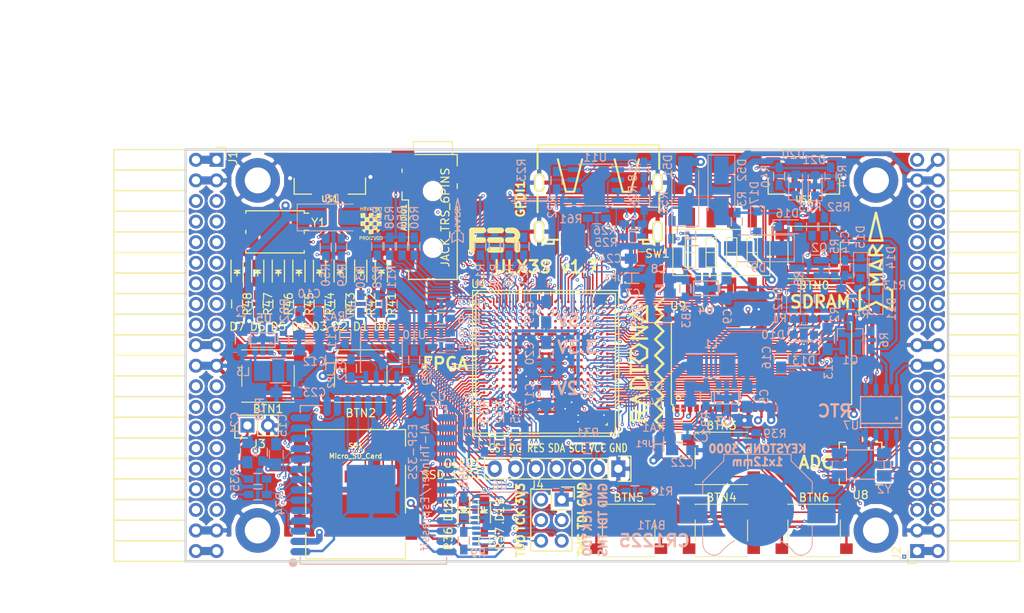
<source format=kicad_pcb>
(kicad_pcb (version 4) (host pcbnew 4.0.7+dfsg1-1)
  (layers (0 F.Cu signal) (1 In1.Cu signal) (2 In2.Cu signal) (31 B.Cu signal) (34 B.Paste user) (35 F.Paste user) (36 B.SilkS user) (37 F.SilkS user) (38 B.Mask user) (39 F.Mask user) (44 Edge.Cuts user))
  (net 0 "")
  (net 1 GND)
  (net 2 +5V)
  (net 3 /gpio/IN5V)
  (net 4 /gpio/OUT5V)
  (net 5 +3V3)
  (net 6 +1V2)
  (net 7 BTN_D)
  (net 8 BTN_F1)
  (net 9 BTN_F2)
  (net 10 BTN_L)
  (net 11 BTN_R)
  (net 12 BTN_U)
  (net 13 /power/FB1)
  (net 14 +2V5)
  (net 15 /power/PWREN)
  (net 16 /power/FB3)
  (net 17 /power/FB2)
  (net 18 "Net-(D9-Pad1)")
  (net 19 /power/VBAT)
  (net 20 JTAG_TDI)
  (net 21 JTAG_TCK)
  (net 22 JTAG_TMS)
  (net 23 JTAG_TDO)
  (net 24 /power/WAKEUPn)
  (net 25 /power/WKUP)
  (net 26 /power/SHUT)
  (net 27 /power/WAKE)
  (net 28 /power/HOLD)
  (net 29 /power/WKn)
  (net 30 /power/OSCI_32k)
  (net 31 /power/OSCO_32k)
  (net 32 "Net-(Q2-Pad3)")
  (net 33 SHUTDOWN)
  (net 34 /analog/AUDIO_L)
  (net 35 /analog/AUDIO_R)
  (net 36 GPDI_5V_SCL)
  (net 37 GPDI_5V_SDA)
  (net 38 GPDI_SDA)
  (net 39 GPDI_SCL)
  (net 40 /gpdi/VREF2)
  (net 41 SD_CMD)
  (net 42 SD_CLK)
  (net 43 SD_D0)
  (net 44 SD_D1)
  (net 45 USB5V)
  (net 46 GPDI_CEC)
  (net 47 nRESET)
  (net 48 FTDI_nDTR)
  (net 49 SDRAM_CKE)
  (net 50 SDRAM_A7)
  (net 51 SDRAM_D15)
  (net 52 SDRAM_BA1)
  (net 53 SDRAM_D7)
  (net 54 SDRAM_A6)
  (net 55 SDRAM_CLK)
  (net 56 SDRAM_D13)
  (net 57 SDRAM_BA0)
  (net 58 SDRAM_D6)
  (net 59 SDRAM_A5)
  (net 60 SDRAM_D14)
  (net 61 SDRAM_A11)
  (net 62 SDRAM_D12)
  (net 63 SDRAM_D5)
  (net 64 SDRAM_A4)
  (net 65 SDRAM_A10)
  (net 66 SDRAM_D11)
  (net 67 SDRAM_A3)
  (net 68 SDRAM_D4)
  (net 69 SDRAM_D10)
  (net 70 SDRAM_D9)
  (net 71 SDRAM_A9)
  (net 72 SDRAM_D3)
  (net 73 SDRAM_D8)
  (net 74 SDRAM_A8)
  (net 75 SDRAM_A2)
  (net 76 SDRAM_A1)
  (net 77 SDRAM_A0)
  (net 78 SDRAM_D2)
  (net 79 SDRAM_D1)
  (net 80 SDRAM_D0)
  (net 81 SDRAM_DQM0)
  (net 82 SDRAM_nCS)
  (net 83 SDRAM_nRAS)
  (net 84 SDRAM_DQM1)
  (net 85 SDRAM_nCAS)
  (net 86 SDRAM_nWE)
  (net 87 /flash/FLASH_nWP)
  (net 88 /flash/FLASH_nHOLD)
  (net 89 /flash/FLASH_MOSI)
  (net 90 /flash/FLASH_MISO)
  (net 91 /flash/FLASH_SCK)
  (net 92 /flash/FLASH_nCS)
  (net 93 /flash/FPGA_PROGRAMN)
  (net 94 /flash/FPGA_DONE)
  (net 95 /flash/FPGA_INITN)
  (net 96 OLED_RES)
  (net 97 OLED_DC)
  (net 98 OLED_CS)
  (net 99 WIFI_EN)
  (net 100 FTDI_nRTS)
  (net 101 FTDI_TXD)
  (net 102 FTDI_RXD)
  (net 103 WIFI_RXD)
  (net 104 WIFI_GPIO0)
  (net 105 WIFI_TXD)
  (net 106 GPDI_ETH-)
  (net 107 GPDI_ETH+)
  (net 108 GPDI_D2+)
  (net 109 GPDI_D2-)
  (net 110 GPDI_D1+)
  (net 111 GPDI_D1-)
  (net 112 GPDI_D0+)
  (net 113 GPDI_D0-)
  (net 114 GPDI_CLK+)
  (net 115 GPDI_CLK-)
  (net 116 USB_FTDI_D+)
  (net 117 USB_FTDI_D-)
  (net 118 J1_17-)
  (net 119 J1_17+)
  (net 120 J1_23-)
  (net 121 J1_23+)
  (net 122 J1_25-)
  (net 123 J1_25+)
  (net 124 J1_27-)
  (net 125 J1_27+)
  (net 126 J1_29-)
  (net 127 J1_29+)
  (net 128 J1_31-)
  (net 129 J1_31+)
  (net 130 J1_33-)
  (net 131 J1_33+)
  (net 132 J1_35-)
  (net 133 J1_35+)
  (net 134 J2_5-)
  (net 135 J2_5+)
  (net 136 J2_7-)
  (net 137 J2_7+)
  (net 138 J2_9-)
  (net 139 J2_9+)
  (net 140 J2_13-)
  (net 141 J2_13+)
  (net 142 J2_17-)
  (net 143 J2_17+)
  (net 144 J2_11-)
  (net 145 J2_11+)
  (net 146 J2_23-)
  (net 147 J2_23+)
  (net 148 J1_5-)
  (net 149 J1_5+)
  (net 150 J1_7-)
  (net 151 J1_7+)
  (net 152 J1_9-)
  (net 153 J1_9+)
  (net 154 J1_11-)
  (net 155 J1_11+)
  (net 156 J1_13-)
  (net 157 J1_13+)
  (net 158 J1_15-)
  (net 159 J1_15+)
  (net 160 J2_15-)
  (net 161 J2_15+)
  (net 162 J2_25-)
  (net 163 J2_25+)
  (net 164 J2_27-)
  (net 165 J2_27+)
  (net 166 J2_29-)
  (net 167 J2_29+)
  (net 168 J2_31-)
  (net 169 J2_31+)
  (net 170 J2_33-)
  (net 171 J2_33+)
  (net 172 J2_35-)
  (net 173 J2_35+)
  (net 174 SD_D3)
  (net 175 AUDIO_L3)
  (net 176 AUDIO_L2)
  (net 177 AUDIO_L1)
  (net 178 AUDIO_L0)
  (net 179 AUDIO_R3)
  (net 180 AUDIO_R2)
  (net 181 AUDIO_R1)
  (net 182 AUDIO_R0)
  (net 183 OLED_CLK)
  (net 184 OLED_MOSI)
  (net 185 LED0)
  (net 186 LED1)
  (net 187 LED2)
  (net 188 LED3)
  (net 189 LED4)
  (net 190 LED5)
  (net 191 LED6)
  (net 192 LED7)
  (net 193 BTN_PWRn)
  (net 194 FTDI_nTXLED)
  (net 195 FTDI_nSLEEP)
  (net 196 /blinkey/LED_PWREN)
  (net 197 /blinkey/LED_TXLED)
  (net 198 FT3V3)
  (net 199 /sdcard/SD3V3)
  (net 200 SD_D2)
  (net 201 CLK_25MHz)
  (net 202 /blinkey/BTNPUL)
  (net 203 /blinkey/BTNPUR)
  (net 204 USB_FPGA_D+)
  (net 205 /power/FTDI_nSUSPEND)
  (net 206 /blinkey/ALED0)
  (net 207 /blinkey/ALED1)
  (net 208 /blinkey/ALED2)
  (net 209 /blinkey/ALED3)
  (net 210 /blinkey/ALED4)
  (net 211 /blinkey/ALED5)
  (net 212 /blinkey/ALED6)
  (net 213 /blinkey/ALED7)
  (net 214 /usb/FTD-)
  (net 215 /usb/FTD+)
  (net 216 ADC_MISO)
  (net 217 ADC_MOSI)
  (net 218 ADC_CSn)
  (net 219 ADC_SCLK)
  (net 220 "Net-(R51-Pad2)")
  (net 221 SW3)
  (net 222 SW2)
  (net 223 SW1)
  (net 224 SW0)
  (net 225 USB_FPGA_D-)
  (net 226 /usb/FPD+)
  (net 227 /usb/FPD-)
  (net 228 WIFI_GPIO16)
  (net 229 WIFI_GPIO15)
  (net 230 /usb/ANT_433MHz)
  (net 231 /power/PWRBTn)
  (net 232 PROG_DONE)
  (net 233 /power/P1V2)
  (net 234 /power/P3V3)
  (net 235 /power/P2V5)
  (net 236 /power/L1)
  (net 237 /power/L3)
  (net 238 /power/L2)
  (net 239 FTDI_TXDEN)
  (net 240 /wifi/WIFIOFF)
  (net 241 SDRAM_A12)
  (net 242 /analog/AUDIO_V)
  (net 243 AUDIO_V3)
  (net 244 AUDIO_V2)
  (net 245 AUDIO_V1)
  (net 246 AUDIO_V0)
  (net 247 /gpdi/FPGA_CEC)
  (module SMD_Packages:1Pin (layer F.Cu) (at 182.67515 111.637626)
    (fp_text reference AE1 hide)
    (fp_text value 433MHz hide)
    (pad 1 smd rect (at 0 0) (size 0.5 0.5) (layers B.Cu F.Paste F.Mask) (net 230 /usb/ANT_433MHz))
  )
  (module Resistors_SMD:R_0603_HandSoldering (layer B.Cu) (at 103.498 98.758 90)
    (fp_text reference R38 (at 5.334 -0.254 90) (layer B.SilkS) (effects (justify mirror)))
    (fp_text value 0.47)
    (pad 1 smd rect (at -1.1 0 90) (size 1.2 0.9) (layers B.Cu B.Paste B.Mask) (net 199 /sdcard/SD3V3))
    (pad 2 smd rect (at 1.1 0 90) (size 1.2 0.9) (layers B.Cu B.Paste B.Mask) (net 5 +3V3))
  )
  (module jumper:SOLDER-JUMPER_1-WAY (layer B.Cu) (at 152.393 97.742 270)
    (fp_text reference JP1 (at 0 1.778 360) (layer B.SilkS) (effects (font (size 0.762 0.762) (thickness 0.1524)) (justify mirror)))
    (fp_text value 1.2 hide)
    (pad 1 smd rect (at -0.6 0 270) (size 1 1) (layers B.Cu B.Paste B.Mask) (net 233 /power/P1V2))
    (pad 2 smd rect (at 0.6 0 270) (size 1 1) (layers B.Cu B.Paste B.Mask) (net 6 +1V2))
  )
  (module ESP32-footprints-Lib:ESP-32S (layer B.Cu) (at 117.313 101.513)
    (fp_text reference U2 (at 7.902 -9.613 180) (layer B.SilkS) (effects (justify mirror)))
    (fp_text value ESP-32S)
    (fp_text user AI-Thinker/Espressif (at 6.3 1.6 270) (layer B.SilkS) (effects (justify mirror)))
    (fp_text user ESP-32S (at 4.8 -2.8 270) (layer B.SilkS) (effects (justify mirror)))
    (pad 38 smd oval (at 8.947434 9.517338 180) (size 2.5 0.9) (layers B.Cu B.Paste B.Mask) (net 1 GND))
    (pad 37 smd oval (at 8.947434 8.247338 180) (size 2.5 0.9) (layers B.Cu B.Paste B.Mask))
    (pad 36 smd oval (at 8.947434 6.977338 180) (size 2.5 0.9) (layers B.Cu B.Paste B.Mask) (net 232 PROG_DONE))
    (pad 35 smd oval (at 8.947434 5.707338 180) (size 2.5 0.9) (layers B.Cu B.Paste B.Mask) (net 105 WIFI_TXD))
    (pad 34 smd oval (at 8.947434 4.437338 180) (size 2.5 0.9) (layers B.Cu B.Paste B.Mask) (net 103 WIFI_RXD))
    (pad 33 smd oval (at 8.947434 3.167338 180) (size 2.5 0.9) (layers B.Cu B.Paste B.Mask) (net 22 JTAG_TMS))
    (pad 32 smd oval (at 8.947434 1.897338 180) (size 2.5 0.9) (layers B.Cu B.Paste B.Mask))
    (pad 31 smd oval (at 8.947434 0.627338 180) (size 2.5 0.9) (layers B.Cu B.Paste B.Mask) (net 20 JTAG_TDI))
    (pad 30 smd oval (at 8.947434 -0.642662 180) (size 2.5 0.9) (layers B.Cu B.Paste B.Mask) (net 21 JTAG_TCK))
    (pad 29 smd oval (at 8.947434 -1.912662 180) (size 2.5 0.9) (layers B.Cu B.Paste B.Mask))
    (pad 28 smd oval (at 8.947434 -3.182662 180) (size 2.5 0.9) (layers B.Cu B.Paste B.Mask) (net 23 JTAG_TDO))
    (pad 27 smd oval (at 8.947434 -4.452662 180) (size 2.5 0.9) (layers B.Cu B.Paste B.Mask) (net 228 WIFI_GPIO16))
    (pad 26 smd oval (at 8.947434 -5.722662 180) (size 2.5 0.9) (layers B.Cu B.Paste B.Mask))
    (pad 25 smd oval (at 8.947434 -6.992662 180) (size 2.5 0.9) (layers B.Cu B.Paste B.Mask) (net 104 WIFI_GPIO0))
    (pad 24 smd oval (at 5.662434 -8.482662 180) (size 0.9 2.5) (layers B.Cu B.Paste B.Mask))
    (pad 23 smd oval (at 4.392434 -8.482662 180) (size 0.9 2.5) (layers B.Cu B.Paste B.Mask) (net 229 WIFI_GPIO15))
    (pad 22 smd oval (at 3.122434 -8.482662 180) (size 0.9 2.5) (layers B.Cu B.Paste B.Mask) (net 44 SD_D1))
    (pad 21 smd oval (at 1.852434 -8.482662 180) (size 0.9 2.5) (layers B.Cu B.Paste B.Mask) (net 43 SD_D0))
    (pad 20 smd oval (at 0.582434 -8.482662 180) (size 0.9 2.5) (layers B.Cu B.Paste B.Mask) (net 42 SD_CLK))
    (pad 19 smd oval (at -0.687566 -8.482662 180) (size 0.9 2.5) (layers B.Cu B.Paste B.Mask) (net 41 SD_CMD))
    (pad 18 smd oval (at -1.957566 -8.482662 180) (size 0.9 2.5) (layers B.Cu B.Paste B.Mask) (net 174 SD_D3))
    (pad 17 smd oval (at -3.227566 -8.482662 180) (size 0.9 2.5) (layers B.Cu B.Paste B.Mask) (net 200 SD_D2))
    (pad 16 smd oval (at -4.497566 -8.482662 180) (size 0.9 2.5) (layers B.Cu B.Paste B.Mask) (net 124 J1_27-))
    (pad 15 smd oval (at -5.767566 -8.482662 180) (size 0.9 2.5) (layers B.Cu B.Paste B.Mask) (net 1 GND))
    (pad 14 smd oval (at -9.052566 -6.992662 180) (size 2.5 0.9) (layers B.Cu B.Paste B.Mask) (net 125 J1_27+))
    (pad 13 smd oval (at -9.052566 -5.722662 180) (size 2.5 0.9) (layers B.Cu B.Paste B.Mask) (net 126 J1_29-))
    (pad 12 smd oval (at -9.052566 -4.452662 180) (size 2.5 0.9) (layers B.Cu B.Paste B.Mask) (net 127 J1_29+))
    (pad 11 smd oval (at -9.052566 -3.182662 180) (size 2.5 0.9) (layers B.Cu B.Paste B.Mask) (net 128 J1_31-))
    (pad 10 smd oval (at -9.052566 -1.912662 180) (size 2.5 0.9) (layers B.Cu B.Paste B.Mask) (net 129 J1_31+))
    (pad 9 smd oval (at -9.052566 -0.642662 180) (size 2.5 0.9) (layers B.Cu B.Paste B.Mask) (net 130 J1_33-))
    (pad 8 smd oval (at -9.052566 0.627338 180) (size 2.5 0.9) (layers B.Cu B.Paste B.Mask) (net 131 J1_33+))
    (pad 7 smd oval (at -9.052566 1.897338 180) (size 2.5 0.9) (layers B.Cu B.Paste B.Mask) (net 132 J1_35-))
    (pad 6 smd oval (at -9.052566 3.167338 180) (size 2.5 0.9) (layers B.Cu B.Paste B.Mask) (net 133 J1_35+))
    (pad 5 smd oval (at -9.052566 4.437338 180) (size 2.5 0.9) (layers B.Cu B.Paste B.Mask))
    (pad 4 smd oval (at -9.052566 5.707338 180) (size 2.5 0.9) (layers B.Cu B.Paste B.Mask))
    (pad 3 smd oval (at -9.052566 6.977338 180) (size 2.5 0.9) (layers B.Cu B.Paste B.Mask) (net 99 WIFI_EN))
    (pad 2 smd oval (at -9.052566 8.247338 180) (size 2.5 0.9) (layers B.Cu B.Paste B.Mask) (net 5 +3V3))
    (pad 1 smd oval (at -9.052566 9.517338 180) (size 2.5 0.9) (layers B.Cu B.Paste B.Mask) (net 1 GND))
    (pad 39 smd rect (at -0.352566 1.817338 180) (size 6 6) (layers B.Cu B.Paste B.Mask) (net 1 GND))
  )
  (module Diodes_SMD:D_SMA_Handsoldering (layer B.Cu) (at 155.695 66.5 90)
    (fp_text reference D51 (at 3.048 -2.159 90) (layer B.SilkS) (effects (justify mirror)))
    (fp_text value STPS2L30AF hide)
    (pad 1 smd rect (at -2.5 0 90) (size 3.5 1.8) (layers B.Cu B.Paste B.Mask) (net 2 +5V))
    (pad 2 smd rect (at 2.5 0 90) (size 3.5 1.8) (layers B.Cu B.Paste B.Mask) (net 3 /gpio/IN5V))
  )
  (module Resistors_SMD:R_0603_HandSoldering (layer B.Cu) (at 154.044 71.326 90)
    (fp_text reference R51 (at 3.302 -1.016 90) (layer B.SilkS) (effects (justify mirror)))
    (fp_text value 150)
    (pad 1 smd rect (at -1.1 0 90) (size 1.2 0.9) (layers B.Cu B.Paste B.Mask) (net 5 +3V3))
    (pad 2 smd rect (at 1.1 0 90) (size 1.2 0.9) (layers B.Cu B.Paste B.Mask) (net 220 "Net-(R51-Pad2)"))
  )
  (module Resistors_SMD:R_1210_HandSoldering (layer B.Cu) (at 158.87 88.09 180)
    (fp_text reference L1 (at 0 2.7 180) (layer B.SilkS) (effects (justify mirror)))
    (fp_text value 2.2uH)
    (pad 1 smd rect (at -2 0 180) (size 2 2.5) (layers B.Cu B.Paste B.Mask) (net 236 /power/L1))
    (pad 2 smd rect (at 2 0 180) (size 2 2.5) (layers B.Cu B.Paste B.Mask) (net 233 /power/P1V2))
  )
  (module TSOT-25:TSOT-25 (layer B.Cu) (at 160.775 91.9)
    (fp_text reference U3 (at -0.381 3.048) (layer B.SilkS) (effects (font (thickness 0.2)) (justify mirror)))
    (fp_text value AP3429A)
    (pad 1 smd rect (at -0.95 -1.3) (size 0.7 1.2) (layers B.Cu B.Paste B.Mask) (net 15 /power/PWREN))
    (pad 2 smd rect (at 0 -1.3) (size 0.7 1.2) (layers B.Cu B.Paste B.Mask) (net 1 GND))
    (pad 3 smd rect (at 0.95 -1.3) (size 0.7 1.2) (layers B.Cu B.Paste B.Mask) (net 236 /power/L1))
    (pad 4 smd rect (at 0.95 1.3) (size 0.7 1.2) (layers B.Cu B.Paste B.Mask) (net 2 +5V))
    (pad 5 smd rect (at -0.95 1.3) (size 0.7 1.2) (layers B.Cu B.Paste B.Mask) (net 13 /power/FB1))
  )
  (module Resistors_SMD:R_1210_HandSoldering (layer B.Cu) (at 156.33 74.755 180)
    (fp_text reference L2 (at 0 2.7 180) (layer B.SilkS) (effects (justify mirror)))
    (fp_text value 2.2uH)
    (pad 1 smd rect (at -2 0 180) (size 2 2.5) (layers B.Cu B.Paste B.Mask) (net 237 /power/L3))
    (pad 2 smd rect (at 2 0 180) (size 2 2.5) (layers B.Cu B.Paste B.Mask) (net 234 /power/P3V3))
  )
  (module TSOT-25:TSOT-25 (layer B.Cu) (at 158.235 78.535)
    (fp_text reference U4 (at 0 2.697) (layer B.SilkS) (effects (font (thickness 0.2)) (justify mirror)))
    (fp_text value AP3429A)
    (pad 1 smd rect (at -0.95 -1.3) (size 0.7 1.2) (layers B.Cu B.Paste B.Mask) (net 15 /power/PWREN))
    (pad 2 smd rect (at 0 -1.3) (size 0.7 1.2) (layers B.Cu B.Paste B.Mask) (net 1 GND))
    (pad 3 smd rect (at 0.95 -1.3) (size 0.7 1.2) (layers B.Cu B.Paste B.Mask) (net 237 /power/L3))
    (pad 4 smd rect (at 0.95 1.3) (size 0.7 1.2) (layers B.Cu B.Paste B.Mask) (net 2 +5V))
    (pad 5 smd rect (at -0.95 1.3) (size 0.7 1.2) (layers B.Cu B.Paste B.Mask) (net 16 /power/FB3))
  )
  (module LEDs:LED_0805 (layer F.Cu) (at 118.23 76.66 270)
    (fp_text reference D0 (at 6.604 0 360) (layer F.SilkS))
    (fp_text value RED hide)
    (pad 2 smd rect (at 1.04902 0 90) (size 1.19888 1.19888) (layers F.Cu F.Paste F.Mask) (net 206 /blinkey/ALED0))
    (pad 1 smd rect (at -1.04902 0 90) (size 1.19888 1.19888) (layers F.Cu F.Paste F.Mask) (net 1 GND))
  )
  (module LEDs:LED_0805 (layer F.Cu) (at 115.69 76.66 270)
    (fp_text reference D1 (at 6.604 0 360) (layer F.SilkS))
    (fp_text value RED hide)
    (pad 2 smd rect (at 1.04902 0 90) (size 1.19888 1.19888) (layers F.Cu F.Paste F.Mask) (net 207 /blinkey/ALED1))
    (pad 1 smd rect (at -1.04902 0 90) (size 1.19888 1.19888) (layers F.Cu F.Paste F.Mask) (net 1 GND))
  )
  (module LEDs:LED_0805 (layer F.Cu) (at 113.15 76.66 270)
    (fp_text reference D2 (at 6.604 0 360) (layer F.SilkS))
    (fp_text value RED hide)
    (pad 2 smd rect (at 1.04902 0 90) (size 1.19888 1.19888) (layers F.Cu F.Paste F.Mask) (net 208 /blinkey/ALED2))
    (pad 1 smd rect (at -1.04902 0 90) (size 1.19888 1.19888) (layers F.Cu F.Paste F.Mask) (net 1 GND))
  )
  (module LEDs:LED_0805 (layer F.Cu) (at 110.61 76.66 270)
    (fp_text reference D3 (at 6.604 0 360) (layer F.SilkS))
    (fp_text value RED hide)
    (pad 2 smd rect (at 1.04902 0 90) (size 1.19888 1.19888) (layers F.Cu F.Paste F.Mask) (net 209 /blinkey/ALED3))
    (pad 1 smd rect (at -1.04902 0 90) (size 1.19888 1.19888) (layers F.Cu F.Paste F.Mask) (net 1 GND))
  )
  (module LEDs:LED_0805 (layer F.Cu) (at 108.07 76.66 270)
    (fp_text reference D4 (at 6.604 0 360) (layer F.SilkS))
    (fp_text value RED hide)
    (pad 2 smd rect (at 1.04902 0 90) (size 1.19888 1.19888) (layers F.Cu F.Paste F.Mask) (net 210 /blinkey/ALED4))
    (pad 1 smd rect (at -1.04902 0 90) (size 1.19888 1.19888) (layers F.Cu F.Paste F.Mask) (net 1 GND))
  )
  (module LEDs:LED_0805 (layer F.Cu) (at 105.53 76.66 270)
    (fp_text reference D5 (at 6.604 0 360) (layer F.SilkS))
    (fp_text value RED hide)
    (pad 2 smd rect (at 1.04902 0 90) (size 1.19888 1.19888) (layers F.Cu F.Paste F.Mask) (net 211 /blinkey/ALED5))
    (pad 1 smd rect (at -1.04902 0 90) (size 1.19888 1.19888) (layers F.Cu F.Paste F.Mask) (net 1 GND))
  )
  (module LEDs:LED_0805 (layer F.Cu) (at 102.99 76.66 270)
    (fp_text reference D6 (at 6.604 0 360) (layer F.SilkS))
    (fp_text value RED hide)
    (pad 2 smd rect (at 1.04902 0 90) (size 1.19888 1.19888) (layers F.Cu F.Paste F.Mask) (net 212 /blinkey/ALED6))
    (pad 1 smd rect (at -1.04902 0 90) (size 1.19888 1.19888) (layers F.Cu F.Paste F.Mask) (net 1 GND))
  )
  (module LEDs:LED_0805 (layer F.Cu) (at 100.45 76.66 270)
    (fp_text reference D7 (at 6.604 0 360) (layer F.SilkS))
    (fp_text value RED hide)
    (pad 2 smd rect (at 1.04902 0 90) (size 1.19888 1.19888) (layers F.Cu F.Paste F.Mask) (net 213 /blinkey/ALED7))
    (pad 1 smd rect (at -1.04902 0 90) (size 1.19888 1.19888) (layers F.Cu F.Paste F.Mask) (net 1 GND))
  )
  (module Resistors_SMD:R_1210_HandSoldering (layer B.Cu) (at 105.53 88.725)
    (fp_text reference L3 (at -4.318 0.127) (layer B.SilkS) (effects (justify mirror)))
    (fp_text value 2.2uH)
    (pad 1 smd rect (at -2 0) (size 2 2.5) (layers B.Cu B.Paste B.Mask) (net 238 /power/L2))
    (pad 2 smd rect (at 2 0) (size 2 2.5) (layers B.Cu B.Paste B.Mask) (net 235 /power/P2V5))
  )
  (module TSOT-25:TSOT-25 (layer B.Cu) (at 103.625 84.915 180)
    (fp_text reference U5 (at -0.127 2.667 180) (layer B.SilkS) (effects (font (thickness 0.2)) (justify mirror)))
    (fp_text value AP3429A)
    (pad 1 smd rect (at -0.95 -1.3 180) (size 0.7 1.2) (layers B.Cu B.Paste B.Mask) (net 15 /power/PWREN))
    (pad 2 smd rect (at 0 -1.3 180) (size 0.7 1.2) (layers B.Cu B.Paste B.Mask) (net 1 GND))
    (pad 3 smd rect (at 0.95 -1.3 180) (size 0.7 1.2) (layers B.Cu B.Paste B.Mask) (net 238 /power/L2))
    (pad 4 smd rect (at 0.95 1.3 180) (size 0.7 1.2) (layers B.Cu B.Paste B.Mask) (net 2 +5V))
    (pad 5 smd rect (at -0.95 1.3 180) (size 0.7 1.2) (layers B.Cu B.Paste B.Mask) (net 17 /power/FB2))
  )
  (module Capacitors_SMD:C_0805_HandSoldering (layer B.Cu) (at 101.085 84.915 270)
    (fp_text reference C1 (at -3.429 0.127 270) (layer B.SilkS) (effects (justify mirror)))
    (fp_text value 22uF)
    (pad 1 smd rect (at -1.25 0 270) (size 1.5 1.25) (layers B.Cu B.Paste B.Mask) (net 2 +5V))
    (pad 2 smd rect (at 1.25 0 270) (size 1.5 1.25) (layers B.Cu B.Paste B.Mask) (net 1 GND))
  )
  (module Capacitors_SMD:C_0805_HandSoldering (layer B.Cu) (at 155.06 90.63)
    (fp_text reference C3 (at -3.048 0) (layer B.SilkS) (effects (justify mirror)))
    (fp_text value 22uF)
    (pad 1 smd rect (at -1.25 0) (size 1.5 1.25) (layers B.Cu B.Paste B.Mask) (net 233 /power/P1V2))
    (pad 2 smd rect (at 1.25 0) (size 1.5 1.25) (layers B.Cu B.Paste B.Mask) (net 1 GND))
  )
  (module Capacitors_SMD:C_0805_HandSoldering (layer B.Cu) (at 155.06 92.535)
    (fp_text reference C4 (at -3.048 0.127) (layer B.SilkS) (effects (justify mirror)))
    (fp_text value 22uF)
    (pad 1 smd rect (at -1.25 0) (size 1.5 1.25) (layers B.Cu B.Paste B.Mask) (net 233 /power/P1V2))
    (pad 2 smd rect (at 1.25 0) (size 1.5 1.25) (layers B.Cu B.Paste B.Mask) (net 1 GND))
  )
  (module Capacitors_SMD:C_0805_HandSoldering (layer B.Cu) (at 163.315 91.9 90)
    (fp_text reference C5 (at 0 2.1 90) (layer B.SilkS) (effects (justify mirror)))
    (fp_text value 22uF)
    (pad 1 smd rect (at -1.25 0 90) (size 1.5 1.25) (layers B.Cu B.Paste B.Mask) (net 2 +5V))
    (pad 2 smd rect (at 1.25 0 90) (size 1.5 1.25) (layers B.Cu B.Paste B.Mask) (net 1 GND))
  )
  (module Capacitors_SMD:C_0805_HandSoldering (layer B.Cu) (at 152.52 79.2)
    (fp_text reference C7 (at -3.302 0) (layer B.SilkS) (effects (justify mirror)))
    (fp_text value 22uF)
    (pad 1 smd rect (at -1.25 0) (size 1.5 1.25) (layers B.Cu B.Paste B.Mask) (net 234 /power/P3V3))
    (pad 2 smd rect (at 1.25 0) (size 1.5 1.25) (layers B.Cu B.Paste B.Mask) (net 1 GND))
  )
  (module Capacitors_SMD:C_0805_HandSoldering (layer B.Cu) (at 152.52 77.295)
    (fp_text reference C8 (at -0.127 -1.143) (layer B.SilkS) (effects (justify mirror)))
    (fp_text value 22uF)
    (pad 1 smd rect (at -1.25 0) (size 1.5 1.25) (layers B.Cu B.Paste B.Mask) (net 234 /power/P3V3))
    (pad 2 smd rect (at 1.25 0) (size 1.5 1.25) (layers B.Cu B.Paste B.Mask) (net 1 GND))
  )
  (module Capacitors_SMD:C_0805_HandSoldering (layer B.Cu) (at 160.775 78.565 90)
    (fp_text reference C9 (at -3.429 0.127 90) (layer B.SilkS) (effects (justify mirror)))
    (fp_text value 22uF)
    (pad 1 smd rect (at -1.25 0 90) (size 1.5 1.25) (layers B.Cu B.Paste B.Mask) (net 2 +5V))
    (pad 2 smd rect (at 1.25 0 90) (size 1.5 1.25) (layers B.Cu B.Paste B.Mask) (net 1 GND))
  )
  (module Capacitors_SMD:C_0805_HandSoldering (layer B.Cu) (at 109.34 84.28 180)
    (fp_text reference C11 (at -2.794 -0.254 270) (layer B.SilkS) (effects (justify mirror)))
    (fp_text value 22uF)
    (pad 1 smd rect (at -1.25 0 180) (size 1.5 1.25) (layers B.Cu B.Paste B.Mask) (net 235 /power/P2V5))
    (pad 2 smd rect (at 1.25 0 180) (size 1.5 1.25) (layers B.Cu B.Paste B.Mask) (net 1 GND))
  )
  (module Capacitors_SMD:C_0805_HandSoldering (layer B.Cu) (at 109.34 86.185 180)
    (fp_text reference C12 (at -0.635 -1.397 360) (layer B.SilkS) (effects (justify mirror)))
    (fp_text value 22uF)
    (pad 1 smd rect (at -1.25 0 180) (size 1.5 1.25) (layers B.Cu B.Paste B.Mask) (net 235 /power/P2V5))
    (pad 2 smd rect (at 1.25 0 180) (size 1.5 1.25) (layers B.Cu B.Paste B.Mask) (net 1 GND))
  )
  (module Power_Integrations:SO-8 (layer B.Cu) (at 179.825 93.805 180)
    (fp_text reference U7 (at 3.683 -1.651 180) (layer B.SilkS) (effects (justify mirror)))
    (fp_text value PCF8523)
    (pad 1 smd oval (at -1.905 -2.794 180) (size 0.6096 1.4732) (layers B.Cu B.Paste B.Mask) (net 30 /power/OSCI_32k))
    (pad 2 smd oval (at -0.635 -2.794 180) (size 0.6096 1.4732) (layers B.Cu B.Paste B.Mask) (net 31 /power/OSCO_32k))
    (pad 3 smd oval (at 0.635 -2.794 180) (size 0.6096 1.4732) (layers B.Cu B.Paste B.Mask) (net 19 /power/VBAT))
    (pad 4 smd oval (at 1.905 -2.794 180) (size 0.6096 1.4732) (layers B.Cu B.Paste B.Mask) (net 1 GND))
    (pad 5 smd oval (at 1.905 2.794 180) (size 0.6096 1.4732) (layers B.Cu B.Paste B.Mask) (net 38 GPDI_SDA))
    (pad 6 smd oval (at 0.635 2.794 180) (size 0.6096 1.4732) (layers B.Cu B.Paste B.Mask) (net 39 GPDI_SCL))
    (pad 7 smd oval (at -0.635 2.794 180) (size 0.6096 1.4732) (layers B.Cu B.Paste B.Mask) (net 24 /power/WAKEUPn))
    (pad 8 smd oval (at -1.905 2.794 180) (size 0.6096 1.4732) (layers B.Cu B.Paste B.Mask) (net 5 +3V3))
  )
  (module Capacitors_SMD:C_0805_HandSoldering (layer B.Cu) (at 173.221 84.788 90)
    (fp_text reference C13 (at -3.556 0.127 90) (layer B.SilkS) (effects (justify mirror)))
    (fp_text value 2.2uF)
    (pad 1 smd rect (at -1.25 0 90) (size 1.5 1.25) (layers B.Cu B.Paste B.Mask) (net 2 +5V))
    (pad 2 smd rect (at 1.25 0 90) (size 1.5 1.25) (layers B.Cu B.Paste B.Mask) (net 25 /power/WKUP))
  )
  (module TSOP54:TSOP54 (layer F.Cu) (at 165.08 87.8 90)
    (fp_text reference U9 (at 7.076 -10.274 180) (layer F.SilkS))
    (fp_text value MT48LC4M16A2TG)
    (pad 28 smd rect (at 5.53 10.4 90) (size 0.9 0.56) (layers F.Cu F.Paste F.Mask) (net 1 GND))
    (pad 1 smd rect (at -5.53 -10.4 90) (size 0.9 0.56) (layers F.Cu F.Paste F.Mask) (net 5 +3V3))
    (pad 2 smd rect (at -5.53 -9.6 90) (size 0.9 0.56) (layers F.Cu F.Paste F.Mask) (net 80 SDRAM_D0))
    (pad 3 smd rect (at -5.53 -8.8 90) (size 0.9 0.56) (layers F.Cu F.Paste F.Mask) (net 5 +3V3))
    (pad 4 smd rect (at -5.53 -8 90) (size 0.9 0.56) (layers F.Cu F.Paste F.Mask) (net 79 SDRAM_D1))
    (pad 5 smd rect (at -5.53 -7.2 90) (size 0.9 0.56) (layers F.Cu F.Paste F.Mask) (net 78 SDRAM_D2))
    (pad 6 smd rect (at -5.53 -6.4 90) (size 0.9 0.56) (layers F.Cu F.Paste F.Mask) (net 1 GND))
    (pad 7 smd rect (at -5.53 -5.6 90) (size 0.9 0.56) (layers F.Cu F.Paste F.Mask) (net 72 SDRAM_D3))
    (pad 8 smd rect (at -5.53 -4.8 90) (size 0.9 0.56) (layers F.Cu F.Paste F.Mask) (net 68 SDRAM_D4))
    (pad 9 smd rect (at -5.53 -4 90) (size 0.9 0.56) (layers F.Cu F.Paste F.Mask) (net 5 +3V3))
    (pad 10 smd rect (at -5.53 -3.2 90) (size 0.9 0.56) (layers F.Cu F.Paste F.Mask) (net 63 SDRAM_D5))
    (pad 11 smd rect (at -5.53 -2.4 90) (size 0.9 0.56) (layers F.Cu F.Paste F.Mask) (net 58 SDRAM_D6))
    (pad 12 smd rect (at -5.53 -1.6 90) (size 0.9 0.56) (layers F.Cu F.Paste F.Mask) (net 1 GND))
    (pad 13 smd rect (at -5.53 -0.8 90) (size 0.9 0.56) (layers F.Cu F.Paste F.Mask) (net 53 SDRAM_D7))
    (pad 14 smd rect (at -5.53 0 90) (size 0.9 0.56) (layers F.Cu F.Paste F.Mask) (net 5 +3V3))
    (pad 15 smd rect (at -5.53 0.8 90) (size 0.9 0.56) (layers F.Cu F.Paste F.Mask) (net 81 SDRAM_DQM0))
    (pad 16 smd rect (at -5.53 1.6 90) (size 0.9 0.56) (layers F.Cu F.Paste F.Mask) (net 86 SDRAM_nWE))
    (pad 17 smd rect (at -5.53 2.4 90) (size 0.9 0.56) (layers F.Cu F.Paste F.Mask) (net 85 SDRAM_nCAS))
    (pad 18 smd rect (at -5.53 3.2 90) (size 0.9 0.56) (layers F.Cu F.Paste F.Mask) (net 83 SDRAM_nRAS))
    (pad 19 smd rect (at -5.53 4 90) (size 0.9 0.56) (layers F.Cu F.Paste F.Mask) (net 82 SDRAM_nCS))
    (pad 20 smd rect (at -5.53 4.8 90) (size 0.9 0.56) (layers F.Cu F.Paste F.Mask) (net 57 SDRAM_BA0))
    (pad 21 smd rect (at -5.53 5.6 90) (size 0.9 0.56) (layers F.Cu F.Paste F.Mask) (net 52 SDRAM_BA1))
    (pad 22 smd rect (at -5.53 6.4 90) (size 0.9 0.56) (layers F.Cu F.Paste F.Mask) (net 65 SDRAM_A10))
    (pad 23 smd rect (at -5.53 7.2 90) (size 0.9 0.56) (layers F.Cu F.Paste F.Mask) (net 77 SDRAM_A0))
    (pad 24 smd rect (at -5.53 8 90) (size 0.9 0.56) (layers F.Cu F.Paste F.Mask) (net 76 SDRAM_A1))
    (pad 25 smd rect (at -5.53 8.8 90) (size 0.9 0.56) (layers F.Cu F.Paste F.Mask) (net 75 SDRAM_A2))
    (pad 26 smd rect (at -5.53 9.6 90) (size 0.9 0.56) (layers F.Cu F.Paste F.Mask) (net 67 SDRAM_A3))
    (pad 27 smd rect (at -5.53 10.4 90) (size 0.9 0.56) (layers F.Cu F.Paste F.Mask) (net 5 +3V3))
    (pad 29 smd rect (at 5.53 9.6 90) (size 0.9 0.56) (layers F.Cu F.Paste F.Mask) (net 64 SDRAM_A4))
    (pad 30 smd rect (at 5.53 8.8 90) (size 0.9 0.56) (layers F.Cu F.Paste F.Mask) (net 59 SDRAM_A5))
    (pad 31 smd rect (at 5.53 8 90) (size 0.9 0.56) (layers F.Cu F.Paste F.Mask) (net 54 SDRAM_A6))
    (pad 32 smd rect (at 5.53 7.2 90) (size 0.9 0.56) (layers F.Cu F.Paste F.Mask) (net 50 SDRAM_A7))
    (pad 33 smd rect (at 5.53 6.4 90) (size 0.9 0.56) (layers F.Cu F.Paste F.Mask) (net 74 SDRAM_A8))
    (pad 34 smd rect (at 5.53 5.6 90) (size 0.9 0.56) (layers F.Cu F.Paste F.Mask) (net 71 SDRAM_A9))
    (pad 35 smd rect (at 5.53 4.8 90) (size 0.9 0.56) (layers F.Cu F.Paste F.Mask) (net 61 SDRAM_A11))
    (pad 36 smd rect (at 5.53 4 90) (size 0.9 0.56) (layers F.Cu F.Paste F.Mask) (net 241 SDRAM_A12))
    (pad 37 smd rect (at 5.53 3.2 90) (size 0.9 0.56) (layers F.Cu F.Paste F.Mask) (net 49 SDRAM_CKE))
    (pad 38 smd rect (at 5.53 2.4 90) (size 0.9 0.56) (layers F.Cu F.Paste F.Mask) (net 55 SDRAM_CLK))
    (pad 39 smd rect (at 5.53 1.6 90) (size 0.9 0.56) (layers F.Cu F.Paste F.Mask) (net 84 SDRAM_DQM1))
    (pad 40 smd rect (at 5.53 0.8 90) (size 0.9 0.56) (layers F.Cu F.Paste F.Mask))
    (pad 41 smd rect (at 5.53 0 90) (size 0.9 0.56) (layers F.Cu F.Paste F.Mask) (net 1 GND))
    (pad 42 smd rect (at 5.53 -0.8 90) (size 0.9 0.56) (layers F.Cu F.Paste F.Mask) (net 73 SDRAM_D8))
    (pad 43 smd rect (at 5.53 -1.6 90) (size 0.9 0.56) (layers F.Cu F.Paste F.Mask) (net 5 +3V3))
    (pad 44 smd rect (at 5.53 -2.4 90) (size 0.9 0.56) (layers F.Cu F.Paste F.Mask) (net 70 SDRAM_D9))
    (pad 45 smd rect (at 5.53 -3.2 90) (size 0.9 0.56) (layers F.Cu F.Paste F.Mask) (net 69 SDRAM_D10))
    (pad 46 smd rect (at 5.53 -4 90) (size 0.9 0.56) (layers F.Cu F.Paste F.Mask) (net 1 GND))
    (pad 47 smd rect (at 5.53 -4.8 90) (size 0.9 0.56) (layers F.Cu F.Paste F.Mask) (net 66 SDRAM_D11))
    (pad 48 smd rect (at 5.53 -5.6 90) (size 0.9 0.56) (layers F.Cu F.Paste F.Mask) (net 62 SDRAM_D12))
    (pad 49 smd rect (at 5.53 -6.4 90) (size 0.9 0.56) (layers F.Cu F.Paste F.Mask) (net 5 +3V3))
    (pad 50 smd rect (at 5.53 -7.2 90) (size 0.9 0.56) (layers F.Cu F.Paste F.Mask) (net 56 SDRAM_D13))
    (pad 51 smd rect (at 5.53 -8 90) (size 0.9 0.56) (layers F.Cu F.Paste F.Mask) (net 60 SDRAM_D14))
    (pad 52 smd rect (at 5.53 -8.8 90) (size 0.9 0.56) (layers F.Cu F.Paste F.Mask) (net 1 GND))
    (pad 53 smd rect (at 5.53 -9.6 90) (size 0.9 0.56) (layers F.Cu F.Paste F.Mask) (net 51 SDRAM_D15))
    (pad 54 smd rect (at 5.53 -10.4 90) (size 0.9 0.56) (layers F.Cu F.Paste F.Mask) (net 1 GND))
  )
  (module TO_SOT_Packages_SMD:SOT-23_Handsoldering (layer B.Cu) (at 176.015 84.28 90)
    (fp_text reference Q1 (at -3.1115 0 180) (layer B.SilkS) (effects (justify mirror)))
    (fp_text value BC857)
    (pad 1 smd rect (at -1.5 0.95 90) (size 1.9 0.8) (layers B.Cu B.Paste B.Mask) (net 29 /power/WKn))
    (pad 2 smd rect (at -1.5 -0.95 90) (size 1.9 0.8) (layers B.Cu B.Paste B.Mask) (net 2 +5V))
    (pad 3 smd rect (at 1.5 0 90) (size 1.9 0.8) (layers B.Cu B.Paste B.Mask) (net 25 /power/WKUP))
  )
  (module TO_SOT_Packages_SMD:SOT-23_Handsoldering (layer B.Cu) (at 170.935 76.025 180)
    (fp_text reference Q2 (at -1.295 2.5 180) (layer B.SilkS) (effects (justify mirror)))
    (fp_text value 2N7002)
    (pad 1 smd rect (at -1.5 0.95 180) (size 1.9 0.8) (layers B.Cu B.Paste B.Mask) (net 26 /power/SHUT))
    (pad 2 smd rect (at -1.5 -0.95 180) (size 1.9 0.8) (layers B.Cu B.Paste B.Mask) (net 1 GND))
    (pad 3 smd rect (at 1.5 0 180) (size 1.9 0.8) (layers B.Cu B.Paste B.Mask) (net 32 "Net-(Q2-Pad3)"))
  )
  (module Capacitors_SMD:C_0603_HandSoldering (layer B.Cu) (at 154.86 96.91)
    (fp_text reference C2 (at 2.74 0.07) (layer B.SilkS) (effects (justify mirror)))
    (fp_text value 470pF)
    (pad 1 smd rect (at -0.95 0) (size 1.2 0.75) (layers B.Cu B.Paste B.Mask) (net 233 /power/P1V2))
    (pad 2 smd rect (at 0.95 0) (size 1.2 0.75) (layers B.Cu B.Paste B.Mask) (net 13 /power/FB1))
  )
  (module Capacitors_SMD:C_0603_HandSoldering (layer B.Cu) (at 152.52 82.375)
    (fp_text reference C6 (at -2.794 0.127) (layer B.SilkS) (effects (justify mirror)))
    (fp_text value 470pF)
    (pad 1 smd rect (at -0.95 0) (size 1.2 0.75) (layers B.Cu B.Paste B.Mask) (net 234 /power/P3V3))
    (pad 2 smd rect (at 0.95 0) (size 1.2 0.75) (layers B.Cu B.Paste B.Mask) (net 16 /power/FB3))
  )
  (module Capacitors_SMD:C_0603_HandSoldering (layer B.Cu) (at 109.34 81.105 180)
    (fp_text reference C10 (at 0 1.9 180) (layer B.SilkS) (effects (justify mirror)))
    (fp_text value 470pF)
    (pad 1 smd rect (at -0.95 0 180) (size 1.2 0.75) (layers B.Cu B.Paste B.Mask) (net 235 /power/P2V5))
    (pad 2 smd rect (at 0.95 0 180) (size 1.2 0.75) (layers B.Cu B.Paste B.Mask) (net 17 /power/FB2))
  )
  (module Capacitors_SMD:C_0603_HandSoldering (layer B.Cu) (at 175.38 76.025 270)
    (fp_text reference C14 (at -3.175 0 270) (layer B.SilkS) (effects (justify mirror)))
    (fp_text value 100nF)
    (pad 1 smd rect (at -0.95 0 270) (size 1.2 0.75) (layers B.Cu B.Paste B.Mask) (net 26 /power/SHUT))
    (pad 2 smd rect (at 0.95 0 270) (size 1.2 0.75) (layers B.Cu B.Paste B.Mask) (net 1 GND))
  )
  (module Resistors_SMD:R_0603_HandSoldering (layer B.Cu) (at 170.3 82.375)
    (fp_text reference R1 (at -3.048 -0.127) (layer B.SilkS) (effects (justify mirror)))
    (fp_text value 15k)
    (pad 1 smd rect (at -1.1 0) (size 1.2 0.9) (layers B.Cu B.Paste B.Mask) (net 27 /power/WAKE))
    (pad 2 smd rect (at 1.1 0) (size 1.2 0.9) (layers B.Cu B.Paste B.Mask) (net 15 /power/PWREN))
  )
  (module Resistors_SMD:R_0603_HandSoldering (layer B.Cu) (at 172.84 79.835 90)
    (fp_text reference R2 (at -1.905 1.27 90) (layer B.SilkS) (effects (justify mirror)))
    (fp_text value 47k)
    (pad 1 smd rect (at -1.1 0 90) (size 1.2 0.9) (layers B.Cu B.Paste B.Mask) (net 15 /power/PWREN))
    (pad 2 smd rect (at 1.1 0 90) (size 1.2 0.9) (layers B.Cu B.Paste B.Mask) (net 1 GND))
  )
  (module Resistors_SMD:R_0603_HandSoldering (layer B.Cu) (at 176.015 80.47 180)
    (fp_text reference R4 (at -1.397 -1.27 360) (layer B.SilkS) (effects (justify mirror)))
    (fp_text value 15k)
    (pad 1 smd rect (at -1.1 0 180) (size 1.2 0.9) (layers B.Cu B.Paste B.Mask) (net 28 /power/HOLD))
    (pad 2 smd rect (at 1.1 0 180) (size 1.2 0.9) (layers B.Cu B.Paste B.Mask) (net 15 /power/PWREN))
  )
  (module Resistors_SMD:R_0603_HandSoldering (layer B.Cu) (at 174.11 76.025 270)
    (fp_text reference R5 (at -2.667 0 270) (layer B.SilkS) (effects (justify mirror)))
    (fp_text value 4.7M)
    (pad 1 smd rect (at -1.1 0 270) (size 1.2 0.9) (layers B.Cu B.Paste B.Mask) (net 26 /power/SHUT))
    (pad 2 smd rect (at 1.1 0 270) (size 1.2 0.9) (layers B.Cu B.Paste B.Mask) (net 1 GND))
  )
  (module Resistors_SMD:R_0603_HandSoldering (layer B.Cu) (at 178.555 84.915 270)
    (fp_text reference R6 (at 0 -1.651 270) (layer B.SilkS) (effects (justify mirror)))
    (fp_text value 1k)
    (pad 1 smd rect (at -1.1 0 270) (size 1.2 0.9) (layers B.Cu B.Paste B.Mask) (net 29 /power/WKn))
    (pad 2 smd rect (at 1.1 0 270) (size 1.2 0.9) (layers B.Cu B.Paste B.Mask) (net 24 /power/WAKEUPn))
  )
  (module Resistors_SMD:R_0603_HandSoldering (layer B.Cu) (at 113.785 84.28 270)
    (fp_text reference R7 (at -2.794 -0.635 270) (layer B.SilkS) (effects (justify mirror)))
    (fp_text value 150)
    (pad 1 smd rect (at -1.1 0 270) (size 1.2 0.9) (layers B.Cu B.Paste B.Mask) (net 5 +3V3))
    (pad 2 smd rect (at 1.1 0 270) (size 1.2 0.9) (layers B.Cu B.Paste B.Mask) (net 202 /blinkey/BTNPUL))
  )
  (module Resistors_SMD:R_0603_HandSoldering (layer B.Cu) (at 170.935 79.835 90)
    (fp_text reference R8 (at 2.54 -1.27 90) (layer B.SilkS) (effects (justify mirror)))
    (fp_text value 1k)
    (pad 1 smd rect (at -1.1 0 90) (size 1.2 0.9) (layers B.Cu B.Paste B.Mask) (net 15 /power/PWREN))
    (pad 2 smd rect (at 1.1 0 90) (size 1.2 0.9) (layers B.Cu B.Paste B.Mask) (net 32 "Net-(Q2-Pad3)"))
  )
  (module Resistors_SMD:R_0603_HandSoldering (layer B.Cu) (at 128.39 109.68 270)
    (fp_text reference R9 (at 1.524 -1.778 360) (layer B.SilkS) (effects (justify mirror)))
    (fp_text value 15k)
    (pad 1 smd rect (at -1.1 0 270) (size 1.2 0.9) (layers B.Cu B.Paste B.Mask) (net 47 nRESET))
    (pad 2 smd rect (at 1.1 0 270) (size 1.2 0.9) (layers B.Cu B.Paste B.Mask) (net 198 FT3V3))
  )
  (module Resistors_SMD:R_0603_HandSoldering (layer B.Cu) (at 149.472 103.584 180)
    (fp_text reference R10 (at -3.302 0 180) (layer B.SilkS) (effects (justify mirror)))
    (fp_text value 150)
    (pad 1 smd rect (at -1.1 0 180) (size 1.2 0.9) (layers B.Cu B.Paste B.Mask) (net 205 /power/FTDI_nSUSPEND))
    (pad 2 smd rect (at 1.1 0 180) (size 1.2 0.9) (layers B.Cu B.Paste B.Mask) (net 195 FTDI_nSLEEP))
  )
  (module Resistors_SMD:R_0603_HandSoldering (layer B.Cu) (at 176.015 78.565 180)
    (fp_text reference R13 (at -5.461 0.381 180) (layer B.SilkS) (effects (justify mirror)))
    (fp_text value 15k)
    (pad 1 smd rect (at -1.1 0 180) (size 1.2 0.9) (layers B.Cu B.Paste B.Mask) (net 33 SHUTDOWN))
    (pad 2 smd rect (at 1.1 0 180) (size 1.2 0.9) (layers B.Cu B.Paste B.Mask) (net 1 GND))
  )
  (module Resistors_SMD:R_0603_HandSoldering (layer B.Cu) (at 154.86 95.64)
    (fp_text reference RA1 (at -3.102 0.07) (layer B.SilkS) (effects (justify mirror)))
    (fp_text value 15k)
    (pad 1 smd rect (at -1.1 0) (size 1.2 0.9) (layers B.Cu B.Paste B.Mask) (net 233 /power/P1V2))
    (pad 2 smd rect (at 1.1 0) (size 1.2 0.9) (layers B.Cu B.Paste B.Mask) (net 13 /power/FB1))
  )
  (module Resistors_SMD:R_0603_HandSoldering (layer B.Cu) (at 109.34 82.375 180)
    (fp_text reference RA2 (at -3.048 0.381 360) (layer B.SilkS) (effects (justify mirror)))
    (fp_text value 15k)
    (pad 1 smd rect (at -1.1 0 180) (size 1.2 0.9) (layers B.Cu B.Paste B.Mask) (net 235 /power/P2V5))
    (pad 2 smd rect (at 1.1 0 180) (size 1.2 0.9) (layers B.Cu B.Paste B.Mask) (net 17 /power/FB2))
  )
  (module Resistors_SMD:R_0603_HandSoldering (layer B.Cu) (at 152.52 81.105)
    (fp_text reference RA3 (at -3.302 -0.127) (layer B.SilkS) (effects (justify mirror)))
    (fp_text value 15k)
    (pad 1 smd rect (at -1.1 0) (size 1.2 0.9) (layers B.Cu B.Paste B.Mask) (net 234 /power/P3V3))
    (pad 2 smd rect (at 1.1 0) (size 1.2 0.9) (layers B.Cu B.Paste B.Mask) (net 16 /power/FB3))
  )
  (module Resistors_SMD:R_0603_HandSoldering (layer B.Cu) (at 158.235 91.9 270)
    (fp_text reference RB1 (at 3.302 0 270) (layer B.SilkS) (effects (justify mirror)))
    (fp_text value 15k)
    (pad 1 smd rect (at -1.1 0 270) (size 1.2 0.9) (layers B.Cu B.Paste B.Mask) (net 1 GND))
    (pad 2 smd rect (at 1.1 0 270) (size 1.2 0.9) (layers B.Cu B.Paste B.Mask) (net 13 /power/FB1))
  )
  (module Resistors_SMD:R_0603_HandSoldering (layer B.Cu) (at 106.165 84.915 90)
    (fp_text reference RB2 (at 3.683 0.127 90) (layer B.SilkS) (effects (justify mirror)))
    (fp_text value 4.7k)
    (pad 1 smd rect (at -1.1 0 90) (size 1.2 0.9) (layers B.Cu B.Paste B.Mask) (net 1 GND))
    (pad 2 smd rect (at 1.1 0 90) (size 1.2 0.9) (layers B.Cu B.Paste B.Mask) (net 17 /power/FB2))
  )
  (module Resistors_SMD:R_0603_HandSoldering (layer B.Cu) (at 155.695 78.565 270)
    (fp_text reference RB3 (at 3.429 -0.127 270) (layer B.SilkS) (effects (justify mirror)))
    (fp_text value 3.3k)
    (pad 1 smd rect (at -1.1 0 270) (size 1.2 0.9) (layers B.Cu B.Paste B.Mask) (net 1 GND))
    (pad 2 smd rect (at 1.1 0 270) (size 1.2 0.9) (layers B.Cu B.Paste B.Mask) (net 16 /power/FB3))
  )
  (module Resistors_SMD:R_0603_HandSoldering (layer B.Cu) (at 125.596 85.804 180)
    (fp_text reference R14 (at -3.47 0.127 180) (layer B.SilkS) (effects (justify mirror)))
    (fp_text value 1.2k)
    (pad 1 smd rect (at -1.1 0 180) (size 1.2 0.9) (layers B.Cu B.Paste B.Mask) (net 175 AUDIO_L3))
    (pad 2 smd rect (at 1.1 0 180) (size 1.2 0.9) (layers B.Cu B.Paste B.Mask) (net 34 /analog/AUDIO_L))
  )
  (module Resistors_SMD:R_0603_HandSoldering (layer B.Cu) (at 125.596 84.026 180)
    (fp_text reference R15 (at -3.47 -0.001 180) (layer B.SilkS) (effects (justify mirror)))
    (fp_text value 680)
    (pad 1 smd rect (at -1.1 0 180) (size 1.2 0.9) (layers B.Cu B.Paste B.Mask) (net 176 AUDIO_L2))
    (pad 2 smd rect (at 1.1 0 180) (size 1.2 0.9) (layers B.Cu B.Paste B.Mask) (net 34 /analog/AUDIO_L))
  )
  (module Resistors_SMD:R_0603_HandSoldering (layer B.Cu) (at 125.596 82.248 180)
    (fp_text reference R16 (at -3.47 -0.127 180) (layer B.SilkS) (effects (justify mirror)))
    (fp_text value 330)
    (pad 1 smd rect (at -1.1 0 180) (size 1.2 0.9) (layers B.Cu B.Paste B.Mask) (net 177 AUDIO_L1))
    (pad 2 smd rect (at 1.1 0 180) (size 1.2 0.9) (layers B.Cu B.Paste B.Mask) (net 34 /analog/AUDIO_L))
  )
  (module Resistors_SMD:R_0603_HandSoldering (layer B.Cu) (at 125.596 80.47 180)
    (fp_text reference R17 (at -3.47 0 180) (layer B.SilkS) (effects (justify mirror)))
    (fp_text value 150)
    (pad 1 smd rect (at -1.1 0 180) (size 1.2 0.9) (layers B.Cu B.Paste B.Mask) (net 178 AUDIO_L0))
    (pad 2 smd rect (at 1.1 0 180) (size 1.2 0.9) (layers B.Cu B.Paste B.Mask) (net 34 /analog/AUDIO_L))
  )
  (module Resistors_SMD:R_0603_HandSoldering (layer B.Cu) (at 130.422 73.358 90)
    (fp_text reference R18 (at -3.556 0 90) (layer B.SilkS) (effects (justify mirror)))
    (fp_text value 1.2k)
    (pad 1 smd rect (at -1.1 0 90) (size 1.2 0.9) (layers B.Cu B.Paste B.Mask) (net 179 AUDIO_R3))
    (pad 2 smd rect (at 1.1 0 90) (size 1.2 0.9) (layers B.Cu B.Paste B.Mask) (net 35 /analog/AUDIO_R))
  )
  (module Resistors_SMD:R_0603_HandSoldering (layer B.Cu) (at 132.2 73.358 90)
    (fp_text reference R19 (at -3.556 0 90) (layer B.SilkS) (effects (justify mirror)))
    (fp_text value 680)
    (pad 1 smd rect (at -1.1 0 90) (size 1.2 0.9) (layers B.Cu B.Paste B.Mask) (net 180 AUDIO_R2))
    (pad 2 smd rect (at 1.1 0 90) (size 1.2 0.9) (layers B.Cu B.Paste B.Mask) (net 35 /analog/AUDIO_R))
  )
  (module Resistors_SMD:R_0603_HandSoldering (layer B.Cu) (at 133.978 73.358 90)
    (fp_text reference R20 (at -3.556 0 90) (layer B.SilkS) (effects (justify mirror)))
    (fp_text value 330)
    (pad 1 smd rect (at -1.1 0 90) (size 1.2 0.9) (layers B.Cu B.Paste B.Mask) (net 181 AUDIO_R1))
    (pad 2 smd rect (at 1.1 0 90) (size 1.2 0.9) (layers B.Cu B.Paste B.Mask) (net 35 /analog/AUDIO_R))
  )
  (module Resistors_SMD:R_0603_HandSoldering (layer B.Cu) (at 135.756 73.358 90)
    (fp_text reference R21 (at -3.556 0 90) (layer B.SilkS) (effects (justify mirror)))
    (fp_text value 150)
    (pad 1 smd rect (at -1.1 0 90) (size 1.2 0.9) (layers B.Cu B.Paste B.Mask) (net 182 AUDIO_R0))
    (pad 2 smd rect (at 1.1 0 90) (size 1.2 0.9) (layers B.Cu B.Paste B.Mask) (net 35 /analog/AUDIO_R))
  )
  (module Housings_SOIC:SOIC-8_3.9x4.9mm_Pitch1.27mm (layer B.Cu) (at 118.23 86.82 270)
    (fp_text reference U10 (at -2.54 -4.064 360) (layer B.SilkS) (effects (justify mirror)))
    (fp_text value S25FL164K0XMFI011)
    (pad 1 smd rect (at -2.7 1.905 270) (size 1.55 0.6) (layers B.Cu B.Paste B.Mask) (net 92 /flash/FLASH_nCS))
    (pad 2 smd rect (at -2.7 0.635 270) (size 1.55 0.6) (layers B.Cu B.Paste B.Mask) (net 90 /flash/FLASH_MISO))
    (pad 3 smd rect (at -2.7 -0.635 270) (size 1.55 0.6) (layers B.Cu B.Paste B.Mask) (net 87 /flash/FLASH_nWP))
    (pad 4 smd rect (at -2.7 -1.905 270) (size 1.55 0.6) (layers B.Cu B.Paste B.Mask) (net 1 GND))
    (pad 5 smd rect (at 2.7 -1.905 270) (size 1.55 0.6) (layers B.Cu B.Paste B.Mask) (net 89 /flash/FLASH_MOSI))
    (pad 6 smd rect (at 2.7 -0.635 270) (size 1.55 0.6) (layers B.Cu B.Paste B.Mask) (net 91 /flash/FLASH_SCK))
    (pad 7 smd rect (at 2.7 0.635 270) (size 1.55 0.6) (layers B.Cu B.Paste B.Mask) (net 88 /flash/FLASH_nHOLD))
    (pad 8 smd rect (at 2.7 1.905 270) (size 1.55 0.6) (layers B.Cu B.Paste B.Mask) (net 5 +3V3))
  )
  (module Capacitors_SMD:C_0603_HandSoldering (layer B.Cu) (at 150.5896 63.96 90)
    (fp_text reference C18 (at 0 -1.3716 90) (layer B.SilkS) (effects (justify mirror)))
    (fp_text value 470pF)
    (pad 1 smd rect (at -0.95 0 90) (size 1.2 0.75) (layers B.Cu B.Paste B.Mask) (net 40 /gpdi/VREF2))
    (pad 2 smd rect (at 0.95 0 90) (size 1.2 0.75) (layers B.Cu B.Paste B.Mask) (net 1 GND))
  )
  (module Housings_SOIC:SOIC-8_3.9x4.9mm_Pitch1.27mm (layer B.Cu) (at 144.68 65.8)
    (fp_text reference U11 (at -0.1 -3.4) (layer B.SilkS) (effects (justify mirror)))
    (fp_text value PCA9306DCTR)
    (pad 1 smd rect (at -2.7 1.905) (size 1.55 0.6) (layers B.Cu B.Paste B.Mask) (net 1 GND))
    (pad 2 smd rect (at -2.7 0.635) (size 1.55 0.6) (layers B.Cu B.Paste B.Mask) (net 5 +3V3))
    (pad 3 smd rect (at -2.7 -0.635) (size 1.55 0.6) (layers B.Cu B.Paste B.Mask) (net 39 GPDI_SCL))
    (pad 4 smd rect (at -2.7 -1.905) (size 1.55 0.6) (layers B.Cu B.Paste B.Mask) (net 38 GPDI_SDA))
    (pad 5 smd rect (at 2.7 -1.905) (size 1.55 0.6) (layers B.Cu B.Paste B.Mask) (net 37 GPDI_5V_SDA))
    (pad 6 smd rect (at 2.7 -0.635) (size 1.55 0.6) (layers B.Cu B.Paste B.Mask) (net 36 GPDI_5V_SCL))
    (pad 7 smd rect (at 2.7 0.635) (size 1.55 0.6) (layers B.Cu B.Paste B.Mask) (net 40 /gpdi/VREF2))
    (pad 8 smd rect (at 2.7 1.905) (size 1.55 0.6) (layers B.Cu B.Paste B.Mask) (net 40 /gpdi/VREF2))
  )
  (module Socket_Strips:Socket_Strip_Angled_2x20 (layer F.Cu) (at 97.91 62.69 270)
    (fp_text reference J1 (at -0.254 -2.032 270) (layer F.SilkS))
    (fp_text value CONN_02X20 hide)
    (pad 1 thru_hole rect (at 0 0 270) (size 1.7272 1.7272) (drill 1.016) (layers *.Cu *.Mask) (net 5 +3V3))
    (pad 2 thru_hole oval (at 0 2.54 270) (size 1.7272 1.7272) (drill 1.016) (layers *.Cu *.Mask) (net 5 +3V3))
    (pad 3 thru_hole oval (at 2.54 0 270) (size 1.7272 1.7272) (drill 1.016) (layers *.Cu *.Mask) (net 1 GND))
    (pad 4 thru_hole oval (at 2.54 2.54 270) (size 1.7272 1.7272) (drill 1.016) (layers *.Cu *.Mask) (net 1 GND))
    (pad 5 thru_hole oval (at 5.08 0 270) (size 1.7272 1.7272) (drill 1.016) (layers *.Cu *.Mask) (net 148 J1_5-))
    (pad 6 thru_hole oval (at 5.08 2.54 270) (size 1.7272 1.7272) (drill 1.016) (layers *.Cu *.Mask) (net 149 J1_5+))
    (pad 7 thru_hole oval (at 7.62 0 270) (size 1.7272 1.7272) (drill 1.016) (layers *.Cu *.Mask) (net 150 J1_7-))
    (pad 8 thru_hole oval (at 7.62 2.54 270) (size 1.7272 1.7272) (drill 1.016) (layers *.Cu *.Mask) (net 151 J1_7+))
    (pad 9 thru_hole oval (at 10.16 0 270) (size 1.7272 1.7272) (drill 1.016) (layers *.Cu *.Mask) (net 152 J1_9-))
    (pad 10 thru_hole oval (at 10.16 2.54 270) (size 1.7272 1.7272) (drill 1.016) (layers *.Cu *.Mask) (net 153 J1_9+))
    (pad 11 thru_hole oval (at 12.7 0 270) (size 1.7272 1.7272) (drill 1.016) (layers *.Cu *.Mask) (net 154 J1_11-))
    (pad 12 thru_hole oval (at 12.7 2.54 270) (size 1.7272 1.7272) (drill 1.016) (layers *.Cu *.Mask) (net 155 J1_11+))
    (pad 13 thru_hole oval (at 15.24 0 270) (size 1.7272 1.7272) (drill 1.016) (layers *.Cu *.Mask) (net 156 J1_13-))
    (pad 14 thru_hole oval (at 15.24 2.54 270) (size 1.7272 1.7272) (drill 1.016) (layers *.Cu *.Mask) (net 157 J1_13+))
    (pad 15 thru_hole oval (at 17.78 0 270) (size 1.7272 1.7272) (drill 1.016) (layers *.Cu *.Mask) (net 158 J1_15-))
    (pad 16 thru_hole oval (at 17.78 2.54 270) (size 1.7272 1.7272) (drill 1.016) (layers *.Cu *.Mask) (net 159 J1_15+))
    (pad 17 thru_hole oval (at 20.32 0 270) (size 1.7272 1.7272) (drill 1.016) (layers *.Cu *.Mask) (net 118 J1_17-))
    (pad 18 thru_hole oval (at 20.32 2.54 270) (size 1.7272 1.7272) (drill 1.016) (layers *.Cu *.Mask) (net 119 J1_17+))
    (pad 19 thru_hole oval (at 22.86 0 270) (size 1.7272 1.7272) (drill 1.016) (layers *.Cu *.Mask) (net 5 +3V3))
    (pad 20 thru_hole oval (at 22.86 2.54 270) (size 1.7272 1.7272) (drill 1.016) (layers *.Cu *.Mask) (net 5 +3V3))
    (pad 21 thru_hole oval (at 25.4 0 270) (size 1.7272 1.7272) (drill 1.016) (layers *.Cu *.Mask) (net 1 GND))
    (pad 22 thru_hole oval (at 25.4 2.54 270) (size 1.7272 1.7272) (drill 1.016) (layers *.Cu *.Mask) (net 1 GND))
    (pad 23 thru_hole oval (at 27.94 0 270) (size 1.7272 1.7272) (drill 1.016) (layers *.Cu *.Mask) (net 120 J1_23-))
    (pad 24 thru_hole oval (at 27.94 2.54 270) (size 1.7272 1.7272) (drill 1.016) (layers *.Cu *.Mask) (net 121 J1_23+))
    (pad 25 thru_hole oval (at 30.48 0 270) (size 1.7272 1.7272) (drill 1.016) (layers *.Cu *.Mask) (net 122 J1_25-))
    (pad 26 thru_hole oval (at 30.48 2.54 270) (size 1.7272 1.7272) (drill 1.016) (layers *.Cu *.Mask) (net 123 J1_25+))
    (pad 27 thru_hole oval (at 33.02 0 270) (size 1.7272 1.7272) (drill 1.016) (layers *.Cu *.Mask) (net 124 J1_27-))
    (pad 28 thru_hole oval (at 33.02 2.54 270) (size 1.7272 1.7272) (drill 1.016) (layers *.Cu *.Mask) (net 125 J1_27+))
    (pad 29 thru_hole oval (at 35.56 0 270) (size 1.7272 1.7272) (drill 1.016) (layers *.Cu *.Mask) (net 126 J1_29-))
    (pad 30 thru_hole oval (at 35.56 2.54 270) (size 1.7272 1.7272) (drill 1.016) (layers *.Cu *.Mask) (net 127 J1_29+))
    (pad 31 thru_hole oval (at 38.1 0 270) (size 1.7272 1.7272) (drill 1.016) (layers *.Cu *.Mask) (net 128 J1_31-))
    (pad 32 thru_hole oval (at 38.1 2.54 270) (size 1.7272 1.7272) (drill 1.016) (layers *.Cu *.Mask) (net 129 J1_31+))
    (pad 33 thru_hole oval (at 40.64 0 270) (size 1.7272 1.7272) (drill 1.016) (layers *.Cu *.Mask) (net 130 J1_33-))
    (pad 34 thru_hole oval (at 40.64 2.54 270) (size 1.7272 1.7272) (drill 1.016) (layers *.Cu *.Mask) (net 131 J1_33+))
    (pad 35 thru_hole oval (at 43.18 0 270) (size 1.7272 1.7272) (drill 1.016) (layers *.Cu *.Mask) (net 132 J1_35-))
    (pad 36 thru_hole oval (at 43.18 2.54 270) (size 1.7272 1.7272) (drill 1.016) (layers *.Cu *.Mask) (net 133 J1_35+))
    (pad 37 thru_hole oval (at 45.72 0 270) (size 1.7272 1.7272) (drill 1.016) (layers *.Cu *.Mask) (net 1 GND))
    (pad 38 thru_hole oval (at 45.72 2.54 270) (size 1.7272 1.7272) (drill 1.016) (layers *.Cu *.Mask) (net 1 GND))
    (pad 39 thru_hole oval (at 48.26 0 270) (size 1.7272 1.7272) (drill 1.016) (layers *.Cu *.Mask) (net 5 +3V3))
    (pad 40 thru_hole oval (at 48.26 2.54 270) (size 1.7272 1.7272) (drill 1.016) (layers *.Cu *.Mask) (net 5 +3V3))
  )
  (module Socket_Strips:Socket_Strip_Angled_2x20 (layer F.Cu) (at 184.27 110.95 90)
    (fp_text reference J2 (at -0.254 -2.54 90) (layer F.SilkS))
    (fp_text value CONN_02X20 hide)
    (pad 1 thru_hole rect (at 0 0 90) (size 1.7272 1.7272) (drill 1.016) (layers *.Cu *.Mask) (net 5 +3V3))
    (pad 2 thru_hole oval (at 0 2.54 90) (size 1.7272 1.7272) (drill 1.016) (layers *.Cu *.Mask) (net 5 +3V3))
    (pad 3 thru_hole oval (at 2.54 0 90) (size 1.7272 1.7272) (drill 1.016) (layers *.Cu *.Mask) (net 1 GND))
    (pad 4 thru_hole oval (at 2.54 2.54 90) (size 1.7272 1.7272) (drill 1.016) (layers *.Cu *.Mask) (net 1 GND))
    (pad 5 thru_hole oval (at 5.08 0 90) (size 1.7272 1.7272) (drill 1.016) (layers *.Cu *.Mask) (net 134 J2_5-))
    (pad 6 thru_hole oval (at 5.08 2.54 90) (size 1.7272 1.7272) (drill 1.016) (layers *.Cu *.Mask) (net 135 J2_5+))
    (pad 7 thru_hole oval (at 7.62 0 90) (size 1.7272 1.7272) (drill 1.016) (layers *.Cu *.Mask) (net 136 J2_7-))
    (pad 8 thru_hole oval (at 7.62 2.54 90) (size 1.7272 1.7272) (drill 1.016) (layers *.Cu *.Mask) (net 137 J2_7+))
    (pad 9 thru_hole oval (at 10.16 0 90) (size 1.7272 1.7272) (drill 1.016) (layers *.Cu *.Mask) (net 138 J2_9-))
    (pad 10 thru_hole oval (at 10.16 2.54 90) (size 1.7272 1.7272) (drill 1.016) (layers *.Cu *.Mask) (net 139 J2_9+))
    (pad 11 thru_hole oval (at 12.7 0 90) (size 1.7272 1.7272) (drill 1.016) (layers *.Cu *.Mask) (net 144 J2_11-))
    (pad 12 thru_hole oval (at 12.7 2.54 90) (size 1.7272 1.7272) (drill 1.016) (layers *.Cu *.Mask) (net 145 J2_11+))
    (pad 13 thru_hole oval (at 15.24 0 90) (size 1.7272 1.7272) (drill 1.016) (layers *.Cu *.Mask) (net 140 J2_13-))
    (pad 14 thru_hole oval (at 15.24 2.54 90) (size 1.7272 1.7272) (drill 1.016) (layers *.Cu *.Mask) (net 141 J2_13+))
    (pad 15 thru_hole oval (at 17.78 0 90) (size 1.7272 1.7272) (drill 1.016) (layers *.Cu *.Mask) (net 160 J2_15-))
    (pad 16 thru_hole oval (at 17.78 2.54 90) (size 1.7272 1.7272) (drill 1.016) (layers *.Cu *.Mask) (net 161 J2_15+))
    (pad 17 thru_hole oval (at 20.32 0 90) (size 1.7272 1.7272) (drill 1.016) (layers *.Cu *.Mask) (net 142 J2_17-))
    (pad 18 thru_hole oval (at 20.32 2.54 90) (size 1.7272 1.7272) (drill 1.016) (layers *.Cu *.Mask) (net 143 J2_17+))
    (pad 19 thru_hole oval (at 22.86 0 90) (size 1.7272 1.7272) (drill 1.016) (layers *.Cu *.Mask) (net 5 +3V3))
    (pad 20 thru_hole oval (at 22.86 2.54 90) (size 1.7272 1.7272) (drill 1.016) (layers *.Cu *.Mask) (net 5 +3V3))
    (pad 21 thru_hole oval (at 25.4 0 90) (size 1.7272 1.7272) (drill 1.016) (layers *.Cu *.Mask) (net 1 GND))
    (pad 22 thru_hole oval (at 25.4 2.54 90) (size 1.7272 1.7272) (drill 1.016) (layers *.Cu *.Mask) (net 1 GND))
    (pad 23 thru_hole oval (at 27.94 0 90) (size 1.7272 1.7272) (drill 1.016) (layers *.Cu *.Mask) (net 146 J2_23-))
    (pad 24 thru_hole oval (at 27.94 2.54 90) (size 1.7272 1.7272) (drill 1.016) (layers *.Cu *.Mask) (net 147 J2_23+))
    (pad 25 thru_hole oval (at 30.48 0 90) (size 1.7272 1.7272) (drill 1.016) (layers *.Cu *.Mask) (net 162 J2_25-))
    (pad 26 thru_hole oval (at 30.48 2.54 90) (size 1.7272 1.7272) (drill 1.016) (layers *.Cu *.Mask) (net 163 J2_25+))
    (pad 27 thru_hole oval (at 33.02 0 90) (size 1.7272 1.7272) (drill 1.016) (layers *.Cu *.Mask) (net 164 J2_27-))
    (pad 28 thru_hole oval (at 33.02 2.54 90) (size 1.7272 1.7272) (drill 1.016) (layers *.Cu *.Mask) (net 165 J2_27+))
    (pad 29 thru_hole oval (at 35.56 0 90) (size 1.7272 1.7272) (drill 1.016) (layers *.Cu *.Mask) (net 166 J2_29-))
    (pad 30 thru_hole oval (at 35.56 2.54 90) (size 1.7272 1.7272) (drill 1.016) (layers *.Cu *.Mask) (net 167 J2_29+))
    (pad 31 thru_hole oval (at 38.1 0 90) (size 1.7272 1.7272) (drill 1.016) (layers *.Cu *.Mask) (net 168 J2_31-))
    (pad 32 thru_hole oval (at 38.1 2.54 90) (size 1.7272 1.7272) (drill 1.016) (layers *.Cu *.Mask) (net 169 J2_31+))
    (pad 33 thru_hole oval (at 40.64 0 90) (size 1.7272 1.7272) (drill 1.016) (layers *.Cu *.Mask) (net 170 J2_33-))
    (pad 34 thru_hole oval (at 40.64 2.54 90) (size 1.7272 1.7272) (drill 1.016) (layers *.Cu *.Mask) (net 171 J2_33+))
    (pad 35 thru_hole oval (at 43.18 0 90) (size 1.7272 1.7272) (drill 1.016) (layers *.Cu *.Mask) (net 172 J2_35-))
    (pad 36 thru_hole oval (at 43.18 2.54 90) (size 1.7272 1.7272) (drill 1.016) (layers *.Cu *.Mask) (net 173 J2_35+))
    (pad 37 thru_hole oval (at 45.72 0 90) (size 1.7272 1.7272) (drill 1.016) (layers *.Cu *.Mask) (net 1 GND))
    (pad 38 thru_hole oval (at 45.72 2.54 90) (size 1.7272 1.7272) (drill 1.016) (layers *.Cu *.Mask) (net 1 GND))
    (pad 39 thru_hole oval (at 48.26 0 90) (size 1.7272 1.7272) (drill 1.016) (layers *.Cu *.Mask) (net 3 /gpio/IN5V))
    (pad 40 thru_hole oval (at 48.26 2.54 90) (size 1.7272 1.7272) (drill 1.016) (layers *.Cu *.Mask) (net 4 /gpio/OUT5V))
  )
  (module Mounting_Holes:MountingHole_3.2mm_M3_ISO14580_Pad (layer F.Cu) (at 102.99 108.41)
    (fp_text reference H1 hide)
    (fp_text value HOLE hide)
    (pad 1 thru_hole circle (at 0 0) (size 5.5 5.5) (drill 3.2) (layers *.Cu *.Mask) (net 1 GND))
  )
  (module Mounting_Holes:MountingHole_3.2mm_M3_ISO14580_Pad (layer F.Cu) (at 179.19 108.41)
    (fp_text reference H2 hide)
    (fp_text value HOLE hide)
    (pad 1 thru_hole circle (at 0 0) (size 5.5 5.5) (drill 3.2) (layers *.Cu *.Mask) (net 1 GND))
  )
  (module Mounting_Holes:MountingHole_3.2mm_M3_ISO14580_Pad (layer F.Cu) (at 179.19 65.23)
    (fp_text reference H3 hide)
    (fp_text value HOLE hide)
    (pad 1 thru_hole circle (at 0 0) (size 5.5 5.5) (drill 3.2) (layers *.Cu *.Mask) (net 1 GND))
  )
  (module Mounting_Holes:MountingHole_3.2mm_M3_ISO14580_Pad (layer F.Cu) (at 102.99 65.23)
    (fp_text reference H4 hide)
    (fp_text value HOLE hide)
    (pad 1 thru_hole circle (at 0 0) (size 5.5 5.5) (drill 3.2) (layers *.Cu *.Mask) (net 1 GND))
  )
  (module Resistors_SMD:R_0603_HandSoldering (layer B.Cu) (at 162.045 70.31 90)
    (fp_text reference R3 (at 2.794 0.635 90) (layer B.SilkS) (effects (justify mirror)))
    (fp_text value 4.7k)
    (pad 1 smd rect (at -1.1 0 90) (size 1.2 0.9) (layers B.Cu B.Paste B.Mask) (net 2 +5V))
    (pad 2 smd rect (at 1.1 0 90) (size 1.2 0.9) (layers B.Cu B.Paste B.Mask) (net 231 /power/PWRBTn))
  )
  (module Resistors_SMD:R_0603_HandSoldering (layer B.Cu) (at 139.82 65.23 90)
    (fp_text reference R22 (at -3.27 -0.54 90) (layer B.SilkS) (effects (justify mirror)))
    (fp_text value 2.2k)
    (pad 1 smd rect (at -1.1 0 90) (size 1.2 0.9) (layers B.Cu B.Paste B.Mask) (net 5 +3V3))
    (pad 2 smd rect (at 1.1 0 90) (size 1.2 0.9) (layers B.Cu B.Paste B.Mask) (net 38 GPDI_SDA))
  )
  (module Resistors_SMD:R_0603_HandSoldering (layer B.Cu) (at 135.375 67.432 90)
    (fp_text reference R23 (at 3.472 0.127 90) (layer B.SilkS) (effects (justify mirror)))
    (fp_text value 2.2k)
    (pad 1 smd rect (at -1.1 0 90) (size 1.2 0.9) (layers B.Cu B.Paste B.Mask) (net 5 +3V3))
    (pad 2 smd rect (at 1.1 0 90) (size 1.2 0.9) (layers B.Cu B.Paste B.Mask) (net 39 GPDI_SCL))
  )
  (module Resistors_SMD:R_0603_HandSoldering (layer B.Cu) (at 150.615 67.77 90)
    (fp_text reference R24 (at 0.508 -1.397 90) (layer B.SilkS) (effects (justify mirror)))
    (fp_text value 100k)
    (pad 1 smd rect (at -1.1 0 90) (size 1.2 0.9) (layers B.Cu B.Paste B.Mask) (net 2 +5V))
    (pad 2 smd rect (at 1.1 0 90) (size 1.2 0.9) (layers B.Cu B.Paste B.Mask) (net 40 /gpdi/VREF2))
  )
  (module Resistors_SMD:R_0603_HandSoldering (layer B.Cu) (at 149.175 72.215 180)
    (fp_text reference R25 (at 3.259 -0.685 180) (layer B.SilkS) (effects (justify mirror)))
    (fp_text value 470)
    (pad 1 smd rect (at -1.1 0 180) (size 1.2 0.9) (layers B.Cu B.Paste B.Mask) (net 2 +5V))
    (pad 2 smd rect (at 1.1 0 180) (size 1.2 0.9) (layers B.Cu B.Paste B.Mask) (net 36 GPDI_5V_SCL))
  )
  (module Resistors_SMD:R_0603_HandSoldering (layer B.Cu) (at 149.28 70.6 180)
    (fp_text reference R26 (at 3.5 -0.8 180) (layer B.SilkS) (effects (justify mirror)))
    (fp_text value 470)
    (pad 1 smd rect (at -1.1 0 180) (size 1.2 0.9) (layers B.Cu B.Paste B.Mask) (net 2 +5V))
    (pad 2 smd rect (at 1.1 0 180) (size 1.2 0.9) (layers B.Cu B.Paste B.Mask) (net 37 GPDI_5V_SDA))
  )
  (module Housings_SSOP:SSOP-20_4.4x6.5mm_Pitch0.65mm (layer B.Cu) (at 132.835 107.14 180)
    (fp_text reference U6 (at 0 4.3 180) (layer B.SilkS) (effects (justify mirror)))
    (fp_text value FT231XS)
    (pad 1 smd rect (at -2.9 2.925 180) (size 1 0.4) (layers B.Cu B.Paste B.Mask) (net 48 FTDI_nDTR))
    (pad 2 smd rect (at -2.9 2.275 180) (size 1 0.4) (layers B.Cu B.Paste B.Mask) (net 100 FTDI_nRTS))
    (pad 3 smd rect (at -2.9 1.625 180) (size 1 0.4) (layers B.Cu B.Paste B.Mask) (net 198 FT3V3))
    (pad 4 smd rect (at -2.9 0.975 180) (size 1 0.4) (layers B.Cu B.Paste B.Mask) (net 102 FTDI_RXD))
    (pad 5 smd rect (at -2.9 0.325 180) (size 1 0.4) (layers B.Cu B.Paste B.Mask) (net 20 JTAG_TDI))
    (pad 6 smd rect (at -2.9 -0.325 180) (size 1 0.4) (layers B.Cu B.Paste B.Mask) (net 1 GND))
    (pad 7 smd rect (at -2.9 -0.975 180) (size 1 0.4) (layers B.Cu B.Paste B.Mask) (net 21 JTAG_TCK))
    (pad 8 smd rect (at -2.9 -1.625 180) (size 1 0.4) (layers B.Cu B.Paste B.Mask) (net 22 JTAG_TMS))
    (pad 9 smd rect (at -2.9 -2.275 180) (size 1 0.4) (layers B.Cu B.Paste B.Mask) (net 23 JTAG_TDO))
    (pad 10 smd rect (at -2.9 -2.925 180) (size 1 0.4) (layers B.Cu B.Paste B.Mask) (net 194 FTDI_nTXLED))
    (pad 11 smd rect (at 2.9 -2.925 180) (size 1 0.4) (layers B.Cu B.Paste B.Mask) (net 116 USB_FTDI_D+))
    (pad 12 smd rect (at 2.9 -2.275 180) (size 1 0.4) (layers B.Cu B.Paste B.Mask) (net 117 USB_FTDI_D-))
    (pad 13 smd rect (at 2.9 -1.625 180) (size 1 0.4) (layers B.Cu B.Paste B.Mask) (net 198 FT3V3))
    (pad 14 smd rect (at 2.9 -0.975 180) (size 1 0.4) (layers B.Cu B.Paste B.Mask) (net 47 nRESET))
    (pad 15 smd rect (at 2.9 -0.325 180) (size 1 0.4) (layers B.Cu B.Paste B.Mask) (net 2 +5V))
    (pad 16 smd rect (at 2.9 0.325 180) (size 1 0.4) (layers B.Cu B.Paste B.Mask) (net 1 GND))
    (pad 17 smd rect (at 2.9 0.975 180) (size 1 0.4) (layers B.Cu B.Paste B.Mask))
    (pad 18 smd rect (at 2.9 1.625 180) (size 1 0.4) (layers B.Cu B.Paste B.Mask) (net 239 FTDI_TXDEN))
    (pad 19 smd rect (at 2.9 2.275 180) (size 1 0.4) (layers B.Cu B.Paste B.Mask) (net 195 FTDI_nSLEEP))
    (pad 20 smd rect (at 2.9 2.925 180) (size 1 0.4) (layers B.Cu B.Paste B.Mask) (net 101 FTDI_TXD))
  )
  (module Resistors_SMD:R_0603_HandSoldering (layer B.Cu) (at 119.5 80.47 270)
    (fp_text reference R11 (at -3.302 0 270) (layer B.SilkS) (effects (justify mirror)))
    (fp_text value 10k)
    (pad 1 smd rect (at -1.1 0 270) (size 1.2 0.9) (layers B.Cu B.Paste B.Mask) (net 5 +3V3))
    (pad 2 smd rect (at 1.1 0 270) (size 1.2 0.9) (layers B.Cu B.Paste B.Mask) (net 87 /flash/FLASH_nWP))
  )
  (module Resistors_SMD:R_0603_HandSoldering (layer B.Cu) (at 114.48 88.4 90)
    (fp_text reference R12 (at -0.071 -1.076 270) (layer B.SilkS) (effects (justify mirror)))
    (fp_text value 10k)
    (pad 1 smd rect (at -1.1 0 90) (size 1.2 0.9) (layers B.Cu B.Paste B.Mask) (net 5 +3V3))
    (pad 2 smd rect (at 1.1 0 90) (size 1.2 0.9) (layers B.Cu B.Paste B.Mask) (net 88 /flash/FLASH_nHOLD))
  )
  (module Resistors_SMD:R_0603_HandSoldering (layer B.Cu) (at 129.025 96.175 90)
    (fp_text reference R27 (at 3.429 0 90) (layer B.SilkS) (effects (justify mirror)))
    (fp_text value 10k)
    (pad 1 smd rect (at -1.1 0 90) (size 1.2 0.9) (layers B.Cu B.Paste B.Mask) (net 5 +3V3))
    (pad 2 smd rect (at 1.1 0 90) (size 1.2 0.9) (layers B.Cu B.Paste B.Mask) (net 89 /flash/FLASH_MOSI))
  )
  (module Resistors_SMD:R_0603_HandSoldering (layer B.Cu) (at 117.595 80.47 270)
    (fp_text reference R28 (at -3.302 -0.127 270) (layer B.SilkS) (effects (justify mirror)))
    (fp_text value 10k)
    (pad 1 smd rect (at -1.1 0 270) (size 1.2 0.9) (layers B.Cu B.Paste B.Mask) (net 5 +3V3))
    (pad 2 smd rect (at 1.1 0 270) (size 1.2 0.9) (layers B.Cu B.Paste B.Mask) (net 90 /flash/FLASH_MISO))
  )
  (module Resistors_SMD:R_0603_HandSoldering (layer B.Cu) (at 122.28 87.4 270)
    (fp_text reference R29 (at 1.706 -1.538 450) (layer B.SilkS) (effects (justify mirror)))
    (fp_text value 1k)
    (pad 1 smd rect (at -1.1 0 270) (size 1.2 0.9) (layers B.Cu B.Paste B.Mask) (net 5 +3V3))
    (pad 2 smd rect (at 1.1 0 270) (size 1.2 0.9) (layers B.Cu B.Paste B.Mask) (net 91 /flash/FLASH_SCK))
  )
  (module Resistors_SMD:R_0603_HandSoldering (layer B.Cu) (at 115.69 80.47 270)
    (fp_text reference R30 (at -3.302 0 270) (layer B.SilkS) (effects (justify mirror)))
    (fp_text value 4.7k)
    (pad 1 smd rect (at -1.1 0 270) (size 1.2 0.9) (layers B.Cu B.Paste B.Mask) (net 5 +3V3))
    (pad 2 smd rect (at 1.1 0 270) (size 1.2 0.9) (layers B.Cu B.Paste B.Mask) (net 92 /flash/FLASH_nCS))
  )
  (module Resistors_SMD:R_0603_HandSoldering (layer B.Cu) (at 143.63 98.25 180)
    (fp_text reference R31 (at 0 1.9 180) (layer B.SilkS) (effects (justify mirror)))
    (fp_text value 10k)
    (pad 1 smd rect (at -1.1 0 180) (size 1.2 0.9) (layers B.Cu B.Paste B.Mask) (net 5 +3V3))
    (pad 2 smd rect (at 1.1 0 180) (size 1.2 0.9) (layers B.Cu B.Paste B.Mask) (net 93 /flash/FPGA_PROGRAMN))
  )
  (module Resistors_SMD:R_0603_HandSoldering (layer B.Cu) (at 132.835 97.615 90)
    (fp_text reference R32 (at 3.81 0 90) (layer B.SilkS) (effects (justify mirror)))
    (fp_text value 10k)
    (pad 1 smd rect (at -1.1 0 90) (size 1.2 0.9) (layers B.Cu B.Paste B.Mask) (net 5 +3V3))
    (pad 2 smd rect (at 1.1 0 90) (size 1.2 0.9) (layers B.Cu B.Paste B.Mask) (net 94 /flash/FPGA_DONE))
  )
  (module Resistors_SMD:R_0603_HandSoldering (layer B.Cu) (at 130.93 97.615 90)
    (fp_text reference R33 (at 3.81 0 90) (layer B.SilkS) (effects (justify mirror)))
    (fp_text value 10k)
    (pad 1 smd rect (at -1.1 0 90) (size 1.2 0.9) (layers B.Cu B.Paste B.Mask) (net 5 +3V3))
    (pad 2 smd rect (at 1.1 0 90) (size 1.2 0.9) (layers B.Cu B.Paste B.Mask) (net 95 /flash/FPGA_INITN))
  )
  (module Resistors_SMD:R_0603_HandSoldering (layer B.Cu) (at 102.99 103.965)
    (fp_text reference R34 (at 2.794 1.143 90) (layer B.SilkS) (effects (justify mirror)))
    (fp_text value 15k)
    (pad 1 smd rect (at -1.1 0) (size 1.2 0.9) (layers B.Cu B.Paste B.Mask) (net 5 +3V3))
    (pad 2 smd rect (at 1.1 0) (size 1.2 0.9) (layers B.Cu B.Paste B.Mask) (net 99 WIFI_EN))
  )
  (module oscxo:Crystal_SMD_7050_4Pads (layer F.Cu) (at 105.124 71.58 180)
    (fp_text reference Y1 (at -5.359 1.143 180) (layer F.SilkS))
    (fp_text value FNETHE025 hide)
    (pad 1 smd rect (at -3.15 1.25 180) (size 2.2 1.4) (layers F.Cu F.Paste F.Mask) (net 5 +3V3))
    (pad 2 smd rect (at 3.15 1.25 180) (size 2.2 1.4) (layers F.Cu F.Paste F.Mask) (net 1 GND))
    (pad 3 smd rect (at 3.15 -1.25 180) (size 2.2 1.4) (layers F.Cu F.Paste F.Mask) (net 201 CLK_25MHz))
    (pad 4 smd rect (at -3.15 -1.25 180) (size 2.2 1.4) (layers F.Cu F.Paste F.Mask) (net 5 +3V3))
  )
  (module Socket_Strips:Socket_Strip_Straight_2x01 (layer F.Cu) (at 101.72 95.456 90)
    (fp_text reference J3 (at -2.286 1.397 180) (layer F.SilkS))
    (fp_text value WIFI_OFF)
    (pad 1 thru_hole rect (at 0 0 90) (size 1.7272 1.7272) (drill 1.016) (layers *.Cu *.Mask) (net 240 /wifi/WIFIOFF))
    (pad 2 thru_hole oval (at 0 2.54 90) (size 1.7272 1.7272) (drill 1.016) (layers *.Cu *.Mask) (net 1 GND))
  )
  (module Resistors_SMD:R_0603_HandSoldering (layer B.Cu) (at 102.99 102.06 180)
    (fp_text reference R35 (at 2.794 -0.127 270) (layer B.SilkS) (effects (justify mirror)))
    (fp_text value 470)
    (pad 1 smd rect (at -1.1 0 180) (size 1.2 0.9) (layers B.Cu B.Paste B.Mask) (net 99 WIFI_EN))
    (pad 2 smd rect (at 1.1 0 180) (size 1.2 0.9) (layers B.Cu B.Paste B.Mask) (net 240 /wifi/WIFIOFF))
  )
  (module LEDs:LED_0805 (layer F.Cu) (at 128.39 105.87 90)
    (fp_text reference D18 (at 0 -1.905 270) (layer F.SilkS))
    (fp_text value GREEN hide)
    (pad 2 smd rect (at 1.04902 0 270) (size 1.19888 1.19888) (layers F.Cu F.Paste F.Mask) (net 195 FTDI_nSLEEP))
    (pad 1 smd rect (at -1.04902 0 270) (size 1.19888 1.19888) (layers F.Cu F.Paste F.Mask) (net 196 /blinkey/LED_PWREN))
  )
  (module LEDs:LED_0805 (layer F.Cu) (at 130.93 105.87 90)
    (fp_text reference D19 (at 0 1.905 270) (layer F.SilkS))
    (fp_text value RED hide)
    (pad 2 smd rect (at 1.04902 0 270) (size 1.19888 1.19888) (layers F.Cu F.Paste F.Mask) (net 198 FT3V3))
    (pad 1 smd rect (at -1.04902 0 270) (size 1.19888 1.19888) (layers F.Cu F.Paste F.Mask) (net 197 /blinkey/LED_TXLED))
  )
  (module Resistors_SMD:R_0603_HandSoldering (layer F.Cu) (at 128.39 109.68 270)
    (fp_text reference R36 (at -0.254 1.905 270) (layer F.SilkS))
    (fp_text value 330)
    (pad 1 smd rect (at -1.1 0 270) (size 1.2 0.9) (layers F.Cu F.Paste F.Mask) (net 196 /blinkey/LED_PWREN))
    (pad 2 smd rect (at 1.1 0 270) (size 1.2 0.9) (layers F.Cu F.Paste F.Mask) (net 1 GND))
  )
  (module Resistors_SMD:R_0603_HandSoldering (layer F.Cu) (at 130.93 109.68 90)
    (fp_text reference R37 (at 0.254 1.905 90) (layer F.SilkS))
    (fp_text value 330)
    (pad 1 smd rect (at -1.1 0 90) (size 1.2 0.9) (layers F.Cu F.Paste F.Mask) (net 194 FTDI_nTXLED))
    (pad 2 smd rect (at 1.1 0 90) (size 1.2 0.9) (layers F.Cu F.Paste F.Mask) (net 197 /blinkey/LED_TXLED))
  )
  (module usb_otg:USB-MICRO-B-FCI-10118192-0001LF (layer F.Cu) (at 111.88 63.325 180)
    (fp_text reference US1 (at 0 -4.2 180) (layer F.SilkS) (effects (font (size 0.7 0.7))))
    (fp_text value USB_FTDI hide)
    (pad 6 smd rect (at -3.1 -2.55 180) (size 2.1 1.6) (layers F.Cu F.Paste F.Mask) (net 1 GND))
    (pad 6 smd rect (at 3.1 -2.55 180) (size 2.1 1.6) (layers F.Cu F.Paste F.Mask) (net 1 GND))
    (pad 6 smd rect (at -1.2 0 180) (size 1.9 1.9) (layers F.Cu F.Paste F.Mask) (net 1 GND))
    (pad 6 smd rect (at 1.2 0 180) (size 1.9 1.9) (layers F.Cu F.Paste F.Mask) (net 1 GND))
    (pad 1 smd rect (at -1.3 -2.675 180) (size 0.4 1.35) (layers F.Cu F.Paste F.Mask) (net 45 USB5V))
    (pad 2 smd rect (at -0.65 -2.675 180) (size 0.4 1.35) (layers F.Cu F.Paste F.Mask) (net 214 /usb/FTD-))
    (pad 3 smd rect (at 0 -2.675 180) (size 0.4 1.35) (layers F.Cu F.Paste F.Mask) (net 215 /usb/FTD+))
    (pad 4 smd rect (at 0.65 -2.675 180) (size 0.4 1.35) (layers F.Cu F.Paste F.Mask))
    (pad 5 smd rect (at 1.3 -2.675 180) (size 0.4 1.35) (layers F.Cu F.Paste F.Mask) (net 1 GND))
    (pad 6 smd rect (at -3.8 0 180) (size 1.8 1.9) (layers F.Cu F.Paste F.Mask) (net 1 GND))
    (pad 6 smd rect (at 3.8 0 180) (size 1.8 1.9) (layers F.Cu F.Paste F.Mask) (net 1 GND))
  )
  (module usb_otg:USB-MICRO-B-FCI-10118192-0001LF (layer F.Cu) (at 170.3 63.325 180)
    (fp_text reference US2 (at 0 -4.2 180) (layer F.SilkS) (effects (font (size 0.7 0.7))))
    (fp_text value USB_FPGA hide)
    (pad 6 smd rect (at -3.1 -2.55 180) (size 2.1 1.6) (layers F.Cu F.Paste F.Mask) (net 1 GND))
    (pad 6 smd rect (at 3.1 -2.55 180) (size 2.1 1.6) (layers F.Cu F.Paste F.Mask) (net 1 GND))
    (pad 6 smd rect (at -1.2 0 180) (size 1.9 1.9) (layers F.Cu F.Paste F.Mask) (net 1 GND))
    (pad 6 smd rect (at 1.2 0 180) (size 1.9 1.9) (layers F.Cu F.Paste F.Mask) (net 1 GND))
    (pad 1 smd rect (at -1.3 -2.675 180) (size 0.4 1.35) (layers F.Cu F.Paste F.Mask) (net 18 "Net-(D9-Pad1)"))
    (pad 2 smd rect (at -0.65 -2.675 180) (size 0.4 1.35) (layers F.Cu F.Paste F.Mask) (net 227 /usb/FPD-))
    (pad 3 smd rect (at 0 -2.675 180) (size 0.4 1.35) (layers F.Cu F.Paste F.Mask) (net 226 /usb/FPD+))
    (pad 4 smd rect (at 0.65 -2.675 180) (size 0.4 1.35) (layers F.Cu F.Paste F.Mask))
    (pad 5 smd rect (at 1.3 -2.675 180) (size 0.4 1.35) (layers F.Cu F.Paste F.Mask) (net 1 GND))
    (pad 6 smd rect (at -3.8 0 180) (size 1.8 1.9) (layers F.Cu F.Paste F.Mask) (net 1 GND))
    (pad 6 smd rect (at 3.8 0 180) (size 1.8 1.9) (layers F.Cu F.Paste F.Mask) (net 1 GND))
  )
  (module Capacitors_SMD:C_0805_HandSoldering (layer B.Cu) (at 167.506 87.074 90)
    (fp_text reference C16 (at 0 -1.778 90) (layer B.SilkS) (effects (justify mirror)))
    (fp_text value 2.2uF)
    (pad 1 smd rect (at -1.25 0 90) (size 1.5 1.25) (layers B.Cu B.Paste B.Mask) (net 5 +3V3))
    (pad 2 smd rect (at 1.25 0 90) (size 1.5 1.25) (layers B.Cu B.Paste B.Mask) (net 1 GND))
  )
  (module Resistors_SMD:R_0603_HandSoldering (layer B.Cu) (at 163.315 96.345 180)
    (fp_text reference R39 (at -3.429 -0.127 180) (layer B.SilkS) (effects (justify mirror)))
    (fp_text value 150)
    (pad 1 smd rect (at -1.1 0 180) (size 1.2 0.9) (layers B.Cu B.Paste B.Mask) (net 5 +3V3))
    (pad 2 smd rect (at 1.1 0 180) (size 1.2 0.9) (layers B.Cu B.Paste B.Mask) (net 203 /blinkey/BTNPUR))
  )
  (module Resistors_SMD:R_0603_HandSoldering (layer B.Cu) (at 167.252 64.722 90)
    (fp_text reference R40 (at 0 -1.651 90) (layer B.SilkS) (effects (justify mirror)))
    (fp_text value 1.5k)
    (pad 1 smd rect (at -1.1 0 90) (size 1.2 0.9) (layers B.Cu B.Paste B.Mask) (net 226 /usb/FPD+))
    (pad 2 smd rect (at 1.1 0 90) (size 1.2 0.9) (layers B.Cu B.Paste B.Mask) (net 5 +3V3))
  )
  (module Socket_Strips:Socket_Strip_Straight_2x03 (layer F.Cu) (at 140.455 104.6 270)
    (fp_text reference J4 (at -1.778 3.048 360) (layer F.SilkS))
    (fp_text value CONN_02X03 hide)
    (pad 1 thru_hole rect (at 0 0 270) (size 1.7272 1.7272) (drill 1.016) (layers *.Cu *.Mask) (net 1 GND))
    (pad 2 thru_hole oval (at 0 2.54 270) (size 1.7272 1.7272) (drill 1.016) (layers *.Cu *.Mask) (net 5 +3V3))
    (pad 3 thru_hole oval (at 2.54 0 270) (size 1.7272 1.7272) (drill 1.016) (layers *.Cu *.Mask) (net 20 JTAG_TDI))
    (pad 4 thru_hole oval (at 2.54 2.54 270) (size 1.7272 1.7272) (drill 1.016) (layers *.Cu *.Mask) (net 21 JTAG_TCK))
    (pad 5 thru_hole oval (at 5.08 0 270) (size 1.7272 1.7272) (drill 1.016) (layers *.Cu *.Mask) (net 22 JTAG_TMS))
    (pad 6 thru_hole oval (at 5.08 2.54 270) (size 1.7272 1.7272) (drill 1.016) (layers *.Cu *.Mask) (net 23 JTAG_TDO))
  )
  (module Resistors_SMD:R_0603_HandSoldering (layer F.Cu) (at 118.23 80.47 90)
    (fp_text reference R41 (at 0 1.27 90) (layer F.SilkS))
    (fp_text value 330)
    (pad 1 smd rect (at -1.1 0 90) (size 1.2 0.9) (layers F.Cu F.Paste F.Mask) (net 185 LED0))
    (pad 2 smd rect (at 1.1 0 90) (size 1.2 0.9) (layers F.Cu F.Paste F.Mask) (net 206 /blinkey/ALED0))
  )
  (module Resistors_SMD:R_0603_HandSoldering (layer F.Cu) (at 115.69 80.47 90)
    (fp_text reference R42 (at 0 1.27 90) (layer F.SilkS))
    (fp_text value 330)
    (pad 1 smd rect (at -1.1 0 90) (size 1.2 0.9) (layers F.Cu F.Paste F.Mask) (net 186 LED1))
    (pad 2 smd rect (at 1.1 0 90) (size 1.2 0.9) (layers F.Cu F.Paste F.Mask) (net 207 /blinkey/ALED1))
  )
  (module Resistors_SMD:R_0603_HandSoldering (layer F.Cu) (at 113.15 80.47 90)
    (fp_text reference R43 (at 0 1.27 90) (layer F.SilkS))
    (fp_text value 330)
    (pad 1 smd rect (at -1.1 0 90) (size 1.2 0.9) (layers F.Cu F.Paste F.Mask) (net 187 LED2))
    (pad 2 smd rect (at 1.1 0 90) (size 1.2 0.9) (layers F.Cu F.Paste F.Mask) (net 208 /blinkey/ALED2))
  )
  (module Resistors_SMD:R_0603_HandSoldering (layer F.Cu) (at 110.61 80.47 90)
    (fp_text reference R44 (at 0 1.27 90) (layer F.SilkS))
    (fp_text value 330)
    (pad 1 smd rect (at -1.1 0 90) (size 1.2 0.9) (layers F.Cu F.Paste F.Mask) (net 188 LED3))
    (pad 2 smd rect (at 1.1 0 90) (size 1.2 0.9) (layers F.Cu F.Paste F.Mask) (net 209 /blinkey/ALED3))
  )
  (module Resistors_SMD:R_0603_HandSoldering (layer F.Cu) (at 108.07 80.47 90)
    (fp_text reference R45 (at 0 1.27 90) (layer F.SilkS))
    (fp_text value 330)
    (pad 1 smd rect (at -1.1 0 90) (size 1.2 0.9) (layers F.Cu F.Paste F.Mask) (net 189 LED4))
    (pad 2 smd rect (at 1.1 0 90) (size 1.2 0.9) (layers F.Cu F.Paste F.Mask) (net 210 /blinkey/ALED4))
  )
  (module Resistors_SMD:R_0603_HandSoldering (layer F.Cu) (at 105.53 80.47 90)
    (fp_text reference R46 (at 0 1.27 90) (layer F.SilkS))
    (fp_text value 330)
    (pad 1 smd rect (at -1.1 0 90) (size 1.2 0.9) (layers F.Cu F.Paste F.Mask) (net 190 LED5))
    (pad 2 smd rect (at 1.1 0 90) (size 1.2 0.9) (layers F.Cu F.Paste F.Mask) (net 211 /blinkey/ALED5))
  )
  (module Resistors_SMD:R_0603_HandSoldering (layer F.Cu) (at 102.99 80.47 90)
    (fp_text reference R47 (at 0 1.27 90) (layer F.SilkS))
    (fp_text value 330)
    (pad 1 smd rect (at -1.1 0 90) (size 1.2 0.9) (layers F.Cu F.Paste F.Mask) (net 191 LED6))
    (pad 2 smd rect (at 1.1 0 90) (size 1.2 0.9) (layers F.Cu F.Paste F.Mask) (net 212 /blinkey/ALED6))
  )
  (module Resistors_SMD:R_0603_HandSoldering (layer F.Cu) (at 100.45 80.47 90)
    (fp_text reference R48 (at 0 1.27 90) (layer F.SilkS))
    (fp_text value 330)
    (pad 1 smd rect (at -1.1 0 90) (size 1.2 0.9) (layers F.Cu F.Paste F.Mask) (net 192 LED7))
    (pad 2 smd rect (at 1.1 0 90) (size 1.2 0.9) (layers F.Cu F.Paste F.Mask) (net 213 /blinkey/ALED7))
  )
  (module Capacitors_SMD:C_0805_HandSoldering (layer B.Cu) (at 138.55 91.646 270)
    (fp_text reference C17 (at 0 2.032 270) (layer B.SilkS) (effects (justify mirror)))
    (fp_text value 2.2uF)
    (pad 1 smd rect (at -1.25 0 270) (size 1.5 1.25) (layers B.Cu B.Paste B.Mask) (net 6 +1V2))
    (pad 2 smd rect (at 1.25 0 270) (size 1.5 1.25) (layers B.Cu B.Paste B.Mask) (net 1 GND))
  )
  (module Capacitors_SMD:C_0805_HandSoldering (layer B.Cu) (at 138.55 81.486 90)
    (fp_text reference C19 (at 0 -2.032 90) (layer B.SilkS) (effects (justify mirror)))
    (fp_text value 2.2uF)
    (pad 1 smd rect (at -1.25 0 90) (size 1.5 1.25) (layers B.Cu B.Paste B.Mask) (net 14 +2V5))
    (pad 2 smd rect (at 1.25 0 90) (size 1.5 1.25) (layers B.Cu B.Paste B.Mask) (net 1 GND))
  )
  (module Capacitors_SMD:C_0805_HandSoldering (layer B.Cu) (at 138.55 86.566 270)
    (fp_text reference C20 (at 0.02 2.032 270) (layer B.SilkS) (effects (justify mirror)))
    (fp_text value 2.2uF)
    (pad 1 smd rect (at -1.25 0 270) (size 1.5 1.25) (layers B.Cu B.Paste B.Mask) (net 5 +3V3))
    (pad 2 smd rect (at 1.25 0 270) (size 1.5 1.25) (layers B.Cu B.Paste B.Mask) (net 1 GND))
  )
  (module Capacitors_SMD:C_0805_HandSoldering (layer B.Cu) (at 101.72 98.758 270)
    (fp_text reference C21 (at -3.556 1.524 270) (layer B.SilkS) (effects (justify mirror)))
    (fp_text value 22uF)
    (pad 1 smd rect (at -1.25 0 270) (size 1.5 1.25) (layers B.Cu B.Paste B.Mask) (net 5 +3V3))
    (pad 2 smd rect (at 1.25 0 270) (size 1.5 1.25) (layers B.Cu B.Paste B.Mask) (net 1 GND))
  )
  (module Resistors_SMD:R_0603_HandSoldering (layer B.Cu) (at 113.277 73.485 90)
    (fp_text reference R49 (at -3.429 0.127 90) (layer B.SilkS) (effects (justify mirror)))
    (fp_text value 27)
    (pad 1 smd rect (at -1.1 0 90) (size 1.2 0.9) (layers B.Cu B.Paste B.Mask) (net 117 USB_FTDI_D-))
    (pad 2 smd rect (at 1.1 0 90) (size 1.2 0.9) (layers B.Cu B.Paste B.Mask) (net 214 /usb/FTD-))
  )
  (module Resistors_SMD:R_0603_HandSoldering (layer B.Cu) (at 111.372 73.485 90)
    (fp_text reference R50 (at -3.429 0 90) (layer B.SilkS) (effects (justify mirror)))
    (fp_text value 27)
    (pad 1 smd rect (at -1.1 0 90) (size 1.2 0.9) (layers B.Cu B.Paste B.Mask) (net 116 USB_FTDI_D+))
    (pad 2 smd rect (at 1.1 0 90) (size 1.2 0.9) (layers B.Cu B.Paste B.Mask) (net 215 /usb/FTD+))
  )
  (module Housings_DFN_QFN:QFN-28-1EP_5x5mm_Pitch0.5mm (layer F.Cu) (at 177.285 100.155 180)
    (fp_text reference U8 (at 0 -3.875 180) (layer F.SilkS))
    (fp_text value MAX11123)
    (pad 1 smd oval (at -2.45 -1.5 180) (size 0.85 0.3) (layers F.Cu F.Paste F.Mask) (net 137 J2_7+))
    (pad 2 smd oval (at -2.45 -1 180) (size 0.85 0.3) (layers F.Cu F.Paste F.Mask) (net 138 J2_9-))
    (pad 3 smd oval (at -2.45 -0.5 180) (size 0.85 0.3) (layers F.Cu F.Paste F.Mask) (net 139 J2_9+))
    (pad 4 smd oval (at -2.45 0 180) (size 0.85 0.3) (layers F.Cu F.Paste F.Mask) (net 144 J2_11-))
    (pad 5 smd oval (at -2.45 0.5 180) (size 0.85 0.3) (layers F.Cu F.Paste F.Mask) (net 145 J2_11+))
    (pad 6 smd oval (at -2.45 1 180) (size 0.85 0.3) (layers F.Cu F.Paste F.Mask) (net 1 GND))
    (pad 7 smd oval (at -2.45 1.5 180) (size 0.85 0.3) (layers F.Cu F.Paste F.Mask) (net 1 GND))
    (pad 8 smd oval (at -1.5 2.45 270) (size 0.85 0.3) (layers F.Cu F.Paste F.Mask) (net 1 GND))
    (pad 9 smd oval (at -1 2.45 270) (size 0.85 0.3) (layers F.Cu F.Paste F.Mask) (net 1 GND))
    (pad 10 smd oval (at -0.5 2.45 270) (size 0.85 0.3) (layers F.Cu F.Paste F.Mask) (net 1 GND))
    (pad 11 smd oval (at 0 2.45 270) (size 0.85 0.3) (layers F.Cu F.Paste F.Mask) (net 1 GND))
    (pad 12 smd oval (at 0.5 2.45 270) (size 0.85 0.3) (layers F.Cu F.Paste F.Mask))
    (pad 13 smd oval (at 1 2.45 270) (size 0.85 0.3) (layers F.Cu F.Paste F.Mask) (net 1 GND))
    (pad 14 smd oval (at 1.5 2.45 270) (size 0.85 0.3) (layers F.Cu F.Paste F.Mask) (net 1 GND))
    (pad 15 smd oval (at 2.45 1.5 180) (size 0.85 0.3) (layers F.Cu F.Paste F.Mask) (net 5 +3V3))
    (pad 16 smd oval (at 2.45 1 180) (size 0.85 0.3) (layers F.Cu F.Paste F.Mask) (net 1 GND))
    (pad 17 smd oval (at 2.45 0.5 180) (size 0.85 0.3) (layers F.Cu F.Paste F.Mask) (net 5 +3V3))
    (pad 18 smd oval (at 2.45 0 180) (size 0.85 0.3) (layers F.Cu F.Paste F.Mask) (net 5 +3V3))
    (pad 19 smd oval (at 2.45 -0.5 180) (size 0.85 0.3) (layers F.Cu F.Paste F.Mask) (net 219 ADC_SCLK))
    (pad 20 smd oval (at 2.45 -1 180) (size 0.85 0.3) (layers F.Cu F.Paste F.Mask) (net 218 ADC_CSn))
    (pad 21 smd oval (at 2.45 -1.5 180) (size 0.85 0.3) (layers F.Cu F.Paste F.Mask) (net 217 ADC_MOSI))
    (pad 22 smd oval (at 1.5 -2.45 270) (size 0.85 0.3) (layers F.Cu F.Paste F.Mask) (net 1 GND))
    (pad 23 smd oval (at 1 -2.45 270) (size 0.85 0.3) (layers F.Cu F.Paste F.Mask) (net 5 +3V3))
    (pad 24 smd oval (at 0.5 -2.45 270) (size 0.85 0.3) (layers F.Cu F.Paste F.Mask) (net 216 ADC_MISO))
    (pad 25 smd oval (at 0 -2.45 270) (size 0.85 0.3) (layers F.Cu F.Paste F.Mask))
    (pad 26 smd oval (at -0.5 -2.45 270) (size 0.85 0.3) (layers F.Cu F.Paste F.Mask) (net 134 J2_5-))
    (pad 27 smd oval (at -1 -2.45 270) (size 0.85 0.3) (layers F.Cu F.Paste F.Mask) (net 135 J2_5+))
    (pad 28 smd oval (at -1.5 -2.45 270) (size 0.85 0.3) (layers F.Cu F.Paste F.Mask) (net 136 J2_7-))
    (pad 29 smd rect (at 0.8375 0.8375 180) (size 1.675 1.675) (layers F.Cu F.Paste F.Mask) (net 1 GND))
    (pad 29 smd rect (at 0.8375 -0.8375 180) (size 1.675 1.675) (layers F.Cu F.Paste F.Mask) (net 1 GND))
    (pad 29 smd rect (at -0.8375 0.8375 180) (size 1.675 1.675) (layers F.Cu F.Paste F.Mask) (net 1 GND))
    (pad 29 smd rect (at -0.8375 -0.8375 180) (size 1.675 1.675) (layers F.Cu F.Paste F.Mask) (net 1 GND))
  )
  (module Resistors_SMD:R_0603_HandSoldering (layer B.Cu) (at 172.84 70.945 90)
    (fp_text reference R52 (at 2.413 1.778 180) (layer B.SilkS) (effects (justify mirror)))
    (fp_text value 27)
    (pad 1 smd rect (at -1.1 0 90) (size 1.2 0.9) (layers B.Cu B.Paste B.Mask) (net 225 USB_FPGA_D-))
    (pad 2 smd rect (at 1.1 0 90) (size 1.2 0.9) (layers B.Cu B.Paste B.Mask) (net 227 /usb/FPD-))
  )
  (module Resistors_SMD:R_0603_HandSoldering (layer B.Cu) (at 171.316 70.945 90)
    (fp_text reference R53 (at 2.413 -0.254 180) (layer B.SilkS) (effects (justify mirror)))
    (fp_text value 27)
    (pad 1 smd rect (at -1.1 0 90) (size 1.2 0.9) (layers B.Cu B.Paste B.Mask) (net 204 USB_FPGA_D+))
    (pad 2 smd rect (at 1.1 0 90) (size 1.2 0.9) (layers B.Cu B.Paste B.Mask) (net 226 /usb/FPD+))
  )
  (module oled:oled_13xx (layer F.Cu) (at 139.82 100.79 180)
    (fp_text reference OLED1 (at 11.557 0.635 180) (layer F.SilkS))
    (fp_text value SSD_1331 (at 12.954 -0.762 180) (layer F.SilkS))
    (fp_text user CS (at 7.62 2.54 180) (layer F.SilkS) (effects (font (size 1 0.75))))
    (fp_text user DC (at 5.08 2.54 180) (layer F.SilkS) (effects (font (size 1 0.75))))
    (fp_text user RES (at 2.54 2.54 180) (layer F.SilkS) (effects (font (size 1 0.75))))
    (fp_text user SDA (at 0 2.54 180) (layer F.SilkS) (effects (font (size 1 0.75))))
    (fp_text user SCL (at -2.54 2.54 180) (layer F.SilkS) (effects (font (size 1 0.75))))
    (fp_text user VCC (at -5.08 2.54 180) (layer F.SilkS) (effects (font (size 1 0.75))))
    (fp_text user GND (at -7.62 2.54 180) (layer F.SilkS) (effects (font (size 1 0.75))))
    (pad 1 thru_hole rect (at -7.62 0 180) (size 1.7272 2.032) (drill 1.016) (layers *.Cu *.Mask) (net 1 GND))
    (pad 2 thru_hole oval (at -5.08 0 180) (size 1.7272 2.032) (drill 1.016) (layers *.Cu *.Mask) (net 5 +3V3))
    (pad 3 thru_hole oval (at -2.54 0 180) (size 1.7272 2.032) (drill 1.016) (layers *.Cu *.Mask) (net 183 OLED_CLK))
    (pad 4 thru_hole oval (at 0 0 180) (size 1.7272 2.032) (drill 1.016) (layers *.Cu *.Mask) (net 184 OLED_MOSI))
    (pad 5 thru_hole oval (at 2.54 0 180) (size 1.7272 2.032) (drill 1.016) (layers *.Cu *.Mask) (net 96 OLED_RES))
    (pad 6 thru_hole oval (at 5.08 0 180) (size 1.7272 2.032) (drill 1.016) (layers *.Cu *.Mask) (net 97 OLED_DC))
    (pad 7 thru_hole oval (at 7.62 0 180) (size 1.7272 2.032) (drill 1.016) (layers *.Cu *.Mask) (net 98 OLED_CS))
  )
  (module audio-jack:CUI_SJ-43516-SMT (layer F.Cu) (at 124.58 69.04 270)
    (fp_text reference AUDIO1 (at 0.762 3.556 270) (layer F.SilkS) (effects (font (size 0.6096 0.6096) (thickness 0.1524))))
    (fp_text value JACK_TRS_6PINS (at 0.762 -1.524 270) (layer F.SilkS))
    (pad 1 smd rect (at -6.4 3.7 270) (size 2.2 2.8) (layers F.Cu F.Paste F.Mask) (net 1 GND))
    (pad 4 smd rect (at -3.6 3.7 270) (size 2.2 2.8) (layers F.Cu F.Paste F.Mask) (net 242 /analog/AUDIO_V))
    (pad 2 smd rect (at 5.8 3.7 270) (size 2.8 2.8) (layers F.Cu F.Paste F.Mask) (net 34 /analog/AUDIO_L))
    (pad 5 smd rect (at 9.9 -0.75 270) (size 2.8 2.8) (layers F.Cu F.Paste F.Mask))
    (pad 3 smd rect (at -1.7 -3.7 270) (size 2 2.8) (layers F.Cu F.Paste F.Mask) (net 35 /analog/AUDIO_R))
    (pad 6 smd rect (at -4.5 -3.7 270) (size 2 2.8) (layers F.Cu F.Paste F.Mask))
    (pad "" np_thru_hole circle (at -2.5 0 270) (size 1.7 1.7) (drill 1.7) (layers *.Cu *.Mask F.SilkS) (clearance 0.4))
    (pad "" np_thru_hole circle (at 4.5 0 270) (size 1.7 1.7) (drill 1.7) (layers *.Cu *.Mask F.SilkS) (clearance 0.4))
  )
  (module hdmi-swm-19:hdmi-swm-19 (layer F.Cu) (at 144.98 66.95)
    (fp_text reference GPDI1 (at -9.605 0.566 90) (layer F.SilkS) (effects (font (size 1.016 1.016) (thickness 0.254))))
    (fp_text value GPDI-D)
    (pad 0 thru_hole oval (at 7.3 4.6) (size 1.3 2.7) (drill oval 0.8 2.2) (layers *.Cu *.Mask F.SilkS) (net 1 GND))
    (pad 0 thru_hole oval (at -7.3 4.6) (size 1.3 2.7) (drill oval 0.8 2.2) (layers *.Cu *.Mask F.SilkS) (net 1 GND))
    (pad 0 thru_hole oval (at -7.3 -1.45) (size 1.3 2.3) (drill oval 0.8 1.8) (layers *.Cu *.Mask F.SilkS) (net 1 GND))
    (pad 1 smd rect (at -4.5 5.55 90) (size 1.6 0.25) (layers F.Cu F.Paste F.Mask) (net 108 GPDI_D2+))
    (pad 2 smd rect (at -4 5.55 90) (size 1.6 0.25) (layers F.Cu F.Paste F.Mask) (net 1 GND))
    (pad 3 smd rect (at -3.5 5.55 90) (size 1.6 0.25) (layers F.Cu F.Paste F.Mask) (net 109 GPDI_D2-))
    (pad 4 smd rect (at -3 5.55 90) (size 1.6 0.25) (layers F.Cu F.Paste F.Mask) (net 110 GPDI_D1+))
    (pad 5 smd rect (at -2.5 5.55 90) (size 1.6 0.25) (layers F.Cu F.Paste F.Mask) (net 1 GND))
    (pad 6 smd rect (at -2 5.55 90) (size 1.6 0.25) (layers F.Cu F.Paste F.Mask) (net 111 GPDI_D1-))
    (pad 7 smd rect (at -1.5 5.55 90) (size 1.6 0.25) (layers F.Cu F.Paste F.Mask) (net 112 GPDI_D0+))
    (pad 8 smd rect (at -1 5.55 90) (size 1.6 0.25) (layers F.Cu F.Paste F.Mask) (net 1 GND))
    (pad 9 smd rect (at -0.5 5.55 90) (size 1.6 0.25) (layers F.Cu F.Paste F.Mask) (net 113 GPDI_D0-))
    (pad 10 smd rect (at 0 5.55 90) (size 1.6 0.25) (layers F.Cu F.Paste F.Mask) (net 114 GPDI_CLK+))
    (pad 11 smd rect (at 0.5 5.55 90) (size 1.6 0.25) (layers F.Cu F.Paste F.Mask) (net 1 GND))
    (pad 12 smd rect (at 1 5.55 90) (size 1.6 0.25) (layers F.Cu F.Paste F.Mask) (net 115 GPDI_CLK-))
    (pad 13 smd rect (at 1.5 5.55 90) (size 1.6 0.25) (layers F.Cu F.Paste F.Mask) (net 46 GPDI_CEC))
    (pad 14 smd rect (at 2 5.55 90) (size 1.6 0.25) (layers F.Cu F.Paste F.Mask) (net 107 GPDI_ETH+))
    (pad 15 smd rect (at 2.5 5.55 90) (size 1.6 0.25) (layers F.Cu F.Paste F.Mask) (net 36 GPDI_5V_SCL))
    (pad 16 smd rect (at 3 5.55 90) (size 1.6 0.25) (layers F.Cu F.Paste F.Mask) (net 37 GPDI_5V_SDA))
    (pad 17 smd rect (at 3.5 5.55 90) (size 1.6 0.25) (layers F.Cu F.Paste F.Mask) (net 1 GND))
    (pad 18 smd rect (at 4 5.55 90) (size 1.6 0.25) (layers F.Cu F.Paste F.Mask) (net 2 +5V))
    (pad 19 smd rect (at 4.5 5.55 90) (size 1.6 0.25) (layers F.Cu F.Paste F.Mask) (net 106 GPDI_ETH-))
    (pad 0 thru_hole oval (at 7.3 -1.45) (size 1.3 2.3) (drill oval 0.8 1.8) (layers *.Cu *.Mask F.SilkS) (net 1 GND))
  )
  (module Buttons_Switches_SMD:SW_SPST_PTS645 (layer F.Cu) (at 171.57 74.12 180)
    (fp_text reference BTN0 (at 0 -4.05 180) (layer F.SilkS))
    (fp_text value POWER)
    (pad 2 smd rect (at -3.98 2.25 180) (size 1.55 1.3) (layers F.Cu F.Paste F.Mask) (net 1 GND))
    (pad 1 smd rect (at -3.98 -2.25 180) (size 1.55 1.3) (layers F.Cu F.Paste F.Mask) (net 231 /power/PWRBTn))
    (pad 1 smd rect (at 3.98 -2.25 180) (size 1.55 1.3) (layers F.Cu F.Paste F.Mask) (net 231 /power/PWRBTn))
    (pad 2 smd rect (at 3.98 2.25 180) (size 1.55 1.3) (layers F.Cu F.Paste F.Mask) (net 1 GND))
  )
  (module Buttons_Switches_SMD:SW_SPST_PTS645 (layer F.Cu) (at 104.26 89.36)
    (fp_text reference BTN1 (at 0 4.064) (layer F.SilkS))
    (fp_text value FIRE1)
    (pad 2 smd rect (at -3.98 2.25) (size 1.55 1.3) (layers F.Cu F.Paste F.Mask) (net 8 BTN_F1))
    (pad 1 smd rect (at -3.98 -2.25) (size 1.55 1.3) (layers F.Cu F.Paste F.Mask) (net 202 /blinkey/BTNPUL))
    (pad 1 smd rect (at 3.98 -2.25) (size 1.55 1.3) (layers F.Cu F.Paste F.Mask) (net 202 /blinkey/BTNPUL))
    (pad 2 smd rect (at 3.98 2.25) (size 1.55 1.3) (layers F.Cu F.Paste F.Mask) (net 8 BTN_F1))
  )
  (module Buttons_Switches_SMD:SW_SPST_PTS645 (layer F.Cu) (at 115.69 89.36)
    (fp_text reference BTN2 (at 0 4.572) (layer F.SilkS))
    (fp_text value FIRE2)
    (pad 2 smd rect (at -3.98 2.25) (size 1.55 1.3) (layers F.Cu F.Paste F.Mask) (net 9 BTN_F2))
    (pad 1 smd rect (at -3.98 -2.25) (size 1.55 1.3) (layers F.Cu F.Paste F.Mask) (net 202 /blinkey/BTNPUL))
    (pad 1 smd rect (at 3.98 -2.25) (size 1.55 1.3) (layers F.Cu F.Paste F.Mask) (net 202 /blinkey/BTNPUL))
    (pad 2 smd rect (at 3.98 2.25) (size 1.55 1.3) (layers F.Cu F.Paste F.Mask) (net 9 BTN_F2))
  )
  (module Buttons_Switches_SMD:SW_SPST_PTS645 (layer F.Cu) (at 160.14 99.52)
    (fp_text reference BTN3 (at 0 -4.05) (layer F.SilkS))
    (fp_text value UP)
    (pad 2 smd rect (at -3.98 2.25) (size 1.55 1.3) (layers F.Cu F.Paste F.Mask) (net 12 BTN_U))
    (pad 1 smd rect (at -3.98 -2.25) (size 1.55 1.3) (layers F.Cu F.Paste F.Mask) (net 203 /blinkey/BTNPUR))
    (pad 1 smd rect (at 3.98 -2.25) (size 1.55 1.3) (layers F.Cu F.Paste F.Mask) (net 203 /blinkey/BTNPUR))
    (pad 2 smd rect (at 3.98 2.25) (size 1.55 1.3) (layers F.Cu F.Paste F.Mask) (net 12 BTN_U))
  )
  (module Buttons_Switches_SMD:SW_SPST_PTS645 (layer F.Cu) (at 160.14 108.41 180)
    (fp_text reference BTN4 (at 0 4.064 180) (layer F.SilkS))
    (fp_text value DOWN)
    (pad 2 smd rect (at -3.98 2.25 180) (size 1.55 1.3) (layers F.Cu F.Paste F.Mask) (net 7 BTN_D))
    (pad 1 smd rect (at -3.98 -2.25 180) (size 1.55 1.3) (layers F.Cu F.Paste F.Mask) (net 203 /blinkey/BTNPUR))
    (pad 1 smd rect (at 3.98 -2.25 180) (size 1.55 1.3) (layers F.Cu F.Paste F.Mask) (net 203 /blinkey/BTNPUR))
    (pad 2 smd rect (at 3.98 2.25 180) (size 1.55 1.3) (layers F.Cu F.Paste F.Mask) (net 7 BTN_D))
  )
  (module Buttons_Switches_SMD:SW_SPST_PTS645 (layer F.Cu) (at 148.71 108.41 180)
    (fp_text reference BTN5 (at 0 4.064 180) (layer F.SilkS))
    (fp_text value LEFT)
    (pad 2 smd rect (at -3.98 2.25 180) (size 1.55 1.3) (layers F.Cu F.Paste F.Mask) (net 10 BTN_L))
    (pad 1 smd rect (at -3.98 -2.25 180) (size 1.55 1.3) (layers F.Cu F.Paste F.Mask) (net 203 /blinkey/BTNPUR))
    (pad 1 smd rect (at 3.98 -2.25 180) (size 1.55 1.3) (layers F.Cu F.Paste F.Mask) (net 203 /blinkey/BTNPUR))
    (pad 2 smd rect (at 3.98 2.25 180) (size 1.55 1.3) (layers F.Cu F.Paste F.Mask) (net 10 BTN_L))
  )
  (module Buttons_Switches_SMD:SW_SPST_PTS645 (layer F.Cu) (at 171.57 108.41 180)
    (fp_text reference BTN6 (at 0 4.064 180) (layer F.SilkS))
    (fp_text value RIGHT)
    (pad 2 smd rect (at -3.98 2.25 180) (size 1.55 1.3) (layers F.Cu F.Paste F.Mask) (net 11 BTN_R))
    (pad 1 smd rect (at -3.98 -2.25 180) (size 1.55 1.3) (layers F.Cu F.Paste F.Mask) (net 203 /blinkey/BTNPUR))
    (pad 1 smd rect (at 3.98 -2.25 180) (size 1.55 1.3) (layers F.Cu F.Paste F.Mask) (net 203 /blinkey/BTNPUR))
    (pad 2 smd rect (at 3.98 2.25 180) (size 1.55 1.3) (layers F.Cu F.Paste F.Mask) (net 11 BTN_R))
  )
  (module abs25:Crystal_SMD_ABS25 (layer B.Cu) (at 177.412 100.282 180)
    (fp_text reference Y2 (at -2.794 -3.048 180) (layer B.SilkS) (effects (justify mirror)))
    (fp_text value 32768Hz)
    (pad 4 smd rect (at -2.8 1.4 180) (size 1.8 1.4) (layers B.Cu B.Paste B.Mask) (net 31 /power/OSCO_32k))
    (pad 3 smd rect (at 2.8 1.4 180) (size 1.8 1.4) (layers B.Cu B.Paste B.Mask))
    (pad 2 smd rect (at 2.8 -1.4 180) (size 1.8 1.4) (layers B.Cu B.Paste B.Mask))
    (pad 1 smd rect (at -2.8 -1.4 180) (size 1.8 1.4) (layers B.Cu B.Paste B.Mask) (net 30 /power/OSCI_32k))
  )
  (module Buttons_Switches_SMD:SW_DIP_x4_W8.61mm_Slide_LowProfile (layer F.Cu) (at 160.14 74.12 270)
    (fp_text reference SW1 (at 0.127 7.874 360) (layer F.SilkS))
    (fp_text value DIPSW)
    (pad 1 smd rect (at -4.305 -3.81 270) (size 2.44 1.12) (layers F.Cu F.Mask) (net 221 SW3))
    (pad 5 smd rect (at 4.305 3.81 270) (size 2.44 1.12) (layers F.Cu F.Mask) (net 220 "Net-(R51-Pad2)"))
    (pad 2 smd rect (at -4.305 -1.27 270) (size 2.44 1.12) (layers F.Cu F.Mask) (net 222 SW2))
    (pad 6 smd rect (at 4.305 1.27 270) (size 2.44 1.12) (layers F.Cu F.Mask) (net 220 "Net-(R51-Pad2)"))
    (pad 3 smd rect (at -4.305 1.27 270) (size 2.44 1.12) (layers F.Cu F.Mask) (net 223 SW1))
    (pad 7 smd rect (at 4.305 -1.27 270) (size 2.44 1.12) (layers F.Cu F.Mask) (net 220 "Net-(R51-Pad2)"))
    (pad 4 smd rect (at -4.305 3.81 270) (size 2.44 1.12) (layers F.Cu F.Mask) (net 224 SW0))
    (pad 8 smd rect (at 4.305 -3.81 270) (size 2.44 1.12) (layers F.Cu F.Mask) (net 220 "Net-(R51-Pad2)"))
  )
  (module Capacitors_SMD:C_0805_HandSoldering (layer B.Cu) (at 105.276 99.012 90)
    (fp_text reference C15 (at 3.556 0.762 90) (layer B.SilkS) (effects (justify mirror)))
    (fp_text value 22uF)
    (pad 1 smd rect (at -1.25 0 90) (size 1.5 1.25) (layers B.Cu B.Paste B.Mask) (net 199 /sdcard/SD3V3))
    (pad 2 smd rect (at 1.25 0 90) (size 1.5 1.25) (layers B.Cu B.Paste B.Mask) (net 1 GND))
  )
  (module Diodes_SMD:D_SMA_Handsoldering (layer B.Cu) (at 112.261 69.802)
    (fp_text reference D8 (at -0.127 -2.286) (layer B.SilkS) (effects (justify mirror)))
    (fp_text value STPS2L30AF)
    (pad 1 smd rect (at -2.5 0) (size 3.5 1.8) (layers B.Cu B.Paste B.Mask) (net 2 +5V))
    (pad 2 smd rect (at 2.5 0) (size 3.5 1.8) (layers B.Cu B.Paste B.Mask) (net 45 USB5V))
  )
  (module Diodes_SMD:D_SMA_Handsoldering (layer B.Cu) (at 164.712 73.612 180)
    (fp_text reference D9 (at 0 -2.413 180) (layer B.SilkS) (effects (justify mirror)))
    (fp_text value STPS2L30AF hide)
    (pad 1 smd rect (at -2.5 0 180) (size 3.5 1.8) (layers B.Cu B.Paste B.Mask) (net 18 "Net-(D9-Pad1)"))
    (pad 2 smd rect (at 2.5 0 180) (size 3.5 1.8) (layers B.Cu B.Paste B.Mask) (net 2 +5V))
  )
  (module Diodes_SMD:D_SMA_Handsoldering (layer B.Cu) (at 160.14 66.5 270)
    (fp_text reference D52 (at -2.54 -2.54 270) (layer B.SilkS) (effects (justify mirror)))
    (fp_text value STPS2L30AF hide)
    (pad 1 smd rect (at -2.5 0 270) (size 3.5 1.8) (layers B.Cu B.Paste B.Mask) (net 4 /gpio/OUT5V))
    (pad 2 smd rect (at 2.5 0 270) (size 3.5 1.8) (layers B.Cu B.Paste B.Mask) (net 2 +5V))
  )
  (module lfe5bg381:BGA-381_pitch0.8mm_dia0.4mm (layer F.Cu) (at 138.48 87.8)
    (fp_text reference U1 (at -8.2 -9.8) (layer F.SilkS))
    (fp_text value LFE5U-45F-6BG381C)
    (pad A2 smd circle (at -6.8 -7.6) (size 0.35 0.35) (layers F.Cu F.Paste F.Mask) (net 125 J1_27+))
    (pad A3 smd circle (at -6 -7.6) (size 0.35 0.35) (layers F.Cu F.Paste F.Mask) (net 179 AUDIO_R3))
    (pad A4 smd circle (at -5.2 -7.6) (size 0.35 0.35) (layers F.Cu F.Paste F.Mask) (net 123 J1_25+))
    (pad A5 smd circle (at -4.4 -7.6) (size 0.35 0.35) (layers F.Cu F.Paste F.Mask) (net 122 J1_25-))
    (pad A6 smd circle (at -3.6 -7.6) (size 0.35 0.35) (layers F.Cu F.Paste F.Mask) (net 121 J1_23+))
    (pad A7 smd circle (at -2.8 -7.6) (size 0.35 0.35) (layers F.Cu F.Paste F.Mask) (net 157 J1_13+))
    (pad A8 smd circle (at -2 -7.6) (size 0.35 0.35) (layers F.Cu F.Paste F.Mask) (net 156 J1_13-))
    (pad A9 smd circle (at -1.2 -7.6) (size 0.35 0.35) (layers F.Cu F.Paste F.Mask) (net 153 J1_9+))
    (pad A10 smd circle (at -0.4 -7.6) (size 0.35 0.35) (layers F.Cu F.Paste F.Mask) (net 151 J1_7+))
    (pad A11 smd circle (at 0.4 -7.6) (size 0.35 0.35) (layers F.Cu F.Paste F.Mask) (net 150 J1_7-))
    (pad A12 smd circle (at 1.2 -7.6) (size 0.35 0.35) (layers F.Cu F.Paste F.Mask) (net 108 GPDI_D2+))
    (pad A13 smd circle (at 2 -7.6) (size 0.35 0.35) (layers F.Cu F.Paste F.Mask) (net 109 GPDI_D2-))
    (pad A14 smd circle (at 2.8 -7.6) (size 0.35 0.35) (layers F.Cu F.Paste F.Mask) (net 110 GPDI_D1+))
    (pad A15 smd circle (at 3.6 -7.6) (size 0.35 0.35) (layers F.Cu F.Paste F.Mask))
    (pad A16 smd circle (at 4.4 -7.6) (size 0.35 0.35) (layers F.Cu F.Paste F.Mask) (net 112 GPDI_D0+))
    (pad A17 smd circle (at 5.2 -7.6) (size 0.35 0.35) (layers F.Cu F.Paste F.Mask) (net 114 GPDI_CLK+))
    (pad A18 smd circle (at 6 -7.6) (size 0.35 0.35) (layers F.Cu F.Paste F.Mask) (net 247 /gpdi/FPGA_CEC))
    (pad A19 smd circle (at 6.8 -7.6) (size 0.35 0.35) (layers F.Cu F.Paste F.Mask) (net 107 GPDI_ETH+))
    (pad B1 smd circle (at -7.6 -6.8) (size 0.35 0.35) (layers F.Cu F.Paste F.Mask) (net 124 J1_27-))
    (pad B2 smd circle (at -6.8 -6.8) (size 0.35 0.35) (layers F.Cu F.Paste F.Mask) (net 185 LED0))
    (pad B3 smd circle (at -6 -6.8) (size 0.35 0.35) (layers F.Cu F.Paste F.Mask) (net 178 AUDIO_L0))
    (pad B4 smd circle (at -5.2 -6.8) (size 0.35 0.35) (layers F.Cu F.Paste F.Mask) (net 126 J1_29-))
    (pad B5 smd circle (at -4.4 -6.8) (size 0.35 0.35) (layers F.Cu F.Paste F.Mask) (net 180 AUDIO_R2))
    (pad B6 smd circle (at -3.6 -6.8) (size 0.35 0.35) (layers F.Cu F.Paste F.Mask) (net 120 J1_23-))
    (pad B7 smd circle (at -2.8 -6.8) (size 0.35 0.35) (layers F.Cu F.Paste F.Mask) (net 1 GND))
    (pad B8 smd circle (at -2 -6.8) (size 0.35 0.35) (layers F.Cu F.Paste F.Mask) (net 158 J1_15-))
    (pad B9 smd circle (at -1.2 -6.8) (size 0.35 0.35) (layers F.Cu F.Paste F.Mask) (net 155 J1_11+))
    (pad B10 smd circle (at -0.4 -6.8) (size 0.35 0.35) (layers F.Cu F.Paste F.Mask) (net 152 J1_9-))
    (pad B11 smd circle (at 0.4 -6.8) (size 0.35 0.35) (layers F.Cu F.Paste F.Mask) (net 149 J1_5+))
    (pad B12 smd circle (at 1.2 -6.8) (size 0.35 0.35) (layers F.Cu F.Paste F.Mask))
    (pad B13 smd circle (at 2 -6.8) (size 0.35 0.35) (layers F.Cu F.Paste F.Mask) (net 171 J2_33+))
    (pad B14 smd circle (at 2.8 -6.8) (size 0.35 0.35) (layers F.Cu F.Paste F.Mask) (net 1 GND))
    (pad B15 smd circle (at 3.6 -6.8) (size 0.35 0.35) (layers F.Cu F.Paste F.Mask) (net 169 J2_31+))
    (pad B16 smd circle (at 4.4 -6.8) (size 0.35 0.35) (layers F.Cu F.Paste F.Mask) (net 113 GPDI_D0-))
    (pad B17 smd circle (at 5.2 -6.8) (size 0.35 0.35) (layers F.Cu F.Paste F.Mask) (net 165 J2_27+))
    (pad B18 smd circle (at 6 -6.8) (size 0.35 0.35) (layers F.Cu F.Paste F.Mask) (net 115 GPDI_CLK-))
    (pad B19 smd circle (at 6.8 -6.8) (size 0.35 0.35) (layers F.Cu F.Paste F.Mask) (net 38 GPDI_SDA))
    (pad B20 smd circle (at 7.6 -6.8) (size 0.35 0.35) (layers F.Cu F.Paste F.Mask) (net 106 GPDI_ETH-))
    (pad C1 smd circle (at -7.6 -6) (size 0.35 0.35) (layers F.Cu F.Paste F.Mask) (net 187 LED2))
    (pad C2 smd circle (at -6.8 -6) (size 0.35 0.35) (layers F.Cu F.Paste F.Mask) (net 186 LED1))
    (pad C3 smd circle (at -6 -6) (size 0.35 0.35) (layers F.Cu F.Paste F.Mask) (net 177 AUDIO_L1))
    (pad C4 smd circle (at -5.2 -6) (size 0.35 0.35) (layers F.Cu F.Paste F.Mask) (net 127 J1_29+))
    (pad C5 smd circle (at -4.4 -6) (size 0.35 0.35) (layers F.Cu F.Paste F.Mask) (net 182 AUDIO_R0))
    (pad C6 smd circle (at -3.6 -6) (size 0.35 0.35) (layers F.Cu F.Paste F.Mask) (net 119 J1_17+))
    (pad C7 smd circle (at -2.8 -6) (size 0.35 0.35) (layers F.Cu F.Paste F.Mask) (net 118 J1_17-))
    (pad C8 smd circle (at -2 -6) (size 0.35 0.35) (layers F.Cu F.Paste F.Mask) (net 159 J1_15+))
    (pad C9 smd circle (at -1.2 -6) (size 0.35 0.35) (layers F.Cu F.Paste F.Mask))
    (pad C10 smd circle (at -0.4 -6) (size 0.35 0.35) (layers F.Cu F.Paste F.Mask) (net 154 J1_11-))
    (pad C11 smd circle (at 0.4 -6) (size 0.35 0.35) (layers F.Cu F.Paste F.Mask) (net 148 J1_5-))
    (pad C12 smd circle (at 1.2 -6) (size 0.35 0.35) (layers F.Cu F.Paste F.Mask) (net 39 GPDI_SCL))
    (pad C13 smd circle (at 2 -6) (size 0.35 0.35) (layers F.Cu F.Paste F.Mask) (net 170 J2_33-))
    (pad C14 smd circle (at 2.8 -6) (size 0.35 0.35) (layers F.Cu F.Paste F.Mask) (net 111 GPDI_D1-))
    (pad C15 smd circle (at 3.6 -6) (size 0.35 0.35) (layers F.Cu F.Paste F.Mask) (net 168 J2_31-))
    (pad C16 smd circle (at 4.4 -6) (size 0.35 0.35) (layers F.Cu F.Paste F.Mask) (net 167 J2_29+))
    (pad C17 smd circle (at 5.2 -6) (size 0.35 0.35) (layers F.Cu F.Paste F.Mask) (net 164 J2_27-))
    (pad C18 smd circle (at 6 -6) (size 0.35 0.35) (layers F.Cu F.Paste F.Mask) (net 147 J2_23+))
    (pad C19 smd circle (at 6.8 -6) (size 0.35 0.35) (layers F.Cu F.Paste F.Mask) (net 1 GND))
    (pad C20 smd circle (at 7.6 -6) (size 0.35 0.35) (layers F.Cu F.Paste F.Mask) (net 66 SDRAM_D11))
    (pad D1 smd circle (at -7.6 -5.2) (size 0.35 0.35) (layers F.Cu F.Paste F.Mask) (net 189 LED4))
    (pad D2 smd circle (at -6.8 -5.2) (size 0.35 0.35) (layers F.Cu F.Paste F.Mask) (net 188 LED3))
    (pad D3 smd circle (at -6 -5.2) (size 0.35 0.35) (layers F.Cu F.Paste F.Mask) (net 176 AUDIO_L2))
    (pad D4 smd circle (at -5.2 -5.2) (size 0.35 0.35) (layers F.Cu F.Paste F.Mask) (net 1 GND))
    (pad D5 smd circle (at -4.4 -5.2) (size 0.35 0.35) (layers F.Cu F.Paste F.Mask) (net 181 AUDIO_R1))
    (pad D6 smd circle (at -3.6 -5.2) (size 0.35 0.35) (layers F.Cu F.Paste F.Mask) (net 193 BTN_PWRn))
    (pad D7 smd circle (at -2.8 -5.2) (size 0.35 0.35) (layers F.Cu F.Paste F.Mask) (net 222 SW2))
    (pad D8 smd circle (at -2 -5.2) (size 0.35 0.35) (layers F.Cu F.Paste F.Mask) (net 223 SW1))
    (pad D9 smd circle (at -1.2 -5.2) (size 0.35 0.35) (layers F.Cu F.Paste F.Mask))
    (pad D10 smd circle (at -0.4 -5.2) (size 0.35 0.35) (layers F.Cu F.Paste F.Mask))
    (pad D11 smd circle (at 0.4 -5.2) (size 0.35 0.35) (layers F.Cu F.Paste F.Mask))
    (pad D12 smd circle (at 1.2 -5.2) (size 0.35 0.35) (layers F.Cu F.Paste F.Mask))
    (pad D13 smd circle (at 2 -5.2) (size 0.35 0.35) (layers F.Cu F.Paste F.Mask) (net 173 J2_35+))
    (pad D14 smd circle (at 2.8 -5.2) (size 0.35 0.35) (layers F.Cu F.Paste F.Mask))
    (pad D15 smd circle (at 3.6 -5.2) (size 0.35 0.35) (layers F.Cu F.Paste F.Mask) (net 163 J2_25+))
    (pad D16 smd circle (at 4.4 -5.2) (size 0.35 0.35) (layers F.Cu F.Paste F.Mask) (net 166 J2_29-))
    (pad D17 smd circle (at 5.2 -5.2) (size 0.35 0.35) (layers F.Cu F.Paste F.Mask) (net 146 J2_23-))
    (pad D18 smd circle (at 6 -5.2) (size 0.35 0.35) (layers F.Cu F.Paste F.Mask) (net 143 J2_17+))
    (pad D19 smd circle (at 6.8 -5.2) (size 0.35 0.35) (layers F.Cu F.Paste F.Mask) (net 69 SDRAM_D10))
    (pad D20 smd circle (at 7.6 -5.2) (size 0.35 0.35) (layers F.Cu F.Paste F.Mask) (net 70 SDRAM_D9))
    (pad E1 smd circle (at -7.6 -4.4) (size 0.35 0.35) (layers F.Cu F.Paste F.Mask) (net 191 LED6))
    (pad E2 smd circle (at -6.8 -4.4) (size 0.35 0.35) (layers F.Cu F.Paste F.Mask) (net 190 LED5))
    (pad E3 smd circle (at -6 -4.4) (size 0.35 0.35) (layers F.Cu F.Paste F.Mask) (net 128 J1_31-))
    (pad E4 smd circle (at -5.2 -4.4) (size 0.35 0.35) (layers F.Cu F.Paste F.Mask) (net 175 AUDIO_L3))
    (pad E5 smd circle (at -4.4 -4.4) (size 0.35 0.35) (layers F.Cu F.Paste F.Mask) (net 246 AUDIO_V0))
    (pad E6 smd circle (at -3.6 -4.4) (size 0.35 0.35) (layers F.Cu F.Paste F.Mask))
    (pad E7 smd circle (at -2.8 -4.4) (size 0.35 0.35) (layers F.Cu F.Paste F.Mask) (net 221 SW3))
    (pad E8 smd circle (at -2 -4.4) (size 0.35 0.35) (layers F.Cu F.Paste F.Mask) (net 224 SW0))
    (pad E9 smd circle (at -1.2 -4.4) (size 0.35 0.35) (layers F.Cu F.Paste F.Mask))
    (pad E10 smd circle (at -0.4 -4.4) (size 0.35 0.35) (layers F.Cu F.Paste F.Mask))
    (pad E11 smd circle (at 0.4 -4.4) (size 0.35 0.35) (layers F.Cu F.Paste F.Mask))
    (pad E12 smd circle (at 1.2 -4.4) (size 0.35 0.35) (layers F.Cu F.Paste F.Mask))
    (pad E13 smd circle (at 2 -4.4) (size 0.35 0.35) (layers F.Cu F.Paste F.Mask) (net 172 J2_35-))
    (pad E14 smd circle (at 2.8 -4.4) (size 0.35 0.35) (layers F.Cu F.Paste F.Mask))
    (pad E15 smd circle (at 3.6 -4.4) (size 0.35 0.35) (layers F.Cu F.Paste F.Mask) (net 162 J2_25-))
    (pad E16 smd circle (at 4.4 -4.4) (size 0.35 0.35) (layers F.Cu F.Paste F.Mask) (net 204 USB_FPGA_D+))
    (pad E17 smd circle (at 5.2 -4.4) (size 0.35 0.35) (layers F.Cu F.Paste F.Mask) (net 142 J2_17-))
    (pad E18 smd circle (at 6 -4.4) (size 0.35 0.35) (layers F.Cu F.Paste F.Mask) (net 62 SDRAM_D12))
    (pad E19 smd circle (at 6.8 -4.4) (size 0.35 0.35) (layers F.Cu F.Paste F.Mask) (net 73 SDRAM_D8))
    (pad E20 smd circle (at 7.6 -4.4) (size 0.35 0.35) (layers F.Cu F.Paste F.Mask) (net 84 SDRAM_DQM1))
    (pad F1 smd circle (at -7.6 -3.6) (size 0.35 0.35) (layers F.Cu F.Paste F.Mask) (net 99 WIFI_EN))
    (pad F2 smd circle (at -6.8 -3.6) (size 0.35 0.35) (layers F.Cu F.Paste F.Mask) (net 244 AUDIO_V2))
    (pad F3 smd circle (at -6 -3.6) (size 0.35 0.35) (layers F.Cu F.Paste F.Mask) (net 130 J1_33-))
    (pad F4 smd circle (at -5.2 -3.6) (size 0.35 0.35) (layers F.Cu F.Paste F.Mask) (net 129 J1_31+))
    (pad F5 smd circle (at -4.4 -3.6) (size 0.35 0.35) (layers F.Cu F.Paste F.Mask) (net 245 AUDIO_V1))
    (pad F6 smd circle (at -3.6 -3.6) (size 0.35 0.35) (layers F.Cu F.Paste F.Mask) (net 14 +2V5))
    (pad F7 smd circle (at -2.8 -3.6) (size 0.35 0.35) (layers F.Cu F.Paste F.Mask) (net 1 GND))
    (pad F8 smd circle (at -2 -3.6) (size 0.35 0.35) (layers F.Cu F.Paste F.Mask) (net 1 GND))
    (pad F9 smd circle (at -1.2 -3.6) (size 0.35 0.35) (layers F.Cu F.Paste F.Mask) (net 5 +3V3))
    (pad F10 smd circle (at -0.4 -3.6) (size 0.35 0.35) (layers F.Cu F.Paste F.Mask) (net 5 +3V3))
    (pad F11 smd circle (at 0.4 -3.6) (size 0.35 0.35) (layers F.Cu F.Paste F.Mask) (net 5 +3V3))
    (pad F12 smd circle (at 1.2 -3.6) (size 0.35 0.35) (layers F.Cu F.Paste F.Mask) (net 5 +3V3))
    (pad F13 smd circle (at 2 -3.6) (size 0.35 0.35) (layers F.Cu F.Paste F.Mask) (net 1 GND))
    (pad F14 smd circle (at 2.8 -3.6) (size 0.35 0.35) (layers F.Cu F.Paste F.Mask) (net 1 GND))
    (pad F15 smd circle (at 3.6 -3.6) (size 0.35 0.35) (layers F.Cu F.Paste F.Mask) (net 14 +2V5))
    (pad F16 smd circle (at 4.4 -3.6) (size 0.35 0.35) (layers F.Cu F.Paste F.Mask) (net 225 USB_FPGA_D-))
    (pad F17 smd circle (at 5.2 -3.6) (size 0.35 0.35) (layers F.Cu F.Paste F.Mask) (net 161 J2_15+))
    (pad F18 smd circle (at 6 -3.6) (size 0.35 0.35) (layers F.Cu F.Paste F.Mask) (net 56 SDRAM_D13))
    (pad F19 smd circle (at 6.8 -3.6) (size 0.35 0.35) (layers F.Cu F.Paste F.Mask) (net 55 SDRAM_CLK))
    (pad F20 smd circle (at 7.6 -3.6) (size 0.35 0.35) (layers F.Cu F.Paste F.Mask) (net 49 SDRAM_CKE))
    (pad G1 smd circle (at -7.6 -2.8) (size 0.35 0.35) (layers F.Cu F.Paste F.Mask) (net 230 /usb/ANT_433MHz))
    (pad G2 smd circle (at -6.8 -2.8) (size 0.35 0.35) (layers F.Cu F.Paste F.Mask) (net 201 CLK_25MHz))
    (pad G3 smd circle (at -6 -2.8) (size 0.35 0.35) (layers F.Cu F.Paste F.Mask) (net 131 J1_33+))
    (pad G4 smd circle (at -5.2 -2.8) (size 0.35 0.35) (layers F.Cu F.Paste F.Mask) (net 1 GND))
    (pad G5 smd circle (at -4.4 -2.8) (size 0.35 0.35) (layers F.Cu F.Paste F.Mask) (net 132 J1_35-))
    (pad G6 smd circle (at -3.6 -2.8) (size 0.35 0.35) (layers F.Cu F.Paste F.Mask) (net 1 GND))
    (pad G7 smd circle (at -2.8 -2.8) (size 0.35 0.35) (layers F.Cu F.Paste F.Mask) (net 1 GND))
    (pad G8 smd circle (at -2 -2.8) (size 0.35 0.35) (layers F.Cu F.Paste F.Mask) (net 1 GND))
    (pad G9 smd circle (at -1.2 -2.8) (size 0.35 0.35) (layers F.Cu F.Paste F.Mask) (net 1 GND))
    (pad G10 smd circle (at -0.4 -2.8) (size 0.35 0.35) (layers F.Cu F.Paste F.Mask) (net 1 GND))
    (pad G11 smd circle (at 0.4 -2.8) (size 0.35 0.35) (layers F.Cu F.Paste F.Mask) (net 1 GND))
    (pad G12 smd circle (at 1.2 -2.8) (size 0.35 0.35) (layers F.Cu F.Paste F.Mask) (net 1 GND))
    (pad G13 smd circle (at 2 -2.8) (size 0.35 0.35) (layers F.Cu F.Paste F.Mask) (net 1 GND))
    (pad G14 smd circle (at 2.8 -2.8) (size 0.35 0.35) (layers F.Cu F.Paste F.Mask) (net 1 GND))
    (pad G15 smd circle (at 3.6 -2.8) (size 0.35 0.35) (layers F.Cu F.Paste F.Mask) (net 1 GND))
    (pad G16 smd circle (at 4.4 -2.8) (size 0.35 0.35) (layers F.Cu F.Paste F.Mask))
    (pad G17 smd circle (at 5.2 -2.8) (size 0.35 0.35) (layers F.Cu F.Paste F.Mask) (net 1 GND))
    (pad G18 smd circle (at 6 -2.8) (size 0.35 0.35) (layers F.Cu F.Paste F.Mask) (net 160 J2_15-))
    (pad G19 smd circle (at 6.8 -2.8) (size 0.35 0.35) (layers F.Cu F.Paste F.Mask) (net 241 SDRAM_A12))
    (pad G20 smd circle (at 7.6 -2.8) (size 0.35 0.35) (layers F.Cu F.Paste F.Mask) (net 61 SDRAM_A11))
    (pad H1 smd circle (at -7.6 -2) (size 0.35 0.35) (layers F.Cu F.Paste F.Mask) (net 174 SD_D3))
    (pad H2 smd circle (at -6.8 -2) (size 0.35 0.35) (layers F.Cu F.Paste F.Mask) (net 200 SD_D2))
    (pad H3 smd circle (at -6 -2) (size 0.35 0.35) (layers F.Cu F.Paste F.Mask) (net 192 LED7))
    (pad H4 smd circle (at -5.2 -2) (size 0.35 0.35) (layers F.Cu F.Paste F.Mask) (net 133 J1_35+))
    (pad H5 smd circle (at -4.4 -2) (size 0.35 0.35) (layers F.Cu F.Paste F.Mask) (net 243 AUDIO_V3))
    (pad H6 smd circle (at -3.6 -2) (size 0.35 0.35) (layers F.Cu F.Paste F.Mask) (net 5 +3V3))
    (pad H7 smd circle (at -2.8 -2) (size 0.35 0.35) (layers F.Cu F.Paste F.Mask) (net 5 +3V3))
    (pad H8 smd circle (at -2 -2) (size 0.35 0.35) (layers F.Cu F.Paste F.Mask) (net 6 +1V2))
    (pad H9 smd circle (at -1.2 -2) (size 0.35 0.35) (layers F.Cu F.Paste F.Mask) (net 6 +1V2))
    (pad H10 smd circle (at -0.4 -2) (size 0.35 0.35) (layers F.Cu F.Paste F.Mask) (net 6 +1V2))
    (pad H11 smd circle (at 0.4 -2) (size 0.35 0.35) (layers F.Cu F.Paste F.Mask) (net 6 +1V2))
    (pad H12 smd circle (at 1.2 -2) (size 0.35 0.35) (layers F.Cu F.Paste F.Mask) (net 6 +1V2))
    (pad H13 smd circle (at 2 -2) (size 0.35 0.35) (layers F.Cu F.Paste F.Mask) (net 6 +1V2))
    (pad H14 smd circle (at 2.8 -2) (size 0.35 0.35) (layers F.Cu F.Paste F.Mask) (net 5 +3V3))
    (pad H15 smd circle (at 3.6 -2) (size 0.35 0.35) (layers F.Cu F.Paste F.Mask) (net 5 +3V3))
    (pad H16 smd circle (at 4.4 -2) (size 0.35 0.35) (layers F.Cu F.Paste F.Mask))
    (pad H17 smd circle (at 5.2 -2) (size 0.35 0.35) (layers F.Cu F.Paste F.Mask) (net 140 J2_13-))
    (pad H18 smd circle (at 6 -2) (size 0.35 0.35) (layers F.Cu F.Paste F.Mask) (net 141 J2_13+))
    (pad H19 smd circle (at 6.8 -2) (size 0.35 0.35) (layers F.Cu F.Paste F.Mask) (net 1 GND))
    (pad H20 smd circle (at 7.6 -2) (size 0.35 0.35) (layers F.Cu F.Paste F.Mask) (net 71 SDRAM_A9))
    (pad J1 smd circle (at -7.6 -1.2) (size 0.35 0.35) (layers F.Cu F.Paste F.Mask) (net 42 SD_CLK))
    (pad J2 smd circle (at -6.8 -1.2) (size 0.35 0.35) (layers F.Cu F.Paste F.Mask) (net 1 GND))
    (pad J3 smd circle (at -6 -1.2) (size 0.35 0.35) (layers F.Cu F.Paste F.Mask) (net 41 SD_CMD))
    (pad J4 smd circle (at -5.2 -1.2) (size 0.35 0.35) (layers F.Cu F.Paste F.Mask))
    (pad J5 smd circle (at -4.4 -1.2) (size 0.35 0.35) (layers F.Cu F.Paste F.Mask))
    (pad J6 smd circle (at -3.6 -1.2) (size 0.35 0.35) (layers F.Cu F.Paste F.Mask) (net 5 +3V3))
    (pad J7 smd circle (at -2.8 -1.2) (size 0.35 0.35) (layers F.Cu F.Paste F.Mask) (net 1 GND))
    (pad J8 smd circle (at -2 -1.2) (size 0.35 0.35) (layers F.Cu F.Paste F.Mask) (net 6 +1V2))
    (pad J9 smd circle (at -1.2 -1.2) (size 0.35 0.35) (layers F.Cu F.Paste F.Mask) (net 1 GND))
    (pad J10 smd circle (at -0.4 -1.2) (size 0.35 0.35) (layers F.Cu F.Paste F.Mask) (net 1 GND))
    (pad J11 smd circle (at 0.4 -1.2) (size 0.35 0.35) (layers F.Cu F.Paste F.Mask) (net 1 GND))
    (pad J12 smd circle (at 1.2 -1.2) (size 0.35 0.35) (layers F.Cu F.Paste F.Mask) (net 1 GND))
    (pad J13 smd circle (at 2 -1.2) (size 0.35 0.35) (layers F.Cu F.Paste F.Mask) (net 6 +1V2))
    (pad J14 smd circle (at 2.8 -1.2) (size 0.35 0.35) (layers F.Cu F.Paste F.Mask) (net 1 GND))
    (pad J15 smd circle (at 3.6 -1.2) (size 0.35 0.35) (layers F.Cu F.Paste F.Mask) (net 5 +3V3))
    (pad J16 smd circle (at 4.4 -1.2) (size 0.35 0.35) (layers F.Cu F.Paste F.Mask) (net 80 SDRAM_D0))
    (pad J17 smd circle (at 5.2 -1.2) (size 0.35 0.35) (layers F.Cu F.Paste F.Mask) (net 51 SDRAM_D15))
    (pad J18 smd circle (at 6 -1.2) (size 0.35 0.35) (layers F.Cu F.Paste F.Mask) (net 60 SDRAM_D14))
    (pad J19 smd circle (at 6.8 -1.2) (size 0.35 0.35) (layers F.Cu F.Paste F.Mask) (net 74 SDRAM_A8))
    (pad J20 smd circle (at 7.6 -1.2) (size 0.35 0.35) (layers F.Cu F.Paste F.Mask) (net 50 SDRAM_A7))
    (pad K1 smd circle (at -7.6 -0.4) (size 0.35 0.35) (layers F.Cu F.Paste F.Mask) (net 44 SD_D1))
    (pad K2 smd circle (at -6.8 -0.4) (size 0.35 0.35) (layers F.Cu F.Paste F.Mask) (net 43 SD_D0))
    (pad K3 smd circle (at -6 -0.4) (size 0.35 0.35) (layers F.Cu F.Paste F.Mask) (net 103 WIFI_RXD))
    (pad K4 smd circle (at -5.2 -0.4) (size 0.35 0.35) (layers F.Cu F.Paste F.Mask) (net 105 WIFI_TXD))
    (pad K5 smd circle (at -4.4 -0.4) (size 0.35 0.35) (layers F.Cu F.Paste F.Mask))
    (pad K6 smd circle (at -3.6 -0.4) (size 0.35 0.35) (layers F.Cu F.Paste F.Mask) (net 1 GND))
    (pad K7 smd circle (at -2.8 -0.4) (size 0.35 0.35) (layers F.Cu F.Paste F.Mask) (net 1 GND))
    (pad K8 smd circle (at -2 -0.4) (size 0.35 0.35) (layers F.Cu F.Paste F.Mask) (net 6 +1V2))
    (pad K9 smd circle (at -1.2 -0.4) (size 0.35 0.35) (layers F.Cu F.Paste F.Mask) (net 1 GND))
    (pad K10 smd circle (at -0.4 -0.4) (size 0.35 0.35) (layers F.Cu F.Paste F.Mask) (net 1 GND))
    (pad K11 smd circle (at 0.4 -0.4) (size 0.35 0.35) (layers F.Cu F.Paste F.Mask) (net 1 GND))
    (pad K12 smd circle (at 1.2 -0.4) (size 0.35 0.35) (layers F.Cu F.Paste F.Mask) (net 1 GND))
    (pad K13 smd circle (at 2 -0.4) (size 0.35 0.35) (layers F.Cu F.Paste F.Mask) (net 6 +1V2))
    (pad K14 smd circle (at 2.8 -0.4) (size 0.35 0.35) (layers F.Cu F.Paste F.Mask) (net 1 GND))
    (pad K15 smd circle (at 3.6 -0.4) (size 0.35 0.35) (layers F.Cu F.Paste F.Mask) (net 1 GND))
    (pad K16 smd circle (at 4.4 -0.4) (size 0.35 0.35) (layers F.Cu F.Paste F.Mask))
    (pad K17 smd circle (at 5.2 -0.4) (size 0.35 0.35) (layers F.Cu F.Paste F.Mask))
    (pad K18 smd circle (at 6 -0.4) (size 0.35 0.35) (layers F.Cu F.Paste F.Mask) (net 54 SDRAM_A6))
    (pad K19 smd circle (at 6.8 -0.4) (size 0.35 0.35) (layers F.Cu F.Paste F.Mask) (net 59 SDRAM_A5))
    (pad K20 smd circle (at 7.6 -0.4) (size 0.35 0.35) (layers F.Cu F.Paste F.Mask) (net 64 SDRAM_A4))
    (pad L1 smd circle (at -7.6 0.4) (size 0.35 0.35) (layers F.Cu F.Paste F.Mask) (net 228 WIFI_GPIO16))
    (pad L2 smd circle (at -6.8 0.4) (size 0.35 0.35) (layers F.Cu F.Paste F.Mask) (net 104 WIFI_GPIO0))
    (pad L3 smd circle (at -6 0.4) (size 0.35 0.35) (layers F.Cu F.Paste F.Mask) (net 239 FTDI_TXDEN))
    (pad L4 smd circle (at -5.2 0.4) (size 0.35 0.35) (layers F.Cu F.Paste F.Mask) (net 102 FTDI_RXD))
    (pad L5 smd circle (at -4.4 0.4) (size 0.35 0.35) (layers F.Cu F.Paste F.Mask))
    (pad L6 smd circle (at -3.6 0.4) (size 0.35 0.35) (layers F.Cu F.Paste F.Mask) (net 5 +3V3))
    (pad L7 smd circle (at -2.8 0.4) (size 0.35 0.35) (layers F.Cu F.Paste F.Mask) (net 5 +3V3))
    (pad L8 smd circle (at -2 0.4) (size 0.35 0.35) (layers F.Cu F.Paste F.Mask) (net 6 +1V2))
    (pad L9 smd circle (at -1.2 0.4) (size 0.35 0.35) (layers F.Cu F.Paste F.Mask) (net 1 GND))
    (pad L10 smd circle (at -0.4 0.4) (size 0.35 0.35) (layers F.Cu F.Paste F.Mask) (net 1 GND))
    (pad L11 smd circle (at 0.4 0.4) (size 0.35 0.35) (layers F.Cu F.Paste F.Mask) (net 1 GND))
    (pad L12 smd circle (at 1.2 0.4) (size 0.35 0.35) (layers F.Cu F.Paste F.Mask) (net 1 GND))
    (pad L13 smd circle (at 2 0.4) (size 0.35 0.35) (layers F.Cu F.Paste F.Mask) (net 6 +1V2))
    (pad L14 smd circle (at 2.8 0.4) (size 0.35 0.35) (layers F.Cu F.Paste F.Mask) (net 5 +3V3))
    (pad L15 smd circle (at 3.6 0.4) (size 0.35 0.35) (layers F.Cu F.Paste F.Mask) (net 5 +3V3))
    (pad L16 smd circle (at 4.4 0.4) (size 0.35 0.35) (layers F.Cu F.Paste F.Mask) (net 145 J2_11+))
    (pad L17 smd circle (at 5.2 0.4) (size 0.35 0.35) (layers F.Cu F.Paste F.Mask) (net 144 J2_11-))
    (pad L18 smd circle (at 6 0.4) (size 0.35 0.35) (layers F.Cu F.Paste F.Mask) (net 79 SDRAM_D1))
    (pad L19 smd circle (at 6.8 0.4) (size 0.35 0.35) (layers F.Cu F.Paste F.Mask) (net 67 SDRAM_A3))
    (pad L20 smd circle (at 7.6 0.4) (size 0.35 0.35) (layers F.Cu F.Paste F.Mask) (net 75 SDRAM_A2))
    (pad M1 smd circle (at -7.6 1.2) (size 0.35 0.35) (layers F.Cu F.Paste F.Mask) (net 101 FTDI_TXD))
    (pad M2 smd circle (at -6.8 1.2) (size 0.35 0.35) (layers F.Cu F.Paste F.Mask) (net 1 GND))
    (pad M3 smd circle (at -6 1.2) (size 0.35 0.35) (layers F.Cu F.Paste F.Mask) (net 100 FTDI_nRTS))
    (pad M4 smd circle (at -5.2 1.2) (size 0.35 0.35) (layers F.Cu F.Paste F.Mask))
    (pad M5 smd circle (at -4.4 1.2) (size 0.35 0.35) (layers F.Cu F.Paste F.Mask))
    (pad M6 smd circle (at -3.6 1.2) (size 0.35 0.35) (layers F.Cu F.Paste F.Mask) (net 5 +3V3))
    (pad M7 smd circle (at -2.8 1.2) (size 0.35 0.35) (layers F.Cu F.Paste F.Mask) (net 1 GND))
    (pad M8 smd circle (at -2 1.2) (size 0.35 0.35) (layers F.Cu F.Paste F.Mask) (net 6 +1V2))
    (pad M9 smd circle (at -1.2 1.2) (size 0.35 0.35) (layers F.Cu F.Paste F.Mask) (net 1 GND))
    (pad M10 smd circle (at -0.4 1.2) (size 0.35 0.35) (layers F.Cu F.Paste F.Mask) (net 1 GND))
    (pad M11 smd circle (at 0.4 1.2) (size 0.35 0.35) (layers F.Cu F.Paste F.Mask) (net 1 GND))
    (pad M12 smd circle (at 1.2 1.2) (size 0.35 0.35) (layers F.Cu F.Paste F.Mask) (net 1 GND))
    (pad M13 smd circle (at 2 1.2) (size 0.35 0.35) (layers F.Cu F.Paste F.Mask) (net 6 +1V2))
    (pad M14 smd circle (at 2.8 1.2) (size 0.35 0.35) (layers F.Cu F.Paste F.Mask) (net 1 GND))
    (pad M15 smd circle (at 3.6 1.2) (size 0.35 0.35) (layers F.Cu F.Paste F.Mask) (net 5 +3V3))
    (pad M16 smd circle (at 4.4 1.2) (size 0.35 0.35) (layers F.Cu F.Paste F.Mask) (net 1 GND))
    (pad M17 smd circle (at 5.2 1.2) (size 0.35 0.35) (layers F.Cu F.Paste F.Mask) (net 138 J2_9-))
    (pad M18 smd circle (at 6 1.2) (size 0.35 0.35) (layers F.Cu F.Paste F.Mask) (net 78 SDRAM_D2))
    (pad M19 smd circle (at 6.8 1.2) (size 0.35 0.35) (layers F.Cu F.Paste F.Mask) (net 76 SDRAM_A1))
    (pad M20 smd circle (at 7.6 1.2) (size 0.35 0.35) (layers F.Cu F.Paste F.Mask) (net 77 SDRAM_A0))
    (pad N1 smd circle (at -7.6 2) (size 0.35 0.35) (layers F.Cu F.Paste F.Mask) (net 48 FTDI_nDTR))
    (pad N2 smd circle (at -6.8 2) (size 0.35 0.35) (layers F.Cu F.Paste F.Mask) (net 98 OLED_CS))
    (pad N3 smd circle (at -6 2) (size 0.35 0.35) (layers F.Cu F.Paste F.Mask) (net 229 WIFI_GPIO15))
    (pad N4 smd circle (at -5.2 2) (size 0.35 0.35) (layers F.Cu F.Paste F.Mask))
    (pad N5 smd circle (at -4.4 2) (size 0.35 0.35) (layers F.Cu F.Paste F.Mask))
    (pad N6 smd circle (at -3.6 2) (size 0.35 0.35) (layers F.Cu F.Paste F.Mask) (net 1 GND))
    (pad N7 smd circle (at -2.8 2) (size 0.35 0.35) (layers F.Cu F.Paste F.Mask) (net 1 GND))
    (pad N8 smd circle (at -2 2) (size 0.35 0.35) (layers F.Cu F.Paste F.Mask) (net 6 +1V2))
    (pad N9 smd circle (at -1.2 2) (size 0.35 0.35) (layers F.Cu F.Paste F.Mask) (net 6 +1V2))
    (pad N10 smd circle (at -0.4 2) (size 0.35 0.35) (layers F.Cu F.Paste F.Mask) (net 6 +1V2))
    (pad N11 smd circle (at 0.4 2) (size 0.35 0.35) (layers F.Cu F.Paste F.Mask) (net 6 +1V2))
    (pad N12 smd circle (at 1.2 2) (size 0.35 0.35) (layers F.Cu F.Paste F.Mask) (net 6 +1V2))
    (pad N13 smd circle (at 2 2) (size 0.35 0.35) (layers F.Cu F.Paste F.Mask) (net 6 +1V2))
    (pad N14 smd circle (at 2.8 2) (size 0.35 0.35) (layers F.Cu F.Paste F.Mask) (net 1 GND))
    (pad N15 smd circle (at 3.6 2) (size 0.35 0.35) (layers F.Cu F.Paste F.Mask) (net 1 GND))
    (pad N16 smd circle (at 4.4 2) (size 0.35 0.35) (layers F.Cu F.Paste F.Mask) (net 139 J2_9+))
    (pad N17 smd circle (at 5.2 2) (size 0.35 0.35) (layers F.Cu F.Paste F.Mask) (net 137 J2_7+))
    (pad N18 smd circle (at 6 2) (size 0.35 0.35) (layers F.Cu F.Paste F.Mask) (net 72 SDRAM_D3))
    (pad N19 smd circle (at 6.8 2) (size 0.35 0.35) (layers F.Cu F.Paste F.Mask) (net 65 SDRAM_A10))
    (pad N20 smd circle (at 7.6 2) (size 0.35 0.35) (layers F.Cu F.Paste F.Mask) (net 52 SDRAM_BA1))
    (pad P1 smd circle (at -7.6 2.8) (size 0.35 0.35) (layers F.Cu F.Paste F.Mask) (net 97 OLED_DC))
    (pad P2 smd circle (at -6.8 2.8) (size 0.35 0.35) (layers F.Cu F.Paste F.Mask) (net 96 OLED_RES))
    (pad P3 smd circle (at -6 2.8) (size 0.35 0.35) (layers F.Cu F.Paste F.Mask) (net 184 OLED_MOSI))
    (pad P4 smd circle (at -5.2 2.8) (size 0.35 0.35) (layers F.Cu F.Paste F.Mask) (net 183 OLED_CLK))
    (pad P5 smd circle (at -4.4 2.8) (size 0.35 0.35) (layers F.Cu F.Paste F.Mask))
    (pad P6 smd circle (at -3.6 2.8) (size 0.35 0.35) (layers F.Cu F.Paste F.Mask) (net 14 +2V5))
    (pad P7 smd circle (at -2.8 2.8) (size 0.35 0.35) (layers F.Cu F.Paste F.Mask) (net 1 GND))
    (pad P8 smd circle (at -2 2.8) (size 0.35 0.35) (layers F.Cu F.Paste F.Mask) (net 1 GND))
    (pad P9 smd circle (at -1.2 2.8) (size 0.35 0.35) (layers F.Cu F.Paste F.Mask) (net 5 +3V3))
    (pad P10 smd circle (at -0.4 2.8) (size 0.35 0.35) (layers F.Cu F.Paste F.Mask) (net 5 +3V3))
    (pad P11 smd circle (at 0.4 2.8) (size 0.35 0.35) (layers F.Cu F.Paste F.Mask) (net 1 GND))
    (pad P12 smd circle (at 1.2 2.8) (size 0.35 0.35) (layers F.Cu F.Paste F.Mask) (net 1 GND))
    (pad P13 smd circle (at 2 2.8) (size 0.35 0.35) (layers F.Cu F.Paste F.Mask) (net 1 GND))
    (pad P14 smd circle (at 2.8 2.8) (size 0.35 0.35) (layers F.Cu F.Paste F.Mask) (net 1 GND))
    (pad P15 smd circle (at 3.6 2.8) (size 0.35 0.35) (layers F.Cu F.Paste F.Mask) (net 14 +2V5))
    (pad P16 smd circle (at 4.4 2.8) (size 0.35 0.35) (layers F.Cu F.Paste F.Mask) (net 136 J2_7-))
    (pad P17 smd circle (at 5.2 2.8) (size 0.35 0.35) (layers F.Cu F.Paste F.Mask) (net 219 ADC_SCLK))
    (pad P18 smd circle (at 6 2.8) (size 0.35 0.35) (layers F.Cu F.Paste F.Mask) (net 68 SDRAM_D4))
    (pad P19 smd circle (at 6.8 2.8) (size 0.35 0.35) (layers F.Cu F.Paste F.Mask) (net 57 SDRAM_BA0))
    (pad P20 smd circle (at 7.6 2.8) (size 0.35 0.35) (layers F.Cu F.Paste F.Mask) (net 82 SDRAM_nCS))
    (pad R1 smd circle (at -7.6 3.6) (size 0.35 0.35) (layers F.Cu F.Paste F.Mask) (net 8 BTN_F1))
    (pad R2 smd circle (at -6.8 3.6) (size 0.35 0.35) (layers F.Cu F.Paste F.Mask) (net 92 /flash/FLASH_nCS))
    (pad R3 smd circle (at -6 3.6) (size 0.35 0.35) (layers F.Cu F.Paste F.Mask))
    (pad R4 smd circle (at -5.2 3.6) (size 0.35 0.35) (layers F.Cu F.Paste F.Mask) (net 1 GND))
    (pad R5 smd circle (at -4.4 3.6) (size 0.35 0.35) (layers F.Cu F.Paste F.Mask) (net 20 JTAG_TDI))
    (pad R16 smd circle (at 4.4 3.6) (size 0.35 0.35) (layers F.Cu F.Paste F.Mask) (net 217 ADC_MOSI))
    (pad R17 smd circle (at 5.2 3.6) (size 0.35 0.35) (layers F.Cu F.Paste F.Mask) (net 218 ADC_CSn))
    (pad R18 smd circle (at 6 3.6) (size 0.35 0.35) (layers F.Cu F.Paste F.Mask))
    (pad R19 smd circle (at 6.8 3.6) (size 0.35 0.35) (layers F.Cu F.Paste F.Mask) (net 1 GND))
    (pad R20 smd circle (at 7.6 3.6) (size 0.35 0.35) (layers F.Cu F.Paste F.Mask) (net 83 SDRAM_nRAS))
    (pad T1 smd circle (at -7.6 4.4) (size 0.35 0.35) (layers F.Cu F.Paste F.Mask) (net 9 BTN_F2))
    (pad T2 smd circle (at -6.8 4.4) (size 0.35 0.35) (layers F.Cu F.Paste F.Mask) (net 5 +3V3))
    (pad T3 smd circle (at -6 4.4) (size 0.35 0.35) (layers F.Cu F.Paste F.Mask) (net 5 +3V3))
    (pad T4 smd circle (at -5.2 4.4) (size 0.35 0.35) (layers F.Cu F.Paste F.Mask) (net 5 +3V3))
    (pad T5 smd circle (at -4.4 4.4) (size 0.35 0.35) (layers F.Cu F.Paste F.Mask) (net 21 JTAG_TCK))
    (pad T6 smd circle (at -3.6 4.4) (size 0.35 0.35) (layers F.Cu F.Paste F.Mask) (net 1 GND))
    (pad T7 smd circle (at -2.8 4.4) (size 0.35 0.35) (layers F.Cu F.Paste F.Mask) (net 1 GND))
    (pad T8 smd circle (at -2 4.4) (size 0.35 0.35) (layers F.Cu F.Paste F.Mask) (net 1 GND))
    (pad T9 smd circle (at -1.2 4.4) (size 0.35 0.35) (layers F.Cu F.Paste F.Mask) (net 1 GND))
    (pad T10 smd circle (at -0.4 4.4) (size 0.35 0.35) (layers F.Cu F.Paste F.Mask) (net 1 GND))
    (pad T11 smd circle (at 0.4 4.4) (size 0.35 0.35) (layers F.Cu F.Paste F.Mask) (net 1 GND))
    (pad T12 smd circle (at 1.2 4.4) (size 0.35 0.35) (layers F.Cu F.Paste F.Mask) (net 1 GND))
    (pad T13 smd circle (at 2 4.4) (size 0.35 0.35) (layers F.Cu F.Paste F.Mask) (net 1 GND))
    (pad T14 smd circle (at 2.8 4.4) (size 0.35 0.35) (layers F.Cu F.Paste F.Mask) (net 1 GND))
    (pad T15 smd circle (at 3.6 4.4) (size 0.35 0.35) (layers F.Cu F.Paste F.Mask) (net 1 GND))
    (pad T16 smd circle (at 4.4 4.4) (size 0.35 0.35) (layers F.Cu F.Paste F.Mask))
    (pad T17 smd circle (at 5.2 4.4) (size 0.35 0.35) (layers F.Cu F.Paste F.Mask) (net 58 SDRAM_D6))
    (pad T18 smd circle (at 6 4.4) (size 0.35 0.35) (layers F.Cu F.Paste F.Mask) (net 63 SDRAM_D5))
    (pad T19 smd circle (at 6.8 4.4) (size 0.35 0.35) (layers F.Cu F.Paste F.Mask) (net 85 SDRAM_nCAS))
    (pad T20 smd circle (at 7.6 4.4) (size 0.35 0.35) (layers F.Cu F.Paste F.Mask) (net 86 SDRAM_nWE))
    (pad U1 smd circle (at -7.6 5.2) (size 0.35 0.35) (layers F.Cu F.Paste F.Mask) (net 10 BTN_L))
    (pad U2 smd circle (at -6.8 5.2) (size 0.35 0.35) (layers F.Cu F.Paste F.Mask) (net 5 +3V3))
    (pad U3 smd circle (at -6 5.2) (size 0.35 0.35) (layers F.Cu F.Paste F.Mask) (net 91 /flash/FLASH_SCK))
    (pad U4 smd circle (at -5.2 5.2) (size 0.35 0.35) (layers F.Cu F.Paste F.Mask) (net 1 GND))
    (pad U5 smd circle (at -4.4 5.2) (size 0.35 0.35) (layers F.Cu F.Paste F.Mask) (net 22 JTAG_TMS))
    (pad U6 smd circle (at -3.6 5.2) (size 0.35 0.35) (layers F.Cu F.Paste F.Mask) (net 1 GND))
    (pad U7 smd circle (at -2.8 5.2) (size 0.35 0.35) (layers F.Cu F.Paste F.Mask) (net 1 GND))
    (pad U8 smd circle (at -2 5.2) (size 0.35 0.35) (layers F.Cu F.Paste F.Mask) (net 1 GND))
    (pad U9 smd circle (at -1.2 5.2) (size 0.35 0.35) (layers F.Cu F.Paste F.Mask) (net 1 GND))
    (pad U10 smd circle (at -0.4 5.2) (size 0.35 0.35) (layers F.Cu F.Paste F.Mask) (net 1 GND))
    (pad U11 smd circle (at 0.4 5.2) (size 0.35 0.35) (layers F.Cu F.Paste F.Mask) (net 1 GND))
    (pad U12 smd circle (at 1.2 5.2) (size 0.35 0.35) (layers F.Cu F.Paste F.Mask) (net 1 GND))
    (pad U13 smd circle (at 2 5.2) (size 0.35 0.35) (layers F.Cu F.Paste F.Mask) (net 1 GND))
    (pad U14 smd circle (at 2.8 5.2) (size 0.35 0.35) (layers F.Cu F.Paste F.Mask) (net 1 GND))
    (pad U15 smd circle (at 3.6 5.2) (size 0.35 0.35) (layers F.Cu F.Paste F.Mask) (net 1 GND))
    (pad U16 smd circle (at 4.4 5.2) (size 0.35 0.35) (layers F.Cu F.Paste F.Mask) (net 216 ADC_MISO))
    (pad U17 smd circle (at 5.2 5.2) (size 0.35 0.35) (layers F.Cu F.Paste F.Mask) (net 134 J2_5-))
    (pad U18 smd circle (at 6 5.2) (size 0.35 0.35) (layers F.Cu F.Paste F.Mask) (net 135 J2_5+))
    (pad U19 smd circle (at 6.8 5.2) (size 0.35 0.35) (layers F.Cu F.Paste F.Mask) (net 81 SDRAM_DQM0))
    (pad U20 smd circle (at 7.6 5.2) (size 0.35 0.35) (layers F.Cu F.Paste F.Mask) (net 53 SDRAM_D7))
    (pad V1 smd circle (at -7.6 6) (size 0.35 0.35) (layers F.Cu F.Paste F.Mask) (net 7 BTN_D))
    (pad V2 smd circle (at -6.8 6) (size 0.35 0.35) (layers F.Cu F.Paste F.Mask) (net 90 /flash/FLASH_MISO))
    (pad V3 smd circle (at -6 6) (size 0.35 0.35) (layers F.Cu F.Paste F.Mask) (net 95 /flash/FPGA_INITN))
    (pad V4 smd circle (at -5.2 6) (size 0.35 0.35) (layers F.Cu F.Paste F.Mask) (net 23 JTAG_TDO))
    (pad V5 smd circle (at -4.4 6) (size 0.35 0.35) (layers F.Cu F.Paste F.Mask) (net 1 GND))
    (pad V6 smd circle (at -3.6 6) (size 0.35 0.35) (layers F.Cu F.Paste F.Mask) (net 1 GND))
    (pad V7 smd circle (at -2.8 6) (size 0.35 0.35) (layers F.Cu F.Paste F.Mask) (net 1 GND))
    (pad V8 smd circle (at -2 6) (size 0.35 0.35) (layers F.Cu F.Paste F.Mask) (net 1 GND))
    (pad V9 smd circle (at -1.2 6) (size 0.35 0.35) (layers F.Cu F.Paste F.Mask) (net 1 GND))
    (pad V10 smd circle (at -0.4 6) (size 0.35 0.35) (layers F.Cu F.Paste F.Mask) (net 1 GND))
    (pad V11 smd circle (at 0.4 6) (size 0.35 0.35) (layers F.Cu F.Paste F.Mask) (net 1 GND))
    (pad V12 smd circle (at 1.2 6) (size 0.35 0.35) (layers F.Cu F.Paste F.Mask) (net 1 GND))
    (pad V13 smd circle (at 2 6) (size 0.35 0.35) (layers F.Cu F.Paste F.Mask) (net 1 GND))
    (pad V14 smd circle (at 2.8 6) (size 0.35 0.35) (layers F.Cu F.Paste F.Mask) (net 1 GND))
    (pad V15 smd circle (at 3.6 6) (size 0.35 0.35) (layers F.Cu F.Paste F.Mask) (net 1 GND))
    (pad V16 smd circle (at 4.4 6) (size 0.35 0.35) (layers F.Cu F.Paste F.Mask) (net 1 GND))
    (pad V17 smd circle (at 5.2 6) (size 0.35 0.35) (layers F.Cu F.Paste F.Mask) (net 1 GND))
    (pad V18 smd circle (at 6 6) (size 0.35 0.35) (layers F.Cu F.Paste F.Mask) (net 1 GND))
    (pad V19 smd circle (at 6.8 6) (size 0.35 0.35) (layers F.Cu F.Paste F.Mask) (net 1 GND))
    (pad V20 smd circle (at 7.6 6) (size 0.35 0.35) (layers F.Cu F.Paste F.Mask) (net 1 GND))
    (pad W1 smd circle (at -7.6 6.8) (size 0.35 0.35) (layers F.Cu F.Paste F.Mask) (net 12 BTN_U))
    (pad W2 smd circle (at -6.8 6.8) (size 0.35 0.35) (layers F.Cu F.Paste F.Mask) (net 89 /flash/FLASH_MOSI))
    (pad W3 smd circle (at -6 6.8) (size 0.35 0.35) (layers F.Cu F.Paste F.Mask) (net 93 /flash/FPGA_PROGRAMN))
    (pad W4 smd circle (at -5.2 6.8) (size 0.35 0.35) (layers F.Cu F.Paste F.Mask))
    (pad W5 smd circle (at -4.4 6.8) (size 0.35 0.35) (layers F.Cu F.Paste F.Mask))
    (pad W6 smd circle (at -3.6 6.8) (size 0.35 0.35) (layers F.Cu F.Paste F.Mask) (net 1 GND))
    (pad W7 smd circle (at -2.8 6.8) (size 0.35 0.35) (layers F.Cu F.Paste F.Mask) (net 1 GND))
    (pad W8 smd circle (at -2 6.8) (size 0.35 0.35) (layers F.Cu F.Paste F.Mask))
    (pad W9 smd circle (at -1.2 6.8) (size 0.35 0.35) (layers F.Cu F.Paste F.Mask))
    (pad W10 smd circle (at -0.4 6.8) (size 0.35 0.35) (layers F.Cu F.Paste F.Mask))
    (pad W11 smd circle (at 0.4 6.8) (size 0.35 0.35) (layers F.Cu F.Paste F.Mask))
    (pad W12 smd circle (at 1.2 6.8) (size 0.35 0.35) (layers F.Cu F.Paste F.Mask) (net 1 GND))
    (pad W13 smd circle (at 2 6.8) (size 0.35 0.35) (layers F.Cu F.Paste F.Mask))
    (pad W14 smd circle (at 2.8 6.8) (size 0.35 0.35) (layers F.Cu F.Paste F.Mask))
    (pad W15 smd circle (at 3.6 6.8) (size 0.35 0.35) (layers F.Cu F.Paste F.Mask) (net 1 GND))
    (pad W16 smd circle (at 4.4 6.8) (size 0.35 0.35) (layers F.Cu F.Paste F.Mask) (net 1 GND))
    (pad W17 smd circle (at 5.2 6.8) (size 0.35 0.35) (layers F.Cu F.Paste F.Mask))
    (pad W18 smd circle (at 6 6.8) (size 0.35 0.35) (layers F.Cu F.Paste F.Mask))
    (pad W19 smd circle (at 6.8 6.8) (size 0.35 0.35) (layers F.Cu F.Paste F.Mask) (net 1 GND))
    (pad W20 smd circle (at 7.6 6.8) (size 0.35 0.35) (layers F.Cu F.Paste F.Mask) (net 1 GND))
    (pad Y2 smd circle (at -6.8 7.6) (size 0.35 0.35) (layers F.Cu F.Paste F.Mask) (net 11 BTN_R))
    (pad Y3 smd circle (at -6 7.6) (size 0.35 0.35) (layers F.Cu F.Paste F.Mask) (net 94 /flash/FPGA_DONE))
    (pad Y5 smd circle (at -4.4 7.6) (size 0.35 0.35) (layers F.Cu F.Paste F.Mask) (net 1 GND))
    (pad Y6 smd circle (at -3.6 7.6) (size 0.35 0.35) (layers F.Cu F.Paste F.Mask) (net 1 GND))
    (pad Y7 smd circle (at -2.8 7.6) (size 0.35 0.35) (layers F.Cu F.Paste F.Mask) (net 1 GND))
    (pad Y8 smd circle (at -2 7.6) (size 0.35 0.35) (layers F.Cu F.Paste F.Mask) (net 1 GND))
    (pad Y11 smd circle (at 0.4 7.6) (size 0.35 0.35) (layers F.Cu F.Paste F.Mask) (net 1 GND))
    (pad Y12 smd circle (at 1.2 7.6) (size 0.35 0.35) (layers F.Cu F.Paste F.Mask) (net 1 GND))
    (pad Y14 smd circle (at 2.8 7.6) (size 0.35 0.35) (layers F.Cu F.Paste F.Mask) (net 1 GND))
    (pad Y15 smd circle (at 3.6 7.6) (size 0.35 0.35) (layers F.Cu F.Paste F.Mask) (net 1 GND))
    (pad Y16 smd circle (at 4.4 7.6) (size 0.35 0.35) (layers F.Cu F.Paste F.Mask) (net 1 GND))
    (pad Y17 smd circle (at 5.2 7.6) (size 0.35 0.35) (layers F.Cu F.Paste F.Mask) (net 1 GND))
    (pad Y19 smd circle (at 6.8 7.6) (size 0.35 0.35) (layers F.Cu F.Paste F.Mask) (net 1 GND))
  )
  (module Capacitors_SMD:C_0805_HandSoldering (layer B.Cu) (at 155.314 98.504)
    (fp_text reference C22 (at 0 1.524) (layer B.SilkS) (effects (justify mirror)))
    (fp_text value 2.2uF)
    (pad 1 smd rect (at -1.25 0) (size 1.5 1.25) (layers B.Cu B.Paste B.Mask) (net 233 /power/P1V2))
    (pad 2 smd rect (at 1.25 0) (size 1.5 1.25) (layers B.Cu B.Paste B.Mask) (net 1 GND))
  )
  (module Capacitors_SMD:C_0805_HandSoldering (layer B.Cu) (at 106.546 91.392 180)
    (fp_text reference C23 (at -3.429 0 180) (layer B.SilkS) (effects (justify mirror)))
    (fp_text value 2.2uF)
    (pad 1 smd rect (at -1.25 0 180) (size 1.5 1.25) (layers B.Cu B.Paste B.Mask) (net 235 /power/P2V5))
    (pad 2 smd rect (at 1.25 0 180) (size 1.5 1.25) (layers B.Cu B.Paste B.Mask) (net 1 GND))
  )
  (module Capacitors_SMD:C_0805_HandSoldering (layer B.Cu) (at 150.234 74.882 180)
    (fp_text reference C24 (at 3.81 0 180) (layer B.SilkS) (effects (justify mirror)))
    (fp_text value 2.2uF)
    (pad 1 smd rect (at -1.25 0 180) (size 1.5 1.25) (layers B.Cu B.Paste B.Mask) (net 234 /power/P3V3))
    (pad 2 smd rect (at 1.25 0 180) (size 1.5 1.25) (layers B.Cu B.Paste B.Mask) (net 1 GND))
  )
  (module Resistors_SMD:R_0603_HandSoldering (layer B.Cu) (at 173.602 64.722 90)
    (fp_text reference R54 (at 0 1.45 90) (layer B.SilkS) (effects (justify mirror)))
    (fp_text value 1.5k)
    (pad 1 smd rect (at -1.1 0 90) (size 1.2 0.9) (layers B.Cu B.Paste B.Mask) (net 227 /usb/FPD-))
    (pad 2 smd rect (at 1.1 0 90) (size 1.2 0.9) (layers B.Cu B.Paste B.Mask) (net 5 +3V3))
  )
  (module Resistors_SMD:R_0603_HandSoldering (layer B.Cu) (at 134.74 97.615 270)
    (fp_text reference R55 (at -3.81 0 270) (layer B.SilkS) (effects (justify mirror)))
    (fp_text value 15k)
    (pad 1 smd rect (at -1.1 0 270) (size 1.2 0.9) (layers B.Cu B.Paste B.Mask) (net 94 /flash/FPGA_DONE))
    (pad 2 smd rect (at 1.1 0 270) (size 1.2 0.9) (layers B.Cu B.Paste B.Mask) (net 232 PROG_DONE))
  )
  (module micro-sd-schd3a0100:SCHD3A100 (layer F.Cu) (at 115.055 103.965 180)
    (fp_text reference SD1 (at 0 6 180) (layer F.SilkS) (effects (font (size 0.59944 0.59944) (thickness 0.12446))))
    (fp_text value Micro_SD_Card (at 0 4.73 180) (layer F.SilkS) (effects (font (size 0.59944 0.59944) (thickness 0.12446))))
    (pad 1 smd rect (at 3.2 2.2 180) (size 0.7 1.5) (layers F.Cu F.Paste F.Mask) (net 200 SD_D2))
    (pad 2 smd rect (at 2.1 2.2 180) (size 0.7 1.5) (layers F.Cu F.Paste F.Mask) (net 174 SD_D3))
    (pad 3 smd rect (at 1 2.2 180) (size 0.7 1.5) (layers F.Cu F.Paste F.Mask) (net 41 SD_CMD))
    (pad 4 smd rect (at -0.1 2.2 180) (size 0.7 1.5) (layers F.Cu F.Paste F.Mask) (net 199 /sdcard/SD3V3))
    (pad 5 smd rect (at -1.2 2.2 180) (size 0.7 1.5) (layers F.Cu F.Paste F.Mask) (net 42 SD_CLK))
    (pad 6 smd rect (at -2.3 2.2 180) (size 0.7 1.5) (layers F.Cu F.Paste F.Mask) (net 1 GND))
    (pad 7 smd rect (at -3.4 2.2 180) (size 0.7 1.5) (layers F.Cu F.Paste F.Mask) (net 43 SD_D0))
    (pad 8 smd rect (at -4.5 2.2 180) (size 0.7 1.5) (layers F.Cu F.Paste F.Mask) (net 44 SD_D1))
    (pad 10 smd rect (at 6.875 6.5 180) (size 1.45 0.9) (layers F.Cu F.Paste F.Mask))
    (pad 11 smd rect (at -6.875 -5.15 270) (size 0.9 1.45) (layers F.Cu F.Paste F.Mask))
    (pad 9 smd rect (at -6.875 4.8 180) (size 1.45 2) (layers F.Cu F.Paste F.Mask) (net 1 GND))
    (pad 9 smd rect (at 6.875 4.8 180) (size 1.45 2) (layers F.Cu F.Paste F.Mask) (net 1 GND))
    (pad 9 smd rect (at 6.875 -3.5 180) (size 1.45 2) (layers F.Cu F.Paste F.Mask) (net 1 GND))
    (pad 9 smd rect (at -6.875 -3.5 180) (size 1.45 2) (layers F.Cu F.Paste F.Mask) (net 1 GND))
  )
  (module emard:emard (layer B.Cu) (at 127.628 72.469 90)
    (fp_text reference emard hide)
    (fp_text value emard hide)
  )
  (module radiona:radiona (layer F.Cu) (at 149.98 87.836 90)
    (fp_text reference radiona hide)
    (fp_text value radiona hide)
  )
  (module emard:emard12mm (layer F.Cu) (at 179.19 75.644 90)
    (fp_text reference REF** hide)
    (fp_text value emard12mm)
  )
  (module fer:fer (layer F.Cu) (at 132.2 72.596)
    (fp_text reference fer hide)
    (fp_text value fer hide)
  )
  (module Keystone_3000_1x12mm-CoinCell:Keystone_3000_1x12mm-CoinCell (layer B.Cu) (at 164.585 105.87 180)
    (fp_text reference BAT1 (at 13.081 -1.905 180) (layer B.SilkS) (effects (justify mirror)))
    (fp_text value CR1225)
    (pad 1 smd rect (at -7.9 0 180) (size 3.5 3.3) (layers B.Cu B.Paste B.Mask) (net 19 /power/VBAT))
    (pad 1 smd rect (at 7.9 0 180) (size 3.5 3.3) (layers B.Cu B.Paste B.Mask) (net 19 /power/VBAT))
    (pad 2 smd circle (at 0 0 180) (size 9 9) (layers B.Cu B.Mask) (net 1 GND))
  )
  (module Diodes_SMD:D_SOD-323_HandSoldering (layer B.Cu) (at 169.284 65.738 90)
    (fp_text reference D20 (at 3.683 -0.254 180) (layer B.SilkS) (effects (justify mirror)))
    (fp_text value 3.6V)
    (pad 1 smd rect (at -1.25 0 90) (size 1 1) (layers B.Cu B.Paste B.Mask) (net 226 /usb/FPD+))
    (pad 2 smd rect (at 1.25 0 90) (size 1 1) (layers B.Cu B.Paste B.Mask) (net 1 GND))
  )
  (module Diodes_SMD:D_SOD-323_HandSoldering (layer B.Cu) (at 171.697 65.831 90)
    (fp_text reference D21 (at 3.141 -0.127 180) (layer B.SilkS) (effects (justify mirror)))
    (fp_text value 3.6V)
    (pad 1 smd rect (at -1.25 0 90) (size 1 1) (layers B.Cu B.Paste B.Mask) (net 227 /usb/FPD-))
    (pad 2 smd rect (at 1.25 0 90) (size 1 1) (layers B.Cu B.Paste B.Mask) (net 1 GND))
  )
  (module Diodes_SMD:D_SOD-323_HandSoldering (layer B.Cu) (at 170.3 84.28)
    (fp_text reference D10 (at -3.81 0) (layer B.SilkS) (effects (justify mirror)))
    (fp_text value 1N4148)
    (pad 1 smd rect (at -1.25 0) (size 1 1) (layers B.Cu B.Paste B.Mask) (net 27 /power/WAKE))
    (pad 2 smd rect (at 1.25 0) (size 1 1) (layers B.Cu B.Paste B.Mask) (net 25 /power/WKUP))
  )
  (module Diodes_SMD:D_SOD-323_HandSoldering (layer B.Cu) (at 179.19 79.835 90)
    (fp_text reference D11 (at -1.27 1.905 90) (layer B.SilkS) (effects (justify mirror)))
    (fp_text value 1N4148)
    (pad 1 smd rect (at -1.25 0 90) (size 1 1) (layers B.Cu B.Paste B.Mask) (net 28 /power/HOLD))
    (pad 2 smd rect (at 1.25 0 90) (size 1 1) (layers B.Cu B.Paste B.Mask) (net 5 +3V3))
  )
  (module Diodes_SMD:D_SOD-323_HandSoldering (layer B.Cu) (at 169.03 79.835 90)
    (fp_text reference D12 (at 0 -1.905 90) (layer B.SilkS) (effects (justify mirror)))
    (fp_text value 1N4148)
    (pad 1 smd rect (at -1.25 0 90) (size 1 1) (layers B.Cu B.Paste B.Mask) (net 15 /power/PWREN))
    (pad 2 smd rect (at 1.25 0 90) (size 1 1) (layers B.Cu B.Paste B.Mask) (net 205 /power/FTDI_nSUSPEND))
  )
  (module Diodes_SMD:D_SOD-323_HandSoldering (layer B.Cu) (at 170.3 85.804 180)
    (fp_text reference D13 (at 0 -1.651 180) (layer B.SilkS) (effects (justify mirror)))
    (fp_text value 1N4148)
    (pad 1 smd rect (at -1.25 0 180) (size 1 1) (layers B.Cu B.Paste B.Mask) (net 25 /power/WKUP))
    (pad 2 smd rect (at 1.25 0 180) (size 1 1) (layers B.Cu B.Paste B.Mask) (net 1 GND))
  )
  (module Diodes_SMD:D_SOD-323_HandSoldering (layer B.Cu) (at 179.19 76.025 90)
    (fp_text reference D14 (at 1.27 1.85 90) (layer B.SilkS) (effects (justify mirror)))
    (fp_text value 1N4148)
    (pad 1 smd rect (at -1.25 0 90) (size 1 1) (layers B.Cu B.Paste B.Mask) (net 5 +3V3))
    (pad 2 smd rect (at 1.25 0 90) (size 1 1) (layers B.Cu B.Paste B.Mask) (net 26 /power/SHUT))
  )
  (module Diodes_SMD:D_SOD-323_HandSoldering (layer B.Cu) (at 177.285 76.025 270)
    (fp_text reference D15 (at -3.81 0 270) (layer B.SilkS) (effects (justify mirror)))
    (fp_text value BAT54W)
    (pad 1 smd rect (at -1.25 0 270) (size 1 1) (layers B.Cu B.Paste B.Mask) (net 26 /power/SHUT))
    (pad 2 smd rect (at 1.25 0 270) (size 1 1) (layers B.Cu B.Paste B.Mask) (net 33 SHUTDOWN))
  )
  (module Diodes_SMD:D_SOD-323_HandSoldering (layer B.Cu) (at 168.395 70.945)
    (fp_text reference D16 (at -0.127 -1.651) (layer B.SilkS) (effects (justify mirror)))
    (fp_text value 1N4148)
    (pad 1 smd rect (at -1.25 0) (size 1 1) (layers B.Cu B.Paste B.Mask) (net 231 /power/PWRBTn))
    (pad 2 smd rect (at 1.25 0) (size 1 1) (layers B.Cu B.Paste B.Mask) (net 24 /power/WAKEUPn))
  )
  (module Diodes_SMD:D_SOD-323_HandSoldering (layer B.Cu) (at 164.585 70.31 270)
    (fp_text reference D17 (at -3.556 0.381 270) (layer B.SilkS) (effects (justify mirror)))
    (fp_text value 1N4148)
    (pad 1 smd rect (at -1.25 0 270) (size 1 1) (layers B.Cu B.Paste B.Mask) (net 231 /power/PWRBTn))
    (pad 2 smd rect (at 1.25 0 270) (size 1 1) (layers B.Cu B.Paste B.Mask) (net 193 BTN_PWRn))
  )
  (module jumper:SOLDER-JUMPER_1-WAY (layer B.Cu) (at 112.007 87.709 270)
    (fp_text reference JP2 (at 2.159 0 270) (layer B.SilkS) (effects (font (size 0.762 0.762) (thickness 0.1524)) (justify mirror)))
    (fp_text value 2.5 hide)
    (pad 1 smd rect (at -0.6 0 270) (size 1 1) (layers B.Cu B.Paste B.Mask) (net 235 /power/P2V5))
    (pad 2 smd rect (at 0.6 0 270) (size 1 1) (layers B.Cu B.Paste B.Mask) (net 14 +2V5))
  )
  (module jumper:SOLDER-JUMPER_1-WAY (layer B.Cu) (at 149.091 77.295 180)
    (fp_text reference JP3 (at 2.286 0 180) (layer B.SilkS) (effects (font (size 0.762 0.762) (thickness 0.1524)) (justify mirror)))
    (fp_text value 3.3 hide)
    (pad 1 smd rect (at -0.6 0 180) (size 1 1) (layers B.Cu B.Paste B.Mask) (net 234 /power/P3V3))
    (pad 2 smd rect (at 0.6 0 180) (size 1 1) (layers B.Cu B.Paste B.Mask) (net 5 +3V3))
  )
  (module Resistors_SMD:R_0603_HandSoldering (layer B.Cu) (at 128.39 105.446 90)
    (fp_text reference R56 (at 3.64 0 90) (layer B.SilkS) (effects (justify mirror)))
    (fp_text value 0)
    (pad 1 smd rect (at -1.1 0 90) (size 1.2 0.9) (layers B.Cu B.Paste B.Mask) (net 1 GND))
    (pad 2 smd rect (at 1.1 0 90) (size 1.2 0.9) (layers B.Cu B.Paste B.Mask) (net 239 FTDI_TXDEN))
  )
  (module hrvatski_proizvod:hrvatski (layer F.Cu) (at 116.96 70.564)
    (fp_text reference HR hide)
    (fp_text value HR hide)
    (fp_text user PROIZVOD (at 0 1.8) (layer F.SilkS) (effects (font (size 0.4 0.4) (thickness 0.075))))
    (fp_text user HRVATSKI (at 0 -1.8) (layer F.SilkS) (effects (font (size 0.4 0.4) (thickness 0.075))))
  )
  (module Resistors_SMD:R_0603_HandSoldering (layer B.Cu) (at 117.722 73.358 90)
    (fp_text reference R57 (at 3.556 0 90) (layer B.SilkS) (effects (justify mirror)))
    (fp_text value 1.2k)
    (pad 1 smd rect (at -1.1 0 90) (size 1.2 0.9) (layers B.Cu B.Paste B.Mask) (net 243 AUDIO_V3))
    (pad 2 smd rect (at 1.1 0 90) (size 1.2 0.9) (layers B.Cu B.Paste B.Mask) (net 242 /analog/AUDIO_V))
  )
  (module Resistors_SMD:R_0603_HandSoldering (layer B.Cu) (at 119.246 73.358 90)
    (fp_text reference R58 (at 3.556 0 90) (layer B.SilkS) (effects (justify mirror)))
    (fp_text value 680)
    (pad 1 smd rect (at -1.1 0 90) (size 1.2 0.9) (layers B.Cu B.Paste B.Mask) (net 244 AUDIO_V2))
    (pad 2 smd rect (at 1.1 0 90) (size 1.2 0.9) (layers B.Cu B.Paste B.Mask) (net 242 /analog/AUDIO_V))
  )
  (module Resistors_SMD:R_0603_HandSoldering (layer B.Cu) (at 120.77 73.358 90)
    (fp_text reference R59 (at 3.556 0 90) (layer B.SilkS) (effects (justify mirror)))
    (fp_text value 330)
    (pad 1 smd rect (at -1.1 0 90) (size 1.2 0.9) (layers B.Cu B.Paste B.Mask) (net 245 AUDIO_V1))
    (pad 2 smd rect (at 1.1 0 90) (size 1.2 0.9) (layers B.Cu B.Paste B.Mask) (net 242 /analog/AUDIO_V))
  )
  (module Resistors_SMD:R_0603_HandSoldering (layer B.Cu) (at 122.294 73.358 90)
    (fp_text reference R60 (at 3.556 0 90) (layer B.SilkS) (effects (justify mirror)))
    (fp_text value 150)
    (pad 1 smd rect (at -1.1 0 90) (size 1.2 0.9) (layers B.Cu B.Paste B.Mask) (net 246 AUDIO_V0))
    (pad 2 smd rect (at 1.1 0 90) (size 1.2 0.9) (layers B.Cu B.Paste B.Mask) (net 242 /analog/AUDIO_V))
  )
  (module Resistors_SMD:R_0603_HandSoldering (layer B.Cu) (at 144.78 69.9 180)
    (fp_text reference R61 (at 3.2 -0.1 180) (layer B.SilkS) (effects (justify mirror)))
    (fp_text value 470)
    (pad 1 smd rect (at -1.1 0 180) (size 1.2 0.9) (layers B.Cu B.Paste B.Mask) (net 46 GPDI_CEC))
    (pad 2 smd rect (at 1.1 0 180) (size 1.2 0.9) (layers B.Cu B.Paste B.Mask) (net 247 /gpdi/FPGA_CEC))
  )
  (gr_text "KEYSTONE 3000\n1x12mm" (at 164.585 99.139) (layer B.SilkS) (effects (font (size 1 1) (thickness 0.25)) (justify mirror)))
  (gr_text CR1225 (at 151.885 109.68) (layer B.SilkS) (effects (font (size 1.5 1.5) (thickness 0.3)) (justify mirror)))
  (gr_text 2.5V (at 142.36 82.502) (layer B.SilkS) (effects (font (size 1.5 1.5) (thickness 0.3)) (justify mirror)))
  (gr_text 3.3V (at 142.36 85.804) (layer B.SilkS) (effects (font (size 1.5 1.5) (thickness 0.3)) (justify mirror)))
  (gr_text 1.2V (at 142.233 90.884) (layer B.SilkS) (effects (font (size 1.5 1.5) (thickness 0.3)) (justify mirror)))
  (gr_text TCK (at 143.63 107.14 90) (layer B.SilkS) (effects (font (size 1 1) (thickness 0.25)) (justify mirror)))
  (gr_text 3V3 (at 143.63 103.965 90) (layer B.SilkS) (effects (font (size 1 1) (thickness 0.25)) (justify mirror)))
  (gr_text TDO (at 143.63 110.188 90) (layer B.SilkS) (effects (font (size 1 1) (thickness 0.25)) (justify mirror)))
  (gr_text GND (at 145.535 104.092 90) (layer B.SilkS) (effects (font (size 1 1) (thickness 0.25)) (justify mirror)))
  (gr_text TDI (at 145.535 107.14 90) (layer B.SilkS) (effects (font (size 1 1) (thickness 0.25)) (justify mirror)))
  (gr_text TMS (at 145.535 110.188 90) (layer B.SilkS) (effects (font (size 1 1) (thickness 0.25)) (justify mirror)))
  (gr_text RTC (at 174.11 93.678) (layer B.SilkS) (effects (font (size 1.5 1.5) (thickness 0.3)) (justify mirror)))
  (gr_text "ULX3S v1.7" (at 138.55 75.898) (layer F.SilkS) (effects (font (size 1.5 1.5) (thickness 0.3))))
  (gr_text FPGA (at 126.104 87.836) (layer F.SilkS) (effects (font (size 1.5 1.5) (thickness 0.3))))
  (gr_text SDRAM (at 172.332 80.216) (layer F.SilkS) (effects (font (size 1.5 1.5) (thickness 0.3))))
  (gr_text ADC (at 171.824 100.028) (layer F.SilkS) (effects (font (size 1.5 1.5) (thickness 0.3))))
  (gr_text TMS (at 142.995 110.188 90) (layer F.SilkS) (effects (font (size 1 1) (thickness 0.25))))
  (gr_text TDI (at 142.995 107.14 90) (layer F.SilkS) (effects (font (size 1 1) (thickness 0.25))))
  (gr_text GND (at 142.995 103.965 90) (layer F.SilkS) (effects (font (size 1 1) (thickness 0.25))))
  (gr_text TDO (at 135.375 110.315 90) (layer F.SilkS) (effects (font (size 1 1) (thickness 0.25))))
  (gr_text TCK (at 135.375 107.14 90) (layer F.SilkS) (effects (font (size 1 1) (thickness 0.25))))
  (gr_text 3V3 (at 135.375 103.965 90) (layer F.SilkS) (effects (font (size 1 1) (thickness 0.25))))
  (gr_line (start 94.1 61.42) (end 94.1 112.22) (layer Edge.Cuts) (width 0.3))
  (gr_line (start 188.08 61.42) (end 94.1 61.42) (layer Edge.Cuts) (width 0.3))
  (gr_line (start 188.08 112.22) (end 188.08 61.42) (layer Edge.Cuts) (width 0.3))
  (gr_line (start 94.1 112.22) (end 188.08 112.22) (layer Edge.Cuts) (width 0.3))
  (segment (start 184.27 108.41) (end 186.81 108.41) (width 1) (layer B.Cu) (net 1))
  (segment (start 184.27 85.55) (end 186.81 85.55) (width 1) (layer B.Cu) (net 1))
  (segment (start 184.27 65.23) (end 186.81 65.23) (width 1) (layer B.Cu) (net 1))
  (segment (start 95.37 65.23) (end 97.91 65.23) (width 1) (layer B.Cu) (net 1))
  (segment (start 95.37 88.09) (end 97.91 88.09) (width 1) (layer B.Cu) (net 1))
  (segment (start 95.37 108.41) (end 97.91 108.41) (width 1) (layer B.Cu) (net 1))
  (segment (start 184.27 65.23) (end 186.81 65.23) (width 1) (layer F.Cu) (net 1))
  (segment (start 184.27 85.55) (end 186.81 85.55) (width 1) (layer F.Cu) (net 1))
  (segment (start 184.27 108.41) (end 186.81 108.41) (width 1) (layer F.Cu) (net 1))
  (segment (start 95.37 108.41) (end 97.91 108.41) (width 1) (layer F.Cu) (net 1))
  (segment (start 97.91 88.09) (end 98.956608 87.043392) (width 0.5) (layer F.Cu) (net 1))
  (segment (start 98.956608 87.043392) (end 98.974574 87.043392) (width 0.3) (layer F.Cu) (net 1))
  (segment (start 97.91 88.09) (end 99.01359 89.19359) (width 0.5) (layer F.Cu) (net 1))
  (segment (start 99.01359 89.19359) (end 99.060056 89.19359) (width 0.3) (layer F.Cu) (net 1))
  (segment (start 95.37 88.09) (end 97.91 88.09) (width 1) (layer F.Cu) (net 1))
  (segment (start 95.37 65.23) (end 97.91 65.23) (width 1) (layer F.Cu) (net 1))
  (segment (start 139.264636 90.984636) (end 139.295364 90.984636) (width 0.3) (layer F.Cu) (net 1))
  (segment (start 139.295364 90.984636) (end 139.68 90.6) (width 0.3) (layer F.Cu) (net 1))
  (segment (start 132.87177 84.59177) (end 132.87177 84.533979) (width 0.3) (layer F.Cu) (net 1))
  (segment (start 133.28 85) (end 132.87177 84.59177) (width 0.3) (layer F.Cu) (net 1))
  (via (at 132.87177 84.533979) (size 0.4) (drill 0.2) (layers F.Cu B.Cu) (net 1))
  (segment (start 133.28 82.6) (end 132.862998 82.182998) (width 0.3) (layer F.Cu) (net 1))
  (segment (start 132.862998 82.182998) (end 132.862998 82.124544) (width 0.3) (layer F.Cu) (net 1))
  (via (at 132.862998 82.124544) (size 0.4) (drill 0.2) (layers F.Cu B.Cu) (net 1))
  (segment (start 131.293101 86.213101) (end 131.278306 86.213101) (width 0.3) (layer F.Cu) (net 1))
  (segment (start 131.68 86.6) (end 131.293101 86.213101) (width 0.3) (layer F.Cu) (net 1))
  (via (at 131.278306 86.213101) (size 0.4) (drill 0.2) (layers F.Cu B.Cu) (net 1))
  (segment (start 140.48 90.6) (end 140.48 92.2) (width 0.3) (layer F.Cu) (net 1))
  (segment (start 135.281276 80.601276) (end 135.281276 80.583119) (width 0.3) (layer F.Cu) (net 1))
  (segment (start 135.68 81) (end 135.281276 80.601276) (width 0.3) (layer F.Cu) (net 1))
  (via (at 135.281276 80.583119) (size 0.4) (drill 0.2) (layers F.Cu B.Cu) (net 1))
  (segment (start 131.279502 89.400498) (end 131.279502 89.407325) (width 0.3) (layer F.Cu) (net 1))
  (via (at 131.279502 89.407325) (size 0.4) (drill 0.2) (layers F.Cu B.Cu) (net 1))
  (segment (start 131.68 89) (end 131.279502 89.400498) (width 0.3) (layer F.Cu) (net 1))
  (segment (start 108.260434 111.030338) (end 109.060434 111.030338) (width 0.3) (layer B.Cu) (net 1))
  (segment (start 109.060434 111.030338) (end 109.140772 110.95) (width 0.3) (layer B.Cu) (net 1))
  (segment (start 110.957617 110.95) (end 112.38 109.527617) (width 0.3) (layer B.Cu) (net 1))
  (segment (start 109.140772 110.95) (end 110.957617 110.95) (width 0.3) (layer B.Cu) (net 1))
  (segment (start 112.38 109.527617) (end 112.38 107.854384) (width 0.3) (layer B.Cu) (net 1))
  (segment (start 112.38 107.854384) (end 116.904046 103.330338) (width 0.3) (layer B.Cu) (net 1))
  (segment (start 116.904046 103.330338) (end 116.960434 103.330338) (width 0.3) (layer B.Cu) (net 1))
  (segment (start 167.506 85.824) (end 169.927068 85.824) (width 0.3) (layer B.Cu) (net 1))
  (segment (start 169.927068 85.824) (end 170.10954 85.641528) (width 0.3) (layer B.Cu) (net 1))
  (segment (start 170.10954 85.641528) (end 170.309539 85.441529) (width 0.3) (layer B.Cu) (net 1))
  (via (at 170.309539 85.441529) (size 0.4) (drill 0.2) (layers F.Cu B.Cu) (net 1))
  (via (at 145.698456 91.073766) (size 0.4) (drill 0.2) (layers F.Cu B.Cu) (net 1))
  (segment (start 145.28 91.4) (end 145.606234 91.073766) (width 0.3) (layer F.Cu) (net 1))
  (segment (start 145.606234 91.073766) (end 145.698456 91.073766) (width 0.3) (layer F.Cu) (net 1))
  (via (at 156.262773 81.349374) (size 0.6) (drill 0.3) (layers F.Cu B.Cu) (net 1))
  (segment (start 156.28 82.27) (end 156.28 81.366601) (width 0.3) (layer F.Cu) (net 1))
  (segment (start 156.28 81.366601) (end 156.262773 81.349374) (width 0.3) (layer F.Cu) (net 1))
  (segment (start 154.68 81.486121) (end 154.657528 81.463649) (width 0.3) (layer F.Cu) (net 1))
  (segment (start 154.68 82.27) (end 154.68 81.486121) (width 0.3) (layer F.Cu) (net 1))
  (via (at 154.657528 81.463649) (size 0.6) (drill 0.3) (layers F.Cu B.Cu) (net 1))
  (segment (start 158.68 93.33) (end 158.68 94.314666) (width 0.3) (layer F.Cu) (net 1))
  (segment (start 158.68 94.314666) (end 158.233687 94.760979) (width 0.3) (layer F.Cu) (net 1))
  (via (at 158.233687 94.760979) (size 1) (drill 0.5) (layers F.Cu B.Cu) (net 1))
  (segment (start 145.672808 85.407192) (end 145.672808 85.396062) (width 0.3) (layer F.Cu) (net 1))
  (segment (start 145.28 85.8) (end 145.672808 85.407192) (width 0.3) (layer F.Cu) (net 1))
  (via (at 145.672808 85.396062) (size 0.4) (drill 0.2) (layers F.Cu B.Cu) (net 1))
  (segment (start 143.68 85) (end 144.05799 84.62201) (width 0.3) (layer F.Cu) (net 1))
  (segment (start 144.05799 84.62201) (end 144.103186 84.62201) (width 0.3) (layer F.Cu) (net 1))
  (via (at 144.103186 84.62201) (size 0.4) (drill 0.2) (layers F.Cu B.Cu) (net 1))
  (segment (start 148.48 71.2) (end 149.23 70.45) (width 0.3) (layer F.Cu) (net 1))
  (segment (start 148.48 72.5) (end 148.48 71.2) (width 0.3) (layer F.Cu) (net 1))
  (segment (start 145.48 72.5) (end 145.48 71.2) (width 0.3) (layer F.Cu) (net 1))
  (segment (start 143.98 72.5) (end 143.98 71.2) (width 0.3) (layer F.Cu) (net 1))
  (segment (start 142.48 72.5) (end 142.48 71.45) (width 0.3) (layer F.Cu) (net 1))
  (segment (start 142.48 71.2) (end 142.48 71.45) (width 0.3) (layer F.Cu) (net 1))
  (segment (start 140.98 72.5) (end 140.98 71.2) (width 0.3) (layer F.Cu) (net 1))
  (segment (start 104.26 95.456) (end 105.276 96.472) (width 0.3) (layer B.Cu) (net 1))
  (segment (start 105.276 96.472) (end 105.276 97.762) (width 0.3) (layer B.Cu) (net 1))
  (segment (start 121.93 107.465) (end 122.619 107.465) (width 0.3) (layer F.Cu) (net 1))
  (segment (start 122.619 107.465) (end 124.58 109.426) (width 0.3) (layer F.Cu) (net 1))
  (segment (start 124.58 109.426) (end 127.186 109.426) (width 0.3) (layer F.Cu) (net 1))
  (segment (start 127.186 109.426) (end 128.39 110.63) (width 0.3) (layer F.Cu) (net 1))
  (segment (start 128.39 110.63) (end 128.39 110.78) (width 0.3) (layer F.Cu) (net 1))
  (segment (start 132.254999 111.657001) (end 133.216 110.696) (width 0.3) (layer B.Cu) (net 1))
  (segment (start 133.216 110.696) (end 133.216 107.465) (width 0.3) (layer B.Cu) (net 1))
  (segment (start 126.260434 111.030338) (end 127.060434 111.030338) (width 0.3) (layer B.Cu) (net 1))
  (segment (start 127.060434 111.030338) (end 127.687097 111.657001) (width 0.3) (layer B.Cu) (net 1))
  (segment (start 127.687097 111.657001) (end 132.254999 111.657001) (width 0.3) (layer B.Cu) (net 1))
  (segment (start 133.216 107.465) (end 132.214478 107.465) (width 0.3) (layer B.Cu) (net 1))
  (segment (start 135.735 107.465) (end 133.216 107.465) (width 0.3) (layer B.Cu) (net 1))
  (via (at 133.216 107.465) (size 0.4) (drill 0.2) (layers F.Cu B.Cu) (net 1))
  (segment (start 132.214478 107.465) (end 131.572496 106.823018) (width 0.3) (layer B.Cu) (net 1))
  (segment (start 131.572496 106.823018) (end 129.919874 106.823018) (width 0.3) (layer B.Cu) (net 1))
  (segment (start 126.260434 111.030338) (end 124.660659 111.030338) (width 0.3) (layer B.Cu) (net 1))
  (segment (start 124.660659 111.030338) (end 116.960659 103.330338) (width 0.3) (layer B.Cu) (net 1))
  (segment (start 116.960659 103.330338) (end 116.960434 103.330338) (width 0.3) (layer B.Cu) (net 1))
  (via (at 137.68 88.6) (size 0.4) (drill 0.2) (layers F.Cu B.Cu) (net 1))
  (segment (start 137.28 89) (end 137.68 88.6) (width 0.3) (layer F.Cu) (net 1))
  (via (at 142.48 95) (size 0.4) (drill 0.2) (layers F.Cu B.Cu) (net 1))
  (segment (start 142.48 94.6) (end 142.88 94.6) (width 0.3) (layer F.Cu) (net 1))
  (segment (start 142.08 94.6) (end 142.48 94.6) (width 0.3) (layer F.Cu) (net 1))
  (segment (start 142.48 94.6) (end 142.48 95) (width 0.3) (layer F.Cu) (net 1))
  (via (at 141.68 92.6) (size 0.4) (drill 0.2) (layers F.Cu B.Cu) (net 1))
  (segment (start 141.68 92.2) (end 142.08 92.2) (width 0.3) (layer F.Cu) (net 1))
  (segment (start 141.28 92.2) (end 141.68 92.2) (width 0.3) (layer F.Cu) (net 1))
  (segment (start 141.68 92.2) (end 141.68 92.6) (width 0.3) (layer F.Cu) (net 1))
  (segment (start 141.28 84.2) (end 141.17 84.2) (width 0.3) (layer F.Cu) (net 1))
  (segment (start 141.17 84.2) (end 140.836 84.534) (width 0.3) (layer F.Cu) (net 1))
  (via (at 140.836 84.534) (size 0.4) (drill 0.2) (layers F.Cu B.Cu) (net 1))
  (segment (start 135.284627 95.395373) (end 135.284627 95.268139) (width 0.3) (layer F.Cu) (net 1))
  (segment (start 135.28 95.4) (end 135.284627 95.395373) (width 0.3) (layer F.Cu) (net 1))
  (segment (start 135.284627 95.268139) (end 135.284627 94.985297) (width 0.3) (layer F.Cu) (net 1))
  (via (at 135.284627 94.985297) (size 0.4) (drill 0.2) (layers F.Cu B.Cu) (net 1))
  (segment (start 135.288625 93.942777) (end 135.288625 94.225619) (width 0.3) (layer F.Cu) (net 1))
  (segment (start 135.288625 93.808625) (end 135.288625 93.942777) (width 0.3) (layer F.Cu) (net 1))
  (segment (start 135.28 93.8) (end 135.288625 93.808625) (width 0.3) (layer F.Cu) (net 1))
  (via (at 135.288625 94.225619) (size 0.4) (drill 0.2) (layers F.Cu B.Cu) (net 1))
  (segment (start 134.455822 94.175822) (end 134.455822 94.267172) (width 0.3) (layer F.Cu) (net 1))
  (segment (start 134.08 93.8) (end 134.455822 94.175822) (width 0.3) (layer F.Cu) (net 1))
  (via (at 134.455822 94.267172) (size 0.4) (drill 0.2) (layers F.Cu B.Cu) (net 1))
  (segment (start 145.28 94.6) (end 145.28 95.4) (width 0.3) (layer F.Cu) (net 1))
  (segment (start 143.498655 93.891906) (end 143.590561 93.8) (width 0.3) (layer F.Cu) (net 1))
  (segment (start 143.040733 93.891906) (end 143.498655 93.891906) (width 0.3) (layer F.Cu) (net 1))
  (segment (start 142.88 93.8) (end 142.948827 93.8) (width 0.3) (layer F.Cu) (net 1))
  (segment (start 142.948827 93.8) (end 143.040733 93.891906) (width 0.3) (layer F.Cu) (net 1))
  (segment (start 143.590561 93.8) (end 143.68 93.8) (width 0.3) (layer F.Cu) (net 1))
  (segment (start 145.28 93.8) (end 144.48 93.8) (width 0.3) (layer F.Cu) (net 1))
  (segment (start 146.08 94.6) (end 146.08 93.8) (width 0.3) (layer F.Cu) (net 1))
  (segment (start 145.28 94.6) (end 146.08 94.6) (width 0.3) (layer F.Cu) (net 1))
  (segment (start 142.08 95.4) (end 142.08 94.6) (width 0.3) (layer F.Cu) (net 1))
  (segment (start 142.88 95.4) (end 142.88 94.6) (width 0.3) (layer F.Cu) (net 1))
  (segment (start 142.88 95.4) (end 143.68 95.4) (width 0.3) (layer F.Cu) (net 1))
  (segment (start 142.08 95.4) (end 142.88 95.4) (width 0.3) (layer F.Cu) (net 1))
  (segment (start 141.28 95.4) (end 142.08 95.4) (width 0.3) (layer F.Cu) (net 1))
  (segment (start 142.08 93) (end 142.08 93.8) (width 0.3) (layer F.Cu) (net 1))
  (segment (start 138.88 92.2) (end 138.88 93) (width 0.3) (layer F.Cu) (net 1))
  (segment (start 139.68 92.2) (end 139.68 93) (width 0.3) (layer F.Cu) (net 1))
  (segment (start 140.48 93) (end 140.48 92.2) (width 0.3) (layer F.Cu) (net 1))
  (segment (start 141.28 93) (end 141.28 92.2) (width 0.3) (layer F.Cu) (net 1))
  (segment (start 142.08 93) (end 141.28 93) (width 0.3) (layer F.Cu) (net 1))
  (segment (start 142.08 92.2) (end 142.08 93) (width 0.3) (layer F.Cu) (net 1))
  (segment (start 140.48 92.2) (end 141.28 92.2) (width 0.3) (layer F.Cu) (net 1))
  (segment (start 139.68 92.2) (end 140.48 92.2) (width 0.3) (layer F.Cu) (net 1))
  (segment (start 138.88 92.2) (end 139.68 92.2) (width 0.3) (layer F.Cu) (net 1))
  (segment (start 138.08 92.2) (end 138.88 92.2) (width 0.3) (layer F.Cu) (net 1))
  (segment (start 129.935 106.815) (end 128.659 106.815) (width 0.3) (layer B.Cu) (net 1))
  (segment (start 128.659 106.815) (end 128.39 106.546) (width 0.3) (layer B.Cu) (net 1))
  (segment (start 128.39 106.546) (end 128.558 106.546) (width 0.3) (layer B.Cu) (net 1))
  (segment (start 136.126306 93.4) (end 136.095958 93.369652) (width 0.3) (layer B.Cu) (net 1))
  (segment (start 136.095958 93.08681) (end 136.095958 93.369652) (width 0.3) (layer F.Cu) (net 1))
  (segment (start 136.08 93) (end 136.095958 93.015958) (width 0.3) (layer F.Cu) (net 1))
  (segment (start 136.88 92.6) (end 136.110348 93.369652) (width 0.3) (layer B.Cu) (net 1))
  (segment (start 136.095958 93.015958) (end 136.095958 93.08681) (width 0.3) (layer F.Cu) (net 1))
  (segment (start 136.049652 93.369652) (end 136.095958 93.369652) (width 0.3) (layer B.Cu) (net 1))
  (segment (start 137.68 93.4) (end 136.126306 93.4) (width 0.3) (layer B.Cu) (net 1))
  (segment (start 135.28 92.6) (end 136.049652 93.369652) (width 0.3) (layer B.Cu) (net 1))
  (segment (start 136.110348 93.369652) (end 136.095958 93.369652) (width 0.3) (layer B.Cu) (net 1))
  (via (at 136.095958 93.369652) (size 0.4) (drill 0.2) (layers F.Cu B.Cu) (net 1))
  (segment (start 139.264636 91.294179) (end 139.264636 91.615205) (width 0.3) (layer F.Cu) (net 1))
  (segment (start 139.264636 90.984636) (end 139.264636 91.294179) (width 0.3) (layer F.Cu) (net 1))
  (segment (start 138.88 90.6) (end 139.264636 90.984636) (width 0.3) (layer F.Cu) (net 1))
  (segment (start 139.264636 92.054364) (end 139.264636 91.936231) (width 0.3) (layer B.Cu) (net 1))
  (segment (start 139.264636 91.936231) (end 139.264636 91.615205) (width 0.3) (layer B.Cu) (net 1))
  (segment (start 138.55 92.769) (end 139.264636 92.054364) (width 0.3) (layer B.Cu) (net 1))
  (via (at 139.264636 91.615205) (size 0.454) (drill 0.254) (layers F.Cu B.Cu) (net 1))
  (segment (start 136.88 92.6) (end 137.68 93.4) (width 0.3) (layer B.Cu) (net 1))
  (segment (start 136.88 92.6) (end 138.381 92.6) (width 0.3) (layer B.Cu) (net 1))
  (segment (start 138.381 92.6) (end 138.55 92.769) (width 0.3) (layer B.Cu) (net 1))
  (segment (start 135.28 92.6) (end 136.88 92.6) (width 0.3) (layer B.Cu) (net 1))
  (segment (start 138.55 92.769) (end 138.649 92.769) (width 0.3) (layer B.Cu) (net 1))
  (segment (start 138.649 92.769) (end 139.28 93.4) (width 0.3) (layer B.Cu) (net 1))
  (segment (start 138.55 92.769) (end 138.311 92.769) (width 0.3) (layer B.Cu) (net 1))
  (segment (start 138.311 92.769) (end 137.68 93.4) (width 0.3) (layer B.Cu) (net 1))
  (segment (start 116.880503 65.510046) (end 116.880503 64.80294) (width 1) (layer F.Cu) (net 1))
  (segment (start 116.265561 66.124988) (end 116.880503 65.510046) (width 1) (layer F.Cu) (net 1))
  (segment (start 115.68 65.91) (end 115.894988 66.124988) (width 1) (layer F.Cu) (net 1))
  (segment (start 115.68 63.96) (end 115.68 65.91) (width 1) (layer F.Cu) (net 1))
  (via (at 116.880503 64.80294) (size 1) (drill 0.5) (layers F.Cu B.Cu) (net 1))
  (segment (start 115.894988 66.124988) (end 116.265561 66.124988) (width 1) (layer F.Cu) (net 1))
  (segment (start 107.474808 64.453975) (end 106.974809 64.953974) (width 1) (layer F.Cu) (net 1))
  (segment (start 107.968783 63.96) (end 107.474808 64.453975) (width 1) (layer F.Cu) (net 1))
  (segment (start 108.08 63.96) (end 107.968783 63.96) (width 1) (layer F.Cu) (net 1))
  (via (at 106.974809 64.953974) (size 1) (drill 0.5) (layers F.Cu B.Cu) (net 1))
  (segment (start 174.710329 64.448944) (end 175.210328 64.948943) (width 1) (layer F.Cu) (net 1))
  (segment (start 174.1 63.96) (end 174.221385 63.96) (width 1) (layer F.Cu) (net 1))
  (segment (start 175.042385 64.781) (end 175.210328 64.948943) (width 0.3) (layer B.Cu) (net 1))
  (segment (start 174.221385 63.96) (end 174.710329 64.448944) (width 1) (layer F.Cu) (net 1))
  (segment (start 171.697 64.781) (end 175.042385 64.781) (width 0.3) (layer B.Cu) (net 1))
  (via (at 175.210328 64.948943) (size 1) (drill 0.5) (layers F.Cu B.Cu) (net 1))
  (segment (start 165.917245 64.454667) (end 165.417246 64.954666) (width 1) (layer F.Cu) (net 1))
  (segment (start 166.411912 63.96) (end 165.917245 64.454667) (width 1) (layer F.Cu) (net 1))
  (segment (start 166.5 63.96) (end 166.411912 63.96) (width 1) (layer F.Cu) (net 1))
  (segment (start 165.683912 64.688) (end 165.417246 64.954666) (width 0.3) (layer B.Cu) (net 1))
  (segment (start 169.284 64.688) (end 165.683912 64.688) (width 0.3) (layer B.Cu) (net 1))
  (via (at 165.417246 64.954666) (size 1) (drill 0.5) (layers F.Cu B.Cu) (net 1))
  (segment (start 175.495631 71.740274) (end 175.495631 71.457432) (width 0.3) (layer F.Cu) (net 1))
  (segment (start 175.495631 72.230631) (end 175.495631 71.740274) (width 0.3) (layer F.Cu) (net 1))
  (segment (start 175.535 72.27) (end 175.495631 72.230631) (width 0.3) (layer F.Cu) (net 1))
  (via (at 175.495631 71.457432) (size 0.4) (drill 0.2) (layers F.Cu B.Cu) (net 1))
  (segment (start 169.284 64.688) (end 171.604 64.688) (width 0.3) (layer B.Cu) (net 1))
  (segment (start 171.604 64.688) (end 171.697 64.781) (width 0.3) (layer B.Cu) (net 1))
  (segment (start 108.78 66.51) (end 110.455 66.51) (width 0.6) (layer F.Cu) (net 1))
  (segment (start 110.455 66.51) (end 110.58 66.635) (width 0.3) (layer F.Cu) (net 1))
  (segment (start 108.08 63.96) (end 108.08 65.81) (width 1) (layer F.Cu) (net 1))
  (segment (start 108.08 65.81) (end 108.78 66.51) (width 1) (layer F.Cu) (net 1))
  (segment (start 115.68 63.96) (end 115.68 65.81) (width 1) (layer F.Cu) (net 1))
  (segment (start 115.68 65.81) (end 114.98 66.51) (width 0.3) (layer F.Cu) (net 1))
  (segment (start 113.08 63.96) (end 115.68 63.96) (width 1) (layer F.Cu) (net 1))
  (segment (start 110.68 63.96) (end 113.08 63.96) (width 1) (layer F.Cu) (net 1))
  (segment (start 108.08 63.96) (end 110.68 63.96) (width 1) (layer F.Cu) (net 1))
  (segment (start 167.2 66.51) (end 168.875 66.51) (width 0.6) (layer F.Cu) (net 1))
  (segment (start 168.875 66.51) (end 169 66.635) (width 0.3) (layer F.Cu) (net 1))
  (segment (start 174.1 63.96) (end 174.1 65.81) (width 1) (layer F.Cu) (net 1))
  (segment (start 174.1 65.81) (end 173.4 66.51) (width 1) (layer F.Cu) (net 1))
  (segment (start 166.5 63.96) (end 166.5 65.81) (width 1) (layer F.Cu) (net 1))
  (segment (start 166.5 65.81) (end 167.2 66.51) (width 1) (layer F.Cu) (net 1))
  (segment (start 171.5 63.96) (end 174.1 63.96) (width 1) (layer F.Cu) (net 1))
  (segment (start 169.1 63.96) (end 171.5 63.96) (width 1) (layer F.Cu) (net 1))
  (segment (start 166.5 63.96) (end 169.1 63.96) (width 1) (layer F.Cu) (net 1))
  (segment (start 145.68 93.8) (end 145.68 94.17799) (width 0.3) (layer F.Cu) (net 1))
  (via (at 145.68 94.17799) (size 0.4) (drill 0.2) (layers F.Cu B.Cu) (net 1))
  (segment (start 178.785 97.705) (end 178.785 98.655) (width 0.3) (layer F.Cu) (net 1))
  (segment (start 178.785 98.655) (end 178.1225 99.3175) (width 0.3) (layer F.Cu) (net 1))
  (segment (start 176.285 97.705) (end 175.785 97.705) (width 0.3) (layer F.Cu) (net 1))
  (segment (start 175.785 102.605) (end 175.785 101.655) (width 0.3) (layer F.Cu) (net 1))
  (segment (start 175.785 101.655) (end 176.4475 100.9925) (width 0.3) (layer F.Cu) (net 1))
  (segment (start 178.1225 99.3175) (end 178.1225 100.9925) (width 0.3) (layer F.Cu) (net 1))
  (segment (start 176.4475 99.3175) (end 178.1225 99.3175) (width 0.3) (layer F.Cu) (net 1))
  (segment (start 176.4475 100.9925) (end 178.1225 100.9925) (width 0.3) (layer F.Cu) (net 1))
  (segment (start 177.285 95.71) (end 177.285 95.964) (width 0.3) (layer B.Cu) (net 1))
  (segment (start 177.285 95.964) (end 177.92 96.599) (width 0.3) (layer B.Cu) (net 1))
  (segment (start 177.285 97.705) (end 177.285 95.71) (width 0.3) (layer F.Cu) (net 1))
  (via (at 177.285 95.71) (size 0.4) (drill 0.2) (layers F.Cu B.Cu) (net 1))
  (segment (start 178.1225 99.3175) (end 178.285 99.155) (width 0.3) (layer F.Cu) (net 1))
  (segment (start 178.285 99.155) (end 179.735 99.155) (width 0.3) (layer F.Cu) (net 1))
  (segment (start 179.735 98.655) (end 179.735 99.155) (width 0.3) (layer F.Cu) (net 1))
  (segment (start 177.785 97.705) (end 177.92 97.705) (width 0.3) (layer F.Cu) (net 1))
  (segment (start 177.92 97.705) (end 178.285 97.705) (width 0.3) (layer F.Cu) (net 1))
  (segment (start 178.285 97.705) (end 178.785 97.705) (width 0.3) (layer F.Cu) (net 1))
  (segment (start 177.285 97.705) (end 177.785 97.705) (width 0.3) (layer F.Cu) (net 1))
  (segment (start 175.785 97.705) (end 175.785 98.655) (width 0.3) (layer F.Cu) (net 1))
  (segment (start 175.785 98.655) (end 176.4475 99.3175) (width 0.3) (layer F.Cu) (net 1))
  (segment (start 174.835 99.155) (end 176.285 99.155) (width 0.3) (layer F.Cu) (net 1))
  (segment (start 176.285 99.155) (end 176.4475 99.3175) (width 0.3) (layer F.Cu) (net 1))
  (segment (start 177.24126 82.27) (end 177.229911 82.281349) (width 0.3) (layer F.Cu) (net 1))
  (via (at 177.229911 82.281349) (size 1) (drill 0.5) (layers F.Cu B.Cu) (net 1))
  (segment (start 164.941831 81.330571) (end 164.741832 81.130572) (width 0.3) (layer F.Cu) (net 1))
  (segment (start 165.08 81.46874) (end 164.941831 81.330571) (width 0.3) (layer F.Cu) (net 1))
  (segment (start 165.08 82.27) (end 165.08 81.46874) (width 0.3) (layer F.Cu) (net 1))
  (via (at 164.741832 81.130572) (size 0.6) (drill 0.3) (layers F.Cu B.Cu) (net 1))
  (segment (start 161.08 81.228126) (end 161.067993 81.216119) (width 0.3) (layer F.Cu) (net 1))
  (segment (start 161.08 82.27) (end 161.08 81.228126) (width 0.3) (layer F.Cu) (net 1))
  (via (at 161.067993 81.216119) (size 0.6) (drill 0.3) (layers F.Cu B.Cu) (net 1))
  (segment (start 175.48 82.27) (end 177.24126 82.27) (width 0.5) (layer F.Cu) (net 1))
  (segment (start 163.192747 94.620186) (end 162.992748 94.820185) (width 0.3) (layer F.Cu) (net 1))
  (segment (start 163.48 94.332933) (end 163.192747 94.620186) (width 0.3) (layer F.Cu) (net 1))
  (segment (start 163.48 93.33) (end 163.48 94.332933) (width 0.3) (layer F.Cu) (net 1))
  (via (at 162.992748 94.820185) (size 1) (drill 0.5) (layers F.Cu B.Cu) (net 1))
  (segment (start 141.28 81) (end 140.88 81.4) (width 0.3) (layer F.Cu) (net 1))
  (via (at 140.88 81.4) (size 0.4) (drill 0.2) (layers F.Cu B.Cu) (net 1))
  (segment (start 135.685174 89.394826) (end 135.802332 89.394826) (width 0.3) (layer F.Cu) (net 1))
  (segment (start 135.68 89.4) (end 135.685174 89.394826) (width 0.3) (layer F.Cu) (net 1))
  (via (at 136.085174 89.394826) (size 0.4) (drill 0.2) (layers F.Cu B.Cu) (net 1))
  (segment (start 135.802332 89.394826) (end 136.085174 89.394826) (width 0.3) (layer F.Cu) (net 1))
  (segment (start 135.054999 84.825001) (end 137.08 84.825001) (width 0.3) (layer F.Cu) (net 1))
  (segment (start 137.28 85) (end 137.105001 84.825001) (width 0.3) (layer F.Cu) (net 1))
  (segment (start 137.105001 84.825001) (end 137.08 84.825001) (width 0.3) (layer F.Cu) (net 1))
  (segment (start 138.28 85.088351) (end 137.368351 85.088351) (width 0.3) (layer F.Cu) (net 1))
  (segment (start 137.368351 85.088351) (end 137.28 85) (width 0.3) (layer F.Cu) (net 1))
  (segment (start 139.68 86.6) (end 139.28 87) (width 0.3) (layer F.Cu) (net 1))
  (segment (start 139.68 88.2) (end 139.68 89) (width 0.3) (layer F.Cu) (net 1))
  (segment (start 139.68 87.4) (end 139.68 88.2) (width 0.3) (layer F.Cu) (net 1))
  (segment (start 139.68 86.6) (end 139.68 87.4) (width 0.3) (layer F.Cu) (net 1))
  (segment (start 137.28 88.2) (end 137.28 89) (width 0.3) (layer F.Cu) (net 1))
  (segment (start 137.28 87.4) (end 137.28 88.2) (width 0.3) (layer F.Cu) (net 1))
  (segment (start 137.28 86.6) (end 137.28 87.4) (width 0.3) (layer F.Cu) (net 1))
  (segment (start 138.88 87.4) (end 138.88 88.2) (width 0.3) (layer F.Cu) (net 1))
  (segment (start 138.88 86.6) (end 138.88 87.4) (width 0.3) (layer F.Cu) (net 1))
  (segment (start 138.08 87.4) (end 138.08 86.6) (width 0.3) (layer F.Cu) (net 1))
  (segment (start 138.08 88.2) (end 138.08 87.4) (width 0.3) (layer F.Cu) (net 1))
  (segment (start 138.08 89) (end 138.08 88.2) (width 0.3) (layer F.Cu) (net 1))
  (segment (start 138.08 88.2) (end 138.88 88.2) (width 0.3) (layer F.Cu) (net 1))
  (segment (start 138.08 87.4) (end 138.88 87.4) (width 0.3) (layer F.Cu) (net 1))
  (segment (start 137.28 87.4) (end 138.08 87.4) (width 0.3) (layer F.Cu) (net 1))
  (segment (start 145.454999 81.625001) (end 145.68 81.4) (width 0.3) (layer F.Cu) (net 1))
  (via (at 145.68 81.4) (size 0.4) (drill 0.2) (layers F.Cu B.Cu) (net 1))
  (segment (start 145.28 81.8) (end 145.454999 81.625001) (width 0.3) (layer F.Cu) (net 1))
  (segment (start 141.48 89.8) (end 141.48 89.2) (width 0.3) (layer F.Cu) (net 1))
  (segment (start 141.48 89.2) (end 141.28 89) (width 0.3) (layer F.Cu) (net 1))
  (segment (start 141.28 89.8) (end 141.48 89.8) (width 0.3) (layer F.Cu) (net 1))
  (segment (start 141.48 89.8) (end 142.08 89.8) (width 0.3) (layer F.Cu) (net 1))
  (segment (start 141.454999 90.425001) (end 141.454999 89.825001) (width 0.3) (layer F.Cu) (net 1))
  (segment (start 141.454999 89.825001) (end 141.48 89.8) (width 0.3) (layer F.Cu) (net 1))
  (segment (start 102.21 84.915) (end 103.625 84.915) (width 0.3) (layer B.Cu) (net 1))
  (segment (start 103.625 84.915) (end 105.215 84.915) (width 0.3) (layer B.Cu) (net 1))
  (segment (start 103.625 86.215) (end 103.625 84.915) (width 0.3) (layer B.Cu) (net 1))
  (segment (start 105.215 84.915) (end 106.165 85.865) (width 0.3) (layer B.Cu) (net 1))
  (segment (start 106.165 85.865) (end 106.165 86.015) (width 0.3) (layer B.Cu) (net 1))
  (segment (start 101.085 86.165) (end 101.085 86.04) (width 0.3) (layer B.Cu) (net 1))
  (segment (start 101.085 86.04) (end 102.21 84.915) (width 0.3) (layer B.Cu) (net 1))
  (segment (start 106.165 86.015) (end 107.92 86.015) (width 0.3) (layer B.Cu) (net 1))
  (segment (start 107.92 86.015) (end 108.09 86.185) (width 0.3) (layer B.Cu) (net 1))
  (segment (start 140.874194 90.605806) (end 140.874194 91.150511) (width 0.3) (layer F.Cu) (net 1))
  (segment (start 140.88 90.6) (end 140.874194 90.605806) (width 0.3) (layer F.Cu) (net 1))
  (segment (start 140.874194 91.150511) (end 140.874194 91.433353) (width 0.3) (layer F.Cu) (net 1))
  (via (at 140.874194 91.433353) (size 0.4) (drill 0.2) (layers F.Cu B.Cu) (net 1))
  (segment (start 140.48 90.6) (end 140.88 90.6) (width 0.3) (layer F.Cu) (net 1))
  (segment (start 140.88 90.6) (end 141.28 90.6) (width 0.3) (layer F.Cu) (net 1))
  (segment (start 139.68 90.6) (end 140.48 90.6) (width 0.3) (layer F.Cu) (net 1))
  (segment (start 138.88 90.6) (end 139.68 90.6) (width 0.3) (layer F.Cu) (net 1))
  (segment (start 153.77 77.295) (end 155.525 77.295) (width 1) (layer B.Cu) (net 1))
  (segment (start 155.525 77.295) (end 155.695 77.465) (width 0.3) (layer B.Cu) (net 1))
  (segment (start 153.77 79.2) (end 153.77 77.295) (width 1) (layer B.Cu) (net 1))
  (segment (start 174.11 77.125) (end 174.745 77.125) (width 0.3) (layer B.Cu) (net 1))
  (segment (start 174.745 77.125) (end 175.23 77.125) (width 0.3) (layer B.Cu) (net 1))
  (segment (start 174.915 78.565) (end 174.915 77.295) (width 0.3) (layer B.Cu) (net 1))
  (segment (start 174.915 77.295) (end 174.745 77.125) (width 0.3) (layer B.Cu) (net 1))
  (segment (start 172.84 78.735) (end 172.84 77.38) (width 0.3) (layer B.Cu) (net 1))
  (segment (start 172.84 77.38) (end 172.435 76.975) (width 0.3) (layer B.Cu) (net 1))
  (segment (start 175.23 77.125) (end 175.38 76.975) (width 0.3) (layer B.Cu) (net 1))
  (segment (start 172.435 76.975) (end 173.96 76.975) (width 0.3) (layer B.Cu) (net 1))
  (segment (start 173.96 76.975) (end 174.11 77.125) (width 0.3) (layer B.Cu) (net 1))
  (segment (start 141.28 85) (end 141.28 84.8) (width 0.3) (layer F.Cu) (net 1))
  (segment (start 141.28 84.2) (end 141.28 85) (width 0.3) (layer F.Cu) (net 1))
  (segment (start 140.48 84.2) (end 141.28 84.2) (width 0.3) (layer F.Cu) (net 1))
  (segment (start 141.28 84.8) (end 141.28 84.2) (width 0.3) (layer F.Cu) (net 1))
  (segment (start 141.905001 84.825001) (end 141.305001 84.825001) (width 0.3) (layer F.Cu) (net 1))
  (segment (start 141.305001 84.825001) (end 141.28 84.8) (width 0.3) (layer F.Cu) (net 1))
  (segment (start 140.48 85) (end 140.48 84.2) (width 0.3) (layer F.Cu) (net 1))
  (segment (start 139.68 85) (end 139.68 84.898347) (width 0.3) (layer F.Cu) (net 1))
  (segment (start 139.68 84.898347) (end 139.753346 84.825001) (width 0.3) (layer F.Cu) (net 1))
  (segment (start 138.28 85.088351) (end 138.68 85.088351) (width 0.3) (layer F.Cu) (net 1))
  (segment (start 138.28 85.088351) (end 139.489996 85.088351) (width 0.3) (layer F.Cu) (net 1))
  (segment (start 138.08 85) (end 138.191649 85) (width 0.3) (layer F.Cu) (net 1))
  (segment (start 138.191649 85) (end 138.28 85.088351) (width 0.3) (layer F.Cu) (net 1))
  (segment (start 138.88 85) (end 138.768351 85) (width 0.3) (layer F.Cu) (net 1))
  (segment (start 138.768351 85) (end 138.68 85.088351) (width 0.3) (layer F.Cu) (net 1))
  (segment (start 135.68 84.2) (end 135.68 84.8) (width 0.3) (layer F.Cu) (net 1))
  (segment (start 135.68 84.8) (end 135.68 85) (width 0.3) (layer F.Cu) (net 1))
  (segment (start 135.054999 84.825001) (end 135.654999 84.825001) (width 0.3) (layer F.Cu) (net 1))
  (segment (start 135.654999 84.825001) (end 135.68 84.8) (width 0.3) (layer F.Cu) (net 1))
  (segment (start 136.48 85) (end 136.48 84.2) (width 0.3) (layer F.Cu) (net 1))
  (segment (start 134.88 85) (end 135.054999 84.825001) (width 0.3) (layer F.Cu) (net 1))
  (segment (start 138.88 87.4) (end 139.68 87.4) (width 0.3) (layer F.Cu) (net 1))
  (segment (start 138.88 88.2) (end 138.88 89) (width 0.3) (layer F.Cu) (net 1))
  (segment (start 138.88 88.2) (end 139.68 88.2) (width 0.3) (layer F.Cu) (net 1))
  (segment (start 137.28 88.2) (end 138.08 88.2) (width 0.3) (layer F.Cu) (net 1))
  (segment (start 141.28 90.6) (end 141.454999 90.425001) (width 0.3) (layer F.Cu) (net 1))
  (segment (start 115.69 75.61098) (end 118.23 75.61098) (width 0.5) (layer F.Cu) (net 1))
  (segment (start 113.15 75.61098) (end 115.69 75.61098) (width 0.5) (layer F.Cu) (net 1))
  (segment (start 110.61 75.61098) (end 113.15 75.61098) (width 0.5) (layer F.Cu) (net 1))
  (segment (start 108.07 75.61098) (end 110.61 75.61098) (width 0.5) (layer F.Cu) (net 1))
  (segment (start 105.53 75.61098) (end 108.07 75.61098) (width 0.5) (layer F.Cu) (net 1))
  (segment (start 102.99 75.61098) (end 105.53 75.61098) (width 0.5) (layer F.Cu) (net 1))
  (segment (start 100.45 75.61098) (end 102.99 75.61098) (width 0.5) (layer F.Cu) (net 1))
  (segment (start 142.08 89.8) (end 142.88 89) (width 0.3) (layer F.Cu) (net 1))
  (segment (start 145.68 93.8) (end 145.28 93.8) (width 0.3) (layer F.Cu) (net 1))
  (segment (start 146.08 93.8) (end 145.68 93.8) (width 0.3) (layer F.Cu) (net 1))
  (segment (start 135.68 89.4) (end 135.68 89.8) (width 0.3) (layer F.Cu) (net 1))
  (segment (start 135.68 89) (end 135.68 89.4) (width 0.3) (layer F.Cu) (net 1))
  (segment (start 135.28 95.4) (end 135.68 95.4) (width 0.3) (layer F.Cu) (net 1))
  (segment (start 134.88 95.4) (end 135.28 95.4) (width 0.3) (layer F.Cu) (net 1))
  (segment (start 135.28 93.8) (end 135.68 93.8) (width 0.3) (layer F.Cu) (net 1))
  (segment (start 134.88 93.8) (end 135.28 93.8) (width 0.3) (layer F.Cu) (net 1))
  (via (at 142.48 94.2) (size 0.4) (drill 0.2) (layers F.Cu B.Cu) (net 1))
  (segment (start 142.48 93.8) (end 142.08 93.8) (width 0.3) (layer F.Cu) (net 1))
  (segment (start 142.88 93.8) (end 142.48 93.8) (width 0.3) (layer F.Cu) (net 1))
  (segment (start 142.48 93.8) (end 142.48 94.2) (width 0.3) (layer F.Cu) (net 1))
  (via (at 140.88 93.4) (size 0.4) (drill 0.2) (layers F.Cu B.Cu) (net 1))
  (segment (start 140.88 93) (end 141.28 93) (width 0.3) (layer F.Cu) (net 1))
  (segment (start 140.48 93) (end 140.88 93) (width 0.3) (layer F.Cu) (net 1))
  (segment (start 140.88 93) (end 140.88 93.4) (width 0.3) (layer F.Cu) (net 1))
  (via (at 139.28 93.4) (size 0.4) (drill 0.2) (layers F.Cu B.Cu) (net 1))
  (segment (start 139.28 93) (end 138.88 93) (width 0.3) (layer F.Cu) (net 1))
  (segment (start 139.68 93) (end 139.28 93) (width 0.3) (layer F.Cu) (net 1))
  (segment (start 139.28 93) (end 139.28 93.4) (width 0.3) (layer F.Cu) (net 1))
  (via (at 137.68 93.4) (size 0.4) (drill 0.2) (layers F.Cu B.Cu) (net 1))
  (segment (start 137.68 93) (end 137.28 93) (width 0.3) (layer F.Cu) (net 1))
  (segment (start 137.68 93) (end 137.68 93.4) (width 0.3) (layer F.Cu) (net 1))
  (segment (start 138.08 93) (end 137.68 93) (width 0.3) (layer F.Cu) (net 1))
  (segment (start 136.08 93) (end 135.68 93) (width 0.3) (layer F.Cu) (net 1))
  (segment (start 136.48 93) (end 136.08 93) (width 0.3) (layer F.Cu) (net 1))
  (via (at 136.88 92.6) (size 0.4) (drill 0.2) (layers F.Cu B.Cu) (net 1))
  (segment (start 136.88 93) (end 136.48 93) (width 0.3) (layer F.Cu) (net 1))
  (segment (start 137.28 93) (end 136.88 93) (width 0.3) (layer F.Cu) (net 1))
  (segment (start 136.88 93) (end 136.88 92.6) (width 0.3) (layer F.Cu) (net 1))
  (via (at 135.28 92.6) (size 0.4) (drill 0.2) (layers F.Cu B.Cu) (net 1))
  (segment (start 135.28 93) (end 135.68 93) (width 0.3) (layer F.Cu) (net 1))
  (segment (start 134.88 93) (end 135.28 93) (width 0.3) (layer F.Cu) (net 1))
  (segment (start 135.28 93) (end 135.28 92.6) (width 0.3) (layer F.Cu) (net 1))
  (segment (start 133.28 91.4) (end 132.88 91.8) (width 0.3) (layer F.Cu) (net 1))
  (via (at 132.88 91.8) (size 0.4) (drill 0.2) (layers F.Cu B.Cu) (net 1))
  (via (at 132.88 93.4) (size 0.4) (drill 0.2) (layers F.Cu B.Cu) (net 1))
  (segment (start 133.28 93) (end 132.88 93.4) (width 0.3) (layer F.Cu) (net 1))
  (segment (start 139.753346 84.825001) (end 141.905001 84.825001) (width 0.3) (layer F.Cu) (net 1))
  (segment (start 139.489996 85.088351) (end 139.753346 84.825001) (width 0.3) (layer F.Cu) (net 1))
  (segment (start 141.905001 84.825001) (end 142.08 85) (width 0.3) (layer F.Cu) (net 1))
  (segment (start 137.68 86.2) (end 137.68 86.6) (width 0.3) (layer B.Cu) (net 1))
  (segment (start 136.08 84.6) (end 137.68 86.2) (width 0.3) (layer B.Cu) (net 1))
  (segment (start 159.85 78.365) (end 158.235 78.365) (width 0.3) (layer B.Cu) (net 1))
  (segment (start 158.235 78.365) (end 156.445 78.365) (width 0.3) (layer B.Cu) (net 1))
  (segment (start 158.235 77.235) (end 158.235 78.365) (width 0.3) (layer B.Cu) (net 1))
  (segment (start 160.775 77.315) (end 160.775 77.44) (width 0.3) (layer B.Cu) (net 1))
  (segment (start 160.775 77.44) (end 159.85 78.365) (width 0.3) (layer B.Cu) (net 1))
  (segment (start 156.445 78.365) (end 155.695 77.615) (width 0.3) (layer B.Cu) (net 1))
  (segment (start 155.695 77.615) (end 155.695 77.465) (width 0.3) (layer B.Cu) (net 1))
  (segment (start 156.31 90.63) (end 156.31 92.535) (width 1) (layer B.Cu) (net 1))
  (segment (start 158.235 90.8) (end 156.48 90.8) (width 1) (layer B.Cu) (net 1))
  (segment (start 156.48 90.8) (end 156.31 90.63) (width 0.3) (layer B.Cu) (net 1))
  (segment (start 163.315 90.65) (end 163.315 90.834602) (width 0.3) (layer B.Cu) (net 1))
  (segment (start 163.315 90.834602) (end 162.249602 91.9) (width 0.3) (layer B.Cu) (net 1))
  (segment (start 162.249602 91.9) (end 160.775 91.9) (width 0.3) (layer B.Cu) (net 1))
  (segment (start 101.085 86.165) (end 101.085 85.929893) (width 0.3) (layer B.Cu) (net 1))
  (segment (start 106.165 85.944374) (end 106.165 86.015) (width 0.3) (layer B.Cu) (net 1))
  (segment (start 159.185 91.9) (end 160.775 91.9) (width 0.3) (layer B.Cu) (net 1))
  (segment (start 160.775 90.6) (end 160.775 91.9) (width 0.3) (layer B.Cu) (net 1))
  (segment (start 158.235 90.8) (end 158.235 90.95) (width 0.3) (layer B.Cu) (net 1))
  (segment (start 158.235 90.95) (end 159.185 91.9) (width 0.3) (layer B.Cu) (net 1))
  (segment (start 108.09 84.28) (end 108.09 86.185) (width 0.3) (layer B.Cu) (net 1))
  (segment (start 107.625 84.745) (end 108.09 84.28) (width 0.3) (layer B.Cu) (net 1))
  (segment (start 108.07 84.26) (end 108.09 84.28) (width 0.3) (layer B.Cu) (net 1))
  (segment (start 141.037856 87) (end 141.042859 86.994997) (width 0.3) (layer B.Cu) (net 1))
  (segment (start 139.28 87) (end 141.037856 87) (width 0.3) (layer B.Cu) (net 1))
  (segment (start 141.042859 86.837141) (end 141.042859 86.994997) (width 0.3) (layer F.Cu) (net 1))
  (segment (start 141.28 86.6) (end 141.042859 86.837141) (width 0.3) (layer F.Cu) (net 1))
  (via (at 141.042859 86.994997) (size 0.454) (drill 0.254) (layers F.Cu B.Cu) (net 1))
  (via (at 139.28 87) (size 0.454) (drill 0.254) (layers F.Cu B.Cu) (net 1))
  (segment (start 135.684597 86.995403) (end 135.789964 86.995403) (width 0.3) (layer F.Cu) (net 1))
  (segment (start 135.68 87) (end 135.684597 86.995403) (width 0.3) (layer F.Cu) (net 1))
  (segment (start 136.432016 86.995403) (end 136.11099 86.995403) (width 0.3) (layer B.Cu) (net 1))
  (segment (start 137.284597 86.995403) (end 136.432016 86.995403) (width 0.3) (layer B.Cu) (net 1))
  (segment (start 137.68 86.6) (end 137.284597 86.995403) (width 0.3) (layer B.Cu) (net 1))
  (via (at 136.11099 86.995403) (size 0.454) (drill 0.254) (layers F.Cu B.Cu) (net 1))
  (segment (start 135.789964 86.995403) (end 136.11099 86.995403) (width 0.3) (layer F.Cu) (net 1))
  (segment (start 137.68 86.6) (end 137.68 87) (width 0.3) (layer B.Cu) (net 1))
  (segment (start 135.68 87) (end 135.68 86.6) (width 0.3) (layer F.Cu) (net 1))
  (segment (start 135.68 87.4) (end 135.68 87) (width 0.3) (layer F.Cu) (net 1))
  (segment (start 136.48 90.6) (end 136.48 92.2) (width 0.3) (layer F.Cu) (net 1))
  (segment (start 139.68 89) (end 139.28 88.6) (width 0.3) (layer F.Cu) (net 1))
  (via (at 137.68 87) (size 0.454) (drill 0.254) (layers F.Cu B.Cu) (net 1))
  (segment (start 137.28 86.6) (end 137.68 87) (width 0.3) (layer F.Cu) (net 1))
  (segment (start 136.48 84.2) (end 136.08 84.6) (width 0.3) (layer F.Cu) (net 1))
  (via (at 136.08 84.6) (size 0.454) (drill 0.254) (layers F.Cu B.Cu) (net 1))
  (segment (start 141.28 86.6) (end 141.28 87.4) (width 0.3) (layer F.Cu) (net 1))
  (segment (start 142.08 87.4) (end 141.28 87.4) (width 0.3) (layer F.Cu) (net 1))
  (segment (start 135.68 84.2) (end 136.48 84.2) (width 0.3) (layer F.Cu) (net 1))
  (segment (start 134.88 87.4) (end 135.68 87.4) (width 0.3) (layer F.Cu) (net 1))
  (segment (start 138.88 86.6) (end 139.68 86.6) (width 0.3) (layer F.Cu) (net 1))
  (segment (start 138.08 86.6) (end 138.88 86.6) (width 0.3) (layer F.Cu) (net 1))
  (segment (start 137.28 86.6) (end 138.08 86.6) (width 0.3) (layer F.Cu) (net 1))
  (segment (start 138.88 89) (end 139.68 89) (width 0.3) (layer F.Cu) (net 1))
  (segment (start 138.08 89) (end 138.88 89) (width 0.3) (layer F.Cu) (net 1))
  (segment (start 137.28 89) (end 138.08 89) (width 0.3) (layer F.Cu) (net 1))
  (segment (start 135.68 89.8) (end 134.88 89.8) (width 0.3) (layer F.Cu) (net 1))
  (segment (start 135.68 90.6) (end 135.68 89.8) (width 0.3) (layer F.Cu) (net 1))
  (segment (start 135.68 90.6) (end 136.48 90.6) (width 0.3) (layer F.Cu) (net 1))
  (segment (start 140.48 93) (end 139.68 93) (width 0.3) (layer F.Cu) (net 1))
  (segment (start 139.68 93.8) (end 140.48 93.8) (width 0.3) (layer F.Cu) (net 1))
  (segment (start 139.68 93.8) (end 139.68 94.6) (width 0.3) (layer F.Cu) (net 1))
  (segment (start 139.68 95.4) (end 139.68 94.6) (width 0.3) (layer F.Cu) (net 1))
  (segment (start 138.88 95.4) (end 139.68 95.4) (width 0.3) (layer F.Cu) (net 1))
  (segment (start 135.68 95.4) (end 136.48 95.4) (width 0.3) (layer F.Cu) (net 1))
  (segment (start 135.68 95.4) (end 135.68 94.6) (width 0.3) (layer F.Cu) (net 1))
  (segment (start 134.88 95.4) (end 134.08 95.4) (width 0.3) (layer F.Cu) (net 1))
  (segment (start 134.88 94.6) (end 134.88 95.4) (width 0.3) (layer F.Cu) (net 1))
  (segment (start 134.08 93.8) (end 134.88 93.8) (width 0.3) (layer F.Cu) (net 1))
  (segment (start 134.88 94.6) (end 134.88 93.8) (width 0.3) (layer F.Cu) (net 1))
  (segment (start 135.68 94.6) (end 134.88 94.6) (width 0.3) (layer F.Cu) (net 1))
  (segment (start 135.68 93.8) (end 135.68 94.6) (width 0.3) (layer F.Cu) (net 1))
  (segment (start 134.88 93) (end 134.88 93.8) (width 0.3) (layer F.Cu) (net 1))
  (segment (start 134.88 92.2) (end 134.88 93) (width 0.3) (layer F.Cu) (net 1))
  (segment (start 135.68 92.2) (end 134.88 92.2) (width 0.3) (layer F.Cu) (net 1))
  (segment (start 135.68 93.8) (end 136.48 93.8) (width 0.3) (layer F.Cu) (net 1))
  (segment (start 135.68 93) (end 135.68 93.8) (width 0.3) (layer F.Cu) (net 1))
  (segment (start 135.68 92.2) (end 135.68 93) (width 0.3) (layer F.Cu) (net 1))
  (segment (start 135.68 92.2) (end 136.48 92.2) (width 0.3) (layer F.Cu) (net 1))
  (segment (start 136.48 92.2) (end 137.28 92.2) (width 0.3) (layer F.Cu) (net 1))
  (segment (start 137.28 93.8) (end 137.28 93) (width 0.3) (layer F.Cu) (net 1))
  (segment (start 136.48 93.8) (end 137.28 93.8) (width 0.3) (layer F.Cu) (net 1))
  (segment (start 136.48 93) (end 136.48 93.8) (width 0.3) (layer F.Cu) (net 1))
  (segment (start 136.48 92.2) (end 136.48 93) (width 0.3) (layer F.Cu) (net 1))
  (segment (start 137.28 92.2) (end 138.08 92.2) (width 0.3) (layer F.Cu) (net 1))
  (segment (start 137.28 93.8) (end 138.08 93.8) (width 0.3) (layer F.Cu) (net 1))
  (segment (start 137.28 92.2) (end 137.28 93) (width 0.3) (layer F.Cu) (net 1))
  (segment (start 138.08 92.2) (end 138.08 93) (width 0.3) (layer F.Cu) (net 1))
  (segment (start 138.08 93) (end 138.88 93) (width 0.3) (layer F.Cu) (net 1))
  (segment (start 138.08 93.8) (end 138.08 93) (width 0.3) (layer F.Cu) (net 1))
  (segment (start 138.88 93.8) (end 138.08 93.8) (width 0.3) (layer F.Cu) (net 1))
  (segment (start 138.88 93) (end 138.88 93.8) (width 0.3) (layer F.Cu) (net 1))
  (segment (start 139.68 93.8) (end 139.68 93) (width 0.3) (layer F.Cu) (net 1))
  (segment (start 138.88 93.8) (end 139.68 93.8) (width 0.3) (layer F.Cu) (net 1))
  (segment (start 140.48 93) (end 140.48 93.8) (width 0.3) (layer F.Cu) (net 1))
  (segment (start 141.28 93) (end 141.28 93.8) (width 0.3) (layer F.Cu) (net 1))
  (segment (start 141.28 93.8) (end 142.08 93.8) (width 0.3) (layer F.Cu) (net 1))
  (segment (start 140.48 93.8) (end 141.28 93.8) (width 0.3) (layer F.Cu) (net 1))
  (segment (start 142.08 93.8) (end 142.08 94.6) (width 0.3) (layer F.Cu) (net 1))
  (segment (start 142.88 94.6) (end 142.88 93.8) (width 0.3) (layer F.Cu) (net 1))
  (segment (start 145.28 93.8) (end 145.28 94.6) (width 0.3) (layer F.Cu) (net 1))
  (segment (start 138.029 66.332) (end 138.115 66.246) (width 0.19) (layer B.Cu) (net 1))
  (via (at 139.28 88.6) (size 0.454) (drill 0.254) (layers F.Cu B.Cu) (net 1))
  (segment (start 150.615 68.87) (end 152.18 68.87) (width 0.3) (layer B.Cu) (net 2))
  (segment (start 153.331001 69.348999) (end 152.658999 69.348999) (width 0.3) (layer B.Cu) (net 2))
  (segment (start 152.658999 69.348999) (end 152.18 68.87) (width 0.3) (layer B.Cu) (net 2))
  (segment (start 154.087002 68.592998) (end 155.287998 68.592998) (width 0.3) (layer B.Cu) (net 2))
  (segment (start 153.331001 69.348999) (end 154.087002 68.592998) (width 0.3) (layer B.Cu) (net 2))
  (segment (start 155.287998 68.592998) (end 155.695 69) (width 0.3) (layer B.Cu) (net 2))
  (segment (start 162.045 71.41) (end 162.045 73.179633) (width 1) (layer B.Cu) (net 2))
  (via (at 166.343357 77.47799) (size 1) (drill 0.5) (layers F.Cu B.Cu) (net 2))
  (segment (start 162.045 73.179633) (end 165.843358 76.977991) (width 1) (layer B.Cu) (net 2))
  (segment (start 165.843358 76.977991) (end 166.343357 77.47799) (width 1) (layer B.Cu) (net 2))
  (segment (start 101.085 83.665) (end 101.684316 83.665) (width 0.3) (layer B.Cu) (net 2))
  (segment (start 101.684316 83.665) (end 101.913492 83.435824) (width 0.3) (layer B.Cu) (net 2))
  (segment (start 101.913492 83.435824) (end 101.913492 82.603621) (width 1) (layer B.Cu) (net 2))
  (segment (start 101.913492 82.603621) (end 101.932065 82.585048) (width 0.3) (layer B.Cu) (net 2))
  (segment (start 172.296 87.453475) (end 172.364536 87.522011) (width 0.3) (layer B.Cu) (net 2))
  (segment (start 172.364536 87.522011) (end 172.564535 87.72201) (width 0.3) (layer B.Cu) (net 2))
  (segment (start 172.296 87.088) (end 172.296 87.453475) (width 0.3) (layer B.Cu) (net 2))
  (via (at 172.564535 87.72201) (size 0.4) (drill 0.2) (layers F.Cu B.Cu) (net 2))
  (segment (start 173.221 86.038) (end 173.221 86.163) (width 0.3) (layer B.Cu) (net 2))
  (segment (start 173.221 86.163) (end 172.296 87.088) (width 0.3) (layer B.Cu) (net 2))
  (segment (start 123.322573 106.49088) (end 122.361866 105.530173) (width 0.3) (layer F.Cu) (net 2))
  (segment (start 122.361866 105.530173) (end 121.861867 105.030174) (width 0.3) (layer F.Cu) (net 2))
  (segment (start 123.322573 107.394274) (end 123.322573 106.49088) (width 0.3) (layer F.Cu) (net 2))
  (segment (start 123.745091 107.816792) (end 123.322573 107.394274) (width 0.3) (layer F.Cu) (net 2))
  (segment (start 127.656639 107.816792) (end 123.745091 107.816792) (width 0.3) (layer F.Cu) (net 2))
  (via (at 121.861867 105.030174) (size 1) (drill 0.5) (layers F.Cu B.Cu) (net 2))
  (segment (start 150.275 71.465) (end 150.38 71.36) (width 0.3) (layer B.Cu) (net 2))
  (segment (start 150.38 71.36) (end 150.38 70.6) (width 0.3) (layer B.Cu) (net 2))
  (segment (start 150.615 70.935) (end 150.615 69.99599) (width 0.3) (layer B.Cu) (net 2))
  (segment (start 150.615 69.99599) (end 150.615 68.87) (width 0.3) (layer B.Cu) (net 2))
  (segment (start 150.313695 71.331848) (end 150.030853 71.331848) (width 0.3) (layer B.Cu) (net 2))
  (segment (start 150.141848 71.331848) (end 150.030853 71.331848) (width 0.3) (layer B.Cu) (net 2))
  (segment (start 150.275 71.465) (end 150.141848 71.331848) (width 0.3) (layer B.Cu) (net 2))
  (segment (start 149.048152 71.331848) (end 149.748011 71.331848) (width 0.3) (layer F.Cu) (net 2))
  (segment (start 148.98 72.5) (end 148.98 71.4) (width 0.3) (layer F.Cu) (net 2))
  (segment (start 150.275 72.215) (end 150.275 71.465) (width 0.3) (layer B.Cu) (net 2))
  (segment (start 148.98 71.4) (end 149.048152 71.331848) (width 0.3) (layer F.Cu) (net 2))
  (segment (start 149.748011 71.331848) (end 150.030853 71.331848) (width 0.3) (layer F.Cu) (net 2))
  (via (at 150.030853 71.331848) (size 0.4) (drill 0.2) (layers F.Cu B.Cu) (net 2))
  (segment (start 128.008431 107.465) (end 127.856638 107.616793) (width 0.3) (layer B.Cu) (net 2))
  (segment (start 127.856638 107.616793) (end 127.656639 107.816792) (width 0.3) (layer B.Cu) (net 2))
  (segment (start 129.935 107.465) (end 128.008431 107.465) (width 0.3) (layer B.Cu) (net 2))
  (via (at 127.656639 107.816792) (size 0.4) (drill 0.2) (layers F.Cu B.Cu) (net 2))
  (segment (start 160.14 69) (end 160.14 69.85) (width 0.3) (layer B.Cu) (net 2))
  (segment (start 160.14 69.85) (end 161.7 71.41) (width 0.3) (layer B.Cu) (net 2))
  (segment (start 156.235582 67.716832) (end 156.235582 66.548363) (width 1) (layer B.Cu) (net 2))
  (segment (start 158.681338 67.896338) (end 156.415088 67.896338) (width 1) (layer B.Cu) (net 2))
  (segment (start 156.415088 67.896338) (end 156.235582 67.716832) (width 1) (layer B.Cu) (net 2))
  (segment (start 156.235582 66.578582) (end 156.235582 66.548363) (width 0.3) (layer B.Cu) (net 2))
  (via (at 156.235582 66.548363) (size 1) (drill 0.5) (layers F.Cu B.Cu) (net 2))
  (via (at 166.248957 79.40803) (size 1) (drill 0.5) (layers F.Cu B.Cu) (net 2))
  (segment (start 160.79 79.8) (end 161.18197 79.40803) (width 1) (layer B.Cu) (net 2))
  (segment (start 161.18197 79.40803) (end 165.541851 79.40803) (width 1) (layer B.Cu) (net 2))
  (segment (start 165.541851 79.40803) (end 166.248957 79.40803) (width 1) (layer B.Cu) (net 2))
  (segment (start 101.932065 81.877942) (end 101.932065 82.585048) (width 1) (layer B.Cu) (net 2))
  (segment (start 101.932065 74.415935) (end 101.932065 81.877942) (width 1) (layer B.Cu) (net 2))
  (segment (start 106.407114 69.940886) (end 101.932065 74.415935) (width 1) (layer B.Cu) (net 2))
  (via (at 101.932065 82.585048) (size 1) (drill 0.5) (layers F.Cu B.Cu) (net 2))
  (segment (start 106.417803 69.019589) (end 106.417803 68.312483) (width 1) (layer B.Cu) (net 2))
  (segment (start 106.417803 69.930197) (end 106.417803 69.019589) (width 1) (layer B.Cu) (net 2))
  (segment (start 106.407114 69.940886) (end 106.417803 69.930197) (width 1) (layer B.Cu) (net 2))
  (via (at 106.417803 68.312483) (size 1) (drill 0.5) (layers F.Cu B.Cu) (net 2))
  (via (at 166.28 94.8) (size 1) (drill 0.5) (layers F.Cu B.Cu) (net 2))
  (segment (start 166.28 93.15) (end 166.28 94.8) (width 1) (layer B.Cu) (net 2))
  (segment (start 110.61 69.548) (end 110.61 69.802) (width 0.3) (layer B.Cu) (net 2))
  (segment (start 109.975 69.802) (end 106.546 69.802) (width 1) (layer B.Cu) (net 2))
  (segment (start 106.546 69.802) (end 106.419 69.929) (width 1) (layer B.Cu) (net 2))
  (segment (start 106.419 69.929) (end 106.407114 69.940886) (width 1) (layer B.Cu) (net 2))
  (segment (start 106.419 69.675) (end 106.419 69.929) (width 0.3) (layer B.Cu) (net 2))
  (segment (start 100.572432 83.665) (end 100.424079 83.813353) (width 0.3) (layer B.Cu) (net 2))
  (segment (start 101.085 83.665) (end 100.572432 83.665) (width 0.3) (layer B.Cu) (net 2))
  (segment (start 160.79 79.8) (end 160.775 79.815) (width 0.3) (layer B.Cu) (net 2))
  (segment (start 163.315 93.15) (end 166.28 93.15) (width 1) (layer B.Cu) (net 2))
  (segment (start 160.775 79.94) (end 160.775 79.815) (width 0.3) (layer B.Cu) (net 2))
  (segment (start 164.925 93.15) (end 164.24 93.15) (width 0.3) (layer B.Cu) (net 2))
  (segment (start 164.24 93.15) (end 163.315 93.15) (width 0.3) (layer B.Cu) (net 2))
  (segment (start 101.085 83.665) (end 101.085 83.79) (width 0.3) (layer B.Cu) (net 2))
  (segment (start 159.185 79.835) (end 160.755 79.835) (width 1) (layer B.Cu) (net 2))
  (segment (start 160.755 79.835) (end 160.775 79.815) (width 0.3) (layer B.Cu) (net 2))
  (segment (start 161.725 93.2) (end 163.265 93.2) (width 0.3) (layer B.Cu) (net 2))
  (segment (start 163.265 93.2) (end 163.315 93.15) (width 0.3) (layer B.Cu) (net 2))
  (segment (start 173.221 86.038) (end 174.807 86.038) (width 0.3) (layer B.Cu) (net 2))
  (segment (start 174.807 86.038) (end 175.065 85.78) (width 0.3) (layer B.Cu) (net 2))
  (segment (start 101.085 83.665) (end 102.625 83.665) (width 1) (layer B.Cu) (net 2))
  (segment (start 102.625 83.665) (end 102.675 83.615) (width 0.3) (layer B.Cu) (net 2))
  (segment (start 161.7 71.41) (end 162.045 71.41) (width 0.3) (layer B.Cu) (net 2))
  (segment (start 162.045 71.41) (end 162.045 71.26) (width 1) (layer B.Cu) (net 2))
  (segment (start 162.045 71.26) (end 158.681338 67.896338) (width 1) (layer B.Cu) (net 2))
  (segment (start 162.045 71.753) (end 162.045 71.41) (width 0.3) (layer B.Cu) (net 2))
  (segment (start 155.695 64) (end 155.695 63.368337) (width 0.3) (layer B.Cu) (net 3))
  (segment (start 155.695 63.368337) (end 156.119337 62.944) (width 0.3) (layer B.Cu) (net 3))
  (segment (start 156.119337 62.944) (end 157.6 62.944) (width 1) (layer B.Cu) (net 3))
  (via (at 157.6 62.944) (size 1) (drill 0.5) (layers F.Cu B.Cu) (net 3))
  (segment (start 160.14 64) (end 161.34 64) (width 1) (layer B.Cu) (net 4))
  (segment (start 161.34 64) (end 163.399217 61.940783) (width 1) (layer B.Cu) (net 4))
  (segment (start 163.399217 61.940783) (end 180.980783 61.940783) (width 0.6) (layer B.Cu) (net 4))
  (segment (start 185.54 63.96) (end 186.81 62.69) (width 0.5) (layer B.Cu) (net 4))
  (segment (start 180.980783 61.940783) (end 183 63.96) (width 0.6) (layer B.Cu) (net 4))
  (segment (start 183 63.96) (end 185.54 63.96) (width 0.3) (layer B.Cu) (net 4))
  (segment (start 186.81 62.877865) (end 186.81 62.69) (width 0.3) (layer F.Cu) (net 4))
  (via (at 109.828 72.83) (size 0.4) (drill 0.2) (layers F.Cu B.Cu) (net 5))
  (segment (start 108.274 72.83) (end 109.828 72.83) (width 0.3) (layer F.Cu) (net 5))
  (segment (start 154.68 93.33) (end 154.68 94.112695) (width 0.3) (layer F.Cu) (net 5))
  (segment (start 154.68 94.112695) (end 154.683145 94.11584) (width 0.3) (layer F.Cu) (net 5))
  (via (at 154.683145 94.11584) (size 0.6) (drill 0.3) (layers F.Cu B.Cu) (net 5))
  (segment (start 184.27 110.95) (end 186.81 110.95) (width 1) (layer B.Cu) (net 5))
  (segment (start 184.27 88.09) (end 186.81 88.09) (width 1) (layer B.Cu) (net 5))
  (segment (start 95.37 62.69) (end 97.91 62.69) (width 1) (layer B.Cu) (net 5))
  (segment (start 95.37 85.55) (end 97.91 85.55) (width 1) (layer B.Cu) (net 5))
  (segment (start 95.37 110.95) (end 97.91 110.95) (width 1) (layer B.Cu) (net 5))
  (segment (start 184.27 88.09) (end 186.81 88.09) (width 1) (layer F.Cu) (net 5))
  (segment (start 184.27 110.95) (end 186.81 110.95) (width 1) (layer F.Cu) (net 5))
  (segment (start 95.37 110.95) (end 97.91 110.95) (width 1) (layer F.Cu) (net 5))
  (segment (start 95.37 85.55) (end 97.91 85.55) (width 1) (layer F.Cu) (net 5))
  (segment (start 95.37 62.69) (end 97.91 62.69) (width 1) (layer F.Cu) (net 5))
  (segment (start 137.28 90.6) (end 138.08 90.6) (width 0.3) (layer F.Cu) (net 5))
  (segment (start 179.854578 77.069467) (end 180.13742 77.069467) (width 0.3) (layer B.Cu) (net 5))
  (segment (start 179.195533 77.069467) (end 179.854578 77.069467) (width 0.3) (layer B.Cu) (net 5))
  (segment (start 179.19 77.075) (end 179.195533 77.069467) (width 0.3) (layer B.Cu) (net 5))
  (via (at 180.13742 77.069467) (size 0.4) (drill 0.2) (layers F.Cu B.Cu) (net 5))
  (segment (start 179.19 78.585) (end 179.19 77.275) (width 0.3) (layer B.Cu) (net 5))
  (via (at 148.271935 77.77799) (size 0.4) (drill 0.2) (layers F.Cu B.Cu) (net 5))
  (segment (start 148.471934 77.577991) (end 148.271935 77.77799) (width 0.3) (layer B.Cu) (net 5))
  (segment (start 148.491 77.295) (end 148.491 77.558925) (width 0.3) (layer B.Cu) (net 5))
  (segment (start 148.491 77.558925) (end 148.471934 77.577991) (width 0.3) (layer B.Cu) (net 5))
  (segment (start 148.202 78.022023) (end 148.271935 77.952088) (width 0.3) (layer B.Cu) (net 5))
  (segment (start 148.271935 77.952088) (end 148.271935 77.77799) (width 0.3) (layer B.Cu) (net 5))
  (segment (start 129.025 97.275) (end 129.025 98.8) (width 0.3) (layer B.Cu) (net 5))
  (segment (start 129.025 98.8) (end 129.025 100.155) (width 0.3) (layer B.Cu) (net 5))
  (segment (start 130.93 98.715) (end 129.11 98.715) (width 0.3) (layer B.Cu) (net 5))
  (segment (start 129.11 98.715) (end 129.025 98.8) (width 0.3) (layer B.Cu) (net 5))
  (segment (start 110.593913 109.202143) (end 110.593913 108.636458) (width 0.8) (layer B.Cu) (net 5))
  (segment (start 110.593913 109.476859) (end 110.593913 109.202143) (width 0.8) (layer B.Cu) (net 5))
  (segment (start 110.310434 109.760338) (end 110.593913 109.476859) (width 0.8) (layer B.Cu) (net 5))
  (segment (start 108.260434 109.760338) (end 110.310434 109.760338) (width 0.8) (layer B.Cu) (net 5))
  (via (at 110.593913 108.636458) (size 0.8) (drill 0.4) (layers F.Cu B.Cu) (net 5))
  (segment (start 161.08 94.799206) (end 160.884708 94.994498) (width 0.5) (layer F.Cu) (net 5))
  (segment (start 161.08 93.33) (end 161.08 94.799206) (width 0.5) (layer F.Cu) (net 5))
  (via (at 160.884708 94.994498) (size 1) (drill 0.5) (layers F.Cu B.Cu) (net 5))
  (segment (start 156.28 94.124064) (end 156.077107 94.326957) (width 0.3) (layer F.Cu) (net 5))
  (via (at 156.077107 94.326957) (size 0.6) (drill 0.3) (layers F.Cu B.Cu) (net 5))
  (segment (start 156.28 93.33) (end 156.28 94.124064) (width 0.3) (layer F.Cu) (net 5))
  (segment (start 167.506 88.324) (end 172.691066 88.324) (width 0.3) (layer B.Cu) (net 5))
  (via (at 173.137949 87.594275) (size 0.4) (drill 0.2) (layers F.Cu B.Cu) (net 5))
  (segment (start 172.691066 88.324) (end 173.137949 87.877117) (width 0.3) (layer B.Cu) (net 5))
  (segment (start 173.137949 87.877117) (end 173.137949 87.594275) (width 0.3) (layer B.Cu) (net 5))
  (segment (start 148.202454 78.413536) (end 148.202454 78.571681) (width 1) (layer B.Cu) (net 5))
  (segment (start 148.202 78.413082) (end 148.202454 78.413536) (width 1) (layer B.Cu) (net 5))
  (segment (start 148.202454 78.571681) (end 148.202454 79.278787) (width 1) (layer B.Cu) (net 5))
  (via (at 148.202454 79.278787) (size 1) (drill 0.5) (layers F.Cu B.Cu) (net 5))
  (segment (start 102.71005 97.68395) (end 102.71005 98.09998) (width 0.7) (layer B.Cu) (net 5))
  (segment (start 102.736 97.658) (end 102.71005 97.68395) (width 0.7) (layer B.Cu) (net 5))
  (via (at 102.71005 98.594954) (size 0.7) (drill 0.3) (layers F.Cu B.Cu) (net 5))
  (segment (start 102.71005 98.09998) (end 102.71005 98.594954) (width 0.7) (layer B.Cu) (net 5))
  (segment (start 102.736 97.658) (end 101.87 97.658) (width 0.7) (layer B.Cu) (net 5))
  (segment (start 103.498 97.658) (end 102.736 97.658) (width 0.7) (layer B.Cu) (net 5))
  (segment (start 101.87 97.658) (end 101.72 97.508) (width 0.3) (layer B.Cu) (net 5))
  (segment (start 148.202 78.413082) (end 148.491 78.124082) (width 0.3) (layer B.Cu) (net 5))
  (segment (start 148.491 78.124082) (end 148.491 77.295) (width 1) (layer B.Cu) (net 5))
  (segment (start 148.202 78.413082) (end 148.439744 78.175338) (width 1) (layer B.Cu) (net 5))
  (segment (start 154.806 72.438) (end 154.794 72.426) (width 0.3) (layer B.Cu) (net 5))
  (via (at 154.794 72.426) (size 0.4) (drill 0.2) (layers F.Cu B.Cu) (net 5))
  (segment (start 154.044 72.426) (end 154.794 72.426) (width 0.3) (layer B.Cu) (net 5))
  (segment (start 129.025 100.155) (end 129.005202 100.174798) (width 0.3) (layer B.Cu) (net 5))
  (via (at 129.005202 100.174798) (size 0.4) (drill 0.2) (layers F.Cu B.Cu) (net 5))
  (segment (start 129.025 97.275) (end 129.025 98.175) (width 0.3) (layer B.Cu) (net 5))
  (segment (start 132.835 98.715) (end 130.93 98.715) (width 0.3) (layer B.Cu) (net 5))
  (segment (start 173.602 63.706) (end 167.336 63.706) (width 0.3) (layer B.Cu) (net 5))
  (segment (start 167.336 63.706) (end 167.252 63.622) (width 0.3) (layer B.Cu) (net 5))
  (segment (start 167.252 63.622) (end 164.549336 63.622) (width 0.3) (layer B.Cu) (net 5))
  (segment (start 164.549336 63.622) (end 164.433885 63.737451) (width 0.3) (layer B.Cu) (net 5))
  (segment (start 137.659051 91.355192) (end 137.659051 91.638034) (width 0.3) (layer F.Cu) (net 5))
  (segment (start 137.659051 90.820949) (end 137.659051 91.355192) (width 0.3) (layer F.Cu) (net 5))
  (segment (start 137.68 90.8) (end 137.659051 90.820949) (width 0.3) (layer F.Cu) (net 5))
  (via (at 137.659051 91.638034) (size 0.4) (drill 0.2) (layers F.Cu B.Cu) (net 5))
  (segment (start 138.55 85.042) (end 138.188471 85.042) (width 0.3) (layer B.Cu) (net 5))
  (segment (start 138.188471 85.042) (end 137.680556 84.534085) (width 0.3) (layer B.Cu) (net 5))
  (segment (start 138.55 85.042) (end 138.841866 85.042) (width 0.3) (layer B.Cu) (net 5))
  (segment (start 138.841866 85.042) (end 139.272517 84.611349) (width 0.3) (layer B.Cu) (net 5))
  (segment (start 137.680556 84.534085) (end 139.195253 84.534085) (width 0.3) (layer B.Cu) (net 5))
  (segment (start 139.195253 84.534085) (end 139.272517 84.611349) (width 0.3) (layer B.Cu) (net 5))
  (segment (start 139.82 66.33) (end 139.82 68.665673) (width 0.3) (layer B.Cu) (net 5))
  (via (at 139.82 68.665673) (size 0.4) (drill 0.2) (layers F.Cu B.Cu) (net 5))
  (segment (start 172.889713 99.655) (end 172.834633 99.59992) (width 0.3) (layer F.Cu) (net 5))
  (segment (start 174.835 99.655) (end 172.889713 99.655) (width 0.3) (layer F.Cu) (net 5))
  (via (at 172.834633 99.59992) (size 0.4) (drill 0.2) (layers F.Cu B.Cu) (net 5))
  (segment (start 172.916272 98.655) (end 172.879922 98.61865) (width 0.3) (layer F.Cu) (net 5))
  (segment (start 174.835 98.655) (end 172.916272 98.655) (width 0.3) (layer F.Cu) (net 5))
  (via (at 172.879922 98.61865) (size 0.4) (drill 0.2) (layers F.Cu B.Cu) (net 5))
  (segment (start 176.305593 102.99697) (end 176.305593 103.279812) (width 0.3) (layer F.Cu) (net 5))
  (segment (start 176.285 102.605) (end 176.305593 102.625593) (width 0.3) (layer F.Cu) (net 5))
  (segment (start 176.285 103.300405) (end 176.305593 103.279812) (width 0.3) (layer F.Cu) (net 5))
  (segment (start 176.285 103.33) (end 176.285 103.300405) (width 0.3) (layer F.Cu) (net 5))
  (segment (start 176.305593 102.625593) (end 176.305593 102.99697) (width 0.3) (layer F.Cu) (net 5))
  (via (at 176.305593 103.279812) (size 0.4) (drill 0.2) (layers F.Cu B.Cu) (net 5))
  (segment (start 176.28 103.335) (end 176.285 103.33) (width 0.3) (layer F.Cu) (net 5))
  (segment (start 165.349214 97.129214) (end 165.349214 97.422919) (width 0.3) (layer B.Cu) (net 5))
  (segment (start 164.565 96.345) (end 165.349214 97.129214) (width 0.3) (layer B.Cu) (net 5))
  (segment (start 164.415 96.345) (end 164.565 96.345) (width 0.3) (layer B.Cu) (net 5))
  (via (at 165.349214 97.422919) (size 0.4) (drill 0.2) (layers F.Cu B.Cu) (net 5))
  (via (at 164.433885 63.737451) (size 0.4) (drill 0.2) (layers F.Cu B.Cu) (net 5))
  (segment (start 134.07916 67.068995) (end 134.07916 66.786153) (width 0.3) (layer B.Cu) (net 5))
  (segment (start 134.07916 67.08616) (end 134.07916 67.068995) (width 0.3) (layer B.Cu) (net 5))
  (segment (start 135.375 68.382) (end 134.07916 67.08616) (width 0.3) (layer B.Cu) (net 5))
  (segment (start 135.375 68.532) (end 135.375 68.382) (width 0.3) (layer B.Cu) (net 5))
  (via (at 134.07916 66.786153) (size 0.4) (drill 0.2) (layers F.Cu B.Cu) (net 5))
  (segment (start 108.274 70.33) (end 108.274 72.83) (width 0.3) (layer F.Cu) (net 5))
  (segment (start 116.654336 79.155664) (end 116.654336 79.060832) (width 0.3) (layer B.Cu) (net 5))
  (via (at 116.654336 78.77799) (size 0.4) (drill 0.2) (layers F.Cu B.Cu) (net 5))
  (segment (start 115.69 79.37) (end 116.44 79.37) (width 0.3) (layer B.Cu) (net 5))
  (segment (start 116.44 79.37) (end 116.654336 79.155664) (width 0.3) (layer B.Cu) (net 5))
  (segment (start 116.654336 79.060832) (end 116.654336 78.77799) (width 0.3) (layer B.Cu) (net 5))
  (segment (start 174.835 99.655) (end 174.835 100.155) (width 0.3) (layer F.Cu) (net 5))
  (segment (start 176.26 93.33) (end 176.474303 93.544303) (width 0.5) (layer F.Cu) (net 5))
  (segment (start 176.474303 93.544303) (end 176.474303 94.069095) (width 0.5) (layer F.Cu) (net 5))
  (segment (start 175.48 93.33) (end 176.26 93.33) (width 0.5) (layer F.Cu) (net 5))
  (via (at 176.474303 94.069095) (size 1) (drill 0.5) (layers F.Cu B.Cu) (net 5))
  (segment (start 181.73 89.106) (end 182.746 88.09) (width 0.3) (layer B.Cu) (net 5))
  (segment (start 182.746 88.09) (end 184.27 88.09) (width 0.3) (layer B.Cu) (net 5))
  (segment (start 181.73 91.011) (end 181.73 89.106) (width 0.3) (layer B.Cu) (net 5))
  (segment (start 144.73 98.25) (end 144.73 99.266) (width 0.3) (layer B.Cu) (net 5))
  (segment (start 144.73 99.266) (end 144.73 99.4) (width 0.3) (layer B.Cu) (net 5))
  (segment (start 163.48 81.178635) (end 163.42203 81.120665) (width 0.3) (layer F.Cu) (net 5))
  (segment (start 163.48 82.27) (end 163.48 81.178635) (width 0.3) (layer F.Cu) (net 5))
  (via (at 163.42203 81.120665) (size 0.6) (drill 0.3) (layers F.Cu B.Cu) (net 5))
  (via (at 158.68 81.210838) (size 0.6) (drill 0.3) (layers F.Cu B.Cu) (net 5))
  (segment (start 158.68 82.27) (end 158.68 81.210838) (width 0.3) (layer F.Cu) (net 5))
  (segment (start 144.73 99.4) (end 144.73 100.62) (width 0.3) (layer B.Cu) (net 5))
  (segment (start 113.785 83.18) (end 112.685 83.18) (width 0.3) (layer B.Cu) (net 5))
  (segment (start 112.685 83.18) (end 112.515 83.01) (width 0.3) (layer B.Cu) (net 5))
  (via (at 112.515 83.01) (size 0.4) (drill 0.2) (layers F.Cu B.Cu) (net 5))
  (segment (start 122.28 86.3) (end 122.28 81.4) (width 0.3) (layer B.Cu) (net 5))
  (segment (start 122.28 81.4) (end 120.25 79.37) (width 0.3) (layer B.Cu) (net 5))
  (segment (start 120.25 79.37) (end 119.5 79.37) (width 0.3) (layer B.Cu) (net 5))
  (segment (start 134.88 86.6) (end 135.28 86.2) (width 0.3) (layer F.Cu) (net 5))
  (segment (start 135.28 85.8) (end 135.28 86.2) (width 0.3) (layer F.Cu) (net 5))
  (segment (start 134.88 85.8) (end 134.88 86.6) (width 0.3) (layer F.Cu) (net 5))
  (segment (start 100.315 103.965) (end 100.08 104.2) (width 0.3) (layer B.Cu) (net 5))
  (segment (start 101.89 103.965) (end 100.315 103.965) (width 0.3) (layer B.Cu) (net 5))
  (via (at 100.08 104.2) (size 0.4) (drill 0.2) (layers F.Cu B.Cu) (net 5))
  (segment (start 117.595 79.37) (end 119.5 79.37) (width 0.3) (layer B.Cu) (net 5))
  (segment (start 115.69 79.37) (end 117.595 79.37) (width 0.3) (layer B.Cu) (net 5))
  (segment (start 114.48 89.5) (end 113.78 89.5) (width 0.3) (layer B.Cu) (net 5))
  (segment (start 113.78 89.5) (end 113.08 88.8) (width 0.3) (layer B.Cu) (net 5))
  (via (at 113.08 88.8) (size 0.4) (drill 0.2) (layers F.Cu B.Cu) (net 5))
  (segment (start 114.48 89.5) (end 116.305 89.5) (width 0.3) (layer B.Cu) (net 5))
  (segment (start 116.305 89.5) (end 116.325 89.52) (width 0.3) (layer B.Cu) (net 5))
  (segment (start 144.9 98.25) (end 144.73 98.25) (width 0.3) (layer B.Cu) (net 5))
  (segment (start 144.73 100.62) (end 144.9 100.79) (width 0.3) (layer B.Cu) (net 5))
  (segment (start 139.82 66.33) (end 141.875 66.33) (width 0.3) (layer B.Cu) (net 5))
  (segment (start 141.875 66.33) (end 141.98 66.435) (width 0.3) (layer B.Cu) (net 5))
  (segment (start 164.853769 94.625548) (end 164.65377 94.825547) (width 0.3) (layer F.Cu) (net 5))
  (segment (start 165.08 94.399317) (end 164.853769 94.625548) (width 0.3) (layer F.Cu) (net 5))
  (segment (start 165.08 93.33) (end 165.08 94.399317) (width 0.3) (layer F.Cu) (net 5))
  (via (at 164.65377 94.825547) (size 1) (drill 0.5) (layers F.Cu B.Cu) (net 5))
  (segment (start 137.68 90.8) (end 137.88 90.8) (width 0.3) (layer F.Cu) (net 5))
  (segment (start 137.48 90.8) (end 137.68 90.8) (width 0.3) (layer F.Cu) (net 5))
  (segment (start 137.88 90.8) (end 138.08 90.6) (width 0.3) (layer F.Cu) (net 5))
  (segment (start 137.28 90.6) (end 137.48 90.8) (width 0.3) (layer F.Cu) (net 5))
  (segment (start 132.88 92.6) (end 133.28 92.2) (width 0.3) (layer F.Cu) (net 5))
  (segment (start 132.48 92.2) (end 132.88 92.6) (width 0.3) (layer F.Cu) (net 5))
  (segment (start 134.990464 88.618602) (end 135.273306 88.618602) (width 0.3) (layer F.Cu) (net 5))
  (segment (start 134.898602 88.618602) (end 134.990464 88.618602) (width 0.3) (layer F.Cu) (net 5))
  (segment (start 134.88 88.6) (end 134.898602 88.618602) (width 0.3) (layer F.Cu) (net 5))
  (via (at 135.273306 88.618602) (size 0.4) (drill 0.2) (layers F.Cu B.Cu) (net 5))
  (segment (start 139.272517 84.328507) (end 139.272517 84.611349) (width 0.3) (layer F.Cu) (net 5))
  (segment (start 139.272517 84.207483) (end 139.272517 84.328507) (width 0.3) (layer F.Cu) (net 5))
  (via (at 139.272517 84.611349) (size 0.4) (drill 0.2) (layers F.Cu B.Cu) (net 5))
  (segment (start 139.28 84.2) (end 139.272517 84.207483) (width 0.3) (layer F.Cu) (net 5))
  (segment (start 137.680556 84.200556) (end 137.680556 84.251243) (width 0.3) (layer F.Cu) (net 5))
  (segment (start 137.68 84.2) (end 137.680556 84.200556) (width 0.3) (layer F.Cu) (net 5))
  (via (at 137.680556 84.534085) (size 0.4) (drill 0.2) (layers F.Cu B.Cu) (net 5))
  (segment (start 137.680556 84.251243) (end 137.680556 84.534085) (width 0.3) (layer F.Cu) (net 5))
  (segment (start 142.08 88.6) (end 142.08 89) (width 0.3) (layer F.Cu) (net 5))
  (segment (start 142.08 88.2) (end 142.08 88.6) (width 0.3) (layer F.Cu) (net 5))
  (via (at 141.68 86.2) (size 0.4) (drill 0.2) (layers F.Cu B.Cu) (net 5))
  (segment (start 141.68 85.8) (end 141.68 86.2) (width 0.3) (layer F.Cu) (net 5))
  (via (at 135.28 86.2) (size 0.4) (drill 0.2) (layers F.Cu B.Cu) (net 5))
  (segment (start 135.28 85.8) (end 135.68 85.8) (width 0.3) (layer F.Cu) (net 5))
  (segment (start 134.88 85.8) (end 135.28 85.8) (width 0.3) (layer F.Cu) (net 5))
  (via (at 132.88 92.6) (size 0.4) (drill 0.2) (layers F.Cu B.Cu) (net 5))
  (via (at 132.08 92.6) (size 0.4) (drill 0.2) (layers F.Cu B.Cu) (net 5))
  (segment (start 132.08 92.2) (end 132.48 92.2) (width 0.3) (layer F.Cu) (net 5))
  (segment (start 131.68 92.2) (end 132.08 92.2) (width 0.3) (layer F.Cu) (net 5))
  (segment (start 132.08 92.2) (end 132.08 92.6) (width 0.3) (layer F.Cu) (net 5))
  (segment (start 131.68 93) (end 131.68 92.2) (width 0.3) (layer F.Cu) (net 5))
  (segment (start 134.88 88.6) (end 134.88 89) (width 0.3) (layer F.Cu) (net 5))
  (segment (start 134.88 88.2) (end 134.88 88.6) (width 0.3) (layer F.Cu) (net 5))
  (via (at 141.68 88.6) (size 0.4) (drill 0.2) (layers F.Cu B.Cu) (net 5))
  (segment (start 141.68 88.2) (end 142.08 88.2) (width 0.3) (layer F.Cu) (net 5))
  (segment (start 141.28 88.2) (end 141.68 88.2) (width 0.3) (layer F.Cu) (net 5))
  (segment (start 141.68 88.2) (end 141.68 88.6) (width 0.3) (layer F.Cu) (net 5))
  (via (at 141.68 85.4) (size 0.4) (drill 0.2) (layers F.Cu B.Cu) (net 5))
  (segment (start 141.68 85.8) (end 142.08 85.8) (width 0.3) (layer F.Cu) (net 5))
  (segment (start 141.28 85.8) (end 141.68 85.8) (width 0.3) (layer F.Cu) (net 5))
  (segment (start 141.68 85.8) (end 141.68 85.4) (width 0.3) (layer F.Cu) (net 5))
  (segment (start 139.28 84.2) (end 139.68 84.2) (width 0.3) (layer F.Cu) (net 5))
  (segment (start 138.88 84.2) (end 139.28 84.2) (width 0.3) (layer F.Cu) (net 5))
  (segment (start 137.68 84.2) (end 138.08 84.2) (width 0.3) (layer F.Cu) (net 5))
  (segment (start 137.28 84.2) (end 137.68 84.2) (width 0.3) (layer F.Cu) (net 5))
  (segment (start 142.08 85.8) (end 142.08 86.6) (width 0.3) (layer F.Cu) (net 5))
  (segment (start 134.88 88.2) (end 135.68 88.2) (width 0.3) (layer F.Cu) (net 5))
  (segment (start 139.28 90.12299) (end 138.82301 90.12299) (width 0.3) (layer B.Cu) (net 6))
  (segment (start 138.82301 90.12299) (end 138.55 90.396) (width 0.3) (layer B.Cu) (net 6))
  (segment (start 137.689001 89.840148) (end 137.689001 90.12299) (width 0.3) (layer F.Cu) (net 6))
  (segment (start 137.689001 89.634002) (end 137.689001 89.840148) (width 0.3) (layer F.Cu) (net 6))
  (segment (start 137.68 89.625001) (end 137.689001 89.634002) (width 0.3) (layer F.Cu) (net 6))
  (segment (start 139.28 90.12299) (end 137.689001 90.12299) (width 0.3) (layer B.Cu) (net 6))
  (via (at 137.689001 90.12299) (size 0.4) (drill 0.2) (layers F.Cu B.Cu) (net 6))
  (segment (start 152.393 98.392) (end 152.393 99.139) (width 1) (layer B.Cu) (net 6))
  (segment (start 152.393 99.139) (end 151.758 99.774) (width 1) (layer B.Cu) (net 6))
  (via (at 151.758 99.774) (size 1) (drill 0.5) (layers F.Cu B.Cu) (net 6))
  (segment (start 136.654999 86.8) (end 136.654999 87.2) (width 0.3) (layer F.Cu) (net 6))
  (segment (start 136.654999 86.6) (end 136.654999 86.8) (width 0.3) (layer F.Cu) (net 6))
  (segment (start 136.654999 86.8) (end 136.654999 86.774999) (width 0.3) (layer F.Cu) (net 6))
  (segment (start 136.654999 86.774999) (end 136.48 86.6) (width 0.3) (layer F.Cu) (net 6))
  (segment (start 136.654999 87.2) (end 136.654999 88.2) (width 0.3) (layer F.Cu) (net 6))
  (segment (start 136.48 87.4) (end 136.654999 87.225001) (width 0.3) (layer F.Cu) (net 6))
  (segment (start 136.654999 87.225001) (end 136.654999 87.2) (width 0.3) (layer F.Cu) (net 6))
  (segment (start 136.885174 89.911984) (end 136.885174 90.194826) (width 0.3) (layer F.Cu) (net 6))
  (segment (start 136.88 89.8) (end 136.885174 89.805174) (width 0.3) (layer F.Cu) (net 6))
  (via (at 136.885174 90.194826) (size 0.4) (drill 0.2) (layers F.Cu B.Cu) (net 6))
  (segment (start 136.885174 89.805174) (end 136.885174 89.911984) (width 0.3) (layer F.Cu) (net 6))
  (segment (start 138.08 89.625001) (end 138.88 89.625001) (width 0.3) (layer F.Cu) (net 6))
  (segment (start 138.88 89.625001) (end 139.28 89.625001) (width 0.3) (layer F.Cu) (net 6))
  (segment (start 138.88 89.8) (end 138.88 89.625001) (width 0.3) (layer F.Cu) (net 6))
  (segment (start 138.08 89.8) (end 138.08 89.625001) (width 0.3) (layer F.Cu) (net 6))
  (segment (start 137.054999 89.625001) (end 137.28 89.625001) (width 0.3) (layer F.Cu) (net 6))
  (segment (start 137.28 89.625001) (end 137.68 89.625001) (width 0.3) (layer F.Cu) (net 6))
  (segment (start 137.28 89.8) (end 137.28 89.625001) (width 0.3) (layer F.Cu) (net 6))
  (segment (start 137.68 89.625001) (end 138.08 89.625001) (width 0.3) (layer F.Cu) (net 6))
  (segment (start 136.48 89) (end 136.654999 89) (width 0.3) (layer F.Cu) (net 6))
  (segment (start 136.654999 88.2) (end 136.654999 89) (width 0.3) (layer F.Cu) (net 6))
  (segment (start 136.48 88.2) (end 136.654999 88.2) (width 0.3) (layer F.Cu) (net 6))
  (segment (start 140.09489 89.840148) (end 140.09489 90.12299) (width 0.3) (layer F.Cu) (net 6))
  (segment (start 140.09489 89.639891) (end 140.09489 89.840148) (width 0.3) (layer F.Cu) (net 6))
  (segment (start 140.08 89.625001) (end 140.09489 89.639891) (width 0.3) (layer F.Cu) (net 6))
  (via (at 140.09489 90.12299) (size 0.4) (drill 0.2) (layers F.Cu B.Cu) (net 6))
  (segment (start 139.28 89.625001) (end 139.28 90.12299) (width 0.3) (layer F.Cu) (net 6))
  (via (at 139.28 90.12299) (size 0.4) (drill 0.2) (layers F.Cu B.Cu) (net 6))
  (segment (start 139.28 89.625001) (end 139.68 89.625001) (width 0.3) (layer F.Cu) (net 6))
  (segment (start 139.68 89.625001) (end 140.08 89.625001) (width 0.3) (layer F.Cu) (net 6))
  (segment (start 140.08 89.625001) (end 140.305001 89.625001) (width 0.3) (layer F.Cu) (net 6))
  (segment (start 139.68 89.8) (end 139.68 89.625001) (width 0.3) (layer F.Cu) (net 6))
  (segment (start 140.305001 89.4) (end 140.305001 89) (width 0.3) (layer F.Cu) (net 6))
  (segment (start 140.305001 89) (end 140.305001 88.2) (width 0.3) (layer F.Cu) (net 6))
  (segment (start 140.48 89) (end 140.305001 89) (width 0.3) (layer F.Cu) (net 6))
  (segment (start 140.305001 88.2) (end 140.305001 87.8) (width 0.3) (layer F.Cu) (net 6))
  (segment (start 140.48 88.2) (end 140.305001 88.2) (width 0.3) (layer F.Cu) (net 6))
  (segment (start 140.305001 87.8) (end 140.305001 87.4) (width 0.3) (layer F.Cu) (net 6))
  (segment (start 140.305001 87.4) (end 140.305001 86.6) (width 0.3) (layer F.Cu) (net 6))
  (segment (start 140.48 87.4) (end 140.305001 87.4) (width 0.3) (layer F.Cu) (net 6))
  (segment (start 140.305001 86.6) (end 140.305001 85.974999) (width 0.3) (layer F.Cu) (net 6))
  (segment (start 140.48 86.6) (end 140.305001 86.6) (width 0.3) (layer F.Cu) (net 6))
  (segment (start 140.48 85.8) (end 139.48 85.8) (width 0.3) (layer F.Cu) (net 6))
  (segment (start 139.48 85.8) (end 138.68 85.8) (width 0.3) (layer F.Cu) (net 6))
  (segment (start 139.68 85.8) (end 139.48 85.8) (width 0.3) (layer F.Cu) (net 6))
  (segment (start 138.68 85.8) (end 137.88 85.8) (width 0.3) (layer F.Cu) (net 6))
  (segment (start 138.88 85.8) (end 138.68 85.8) (width 0.3) (layer F.Cu) (net 6))
  (segment (start 137.88 85.8) (end 137.08 85.8) (width 0.3) (layer F.Cu) (net 6))
  (segment (start 138.08 85.8) (end 137.88 85.8) (width 0.3) (layer F.Cu) (net 6))
  (segment (start 137.08 85.8) (end 136.48 85.8) (width 0.3) (layer F.Cu) (net 6))
  (segment (start 137.28 85.8) (end 137.08 85.8) (width 0.3) (layer F.Cu) (net 6))
  (segment (start 136.654999 85.974999) (end 136.654999 86.6) (width 0.3) (layer F.Cu) (net 6))
  (segment (start 136.654999 89) (end 136.654999 89.625001) (width 0.3) (layer F.Cu) (net 6))
  (via (at 140.88 89.4) (size 0.4) (drill 0.2) (layers F.Cu B.Cu) (net 6))
  (segment (start 140.305001 89.4) (end 140.88 89.4) (width 0.3) (layer F.Cu) (net 6))
  (segment (start 136.88 89.8) (end 137.054999 89.625001) (width 0.3) (layer F.Cu) (net 6))
  (segment (start 140.305001 89.625001) (end 140.48 89.8) (width 0.3) (layer F.Cu) (net 6))
  (segment (start 140.305001 87.8) (end 140.88 87.8) (width 0.3) (layer F.Cu) (net 6))
  (via (at 140.88 87.8) (size 0.4) (drill 0.2) (layers F.Cu B.Cu) (net 6))
  (segment (start 140.305001 89.625001) (end 140.305001 89.4) (width 0.3) (layer F.Cu) (net 6))
  (segment (start 140.48 85.8) (end 140.88 85.4) (width 0.3) (layer F.Cu) (net 6))
  (via (at 140.88 85.4) (size 0.4) (drill 0.2) (layers F.Cu B.Cu) (net 6))
  (segment (start 136.48 89.8) (end 136.88 89.8) (width 0.3) (layer F.Cu) (net 6))
  (via (at 136.08 85.4) (size 0.454) (drill 0.254) (layers F.Cu B.Cu) (net 6))
  (segment (start 136.48 85.8) (end 136.08 85.4) (width 0.3) (layer F.Cu) (net 6))
  (segment (start 140.305001 85.974999) (end 140.48 85.8) (width 0.3) (layer F.Cu) (net 6))
  (segment (start 136.48 85.8) (end 136.654999 85.974999) (width 0.3) (layer F.Cu) (net 6))
  (segment (start 136.654999 89.625001) (end 136.48 89.8) (width 0.3) (layer F.Cu) (net 6))
  (segment (start 131.724127 97.719012) (end 130.04155 96.036435) (width 0.19) (layer F.Cu) (net 7))
  (segment (start 133.960188 97.719012) (end 131.724127 97.719012) (width 0.19) (layer F.Cu) (net 7))
  (segment (start 134.706633 96.972567) (end 133.960188 97.719012) (width 0.19) (layer F.Cu) (net 7))
  (segment (start 130.04155 96.036435) (end 130.04155 94.63845) (width 0.19) (layer F.Cu) (net 7))
  (segment (start 145.675905 96.972567) (end 134.706633 96.972567) (width 0.19) (layer F.Cu) (net 7))
  (segment (start 156.69 106.56) (end 148.488969 98.358968) (width 0.19) (layer F.Cu) (net 7))
  (segment (start 130.705001 93.974999) (end 130.88 93.8) (width 0.19) (layer F.Cu) (net 7))
  (segment (start 130.04155 94.63845) (end 130.705001 93.974999) (width 0.19) (layer F.Cu) (net 7))
  (segment (start 148.488969 98.358968) (end 147.062304 98.358968) (width 0.19) (layer F.Cu) (net 7))
  (segment (start 147.062304 98.358968) (end 145.675905 96.972567) (width 0.19) (layer F.Cu) (net 7))
  (segment (start 156.16 106.16) (end 164.12 106.16) (width 0.19) (layer F.Cu) (net 7))
  (segment (start 121.119105 90.251871) (end 121.401947 90.251871) (width 0.19) (layer F.Cu) (net 8))
  (segment (start 108.45 91.21) (end 109.408129 90.251871) (width 0.19) (layer F.Cu) (net 8))
  (via (at 121.401947 90.251871) (size 0.4) (drill 0.2) (layers F.Cu B.Cu) (net 8))
  (segment (start 109.408129 90.251871) (end 121.119105 90.251871) (width 0.19) (layer F.Cu) (net 8))
  (segment (start 130.88 91.4) (end 130.489025 91.4) (width 0.19) (layer F.Cu) (net 8))
  (via (at 129.98816 91.721995) (size 0.4) (drill 0.2) (layers F.Cu B.Cu) (net 8))
  (segment (start 130.489025 91.4) (end 130.16703 91.721995) (width 0.19) (layer F.Cu) (net 8))
  (segment (start 130.16703 91.721995) (end 129.98816 91.721995) (width 0.19) (layer F.Cu) (net 8))
  (segment (start 108.24 91.61) (end 100.28 91.61) (width 0.19) (layer F.Cu) (net 8))
  (segment (start 130.379671 92.700329) (end 130.302262 92.700329) (width 0.19) (layer F.Cu) (net 9))
  (segment (start 130.88 92.2) (end 130.379671 92.700329) (width 0.19) (layer F.Cu) (net 9))
  (via (at 130.302262 92.700329) (size 0.4) (drill 0.2) (layers F.Cu B.Cu) (net 9))
  (segment (start 121.0412 91.2038) (end 121.0412 91.125073) (width 0.19) (layer F.Cu) (net 9))
  (segment (start 119.67 91.61) (end 120.635 91.61) (width 0.19) (layer F.Cu) (net 9))
  (segment (start 120.635 91.61) (end 121.0412 91.2038) (width 0.19) (layer F.Cu) (net 9))
  (via (at 121.0412 91.125073) (size 0.4) (drill 0.2) (layers F.Cu B.Cu) (net 9))
  (segment (start 119.67 91.61) (end 111.71 91.61) (width 0.19) (layer F.Cu) (net 9))
  (segment (start 119.425148 91.21) (end 119.484873 91.269725) (width 0.19) (layer F.Cu) (net 9))
  (segment (start 129.702002 93.375102) (end 129.702002 96.145208) (width 0.19) (layer F.Cu) (net 10))
  (segment (start 152.69 103.00832) (end 152.69 105.32) (width 0.19) (layer F.Cu) (net 10))
  (segment (start 146.930994 98.675979) (end 148.357659 98.675979) (width 0.19) (layer F.Cu) (net 10))
  (segment (start 146.291038 98.036023) (end 146.930994 98.675979) (width 0.19) (layer F.Cu) (net 10))
  (segment (start 131.592817 98.036023) (end 146.291038 98.036023) (width 0.19) (layer F.Cu) (net 10))
  (segment (start 130.627155 93) (end 130.504824 93.122331) (width 0.19) (layer F.Cu) (net 10))
  (segment (start 130.88 93) (end 130.627155 93) (width 0.19) (layer F.Cu) (net 10))
  (segment (start 148.357659 98.675979) (end 152.69 103.00832) (width 0.19) (layer F.Cu) (net 10))
  (segment (start 129.954773 93.122331) (end 129.702002 93.375102) (width 0.19) (layer F.Cu) (net 10))
  (segment (start 152.69 105.32) (end 152.69 106.16) (width 0.19) (layer F.Cu) (net 10))
  (segment (start 129.702002 96.145208) (end 131.592817 98.036023) (width 0.19) (layer F.Cu) (net 10))
  (segment (start 130.504824 93.122331) (end 129.954773 93.122331) (width 0.19) (layer F.Cu) (net 10))
  (segment (start 144.73 106.16) (end 152.69 106.16) (width 0.19) (layer F.Cu) (net 10))
  (segment (start 154.317487 97.724946) (end 147.324924 97.724946) (width 0.19) (layer F.Cu) (net 11))
  (segment (start 164.359767 100.175838) (end 156.768379 100.175838) (width 0.19) (layer F.Cu) (net 11))
  (segment (start 145.938523 96.338545) (end 134.444013 96.338545) (width 0.19) (layer F.Cu) (net 11))
  (segment (start 131.854999 95.574999) (end 131.68 95.4) (width 0.19) (layer F.Cu) (net 11))
  (segment (start 156.768379 100.175838) (end 154.317487 97.724946) (width 0.19) (layer F.Cu) (net 11))
  (segment (start 134.444013 96.338545) (end 133.96541 96.817148) (width 0.19) (layer F.Cu) (net 11))
  (segment (start 167.59 103.406071) (end 164.359767 100.175838) (width 0.19) (layer F.Cu) (net 11))
  (segment (start 167.59 106.16) (end 167.59 103.406071) (width 0.19) (layer F.Cu) (net 11))
  (segment (start 147.324924 97.724946) (end 145.938523 96.338545) (width 0.19) (layer F.Cu) (net 11))
  (segment (start 133.96541 96.817148) (end 133.097148 96.817148) (width 0.19) (layer F.Cu) (net 11))
  (segment (start 133.097148 96.817148) (end 131.854999 95.574999) (width 0.19) (layer F.Cu) (net 11))
  (segment (start 167.59 106.16) (end 175.55 106.16) (width 0.19) (layer F.Cu) (net 11))
  (segment (start 134.575323 96.655556) (end 133.828878 97.402001) (width 0.19) (layer F.Cu) (net 12))
  (segment (start 145.807214 96.655556) (end 134.575323 96.655556) (width 0.19) (layer F.Cu) (net 12))
  (segment (start 130.358561 95.121439) (end 130.705001 94.774999) (width 0.19) (layer F.Cu) (net 12))
  (segment (start 130.705001 94.774999) (end 130.88 94.6) (width 0.19) (layer F.Cu) (net 12))
  (segment (start 131.855437 97.402001) (end 130.358561 95.905125) (width 0.19) (layer F.Cu) (net 12))
  (segment (start 151.466957 98.041957) (end 147.193614 98.041957) (width 0.19) (layer F.Cu) (net 12))
  (segment (start 147.193614 98.041957) (end 145.807214 96.655556) (width 0.19) (layer F.Cu) (net 12))
  (segment (start 155.195 101.77) (end 151.466957 98.041957) (width 0.19) (layer F.Cu) (net 12))
  (segment (start 156.16 101.77) (end 155.195 101.77) (width 0.19) (layer F.Cu) (net 12))
  (segment (start 133.828878 97.402001) (end 131.855437 97.402001) (width 0.19) (layer F.Cu) (net 12))
  (segment (start 130.358561 95.905125) (end 130.358561 95.121439) (width 0.19) (layer F.Cu) (net 12))
  (segment (start 164.12 101.77) (end 156.16 101.77) (width 0.19) (layer F.Cu) (net 12))
  (segment (start 156.01 95.71) (end 156.524914 95.71) (width 0.3) (layer B.Cu) (net 13))
  (segment (start 156.524914 95.71) (end 157.145126 95.089788) (width 0.3) (layer B.Cu) (net 13))
  (segment (start 157.145126 95.089788) (end 157.145126 94.239874) (width 0.3) (layer B.Cu) (net 13))
  (segment (start 157.145126 94.239874) (end 158.235 93.15) (width 0.3) (layer B.Cu) (net 13))
  (segment (start 158.235 93.15) (end 158.235 93) (width 0.3) (layer B.Cu) (net 13))
  (segment (start 155.96 95.64) (end 155.96 96.76) (width 0.3) (layer B.Cu) (net 13))
  (segment (start 155.96 96.76) (end 155.81 96.91) (width 0.3) (layer B.Cu) (net 13))
  (segment (start 158.235 93) (end 159.625 93) (width 0.3) (layer B.Cu) (net 13))
  (segment (start 159.625 93) (end 159.825 93.2) (width 0.3) (layer B.Cu) (net 13))
  (segment (start 112.007 88.471) (end 111.118 89.36) (width 1) (layer B.Cu) (net 14))
  (segment (start 111.118 89.36) (end 110.991 89.36) (width 1) (layer B.Cu) (net 14))
  (via (at 110.991 89.36) (size 1) (drill 0.5) (layers F.Cu B.Cu) (net 14))
  (segment (start 112.007 88.359) (end 112.007 88.471) (width 0.3) (layer B.Cu) (net 14))
  (segment (start 137.48 83.8) (end 138.55 83.8) (width 0.4) (layer B.Cu) (net 14))
  (segment (start 138.55 83.8) (end 142.48 83.8) (width 0.4) (layer B.Cu) (net 14))
  (segment (start 138.55 83.298) (end 138.55 83.8) (width 0.3) (layer B.Cu) (net 14))
  (segment (start 134.48 83.8) (end 137.48 83.8) (width 0.4) (layer B.Cu) (net 14))
  (segment (start 142.48 83.8) (end 142.48 91) (width 0.4) (layer B.Cu) (net 14))
  (segment (start 134.48 91) (end 134.48 83.8) (width 0.4) (layer B.Cu) (net 14))
  (via (at 142.48 91) (size 0.4) (drill 0.2) (layers F.Cu B.Cu) (net 14))
  (segment (start 142.08 90.6) (end 142.48 91) (width 0.3) (layer F.Cu) (net 14))
  (segment (start 142.254999 84.025001) (end 142.48 83.8) (width 0.3) (layer F.Cu) (net 14))
  (via (at 142.48 83.8) (size 0.4) (drill 0.2) (layers F.Cu B.Cu) (net 14))
  (segment (start 142.08 84.2) (end 142.254999 84.025001) (width 0.3) (layer F.Cu) (net 14))
  (via (at 134.48 83.8) (size 0.4) (drill 0.2) (layers F.Cu B.Cu) (net 14))
  (segment (start 134.88 84.2) (end 134.48 83.8) (width 0.3) (layer F.Cu) (net 14))
  (via (at 134.48 91) (size 0.4) (drill 0.2) (layers F.Cu B.Cu) (net 14))
  (segment (start 134.88 90.6) (end 134.48 91) (width 0.3) (layer F.Cu) (net 14))
  (via (at 125.193541 69.156848) (size 0.4) (drill 0.2) (layers F.Cu B.Cu) (net 15))
  (segment (start 167.18355 81.105) (end 167.18355 82.68145) (width 0.3) (layer B.Cu) (net 15))
  (segment (start 166.265 83.6) (end 161.08 83.6) (width 0.3) (layer B.Cu) (net 15))
  (segment (start 167.18355 82.68145) (end 166.265 83.6) (width 0.3) (layer B.Cu) (net 15))
  (segment (start 161.08 83.6) (end 158.88 85.8) (width 0.3) (layer B.Cu) (net 15))
  (segment (start 158.88 85.8) (end 158.88 89.4) (width 0.3) (layer B.Cu) (net 15))
  (segment (start 158.88 89.4) (end 159.825 90.345) (width 0.3) (layer B.Cu) (net 15))
  (segment (start 159.825 90.345) (end 159.825 90.6) (width 0.3) (layer B.Cu) (net 15))
  (segment (start 156.28 72) (end 159.003987 72) (width 0.3) (layer B.Cu) (net 15))
  (segment (start 159.003987 72) (end 159.926293 72.922306) (width 0.3) (layer B.Cu) (net 15))
  (segment (start 159.926293 72.922306) (end 159.926293 74.478638) (width 0.3) (layer B.Cu) (net 15))
  (segment (start 159.926293 74.478638) (end 163.850815 78.40316) (width 0.3) (layer B.Cu) (net 15))
  (segment (start 167.18355 79.228973) (end 167.18355 81.105) (width 0.3) (layer B.Cu) (net 15))
  (segment (start 163.850815 78.40316) (end 166.357737 78.40316) (width 0.3) (layer B.Cu) (net 15))
  (segment (start 166.357737 78.40316) (end 167.18355 79.228973) (width 0.3) (layer B.Cu) (net 15))
  (segment (start 104.619721 86.215) (end 104.837712 86.432991) (width 0.3) (layer B.Cu) (net 15))
  (segment (start 104.575 86.215) (end 104.619721 86.215) (width 0.3) (layer B.Cu) (net 15))
  (segment (start 104.837712 86.432991) (end 105.037711 86.63299) (width 0.3) (layer B.Cu) (net 15))
  (via (at 105.037711 86.63299) (size 0.4) (drill 0.2) (layers F.Cu B.Cu) (net 15))
  (via (at 155.14936 71.764535) (size 0.4) (drill 0.2) (layers F.Cu B.Cu) (net 15))
  (segment (start 156.28 72) (end 156.044535 71.764535) (width 0.3) (layer B.Cu) (net 15))
  (segment (start 156.044535 71.764535) (end 155.432202 71.764535) (width 0.3) (layer B.Cu) (net 15))
  (segment (start 155.432202 71.764535) (end 155.14936 71.764535) (width 0.3) (layer B.Cu) (net 15))
  (segment (start 169.03 80.885) (end 167.40355 80.885) (width 0.3) (layer B.Cu) (net 15))
  (segment (start 167.40355 80.885) (end 167.18355 81.105) (width 0.3) (layer B.Cu) (net 15))
  (segment (start 156.28 75.98) (end 156.28 72) (width 0.3) (layer B.Cu) (net 15))
  (segment (start 157.285 77.235) (end 157.285 76.985) (width 0.3) (layer B.Cu) (net 15))
  (segment (start 157.285 76.985) (end 156.28 75.98) (width 0.3) (layer B.Cu) (net 15))
  (segment (start 168.98 80.885) (end 169.03 80.885) (width 0.3) (layer B.Cu) (net 15))
  (segment (start 169.03 80.885) (end 170.885 80.885) (width 0.3) (layer B.Cu) (net 15))
  (segment (start 170.885 80.885) (end 170.935 80.935) (width 0.3) (layer B.Cu) (net 15))
  (segment (start 170.935 80.935) (end 171.57 80.935) (width 0.3) (layer B.Cu) (net 15))
  (segment (start 171.57 80.935) (end 172.84 80.935) (width 0.3) (layer B.Cu) (net 15))
  (segment (start 171.4 82.375) (end 171.4 81.105) (width 0.3) (layer B.Cu) (net 15))
  (segment (start 171.4 81.105) (end 171.57 80.935) (width 0.3) (layer B.Cu) (net 15))
  (segment (start 174.915 80.47) (end 173.305 80.47) (width 0.3) (layer B.Cu) (net 15))
  (segment (start 173.305 80.47) (end 172.84 80.935) (width 0.3) (layer B.Cu) (net 15))
  (segment (start 155.21 79.665) (end 155.695 79.665) (width 0.3) (layer B.Cu) (net 16))
  (segment (start 153.62 81.105) (end 153.77 81.105) (width 0.3) (layer B.Cu) (net 16))
  (segment (start 153.77 81.105) (end 155.21 79.665) (width 0.3) (layer B.Cu) (net 16))
  (segment (start 153.62 81.105) (end 153.62 82.225) (width 0.3) (layer B.Cu) (net 16))
  (segment (start 153.62 82.225) (end 153.47 82.375) (width 0.3) (layer B.Cu) (net 16))
  (segment (start 155.695 79.665) (end 157.115 79.665) (width 0.3) (layer B.Cu) (net 16))
  (segment (start 157.115 79.665) (end 157.285 79.835) (width 0.3) (layer B.Cu) (net 16))
  (segment (start 155.525 79.835) (end 155.695 79.665) (width 0.3) (layer B.Cu) (net 16))
  (segment (start 108.24 82.375) (end 107.605 82.375) (width 0.3) (layer B.Cu) (net 17))
  (segment (start 107.605 82.375) (end 106.165 83.815) (width 0.3) (layer B.Cu) (net 17))
  (segment (start 104.575 83.615) (end 105.965 83.615) (width 0.3) (layer B.Cu) (net 17))
  (segment (start 105.965 83.615) (end 106.165 83.815) (width 0.3) (layer B.Cu) (net 17))
  (segment (start 104.775 83.815) (end 104.575 83.615) (width 0.3) (layer B.Cu) (net 17))
  (segment (start 108.07 82.545) (end 108.24 82.375) (width 0.3) (layer B.Cu) (net 17))
  (segment (start 108.39 81.105) (end 108.39 82.225) (width 0.3) (layer B.Cu) (net 17))
  (segment (start 108.39 82.225) (end 108.24 82.375) (width 0.3) (layer B.Cu) (net 17))
  (segment (start 171.6 66.635) (end 171.6 68.605136) (width 0.3) (layer F.Cu) (net 18))
  (segment (start 170.634556 69.57058) (end 170.183394 69.57058) (width 0.3) (layer F.Cu) (net 18))
  (segment (start 171.6 68.605136) (end 170.634556 69.57058) (width 0.3) (layer F.Cu) (net 18))
  (segment (start 170.183394 69.57058) (end 170.182962 69.571012) (width 0.3) (layer F.Cu) (net 18))
  (segment (start 168.141 73.485) (end 168.402683 73.223317) (width 0.3) (layer B.Cu) (net 18))
  (segment (start 168.402683 73.223317) (end 168.402683 69.93242) (width 0.3) (layer B.Cu) (net 18))
  (segment (start 168.402683 69.93242) (end 168.764091 69.571012) (width 0.3) (layer B.Cu) (net 18))
  (segment (start 168.764091 69.571012) (end 169.90012 69.571012) (width 0.3) (layer B.Cu) (net 18))
  (segment (start 169.90012 69.571012) (end 170.182962 69.571012) (width 0.3) (layer B.Cu) (net 18))
  (via (at 170.182962 69.571012) (size 0.4) (drill 0.2) (layers F.Cu B.Cu) (net 18))
  (segment (start 170.645743 107.286196) (end 170.362901 107.286196) (width 0.3) (layer B.Cu) (net 19))
  (segment (start 171.252736 107.286196) (end 170.645743 107.286196) (width 0.3) (layer B.Cu) (net 19))
  (segment (start 178.5852 99.953732) (end 171.252736 107.286196) (width 0.3) (layer B.Cu) (net 19))
  (segment (start 178.5852 97.6356) (end 178.5852 99.953732) (width 0.3) (layer B.Cu) (net 19))
  (segment (start 179.19 97.0308) (end 178.5852 97.6356) (width 0.3) (layer B.Cu) (net 19))
  (segment (start 179.19 96.599) (end 179.19 97.0308) (width 0.3) (layer B.Cu) (net 19))
  (segment (start 170.323921 107.325176) (end 170.362901 107.286196) (width 0.3) (layer F.Cu) (net 19))
  (segment (start 158.716651 107.325176) (end 170.323921 107.325176) (width 0.3) (layer F.Cu) (net 19))
  (via (at 170.362901 107.286196) (size 0.4) (drill 0.2) (layers F.Cu B.Cu) (net 19))
  (segment (start 158.433809 107.325176) (end 158.716651 107.325176) (width 0.3) (layer B.Cu) (net 19))
  (segment (start 158.140176 107.325176) (end 158.433809 107.325176) (width 0.3) (layer B.Cu) (net 19))
  (segment (start 156.685 105.87) (end 158.140176 107.325176) (width 0.3) (layer B.Cu) (net 19))
  (via (at 158.716651 107.325176) (size 0.4) (drill 0.2) (layers F.Cu B.Cu) (net 19))
  (segment (start 137.295592 97.255175) (end 137.295592 97.538017) (width 0.19) (layer B.Cu) (net 20))
  (segment (start 135.181878 93.301878) (end 135.425772 93.301878) (width 0.19) (layer B.Cu) (net 20))
  (segment (start 135.425772 93.301878) (end 137.295592 95.171698) (width 0.19) (layer B.Cu) (net 20))
  (segment (start 133.68 91.8) (end 135.181878 93.301878) (width 0.19) (layer B.Cu) (net 20))
  (segment (start 137.295592 95.171698) (end 137.295592 97.255175) (width 0.19) (layer B.Cu) (net 20))
  (via (at 137.295592 97.538017) (size 0.4) (drill 0.2) (layers F.Cu B.Cu) (net 20))
  (segment (start 133.753388 102.752225) (end 134.074414 102.752225) (width 0.19) (layer B.Cu) (net 20))
  (segment (start 131.793914 102.752225) (end 133.753388 102.752225) (width 0.19) (layer B.Cu) (net 20))
  (segment (start 130.570701 101.529012) (end 131.793914 102.752225) (width 0.19) (layer B.Cu) (net 20))
  (segment (start 126.260434 102.140338) (end 128.151195 102.140338) (width 0.19) (layer B.Cu) (net 20))
  (segment (start 128.151195 102.140338) (end 128.762521 101.529012) (width 0.19) (layer B.Cu) (net 20))
  (segment (start 128.762521 101.529012) (end 130.570701 101.529012) (width 0.19) (layer B.Cu) (net 20))
  (segment (start 137.254415 105.873269) (end 139.188269 105.873269) (width 0.19) (layer B.Cu) (net 20))
  (segment (start 139.188269 105.873269) (end 140.455 107.14) (width 0.19) (layer B.Cu) (net 20))
  (segment (start 135.735 106.856777) (end 135.71895 106.872827) (width 0.19) (layer B.Cu) (net 20))
  (segment (start 135.71895 106.872827) (end 135.656636 106.810513) (width 0.19) (layer B.Cu) (net 20))
  (via (at 134.750646 106.810513) (size 0.4) (drill 0.2) (layers F.Cu B.Cu) (net 20))
  (segment (start 135.656636 106.810513) (end 135.033488 106.810513) (width 0.19) (layer B.Cu) (net 20))
  (segment (start 135.033488 106.810513) (end 134.750646 106.810513) (width 0.19) (layer B.Cu) (net 20))
  (segment (start 137.254415 105.873269) (end 136.254857 106.872827) (width 0.19) (layer B.Cu) (net 20))
  (segment (start 135.735 106.815) (end 135.735 106.856777) (width 0.19) (layer B.Cu) (net 20))
  (segment (start 136.254857 106.872827) (end 135.71895 106.872827) (width 0.19) (layer B.Cu) (net 20))
  (via (at 133.68 91.8) (size 0.4) (drill 0.2) (layers F.Cu B.Cu) (net 20))
  (segment (start 134.08 91.4) (end 133.68 91.8) (width 0.19) (layer F.Cu) (net 20))
  (via (at 134.074414 102.752225) (size 0.454) (drill 0.254) (layers F.Cu B.Cu) (net 20))
  (segment (start 134.698889 93.618889) (end 135.294462 93.618889) (width 0.19) (layer B.Cu) (net 21))
  (segment (start 136.740903 95.06533) (end 136.740903 97.231661) (width 0.19) (layer B.Cu) (net 21))
  (segment (start 133.68 92.6) (end 134.698889 93.618889) (width 0.19) (layer B.Cu) (net 21))
  (segment (start 135.294462 93.618889) (end 136.740903 95.06533) (width 0.19) (layer B.Cu) (net 21))
  (segment (start 136.740903 97.231661) (end 136.740903 97.514503) (width 0.19) (layer B.Cu) (net 21))
  (via (at 136.740903 97.514503) (size 0.4) (drill 0.2) (layers F.Cu B.Cu) (net 21))
  (segment (start 127.700434 100.870338) (end 126.260434 100.870338) (width 0.19) (layer B.Cu) (net 21))
  (segment (start 129.997343 101.048651) (end 127.878747 101.048651) (width 0.19) (layer B.Cu) (net 21))
  (segment (start 130.160693 101.212001) (end 129.997343 101.048651) (width 0.19) (layer B.Cu) (net 21))
  (segment (start 130.70201 101.212001) (end 130.160693 101.212001) (width 0.19) (layer B.Cu) (net 21))
  (segment (start 131.722624 102.232615) (end 130.70201 101.212001) (width 0.19) (layer B.Cu) (net 21))
  (segment (start 133.449289 102.232615) (end 131.722624 102.232615) (width 0.19) (layer B.Cu) (net 21))
  (segment (start 127.878747 101.048651) (end 127.700434 100.870338) (width 0.19) (layer B.Cu) (net 21))
  (segment (start 135.735 108.115) (end 136.94 108.115) (width 0.19) (layer B.Cu) (net 21))
  (segment (start 136.94 108.115) (end 137.915 107.14) (width 0.19) (layer B.Cu) (net 21))
  (segment (start 135.644172 108.131585) (end 134.95871 108.131585) (width 0.19) (layer B.Cu) (net 21))
  (segment (start 134.95871 108.131585) (end 134.675868 108.131585) (width 0.19) (layer B.Cu) (net 21))
  (segment (start 135.669098 108.106659) (end 135.644172 108.131585) (width 0.19) (layer B.Cu) (net 21))
  (via (at 134.675868 108.131585) (size 0.4) (drill 0.2) (layers F.Cu B.Cu) (net 21))
  (segment (start 135.726659 108.106659) (end 135.669098 108.106659) (width 0.19) (layer B.Cu) (net 21))
  (segment (start 135.735 108.115) (end 135.726659 108.106659) (width 0.19) (layer B.Cu) (net 21))
  (via (at 133.449289 102.232615) (size 0.454) (drill 0.254) (layers F.Cu B.Cu) (net 21))
  (via (at 133.68 92.6) (size 0.4) (drill 0.2) (layers F.Cu B.Cu) (net 21))
  (segment (start 134.08 92.2) (end 133.68 92.6) (width 0.19) (layer F.Cu) (net 21))
  (segment (start 134.08 93) (end 133.685482 93.394518) (width 0.19) (layer F.Cu) (net 22))
  (via (at 133.685482 93.402296) (size 0.4) (drill 0.2) (layers F.Cu B.Cu) (net 22))
  (segment (start 133.685482 93.394518) (end 133.685482 93.402296) (width 0.19) (layer F.Cu) (net 22))
  (segment (start 127.558153 103.928049) (end 127.358154 104.128048) (width 0.19) (layer F.Cu) (net 22))
  (segment (start 127.803674 103.682528) (end 127.558153 103.928049) (width 0.19) (layer F.Cu) (net 22))
  (segment (start 131.920569 103.682528) (end 127.803674 103.682528) (width 0.19) (layer F.Cu) (net 22))
  (segment (start 132.936956 104.698915) (end 131.920569 103.682528) (width 0.19) (layer F.Cu) (net 22))
  (segment (start 127.158155 104.328047) (end 127.358154 104.128048) (width 0.19) (layer B.Cu) (net 22))
  (segment (start 126.805864 104.680338) (end 127.158155 104.328047) (width 0.19) (layer B.Cu) (net 22))
  (segment (start 126.260434 104.680338) (end 126.805864 104.680338) (width 0.19) (layer B.Cu) (net 22))
  (via (at 127.358154 104.128048) (size 0.4) (drill 0.2) (layers F.Cu B.Cu) (net 22))
  (via (at 132.936956 104.698915) (size 0.4) (drill 0.2) (layers F.Cu B.Cu) (net 22))
  (segment (start 135.735 108.765) (end 136.425 108.765) (width 0.19) (layer B.Cu) (net 22))
  (segment (start 136.595601 108.594399) (end 139.369399 108.594399) (width 0.19) (layer B.Cu) (net 22))
  (segment (start 139.369399 108.594399) (end 139.591401 108.816401) (width 0.19) (layer B.Cu) (net 22))
  (segment (start 136.425 108.765) (end 136.595601 108.594399) (width 0.19) (layer B.Cu) (net 22))
  (segment (start 139.591401 108.816401) (end 140.455 109.68) (width 0.19) (layer B.Cu) (net 22))
  (segment (start 134.540971 108.765) (end 134.463998 108.841973) (width 0.19) (layer B.Cu) (net 22))
  (segment (start 135.735 108.765) (end 134.540971 108.765) (width 0.19) (layer B.Cu) (net 22))
  (via (at 134.463998 108.841973) (size 0.4) (drill 0.2) (layers F.Cu B.Cu) (net 22))
  (segment (start 126.260434 98.330338) (end 127.37463 98.330338) (width 0.19) (layer B.Cu) (net 23))
  (segment (start 128.5832 99.538908) (end 128.5832 100.37736) (width 0.19) (layer B.Cu) (net 23))
  (segment (start 127.37463 98.330338) (end 128.5832 99.538908) (width 0.19) (layer B.Cu) (net 23))
  (segment (start 128.5832 100.37736) (end 128.80264 100.5968) (width 0.19) (layer B.Cu) (net 23))
  (segment (start 128.80264 100.5968) (end 129.993813 100.5968) (width 0.19) (layer B.Cu) (net 23))
  (segment (start 129.993813 100.5968) (end 130.187013 100.79) (width 0.19) (layer B.Cu) (net 23))
  (segment (start 130.187013 100.79) (end 130.69238 100.79) (width 0.19) (layer B.Cu) (net 23))
  (via (at 130.69238 100.79) (size 0.4) (drill 0.2) (layers F.Cu B.Cu) (net 23))
  (segment (start 131.808905 95.944525) (end 131.808905 96.227367) (width 0.19) (layer B.Cu) (net 23))
  (segment (start 131.808905 95.234402) (end 131.808905 95.944525) (width 0.19) (layer B.Cu) (net 23))
  (segment (start 132.846234 94.197073) (end 131.808905 95.234402) (width 0.19) (layer B.Cu) (net 23))
  (via (at 131.808905 96.227367) (size 0.4) (drill 0.2) (layers F.Cu B.Cu) (net 23))
  (segment (start 136.69 109.68) (end 137.915 109.68) (width 0.19) (layer B.Cu) (net 23))
  (segment (start 135.735 109.415) (end 136.425 109.415) (width 0.19) (layer B.Cu) (net 23))
  (segment (start 136.425 109.415) (end 136.69 109.68) (width 0.19) (layer B.Cu) (net 23))
  (segment (start 134.636872 109.71995) (end 134.941822 109.415) (width 0.19) (layer B.Cu) (net 23))
  (segment (start 134.941822 109.415) (end 135.735 109.415) (width 0.19) (layer B.Cu) (net 23))
  (via (at 134.636872 109.71995) (size 0.4) (drill 0.2) (layers F.Cu B.Cu) (net 23))
  (segment (start 133.28 93.8) (end 132.882927 94.197073) (width 0.19) (layer F.Cu) (net 23))
  (via (at 132.846234 94.197073) (size 0.4) (drill 0.2) (layers F.Cu B.Cu) (net 23))
  (segment (start 132.882927 94.197073) (end 132.846234 94.197073) (width 0.19) (layer F.Cu) (net 23))
  (segment (start 180.46 87.92) (end 178.555 86.015) (width 0.3) (layer B.Cu) (net 24))
  (segment (start 180.46 91.011) (end 180.46 87.92) (width 0.3) (layer B.Cu) (net 24))
  (segment (start 169.445 70.945) (end 174.08474 70.945) (width 0.3) (layer B.Cu) (net 24))
  (segment (start 174.08474 70.945) (end 175.826942 72.687202) (width 0.3) (layer B.Cu) (net 24))
  (segment (start 175.826942 72.687202) (end 180.932202 72.687202) (width 0.3) (layer B.Cu) (net 24))
  (segment (start 180.932202 72.687202) (end 181.73 73.485) (width 0.3) (layer B.Cu) (net 24))
  (segment (start 181.73 73.485) (end 181.73 84.915) (width 0.3) (layer B.Cu) (net 24))
  (segment (start 181.73 84.915) (end 180.63 86.015) (width 0.3) (layer B.Cu) (net 24))
  (segment (start 180.63 86.015) (end 178.555 86.015) (width 0.3) (layer B.Cu) (net 24))
  (segment (start 176.015 82.78) (end 173.979 82.78) (width 0.3) (layer B.Cu) (net 25))
  (segment (start 173.979 82.78) (end 173.221 83.538) (width 0.3) (layer B.Cu) (net 25))
  (segment (start 171.35 84.28) (end 172.479 84.28) (width 0.3) (layer B.Cu) (net 25))
  (segment (start 172.479 84.28) (end 173.221 83.538) (width 0.3) (layer B.Cu) (net 25))
  (segment (start 171.35 84.28) (end 171.35 85.804) (width 0.3) (layer B.Cu) (net 25))
  (segment (start 177.285 74.975) (end 179.19 74.975) (width 0.3) (layer B.Cu) (net 26))
  (segment (start 175.38 75.075) (end 177.185 75.075) (width 0.3) (layer B.Cu) (net 26))
  (segment (start 177.185 75.075) (end 177.285 74.975) (width 0.3) (layer B.Cu) (net 26))
  (segment (start 174.11 74.925) (end 175.23 74.925) (width 0.3) (layer B.Cu) (net 26))
  (segment (start 175.23 74.925) (end 175.38 75.075) (width 0.3) (layer B.Cu) (net 26))
  (segment (start 172.435 75.075) (end 173.96 75.075) (width 0.3) (layer B.Cu) (net 26))
  (segment (start 173.96 75.075) (end 174.11 74.925) (width 0.3) (layer B.Cu) (net 26))
  (segment (start 169.2 82.375) (end 169.2 84.23) (width 0.3) (layer B.Cu) (net 27))
  (segment (start 169.2 84.23) (end 169.25 84.28) (width 0.3) (layer B.Cu) (net 27))
  (segment (start 177.115 80.47) (end 178.775 80.47) (width 0.3) (layer B.Cu) (net 28))
  (segment (start 178.775 80.47) (end 179.19 80.885) (width 0.3) (layer B.Cu) (net 28))
  (segment (start 176.965 85.78) (end 176.965 85.405) (width 0.3) (layer B.Cu) (net 29))
  (segment (start 176.965 85.405) (end 178.555 83.815) (width 0.3) (layer B.Cu) (net 29))
  (segment (start 181.73 100.536) (end 180.784 101.482) (width 0.3) (layer B.Cu) (net 30))
  (segment (start 180.784 101.482) (end 179.412 101.482) (width 0.3) (layer B.Cu) (net 30))
  (segment (start 181.73 96.599) (end 181.73 100.536) (width 0.3) (layer B.Cu) (net 30))
  (segment (start 180.46 96.599) (end 180.46 99.057757) (width 0.3) (layer B.Cu) (net 31))
  (segment (start 180.46 99.057757) (end 180.446075 99.071682) (width 0.3) (layer B.Cu) (net 31))
  (segment (start 170.935 78.735) (end 170.935 77.525) (width 0.3) (layer B.Cu) (net 32))
  (segment (start 170.935 77.525) (end 169.435 76.025) (width 0.3) (layer B.Cu) (net 32))
  (segment (start 177.285 77.075) (end 177.285 78.395) (width 0.19) (layer B.Cu) (net 33))
  (segment (start 177.285 78.395) (end 177.115 78.565) (width 0.19) (layer B.Cu) (net 33))
  (segment (start 124.496 80.47) (end 124.346 80.47) (width 0.3) (layer B.Cu) (net 34))
  (segment (start 120.88 76.733647) (end 120.834553 76.779094) (width 0.3) (layer F.Cu) (net 34))
  (segment (start 120.834553 76.958553) (end 120.834553 76.779094) (width 0.3) (layer B.Cu) (net 34))
  (via (at 120.834553 76.779094) (size 0.4) (drill 0.2) (layers F.Cu B.Cu) (net 34))
  (segment (start 124.346 80.47) (end 120.834553 76.958553) (width 0.3) (layer B.Cu) (net 34))
  (segment (start 120.88 76.647734) (end 120.88 76.733647) (width 0.3) (layer F.Cu) (net 34))
  (segment (start 120.88 76.647734) (end 120.885889 76.653623) (width 0.3) (layer F.Cu) (net 34))
  (segment (start 120.88 74.84) (end 120.88 76.647734) (width 0.3) (layer F.Cu) (net 34))
  (segment (start 124.582 80.47) (end 124.432 80.47) (width 0.3) (layer B.Cu) (net 34))
  (segment (start 124.582 84.279) (end 124.582 86.185) (width 0.3) (layer B.Cu) (net 34))
  (segment (start 124.582 82.375) (end 124.582 84.279) (width 0.3) (layer B.Cu) (net 34))
  (segment (start 124.582 80.47) (end 124.582 82.375) (width 0.3) (layer B.Cu) (net 34))
  (segment (start 128.28 67.34) (end 130.541611 67.34) (width 0.3) (layer F.Cu) (net 35))
  (segment (start 130.541611 67.34) (end 130.76199 67.119621) (width 0.3) (layer F.Cu) (net 35))
  (segment (start 132.2 72.258) (end 130.422 72.258) (width 0.3) (layer B.Cu) (net 35))
  (segment (start 133.978 72.258) (end 132.2 72.258) (width 0.3) (layer B.Cu) (net 35))
  (segment (start 135.756 72.258) (end 133.978 72.258) (width 0.3) (layer B.Cu) (net 35))
  (segment (start 135.74835 72.191002) (end 135.722352 72.217) (width 0.3) (layer B.Cu) (net 35))
  (segment (start 130.40294 67.478671) (end 130.76199 67.119621) (width 0.3) (layer B.Cu) (net 35))
  (segment (start 130.40294 72.217) (end 130.40294 67.478671) (width 0.3) (layer B.Cu) (net 35))
  (via (at 130.76199 67.119621) (size 0.4) (drill 0.2) (layers F.Cu B.Cu) (net 35))
  (segment (start 148.477832 69.002168) (end 148.167449 68.691785) (width 0.19) (layer B.Cu) (net 36))
  (segment (start 148.167449 68.691785) (end 148.071785 68.691785) (width 0.19) (layer B.Cu) (net 36))
  (segment (start 148.477832 69.619684) (end 148.477832 69.002168) (width 0.19) (layer B.Cu) (net 36))
  (segment (start 147.186 68.691785) (end 148.071785 68.691785) (width 0.19) (layer B.Cu) (net 36))
  (segment (start 147.38 65.165) (end 146.46039 65.165) (width 0.19) (layer B.Cu) (net 36))
  (segment (start 146.586447 68.691785) (end 147.186 68.691785) (width 0.19) (layer B.Cu) (net 36))
  (segment (start 146.46039 65.165) (end 146.133498 65.491892) (width 0.19) (layer B.Cu) (net 36))
  (segment (start 146.133498 65.491892) (end 146.133498 68.238836) (width 0.19) (layer B.Cu) (net 36))
  (segment (start 146.133498 68.238836) (end 146.586447 68.691785) (width 0.19) (layer B.Cu) (net 36))
  (segment (start 147.186 71.476) (end 147.186 71.2) (width 0.19) (layer B.Cu) (net 36))
  (segment (start 147.186 71.2) (end 147.186 68.691785) (width 0.19) (layer B.Cu) (net 36))
  (via (at 147.186 71.2) (size 0.4) (drill 0.2) (layers F.Cu B.Cu) (net 36))
  (segment (start 147.48 71.45) (end 147.23 71.2) (width 0.19) (layer F.Cu) (net 36))
  (segment (start 147.23 71.2) (end 147.186 71.2) (width 0.19) (layer F.Cu) (net 36))
  (segment (start 147.48 72.5) (end 147.48 71.45) (width 0.19) (layer F.Cu) (net 36))
  (segment (start 148.48 69.621852) (end 148.477832 69.619684) (width 0.19) (layer F.Cu) (net 36))
  (via (at 148.477832 69.619684) (size 0.4) (drill 0.2) (layers F.Cu B.Cu) (net 36))
  (segment (start 148.075 72.215) (end 147.925 72.215) (width 0.19) (layer B.Cu) (net 36))
  (segment (start 147.925 72.215) (end 147.186 71.476) (width 0.19) (layer B.Cu) (net 36))
  (segment (start 148.075 72.215) (end 148.075 71.961) (width 0.19) (layer B.Cu) (net 36))
  (segment (start 147.38 63.895) (end 150.955962 63.895) (width 0.19) (layer B.Cu) (net 37))
  (segment (start 150.955962 63.895) (end 151.352044 64.291082) (width 0.19) (layer B.Cu) (net 37))
  (segment (start 151.352044 67.579418) (end 151.043301 67.888161) (width 0.19) (layer B.Cu) (net 37))
  (segment (start 151.352044 64.291082) (end 151.352044 67.579418) (width 0.19) (layer B.Cu) (net 37))
  (segment (start 151.043301 67.888161) (end 149.894932 67.888161) (width 0.19) (layer B.Cu) (net 37))
  (segment (start 149.894932 67.888161) (end 149.475951 68.307142) (width 0.19) (layer B.Cu) (net 37))
  (segment (start 149.475951 68.307142) (end 149.475951 69.336842) (width 0.19) (layer B.Cu) (net 37))
  (segment (start 149.475951 69.336842) (end 149.475951 69.619684) (width 0.19) (layer B.Cu) (net 37))
  (segment (start 149.475951 69.619684) (end 149.346123 69.619684) (width 0.19) (layer F.Cu) (net 37))
  (segment (start 149.346123 69.619684) (end 147.983153 70.982654) (width 0.19) (layer F.Cu) (net 37))
  (segment (start 147.983153 70.982654) (end 147.983153 71.34708) (width 0.19) (layer F.Cu) (net 37))
  (segment (start 147.98 72.5) (end 147.98 71.350233) (width 0.19) (layer F.Cu) (net 37))
  (segment (start 147.98 71.350233) (end 147.983153 71.34708) (width 0.19) (layer F.Cu) (net 37))
  (segment (start 148.07292 71.34708) (end 147.983153 71.34708) (width 0.19) (layer B.Cu) (net 37))
  (segment (start 148.18 71.24) (end 148.07292 71.34708) (width 0.19) (layer B.Cu) (net 37))
  (segment (start 148.18 70.6) (end 148.18 71.24) (width 0.19) (layer B.Cu) (net 37))
  (via (at 147.983153 71.34708) (size 0.4) (drill 0.2) (layers F.Cu B.Cu) (net 37))
  (via (at 149.475951 69.619684) (size 0.4) (drill 0.2) (layers F.Cu B.Cu) (net 37))
  (via (at 153.297112 68.608292) (size 0.4) (drill 0.2) (layers F.Cu B.Cu) (net 38))
  (segment (start 153.297112 78.393421) (end 153.297112 68.891134) (width 0.19) (layer F.Cu) (net 38))
  (segment (start 154.329326 64.643767) (end 154.329326 67.576078) (width 0.19) (layer B.Cu) (net 38))
  (segment (start 153.297112 68.891134) (end 153.297112 68.608292) (width 0.19) (layer F.Cu) (net 38))
  (segment (start 152.497066 79.193467) (end 153.297112 78.393421) (width 0.19) (layer F.Cu) (net 38))
  (segment (start 153.497111 68.408293) (end 153.297112 68.608292) (width 0.19) (layer B.Cu) (net 38))
  (segment (start 154.329326 67.576078) (end 153.497111 68.408293) (width 0.19) (layer B.Cu) (net 38))
  (segment (start 177.92 89.819045) (end 177.926984 89.812061) (width 0.19) (layer B.Cu) (net 38))
  (segment (start 177.92 91.011) (end 177.92 89.819045) (width 0.19) (layer B.Cu) (net 38))
  (segment (start 165.918477 78.686028) (end 175.33012 78.686028) (width 0.19) (layer F.Cu) (net 38))
  (segment (start 178.126983 81.482891) (end 178.126983 89.612062) (width 0.19) (layer F.Cu) (net 38))
  (segment (start 165.282602 78.050153) (end 165.918477 78.686028) (width 0.19) (layer F.Cu) (net 38))
  (segment (start 165.282602 68.818878) (end 165.282602 78.050153) (width 0.19) (layer F.Cu) (net 38))
  (segment (start 178.126983 89.612062) (end 177.926984 89.812061) (width 0.19) (layer F.Cu) (net 38))
  (segment (start 161.633939 65.170215) (end 165.282602 68.818878) (width 0.19) (layer F.Cu) (net 38))
  (segment (start 154.855774 65.170215) (end 161.633939 65.170215) (width 0.19) (layer F.Cu) (net 38))
  (segment (start 175.33012 78.686028) (end 178.126983 81.482891) (width 0.19) (layer F.Cu) (net 38))
  (segment (start 154.329326 64.643767) (end 154.855774 65.170215) (width 0.19) (layer F.Cu) (net 38))
  (via (at 177.926984 89.812061) (size 0.4) (drill 0.2) (layers F.Cu B.Cu) (net 38))
  (segment (start 153.548079 63.86252) (end 154.129327 64.443768) (width 0.19) (layer F.Cu) (net 38))
  (segment (start 143.650666 63.86252) (end 153.548079 63.86252) (width 0.19) (layer F.Cu) (net 38))
  (segment (start 154.129327 64.443768) (end 154.329326 64.643767) (width 0.19) (layer F.Cu) (net 38))
  (via (at 154.329326 64.643767) (size 0.4) (drill 0.2) (layers F.Cu B.Cu) (net 38))
  (via (at 152.497066 79.193467) (size 0.4) (drill 0.2) (layers F.Cu B.Cu) (net 38))
  (segment (start 146.460616 79.819384) (end 146.481406 79.819384) (width 0.19) (layer F.Cu) (net 38))
  (segment (start 145.28 81) (end 146.460616 79.819384) (width 0.19) (layer F.Cu) (net 38))
  (via (at 146.481406 79.819384) (size 0.4) (drill 0.2) (layers F.Cu B.Cu) (net 38))
  (via (at 143.650666 63.86252) (size 0.4) (drill 0.2) (layers F.Cu B.Cu) (net 38))
  (segment (start 141.98 63.895) (end 143.618186 63.895) (width 0.19) (layer B.Cu) (net 38))
  (segment (start 143.618186 63.895) (end 143.650666 63.86252) (width 0.19) (layer B.Cu) (net 38))
  (segment (start 141.98 63.895) (end 140.055 63.895) (width 0.19) (layer B.Cu) (net 38))
  (segment (start 140.055 63.895) (end 139.82 64.13) (width 0.19) (layer B.Cu) (net 38))
  (segment (start 179.351513 88.585485) (end 179.351513 88.868327) (width 0.19) (layer F.Cu) (net 39))
  (segment (start 179.351513 82.2591) (end 179.351513 88.585485) (width 0.19) (layer F.Cu) (net 39))
  (segment (start 161.567151 64.655106) (end 165.599613 68.687568) (width 0.19) (layer F.Cu) (net 39))
  (segment (start 166.049787 78.369017) (end 175.46143 78.369017) (width 0.19) (layer F.Cu) (net 39))
  (segment (start 165.599613 77.918843) (end 166.049787 78.369017) (width 0.19) (layer F.Cu) (net 39))
  (segment (start 165.599613 68.687568) (end 165.599613 77.918843) (width 0.19) (layer F.Cu) (net 39))
  (segment (start 155.402809 64.655106) (end 161.567151 64.655106) (width 0.19) (layer F.Cu) (net 39))
  (segment (start 154.171754 63.424051) (end 155.402809 64.655106) (width 0.19) (layer F.Cu) (net 39))
  (segment (start 149.134122 63.424051) (end 154.171754 63.424051) (width 0.19) (layer F.Cu) (net 39))
  (segment (start 175.46143 78.369017) (end 179.351513 82.2591) (width 0.19) (layer F.Cu) (net 39))
  (via (at 179.351513 88.868327) (size 0.4) (drill 0.2) (layers F.Cu B.Cu) (net 39))
  (segment (start 179.19 91.011) (end 179.19 89.02984) (width 0.19) (layer B.Cu) (net 39))
  (segment (start 179.19 89.02984) (end 179.351513 88.868327) (width 0.19) (layer B.Cu) (net 39))
  (segment (start 142.945 65.165) (end 144.935202 63.174798) (width 0.19) (layer B.Cu) (net 39))
  (segment (start 148.934123 63.224052) (end 149.134122 63.424051) (width 0.19) (layer B.Cu) (net 39))
  (segment (start 144.935202 63.174798) (end 148.884869 63.174798) (width 0.19) (layer B.Cu) (net 39))
  (segment (start 148.884869 63.174798) (end 148.934123 63.224052) (width 0.19) (layer B.Cu) (net 39))
  (segment (start 141.98 65.165) (end 142.945 65.165) (width 0.19) (layer B.Cu) (net 39))
  (via (at 149.134122 63.424051) (size 0.4) (drill 0.2) (layers F.Cu B.Cu) (net 39))
  (segment (start 138.98 68.578574) (end 138.98 67.516) (width 0.19) (layer B.Cu) (net 39))
  (segment (start 140.035989 81.4) (end 140.035989 69.634563) (width 0.19) (layer B.Cu) (net 39))
  (segment (start 140.035989 69.634563) (end 138.98 68.578574) (width 0.19) (layer B.Cu) (net 39))
  (segment (start 136.409 67.516) (end 138.98 67.516) (width 0.19) (layer B.Cu) (net 39))
  (segment (start 138.98 67.516) (end 138.98 65.165) (width 0.19) (layer B.Cu) (net 39))
  (segment (start 135.375 66.332) (end 135.375 66.482) (width 0.19) (layer B.Cu) (net 39))
  (segment (start 135.375 66.482) (end 136.409 67.516) (width 0.19) (layer B.Cu) (net 39))
  (segment (start 138.98 65.165) (end 141.98 65.165) (width 0.19) (layer B.Cu) (net 39))
  (segment (start 139.68 81.8) (end 140.035989 81.444011) (width 0.19) (layer F.Cu) (net 39))
  (via (at 140.035989 81.4) (size 0.4) (drill 0.2) (layers F.Cu B.Cu) (net 39))
  (segment (start 140.035989 81.444011) (end 140.035989 81.4) (width 0.19) (layer F.Cu) (net 39))
  (segment (start 150.5896 64.91) (end 150.5896 66.6446) (width 0.3) (layer B.Cu) (net 40))
  (segment (start 150.5896 66.6446) (end 150.615 66.67) (width 0.3) (layer B.Cu) (net 40))
  (segment (start 147.38 67.705) (end 147.38 66.435) (width 0.3) (layer B.Cu) (net 40))
  (segment (start 150.615 66.67) (end 147.615 66.67) (width 0.3) (layer B.Cu) (net 40))
  (segment (start 147.615 66.67) (end 147.38 66.435) (width 0.3) (layer B.Cu) (net 40))
  (segment (start 115.759823 98.639554) (end 115.759823 98.502036) (width 0.19) (layer F.Cu) (net 41))
  (segment (start 114.055 101.765) (end 114.055 100.344377) (width 0.19) (layer F.Cu) (net 41))
  (segment (start 114.055 100.344377) (end 115.759823 98.639554) (width 0.19) (layer F.Cu) (net 41))
  (segment (start 128.776655 87.13514) (end 128.493813 87.13514) (width 0.19) (layer F.Cu) (net 41))
  (segment (start 116.625434 93.030338) (end 116.625434 97.636425) (width 0.19) (layer B.Cu) (net 41))
  (segment (start 115.959822 98.302037) (end 115.759823 98.502036) (width 0.19) (layer B.Cu) (net 41))
  (segment (start 123.416913 90.657729) (end 115.759823 98.314819) (width 0.19) (layer F.Cu) (net 41))
  (segment (start 123.416913 89.451957) (end 123.416913 90.657729) (width 0.19) (layer F.Cu) (net 41))
  (segment (start 125.769902 87.098968) (end 123.416913 89.451957) (width 0.19) (layer F.Cu) (net 41))
  (segment (start 115.759823 98.314819) (end 115.759823 98.502036) (width 0.19) (layer F.Cu) (net 41))
  (segment (start 128.493813 87.13514) (end 128.457641 87.098968) (width 0.19) (layer F.Cu) (net 41))
  (segment (start 128.457641 87.098968) (end 125.769902 87.098968) (width 0.19) (layer F.Cu) (net 41))
  (segment (start 116.625434 97.636425) (end 115.959822 98.302037) (width 0.19) (layer B.Cu) (net 41))
  (via (at 115.759823 98.502036) (size 0.4) (drill 0.2) (layers F.Cu B.Cu) (net 41))
  (segment (start 132.140405 86.260405) (end 132.083026 86.260405) (width 0.19) (layer F.Cu) (net 41))
  (segment (start 128.776655 87.13514) (end 131.208291 87.13514) (width 0.19) (layer B.Cu) (net 41))
  (segment (start 131.883027 86.460404) (end 132.083026 86.260405) (width 0.19) (layer B.Cu) (net 41))
  (segment (start 131.208291 87.13514) (end 131.883027 86.460404) (width 0.19) (layer B.Cu) (net 41))
  (segment (start 132.48 86.6) (end 132.140405 86.260405) (width 0.19) (layer F.Cu) (net 41))
  (via (at 132.083026 86.260405) (size 0.4) (drill 0.2) (layers F.Cu B.Cu) (net 41))
  (via (at 128.776655 87.13514) (size 0.4) (drill 0.2) (layers F.Cu B.Cu) (net 41))
  (segment (start 129.340526 87.225686) (end 129.009062 87.55715) (width 0.19) (layer F.Cu) (net 42))
  (segment (start 127.951501 87.55715) (end 127.819384 87.425033) (width 0.19) (layer F.Cu) (net 42))
  (segment (start 123.733924 90.789039) (end 119.208514 95.314449) (width 0.19) (layer F.Cu) (net 42))
  (segment (start 129.845335 87.225686) (end 129.340526 87.225686) (width 0.19) (layer F.Cu) (net 42))
  (segment (start 129.009062 87.55715) (end 127.951501 87.55715) (width 0.19) (layer F.Cu) (net 42))
  (segment (start 130.88 86.6) (end 130.471021 86.6) (width 0.19) (layer F.Cu) (net 42))
  (segment (start 119.208514 95.46294) (end 119.008515 95.662939) (width 0.19) (layer F.Cu) (net 42))
  (segment (start 130.471021 86.6) (end 129.845335 87.225686) (width 0.19) (layer F.Cu) (net 42))
  (segment (start 123.733924 89.583267) (end 123.733924 90.789039) (width 0.19) (layer F.Cu) (net 42))
  (segment (start 119.208514 95.314449) (end 119.208514 95.46294) (width 0.19) (layer F.Cu) (net 42))
  (segment (start 127.819384 87.425033) (end 125.892158 87.425033) (width 0.19) (layer F.Cu) (net 42))
  (segment (start 125.892158 87.425033) (end 123.733924 89.583267) (width 0.19) (layer F.Cu) (net 42))
  (segment (start 117.895434 93.030338) (end 117.895434 94.549858) (width 0.19) (layer B.Cu) (net 42))
  (segment (start 118.808516 95.46294) (end 119.008515 95.662939) (width 0.19) (layer B.Cu) (net 42))
  (segment (start 118.808516 95.862938) (end 119.008515 95.662939) (width 0.19) (layer F.Cu) (net 42))
  (segment (start 116.255 98.416454) (end 118.808516 95.862938) (width 0.19) (layer F.Cu) (net 42))
  (segment (start 117.895434 94.549858) (end 118.808516 95.46294) (width 0.19) (layer B.Cu) (net 42))
  (via (at 119.008515 95.662939) (size 0.4) (drill 0.2) (layers F.Cu B.Cu) (net 42))
  (segment (start 116.255 101.765) (end 116.255 98.416454) (width 0.19) (layer F.Cu) (net 42))
  (segment (start 119.978162 94.993122) (end 119.978162 95.091925) (width 0.19) (layer F.Cu) (net 43))
  (segment (start 129.500323 87.874161) (end 127.820191 87.874161) (width 0.19) (layer F.Cu) (net 43))
  (segment (start 127.820191 87.874161) (end 127.688074 87.742044) (width 0.19) (layer F.Cu) (net 43))
  (segment (start 129.976645 87.542697) (end 129.831787 87.542697) (width 0.19) (layer F.Cu) (net 43))
  (segment (start 126.023468 87.742044) (end 124.050935 89.714577) (width 0.19) (layer F.Cu) (net 43))
  (segment (start 129.831787 87.542697) (end 129.500323 87.874161) (width 0.19) (layer F.Cu) (net 43))
  (segment (start 124.050935 90.920349) (end 119.978162 94.993122) (width 0.19) (layer F.Cu) (net 43))
  (segment (start 131.68 87.4) (end 131.28 87) (width 0.19) (layer F.Cu) (net 43))
  (segment (start 130.519342 87) (end 129.976645 87.542697) (width 0.19) (layer F.Cu) (net 43))
  (segment (start 124.050935 89.714577) (end 124.050935 90.920349) (width 0.19) (layer F.Cu) (net 43))
  (segment (start 131.28 87) (end 130.519342 87) (width 0.19) (layer F.Cu) (net 43))
  (segment (start 119.978162 95.091925) (end 119.978162 95.412951) (width 0.19) (layer F.Cu) (net 43))
  (segment (start 127.688074 87.742044) (end 126.023468 87.742044) (width 0.19) (layer F.Cu) (net 43))
  (segment (start 118.455 101.765) (end 118.455 96.936113) (width 0.19) (layer F.Cu) (net 43))
  (segment (start 118.455 96.936113) (end 119.978162 95.412951) (width 0.19) (layer F.Cu) (net 43))
  (segment (start 119.751163 95.185952) (end 119.978162 95.412951) (width 0.19) (layer B.Cu) (net 43))
  (via (at 119.978162 95.412951) (size 0.454) (drill 0.254) (layers F.Cu B.Cu) (net 43))
  (segment (start 119.165434 93.030338) (end 119.165434 94.600223) (width 0.19) (layer B.Cu) (net 43))
  (segment (start 119.165434 94.600223) (end 119.751163 95.185952) (width 0.19) (layer B.Cu) (net 43))
  (segment (start 127.688881 88.191172) (end 127.556764 88.059055) (width 0.19) (layer F.Cu) (net 44))
  (segment (start 129.963097 87.859708) (end 129.631633 88.191172) (width 0.19) (layer F.Cu) (net 44))
  (segment (start 124.367946 91.051659) (end 120.861034 94.558571) (width 0.19) (layer F.Cu) (net 44))
  (segment (start 120.861034 94.750605) (end 120.634035 94.977604) (width 0.19) (layer F.Cu) (net 44))
  (segment (start 129.631633 88.191172) (end 127.688881 88.191172) (width 0.19) (layer F.Cu) (net 44))
  (segment (start 120.861034 94.558571) (end 120.861034 94.750605) (width 0.19) (layer F.Cu) (net 44))
  (segment (start 127.556764 88.059055) (end 126.154778 88.059055) (width 0.19) (layer F.Cu) (net 44))
  (segment (start 130.567663 87.4) (end 130.107955 87.859708) (width 0.19) (layer F.Cu) (net 44))
  (segment (start 130.107955 87.859708) (end 129.963097 87.859708) (width 0.19) (layer F.Cu) (net 44))
  (segment (start 130.88 87.4) (end 130.567663 87.4) (width 0.19) (layer F.Cu) (net 44))
  (segment (start 126.154778 88.059055) (end 124.367946 89.845887) (width 0.19) (layer F.Cu) (net 44))
  (segment (start 124.367946 89.845887) (end 124.367946 91.051659) (width 0.19) (layer F.Cu) (net 44))
  (segment (start 119.555 101.765) (end 119.555 96.794459) (width 0.19) (layer F.Cu) (net 44))
  (segment (start 120.634035 95.29863) (end 120.634035 94.977604) (width 0.19) (layer F.Cu) (net 44))
  (segment (start 119.555 96.794459) (end 120.634035 95.715424) (width 0.19) (layer F.Cu) (net 44))
  (segment (start 120.634035 95.715424) (end 120.634035 95.29863) (width 0.19) (layer F.Cu) (net 44))
  (via (at 120.634035 94.977604) (size 0.454) (drill 0.254) (layers F.Cu B.Cu) (net 44))
  (segment (start 120.435434 93.030338) (end 120.435434 94.779003) (width 0.19) (layer B.Cu) (net 44))
  (segment (start 120.435434 94.779003) (end 120.634035 94.977604) (width 0.19) (layer B.Cu) (net 44))
  (segment (start 113.18 68.212163) (end 113.212238 68.244401) (width 0.3) (layer F.Cu) (net 45))
  (segment (start 113.18 66.635) (end 113.18 68.212163) (width 0.3) (layer F.Cu) (net 45))
  (segment (start 113.212238 69.737238) (end 113.212238 68.527243) (width 0.3) (layer B.Cu) (net 45))
  (segment (start 113.277 69.802) (end 113.212238 69.737238) (width 0.3) (layer B.Cu) (net 45))
  (segment (start 113.212238 68.527243) (end 113.212238 68.244401) (width 0.3) (layer B.Cu) (net 45))
  (via (at 113.212238 68.244401) (size 0.4) (drill 0.2) (layers F.Cu B.Cu) (net 45))
  (segment (start 146.18 70.8) (end 146.18 70.2) (width 0.19) (layer B.Cu) (net 46))
  (segment (start 146.18 70.2) (end 145.88 69.9) (width 0.19) (layer B.Cu) (net 46))
  (segment (start 146.48 72.5) (end 146.48 71.1) (width 0.19) (layer F.Cu) (net 46))
  (segment (start 146.48 71.1) (end 146.18 70.8) (width 0.19) (layer F.Cu) (net 46))
  (via (at 146.18 70.8) (size 0.4) (drill 0.2) (layers F.Cu B.Cu) (net 46))
  (segment (start 129.935 108.115) (end 128.895397 108.115) (width 0.19) (layer B.Cu) (net 47))
  (segment (start 128.895397 108.115) (end 128.373228 108.637169) (width 0.19) (layer B.Cu) (net 47))
  (segment (start 127.189596 94.068236) (end 127.431034 94.309676) (width 0.19) (layer F.Cu) (net 48))
  (segment (start 127.431034 99.237699) (end 131.253854 103.060519) (width 0.19) (layer F.Cu) (net 48))
  (segment (start 127.189596 92.2649) (end 127.189596 94.068236) (width 0.19) (layer F.Cu) (net 48))
  (segment (start 130.88 89.8) (end 130.286783 89.8) (width 0.19) (layer F.Cu) (net 48))
  (segment (start 131.253854 103.060519) (end 131.453853 103.260518) (width 0.19) (layer F.Cu) (net 48))
  (segment (start 128.371075 90.650083) (end 127.506612 91.514546) (width 0.19) (layer F.Cu) (net 48))
  (segment (start 127.506612 91.947884) (end 127.189596 92.2649) (width 0.19) (layer F.Cu) (net 48))
  (segment (start 128.740829 90.650083) (end 128.371075 90.650083) (width 0.19) (layer F.Cu) (net 48))
  (segment (start 130.286783 89.8) (end 129.737825 90.348958) (width 0.19) (layer F.Cu) (net 48))
  (segment (start 127.431034 94.309676) (end 127.431034 99.237699) (width 0.19) (layer F.Cu) (net 48))
  (segment (start 127.506612 91.514546) (end 127.506612 91.947884) (width 0.19) (layer F.Cu) (net 48))
  (segment (start 129.041954 90.348958) (end 128.740829 90.650083) (width 0.19) (layer F.Cu) (net 48))
  (segment (start 129.737825 90.348958) (end 129.041954 90.348958) (width 0.19) (layer F.Cu) (net 48))
  (segment (start 135.760266 104.239298) (end 134.781486 103.260518) (width 0.19) (layer B.Cu) (net 48))
  (segment (start 134.781486 103.260518) (end 131.736695 103.260518) (width 0.19) (layer B.Cu) (net 48))
  (via (at 131.453853 103.260518) (size 0.4) (drill 0.2) (layers F.Cu B.Cu) (net 48))
  (segment (start 131.736695 103.260518) (end 131.453853 103.260518) (width 0.19) (layer B.Cu) (net 48))
  (segment (start 147.151181 84.014809) (end 148.102461 84.014809) (width 0.19) (layer F.Cu) (net 49))
  (segment (start 146.08 84.2) (end 146.96599 84.2) (width 0.19) (layer F.Cu) (net 49))
  (segment (start 168.28 82.91) (end 168.28 82.27) (width 0.19) (layer F.Cu) (net 49))
  (segment (start 148.102461 84.014809) (end 148.614703 84.527051) (width 0.19) (layer F.Cu) (net 49))
  (segment (start 146.96599 84.2) (end 147.151181 84.014809) (width 0.19) (layer F.Cu) (net 49))
  (segment (start 148.614703 84.527051) (end 166.662949 84.527051) (width 0.19) (layer F.Cu) (net 49))
  (segment (start 166.662949 84.527051) (end 168.28 82.91) (width 0.19) (layer F.Cu) (net 49))
  (segment (start 146.952327 86.6) (end 146.327487 86.6) (width 0.19) (layer F.Cu) (net 50))
  (segment (start 149.888711 86.112111) (end 148.824733 86.112111) (width 0.19) (layer F.Cu) (net 50))
  (segment (start 148.614877 86.321967) (end 147.23036 86.321967) (width 0.19) (layer F.Cu) (net 50))
  (segment (start 169.014334 86.112172) (end 149.888772 86.112172) (width 0.19) (layer F.Cu) (net 50))
  (segment (start 146.327487 86.6) (end 146.08 86.6) (width 0.19) (layer F.Cu) (net 50))
  (segment (start 172.28 82.846506) (end 169.014334 86.112172) (width 0.19) (layer F.Cu) (net 50))
  (segment (start 147.23036 86.321967) (end 146.952327 86.6) (width 0.19) (layer F.Cu) (net 50))
  (segment (start 172.28 82.27) (end 172.28 82.846506) (width 0.19) (layer F.Cu) (net 50))
  (segment (start 149.888772 86.112172) (end 149.888711 86.112111) (width 0.19) (layer F.Cu) (net 50))
  (segment (start 148.824733 86.112111) (end 148.614877 86.321967) (width 0.19) (layer F.Cu) (net 50))
  (segment (start 154.866009 80.933893) (end 150.946299 80.933893) (width 0.19) (layer F.Cu) (net 51))
  (segment (start 150.054534 81.825658) (end 149.771692 81.825658) (width 0.19) (layer F.Cu) (net 51))
  (segment (start 155.48 82.27) (end 155.48 81.547884) (width 0.19) (layer F.Cu) (net 51))
  (segment (start 150.946299 80.933893) (end 150.054534 81.825658) (width 0.19) (layer F.Cu) (net 51))
  (segment (start 155.48 81.547884) (end 154.866009 80.933893) (width 0.19) (layer F.Cu) (net 51))
  (segment (start 149.771692 84.259987) (end 149.771692 82.1085) (width 0.19) (layer B.Cu) (net 51))
  (segment (start 145.138186 85.796887) (end 145.206679 85.86538) (width 0.19) (layer B.Cu) (net 51))
  (segment (start 144.08 86.2) (end 144.483113 85.796887) (width 0.19) (layer B.Cu) (net 51))
  (segment (start 145.206679 85.86538) (end 146.790302 85.86538) (width 0.19) (layer B.Cu) (net 51))
  (segment (start 149.771692 82.1085) (end 149.771692 81.825658) (width 0.19) (layer B.Cu) (net 51))
  (segment (start 148.343733 85.687946) (end 149.771692 84.259987) (width 0.19) (layer B.Cu) (net 51))
  (segment (start 144.483113 85.796887) (end 145.138186 85.796887) (width 0.19) (layer B.Cu) (net 51))
  (segment (start 146.967735 85.687946) (end 148.343733 85.687946) (width 0.19) (layer B.Cu) (net 51))
  (segment (start 146.790302 85.86538) (end 146.967735 85.687946) (width 0.19) (layer B.Cu) (net 51))
  (via (at 149.771692 81.825658) (size 0.4) (drill 0.2) (layers F.Cu B.Cu) (net 51))
  (via (at 144.08 86.2) (size 0.4) (drill 0.2) (layers F.Cu B.Cu) (net 51))
  (segment (start 143.68 86.6) (end 144.08 86.2) (width 0.19) (layer F.Cu) (net 51))
  (segment (start 170.68 92.69) (end 170.68 93.33) (width 0.19) (layer F.Cu) (net 52))
  (segment (start 146.873931 89.551033) (end 167.661915 89.551033) (width 0.19) (layer F.Cu) (net 52))
  (segment (start 167.661915 89.551033) (end 170.68 92.569118) (width 0.19) (layer F.Cu) (net 52))
  (segment (start 170.68 92.569118) (end 170.68 92.69) (width 0.19) (layer F.Cu) (net 52))
  (segment (start 146.08 89.8) (end 146.624962 89.8) (width 0.19) (layer F.Cu) (net 52))
  (segment (start 146.624962 89.8) (end 146.873931 89.551033) (width 0.19) (layer F.Cu) (net 52))
  (segment (start 164.28 92.69) (end 164.28 93.33) (width 0.19) (layer F.Cu) (net 53))
  (segment (start 163.360106 91.770106) (end 164.28 92.69) (width 0.19) (layer F.Cu) (net 53))
  (segment (start 149.864296 91.770106) (end 163.360106 91.770106) (width 0.19) (layer F.Cu) (net 53))
  (segment (start 146.881538 93) (end 147.584428 92.29711) (width 0.19) (layer F.Cu) (net 53))
  (segment (start 146.08 93) (end 146.881538 93) (width 0.19) (layer F.Cu) (net 53))
  (segment (start 147.584428 92.29711) (end 149.337293 92.29711) (width 0.19) (layer F.Cu) (net 53))
  (segment (start 149.337293 92.29711) (end 149.864296 91.770106) (width 0.19) (layer F.Cu) (net 53))
  (segment (start 173.08 82.27) (end 173.08 83.267881) (width 0.19) (layer F.Cu) (net 54))
  (segment (start 173.08 83.267881) (end 169.883561 86.46432) (width 0.19) (layer F.Cu) (net 54))
  (segment (start 169.883561 86.46432) (end 149.590625 86.46432) (width 0.19) (layer F.Cu) (net 54))
  (segment (start 149.590625 86.46432) (end 149.520824 86.534121) (width 0.19) (layer F.Cu) (net 54))
  (segment (start 149.308669 86.321966) (end 149.320825 86.334122) (width 0.19) (layer B.Cu) (net 54))
  (segment (start 146.574761 86.977564) (end 147.230359 86.321966) (width 0.19) (layer B.Cu) (net 54))
  (segment (start 149.320825 86.334122) (end 149.520824 86.534121) (width 0.19) (layer B.Cu) (net 54))
  (segment (start 147.230359 86.321966) (end 149.308669 86.321966) (width 0.19) (layer B.Cu) (net 54))
  (segment (start 144.894316 86.977564) (end 146.574761 86.977564) (width 0.19) (layer B.Cu) (net 54))
  (via (at 149.520824 86.534121) (size 0.4) (drill 0.2) (layers F.Cu B.Cu) (net 54))
  (segment (start 144.894316 86.985684) (end 144.894316 86.977564) (width 0.19) (layer F.Cu) (net 54))
  (segment (start 144.48 87.4) (end 144.894316 86.985684) (width 0.19) (layer F.Cu) (net 54))
  (via (at 144.894316 86.977564) (size 0.4) (drill 0.2) (layers F.Cu B.Cu) (net 54))
  (segment (start 148.746013 84.21004) (end 166.17996 84.21004) (width 0.19) (layer F.Cu) (net 55))
  (segment (start 167.48 82.91) (end 167.48 82.27) (width 0.19) (layer F.Cu) (net 55))
  (segment (start 166.17996 84.21004) (end 167.48 82.91) (width 0.19) (layer F.Cu) (net 55))
  (segment (start 146.917669 83.8) (end 147.019871 83.697798) (width 0.19) (layer F.Cu) (net 55))
  (segment (start 145.68 83.8) (end 146.917669 83.8) (width 0.19) (layer F.Cu) (net 55))
  (segment (start 145.28 84.2) (end 145.68 83.8) (width 0.19) (layer F.Cu) (net 55))
  (segment (start 147.019871 83.697798) (end 148.233771 83.697798) (width 0.19) (layer F.Cu) (net 55))
  (segment (start 148.233771 83.697798) (end 148.746013 84.21004) (width 0.19) (layer F.Cu) (net 55))
  (segment (start 149.349682 82.233898) (end 148.741779 82.841801) (width 0.19) (layer B.Cu) (net 56))
  (segment (start 144.48 84.2) (end 144.819603 83.860397) (width 0.2) (layer F.Cu) (net 56))
  (segment (start 148.456721 83.061241) (end 148.456721 83.126859) (width 0.19) (layer B.Cu) (net 56))
  (segment (start 144.819603 83.860397) (end 144.873936 83.860397) (width 0.2) (layer F.Cu) (net 56))
  (segment (start 145.156778 83.860397) (end 144.873936 83.860397) (width 0.19) (layer B.Cu) (net 56))
  (segment (start 148.456721 83.126859) (end 147.723183 83.860397) (width 0.19) (layer B.Cu) (net 56))
  (segment (start 148.676161 82.841801) (end 148.456721 83.061241) (width 0.19) (layer B.Cu) (net 56))
  (segment (start 148.741779 82.841801) (end 148.676161 82.841801) (width 0.19) (layer B.Cu) (net 56))
  (segment (start 149.349682 81.0685) (end 149.349682 82.233898) (width 0.19) (layer B.Cu) (net 56))
  (segment (start 149.54975 80.868432) (end 149.349682 81.0685) (width 0.19) (layer B.Cu) (net 56))
  (via (at 144.873936 83.860397) (size 0.4) (drill 0.2) (layers F.Cu B.Cu) (net 56))
  (segment (start 147.723183 83.860397) (end 145.156778 83.860397) (width 0.19) (layer B.Cu) (net 56))
  (segment (start 157.88 82.27) (end 157.88 81.334541) (width 0.19) (layer F.Cu) (net 56))
  (segment (start 149.749749 80.668433) (end 149.54975 80.868432) (width 0.19) (layer F.Cu) (net 56))
  (segment (start 157.88 81.334541) (end 157.046481 80.501022) (width 0.19) (layer F.Cu) (net 56))
  (segment (start 157.046481 80.501022) (end 155.329777 80.501022) (width 0.19) (layer F.Cu) (net 56))
  (segment (start 155.329777 80.501022) (end 155.128628 80.299871) (width 0.19) (layer F.Cu) (net 56))
  (segment (start 155.128628 80.299871) (end 150.118311 80.299871) (width 0.19) (layer F.Cu) (net 56))
  (segment (start 150.118311 80.299871) (end 149.749749 80.668433) (width 0.19) (layer F.Cu) (net 56))
  (via (at 149.54975 80.868432) (size 0.4) (drill 0.2) (layers F.Cu B.Cu) (net 56))
  (segment (start 149.076436 89.868042) (end 167.058044 89.868044) (width 0.19) (layer F.Cu) (net 57))
  (segment (start 147.005087 90.395044) (end 148.549435 90.395044) (width 0.19) (layer F.Cu) (net 57))
  (segment (start 146.811439 90.201396) (end 147.005087 90.395044) (width 0.19) (layer F.Cu) (net 57))
  (segment (start 145.678604 90.201396) (end 146.811439 90.201396) (width 0.19) (layer F.Cu) (net 57))
  (segment (start 145.28 90.6) (end 145.678604 90.201396) (width 0.19) (layer F.Cu) (net 57))
  (segment (start 167.058044 89.868044) (end 169.88 92.69) (width 0.19) (layer F.Cu) (net 57))
  (segment (start 148.549435 90.395044) (end 149.076436 89.868042) (width 0.19) (layer F.Cu) (net 57))
  (segment (start 169.88 92.69) (end 169.88 93.33) (width 0.19) (layer F.Cu) (net 57))
  (segment (start 149.468603 92.614121) (end 147.715738 92.614121) (width 0.19) (layer F.Cu) (net 58))
  (segment (start 162.077117 92.087117) (end 149.995606 92.087117) (width 0.19) (layer F.Cu) (net 58))
  (segment (start 149.995606 92.087117) (end 149.468603 92.614121) (width 0.19) (layer F.Cu) (net 58))
  (segment (start 162.68 93.33) (end 162.68 92.69) (width 0.19) (layer F.Cu) (net 58))
  (segment (start 147.355672 92.974187) (end 147.355672 93.219294) (width 0.19) (layer F.Cu) (net 58))
  (segment (start 162.68 92.69) (end 162.077117 92.087117) (width 0.19) (layer F.Cu) (net 58))
  (segment (start 147.715738 92.614121) (end 147.355672 92.974187) (width 0.19) (layer F.Cu) (net 58))
  (segment (start 144.113248 92.588762) (end 144.74378 93.219294) (width 0.19) (layer B.Cu) (net 58))
  (via (at 147.355672 93.219294) (size 0.454) (drill 0.254) (layers F.Cu B.Cu) (net 58))
  (segment (start 147.034646 93.219294) (end 147.355672 93.219294) (width 0.19) (layer B.Cu) (net 58))
  (segment (start 144.74378 93.219294) (end 147.034646 93.219294) (width 0.19) (layer B.Cu) (net 58))
  (segment (start 144.068762 92.588762) (end 144.113248 92.588762) (width 0.19) (layer F.Cu) (net 58))
  (segment (start 143.68 92.2) (end 144.068762 92.588762) (width 0.19) (layer F.Cu) (net 58))
  (via (at 144.113248 92.588762) (size 0.4) (drill 0.2) (layers F.Cu B.Cu) (net 58))
  (segment (start 145.28 87.4) (end 145.68 87) (width 0.19) (layer F.Cu) (net 59))
  (segment (start 145.68 87) (end 147.000648 87) (width 0.19) (layer F.Cu) (net 59))
  (segment (start 147.000648 87) (end 147.36167 86.638978) (width 0.19) (layer F.Cu) (net 59))
  (segment (start 147.36167 86.638978) (end 149.001119 86.638978) (width 0.19) (layer F.Cu) (net 59))
  (segment (start 149.001119 86.638978) (end 149.318263 86.956122) (width 0.19) (layer F.Cu) (net 59))
  (segment (start 149.318263 86.956122) (end 149.803881 86.956122) (width 0.19) (layer F.Cu) (net 59))
  (segment (start 149.803881 86.956122) (end 149.969205 86.790798) (width 0.19) (layer F.Cu) (net 59))
  (segment (start 149.969205 86.790798) (end 170.30169 86.790798) (width 0.19) (layer F.Cu) (net 59))
  (segment (start 170.30169 86.790798) (end 173.88 83.212488) (width 0.19) (layer F.Cu) (net 59))
  (segment (start 173.88 83.212488) (end 173.88 82.91) (width 0.19) (layer F.Cu) (net 59))
  (segment (start 173.88 82.91) (end 173.88 82.27) (width 0.19) (layer F.Cu) (net 59))
  (segment (start 150.533564 80.616882) (end 150.046467 81.103979) (width 0.19) (layer F.Cu) (net 60))
  (segment (start 154.997318 80.616882) (end 150.533564 80.616882) (width 0.19) (layer F.Cu) (net 60))
  (segment (start 150.046467 81.103979) (end 149.846468 81.303978) (width 0.19) (layer F.Cu) (net 60))
  (segment (start 155.198465 80.818031) (end 154.997318 80.616882) (width 0.19) (layer F.Cu) (net 60))
  (segment (start 156.588793 80.818033) (end 155.198465 80.818031) (width 0.19) (layer F.Cu) (net 60))
  (segment (start 157.08 81.30924) (end 156.588793 80.818033) (width 0.19) (layer F.Cu) (net 60))
  (segment (start 157.08 82.27) (end 157.08 81.30924) (width 0.19) (layer F.Cu) (net 60))
  (segment (start 150.193694 84.286307) (end 148.475045 86.004956) (width 0.19) (layer B.Cu) (net 60))
  (segment (start 149.846468 81.303978) (end 150.12931 81.303978) (width 0.19) (layer B.Cu) (net 60))
  (segment (start 150.12931 81.303978) (end 150.193694 81.368362) (width 0.19) (layer B.Cu) (net 60))
  (segment (start 150.193694 81.368362) (end 150.193694 84.286307) (width 0.19) (layer B.Cu) (net 60))
  (segment (start 146.885107 86.218896) (end 145.157997 86.218896) (width 0.19) (layer B.Cu) (net 60))
  (segment (start 148.475045 86.004956) (end 147.099047 86.004956) (width 0.19) (layer B.Cu) (net 60))
  (segment (start 147.099047 86.004956) (end 146.885107 86.218896) (width 0.19) (layer B.Cu) (net 60))
  (segment (start 145.157997 86.218896) (end 144.875155 86.218896) (width 0.19) (layer B.Cu) (net 60))
  (segment (start 144.861104 86.218896) (end 144.875155 86.218896) (width 0.19) (layer F.Cu) (net 60))
  (segment (start 144.48 86.6) (end 144.861104 86.218896) (width 0.19) (layer F.Cu) (net 60))
  (via (at 144.875155 86.218896) (size 0.4) (drill 0.2) (layers F.Cu B.Cu) (net 60))
  (via (at 149.846468 81.303978) (size 0.4) (drill 0.2) (layers F.Cu B.Cu) (net 60))
  (segment (start 169.88 82.91) (end 169.88 82.27) (width 0.19) (layer F.Cu) (net 61))
  (segment (start 147.839841 84.648831) (end 148.352083 85.161073) (width 0.19) (layer F.Cu) (net 61))
  (segment (start 148.352083 85.161073) (end 167.628927 85.161073) (width 0.19) (layer F.Cu) (net 61))
  (segment (start 147.062632 85) (end 147.413801 84.648831) (width 0.19) (layer F.Cu) (net 61))
  (segment (start 167.628927 85.161073) (end 169.88 82.91) (width 0.19) (layer F.Cu) (net 61))
  (segment (start 147.413801 84.648831) (end 147.839841 84.648831) (width 0.19) (layer F.Cu) (net 61))
  (segment (start 146.08 85) (end 147.062632 85) (width 0.19) (layer F.Cu) (net 61))
  (segment (start 147.466871 82.991358) (end 147.441844 83.016385) (width 0.19) (layer B.Cu) (net 62))
  (segment (start 144.863615 83.016385) (end 144.916886 83.016385) (width 0.2) (layer F.Cu) (net 62))
  (segment (start 144.48 83.4) (end 144.863615 83.016385) (width 0.2) (layer F.Cu) (net 62))
  (segment (start 145.199728 83.016385) (end 144.916886 83.016385) (width 0.19) (layer B.Cu) (net 62))
  (segment (start 147.441844 83.016385) (end 145.199728 83.016385) (width 0.19) (layer B.Cu) (net 62))
  (via (at 144.916886 83.016385) (size 0.4) (drill 0.2) (layers F.Cu B.Cu) (net 62))
  (segment (start 158.664012 80.184012) (end 155.461089 80.184012) (width 0.19) (layer F.Cu) (net 62))
  (segment (start 159.48 81) (end 158.664012 80.184012) (width 0.19) (layer F.Cu) (net 62))
  (segment (start 149.793041 79.98286) (end 148.919885 80.856016) (width 0.19) (layer F.Cu) (net 62))
  (segment (start 155.461089 80.184012) (end 155.259938 79.98286) (width 0.19) (layer F.Cu) (net 62))
  (segment (start 148.919885 80.856016) (end 148.719886 81.056015) (width 0.19) (layer F.Cu) (net 62))
  (segment (start 155.259938 79.98286) (end 149.793041 79.98286) (width 0.19) (layer F.Cu) (net 62))
  (segment (start 159.48 82.27) (end 159.48 81) (width 0.19) (layer F.Cu) (net 62))
  (segment (start 148.919885 81.256014) (end 148.719886 81.056015) (width 0.19) (layer B.Cu) (net 62))
  (segment (start 147.466871 82.868714) (end 147.810795 82.52479) (width 0.19) (layer B.Cu) (net 62))
  (segment (start 149.032671 82.102588) (end 149.032671 81.3688) (width 0.19) (layer B.Cu) (net 62))
  (segment (start 148.610469 82.52479) (end 149.032671 82.102588) (width 0.19) (layer B.Cu) (net 62))
  (segment (start 149.032671 81.3688) (end 148.919885 81.256014) (width 0.19) (layer B.Cu) (net 62))
  (segment (start 147.466871 82.991358) (end 147.466871 82.868714) (width 0.19) (layer B.Cu) (net 62))
  (segment (start 147.810795 82.52479) (end 148.610469 82.52479) (width 0.19) (layer B.Cu) (net 62))
  (via (at 148.719886 81.056015) (size 0.4) (drill 0.2) (layers F.Cu B.Cu) (net 62))
  (segment (start 147.481096 83.005583) (end 147.466871 82.991358) (width 0.19) (layer B.Cu) (net 62))
  (segment (start 161.88 93.33) (end 161.88 92.69) (width 0.19) (layer F.Cu) (net 63))
  (segment (start 161.594128 92.404128) (end 150.126916 92.404128) (width 0.19) (layer F.Cu) (net 63))
  (segment (start 150.126916 92.404128) (end 149.467913 93.063131) (width 0.19) (layer F.Cu) (net 63))
  (segment (start 149.467913 93.063131) (end 148.23633 93.063131) (width 0.19) (layer F.Cu) (net 63))
  (segment (start 161.88 92.69) (end 161.594128 92.404128) (width 0.19) (layer F.Cu) (net 63))
  (segment (start 148.23633 93.063131) (end 147.915304 93.063131) (width 0.19) (layer F.Cu) (net 63))
  (segment (start 147.688305 92.836132) (end 147.915304 93.063131) (width 0.19) (layer B.Cu) (net 63))
  (via (at 147.915304 93.063131) (size 0.454) (drill 0.254) (layers F.Cu B.Cu) (net 63))
  (segment (start 147.430163 92.57799) (end 147.688305 92.836132) (width 0.19) (layer B.Cu) (net 63))
  (segment (start 144.882352 92.57799) (end 147.430163 92.57799) (width 0.19) (layer B.Cu) (net 63))
  (segment (start 144.85799 92.57799) (end 144.882352 92.57799) (width 0.19) (layer F.Cu) (net 63))
  (segment (start 144.48 92.2) (end 144.85799 92.57799) (width 0.19) (layer F.Cu) (net 63))
  (via (at 144.882352 92.57799) (size 0.4) (drill 0.2) (layers F.Cu B.Cu) (net 63))
  (segment (start 146.08 87.4) (end 147.048969 87.4) (width 0.19) (layer F.Cu) (net 64))
  (segment (start 149.186953 87.273133) (end 149.935191 87.273133) (width 0.19) (layer F.Cu) (net 64))
  (segment (start 170.609307 87.134712) (end 174.68 83.064019) (width 0.19) (layer F.Cu) (net 64))
  (segment (start 147.048969 87.4) (end 147.49298 86.955989) (width 0.19) (layer F.Cu) (net 64))
  (segment (start 147.49298 86.955989) (end 148.869809 86.955989) (width 0.19) (layer F.Cu) (net 64))
  (segment (start 149.935191 87.273133) (end 150.073612 87.134712) (width 0.19) (layer F.Cu) (net 64))
  (segment (start 148.869809 86.955989) (end 149.186953 87.273133) (width 0.19) (layer F.Cu) (net 64))
  (segment (start 150.073612 87.134712) (end 170.609307 87.134712) (width 0.19) (layer F.Cu) (net 64))
  (segment (start 174.68 83.064019) (end 174.68 82.91) (width 0.19) (layer F.Cu) (net 64))
  (segment (start 174.68 82.91) (end 174.68 82.27) (width 0.19) (layer F.Cu) (net 64))
  (segment (start 145.28 89.8) (end 145.68 89.4) (width 0.19) (layer F.Cu) (net 65))
  (segment (start 168.144706 89.234022) (end 171.48 92.569316) (width 0.19) (layer F.Cu) (net 65))
  (segment (start 171.48 92.569316) (end 171.48 92.69) (width 0.19) (layer F.Cu) (net 65))
  (segment (start 171.48 92.69) (end 171.48 93.33) (width 0.19) (layer F.Cu) (net 65))
  (segment (start 145.68 89.4) (end 146.576643 89.400001) (width 0.19) (layer F.Cu) (net 65))
  (segment (start 146.576643 89.400001) (end 146.742622 89.234022) (width 0.19) (layer F.Cu) (net 65))
  (segment (start 146.742622 89.234022) (end 168.144706 89.234022) (width 0.19) (layer F.Cu) (net 65))
  (segment (start 148.36348 80.317809) (end 149.01544 79.665849) (width 0.19) (layer F.Cu) (net 66))
  (segment (start 160.28 81.63) (end 160.28 82.27) (width 0.19) (layer F.Cu) (net 66))
  (segment (start 149.01544 79.665849) (end 155.391248 79.665849) (width 0.19) (layer F.Cu) (net 66))
  (segment (start 147.562191 80.317809) (end 148.36348 80.317809) (width 0.19) (layer F.Cu) (net 66))
  (segment (start 160.28 80.7) (end 160.28 81.63) (width 0.19) (layer F.Cu) (net 66))
  (segment (start 146.08 81.8) (end 147.562191 80.317809) (width 0.19) (layer F.Cu) (net 66))
  (segment (start 155.592399 79.867001) (end 159.447001 79.867001) (width 0.19) (layer F.Cu) (net 66))
  (segment (start 155.391248 79.665849) (end 155.592399 79.867001) (width 0.19) (layer F.Cu) (net 66))
  (segment (start 159.447001 79.867001) (end 160.28 80.7) (width 0.19) (layer F.Cu) (net 66))
  (segment (start 174.68 93.33) (end 174.68 92.622471) (width 0.19) (layer F.Cu) (net 67))
  (segment (start 174.68 92.622471) (end 170.023507 87.965978) (width 0.19) (layer F.Cu) (net 67))
  (segment (start 145.68 87.8) (end 145.28 88.2) (width 0.19) (layer F.Cu) (net 67))
  (segment (start 170.023507 87.965978) (end 148.74262 87.965978) (width 0.19) (layer F.Cu) (net 67))
  (segment (start 148.74262 87.965978) (end 148.576642 87.8) (width 0.19) (layer F.Cu) (net 67))
  (segment (start 148.576642 87.8) (end 145.68 87.8) (width 0.19) (layer F.Cu) (net 67))
  (segment (start 148.947981 95.869625) (end 148.747982 95.669626) (width 0.19) (layer F.Cu) (net 68))
  (segment (start 149.002488 95.924132) (end 148.947981 95.869625) (width 0.19) (layer F.Cu) (net 68))
  (segment (start 158.804189 95.924132) (end 149.002488 95.924132) (width 0.19) (layer F.Cu) (net 68))
  (segment (start 160.28 94.448321) (end 158.804189 95.924132) (width 0.19) (layer F.Cu) (net 68))
  (segment (start 160.28 93.33) (end 160.28 94.448321) (width 0.19) (layer F.Cu) (net 68))
  (segment (start 148.723536 91.85027) (end 148.723536 95.362338) (width 0.19) (layer B.Cu) (net 68))
  (segment (start 148.369033 91.495767) (end 148.723536 91.85027) (width 0.19) (layer B.Cu) (net 68))
  (segment (start 148.747982 95.386784) (end 148.747982 95.669626) (width 0.19) (layer B.Cu) (net 68))
  (segment (start 145.313635 91.495767) (end 148.369033 91.495767) (width 0.19) (layer B.Cu) (net 68))
  (segment (start 144.891634 91.073766) (end 145.313635 91.495767) (width 0.19) (layer B.Cu) (net 68))
  (segment (start 148.723536 95.362338) (end 148.747982 95.386784) (width 0.19) (layer B.Cu) (net 68))
  (via (at 148.747982 95.669626) (size 0.4) (drill 0.2) (layers F.Cu B.Cu) (net 68))
  (segment (start 144.48 90.6) (end 144.891634 91.011634) (width 0.19) (layer F.Cu) (net 68))
  (segment (start 144.891634 91.011634) (end 144.891634 91.073766) (width 0.19) (layer F.Cu) (net 68))
  (via (at 144.891634 91.073766) (size 0.4) (drill 0.2) (layers F.Cu B.Cu) (net 68))
  (segment (start 161.537601 82.942001) (end 161.88 82.599602) (width 0.19) (layer F.Cu) (net 69))
  (segment (start 145.28 82.6) (end 145.682999 82.197001) (width 0.19) (layer F.Cu) (net 69))
  (segment (start 145.682999 82.197001) (end 147.241945 82.197001) (width 0.19) (layer F.Cu) (net 69))
  (segment (start 148.81323 81.478025) (end 150.277206 82.942001) (width 0.19) (layer F.Cu) (net 69))
  (segment (start 150.277206 82.942001) (end 161.537601 82.942001) (width 0.19) (layer F.Cu) (net 69))
  (segment (start 147.241945 82.197001) (end 147.960921 81.478025) (width 0.19) (layer F.Cu) (net 69))
  (segment (start 147.960921 81.478025) (end 148.81323 81.478025) (width 0.19) (layer F.Cu) (net 69))
  (segment (start 161.88 82.599602) (end 161.88 82.27) (width 0.19) (layer F.Cu) (net 69))
  (segment (start 148.637498 82.52202) (end 149.408904 82.52202) (width 0.19) (layer F.Cu) (net 70))
  (segment (start 150.145896 83.259012) (end 162.330988 83.259012) (width 0.19) (layer F.Cu) (net 70))
  (segment (start 162.68 82.91) (end 162.68 82.27) (width 0.19) (layer F.Cu) (net 70))
  (segment (start 149.408904 82.52202) (end 150.145896 83.259012) (width 0.19) (layer F.Cu) (net 70))
  (segment (start 148.335243 82.219765) (end 148.637498 82.52202) (width 0.19) (layer F.Cu) (net 70))
  (segment (start 146.08 82.6) (end 147.287266 82.6) (width 0.19) (layer F.Cu) (net 70))
  (segment (start 147.667501 82.219765) (end 148.335243 82.219765) (width 0.19) (layer F.Cu) (net 70))
  (segment (start 162.330988 83.259012) (end 162.68 82.91) (width 0.19) (layer F.Cu) (net 70))
  (segment (start 147.287266 82.6) (end 147.667501 82.219765) (width 0.19) (layer F.Cu) (net 70))
  (segment (start 148.562118 85.478084) (end 168.111916 85.478084) (width 0.19) (layer F.Cu) (net 71))
  (segment (start 148.415201 85.625001) (end 148.562118 85.478084) (width 0.19) (layer F.Cu) (net 71))
  (segment (start 170.68 82.91) (end 170.68 82.27) (width 0.19) (layer F.Cu) (net 71))
  (segment (start 146.08 85.8) (end 146.254999 85.625001) (width 0.19) (layer F.Cu) (net 71))
  (segment (start 168.111916 85.478084) (end 170.68 82.91) (width 0.19) (layer F.Cu) (net 71))
  (segment (start 146.254999 85.625001) (end 148.415201 85.625001) (width 0.19) (layer F.Cu) (net 71))
  (segment (start 159.48 93.33) (end 159.48 94.8) (width 0.19) (layer F.Cu) (net 72))
  (segment (start 159.48 94.8) (end 158.672879 95.607121) (width 0.19) (layer F.Cu) (net 72))
  (segment (start 158.672879 95.607121) (end 150.151932 95.607121) (width 0.19) (layer F.Cu) (net 72))
  (segment (start 150.151932 95.607121) (end 149.995894 95.451083) (width 0.19) (layer F.Cu) (net 72))
  (segment (start 149.995894 95.451083) (end 149.795895 95.251084) (width 0.19) (layer F.Cu) (net 72))
  (segment (start 149.368234 94.823423) (end 149.595896 95.051085) (width 0.19) (layer B.Cu) (net 72))
  (segment (start 149.368234 91.598328) (end 149.368234 94.823423) (width 0.19) (layer B.Cu) (net 72))
  (segment (start 148.164951 90.395045) (end 149.368234 91.598328) (width 0.19) (layer B.Cu) (net 72))
  (segment (start 146.754942 90.229755) (end 146.920232 90.395045) (width 0.19) (layer B.Cu) (net 72))
  (segment (start 149.595896 95.051085) (end 149.795895 95.251084) (width 0.19) (layer B.Cu) (net 72))
  (segment (start 144.867244 90.229755) (end 146.754942 90.229755) (width 0.19) (layer B.Cu) (net 72))
  (segment (start 146.920232 90.395045) (end 148.164951 90.395045) (width 0.19) (layer B.Cu) (net 72))
  (via (at 149.795895 95.251084) (size 0.4) (drill 0.2) (layers F.Cu B.Cu) (net 72))
  (segment (start 144.867244 90.187244) (end 144.867244 90.229755) (width 0.19) (layer F.Cu) (net 72))
  (segment (start 144.48 89.8) (end 144.867244 90.187244) (width 0.19) (layer F.Cu) (net 72))
  (via (at 144.867244 90.229755) (size 0.4) (drill 0.2) (layers F.Cu B.Cu) (net 72))
  (segment (start 149.078513 82.839031) (end 149.8155 83.576018) (width 0.19) (layer F.Cu) (net 73))
  (segment (start 148.203933 82.536776) (end 148.506188 82.839031) (width 0.19) (layer F.Cu) (net 73))
  (segment (start 149.8155 83.576018) (end 163.613982 83.576018) (width 0.19) (layer F.Cu) (net 73))
  (segment (start 163.613982 83.576018) (end 164.28 82.91) (width 0.19) (layer F.Cu) (net 73))
  (segment (start 148.506188 82.839031) (end 149.078513 82.839031) (width 0.19) (layer F.Cu) (net 73))
  (segment (start 145.677001 83.002999) (end 147.332588 83.002999) (width 0.19) (layer F.Cu) (net 73))
  (segment (start 145.28 83.4) (end 145.677001 83.002999) (width 0.19) (layer F.Cu) (net 73))
  (segment (start 164.28 82.91) (end 164.28 82.27) (width 0.19) (layer F.Cu) (net 73))
  (segment (start 147.332588 83.002999) (end 147.798811 82.536776) (width 0.19) (layer F.Cu) (net 73))
  (segment (start 147.798811 82.536776) (end 148.203933 82.536776) (width 0.19) (layer F.Cu) (net 73))
  (segment (start 168.594905 85.795095) (end 171.48 82.91) (width 0.19) (layer F.Cu) (net 74))
  (segment (start 148.693428 85.795095) (end 168.594905 85.795095) (width 0.19) (layer F.Cu) (net 74))
  (segment (start 148.483567 86.004956) (end 148.693428 85.795095) (width 0.19) (layer F.Cu) (net 74))
  (segment (start 145.682999 86.197001) (end 146.907005 86.197001) (width 0.19) (layer F.Cu) (net 74))
  (segment (start 145.28 86.6) (end 145.682999 86.197001) (width 0.19) (layer F.Cu) (net 74))
  (segment (start 171.48 82.91) (end 171.48 82.27) (width 0.19) (layer F.Cu) (net 74))
  (segment (start 147.09905 86.004956) (end 148.483567 86.004956) (width 0.19) (layer F.Cu) (net 74))
  (segment (start 146.907005 86.197001) (end 147.09905 86.004956) (width 0.19) (layer F.Cu) (net 74))
  (segment (start 173.88 93.33) (end 173.88 92.533049) (width 0.19) (layer F.Cu) (net 75))
  (segment (start 173.88 92.533049) (end 169.62994 88.282989) (width 0.19) (layer F.Cu) (net 75))
  (segment (start 169.62994 88.282989) (end 146.410476 88.282989) (width 0.19) (layer F.Cu) (net 75))
  (segment (start 146.410476 88.282989) (end 146.327487 88.2) (width 0.19) (layer F.Cu) (net 75))
  (segment (start 146.327487 88.2) (end 146.08 88.2) (width 0.19) (layer F.Cu) (net 75))
  (segment (start 145.28 89) (end 145.68 88.6) (width 0.19) (layer F.Cu) (net 76))
  (segment (start 169.28 88.6) (end 173.08 92.4) (width 0.19) (layer F.Cu) (net 76))
  (segment (start 145.68 88.6) (end 169.28 88.6) (width 0.19) (layer F.Cu) (net 76))
  (segment (start 173.08 92.4) (end 173.08 93.33) (width 0.19) (layer F.Cu) (net 76))
  (segment (start 146.08 89) (end 146.327487 89) (width 0.19) (layer F.Cu) (net 77))
  (segment (start 172.28 92.46534) (end 172.28 93.33) (width 0.19) (layer F.Cu) (net 77))
  (segment (start 146.327487 89) (end 146.410476 88.917011) (width 0.19) (layer F.Cu) (net 77))
  (segment (start 146.410476 88.917011) (end 168.731671 88.917011) (width 0.19) (layer F.Cu) (net 77))
  (segment (start 168.731671 88.917011) (end 172.28 92.46534) (width 0.19) (layer F.Cu) (net 77))
  (segment (start 150.528755 95.29011) (end 150.478897 95.240252) (width 0.19) (layer F.Cu) (net 78))
  (segment (start 150.478897 95.240252) (end 150.278898 95.040253) (width 0.19) (layer F.Cu) (net 78))
  (segment (start 156.488211 95.29011) (end 150.528755 95.29011) (width 0.19) (layer F.Cu) (net 78))
  (segment (start 157.88 93.898321) (end 156.488211 95.29011) (width 0.19) (layer F.Cu) (net 78))
  (segment (start 157.88 93.33) (end 157.88 93.898321) (width 0.19) (layer F.Cu) (net 78))
  (segment (start 144.892596 89.385743) (end 147.60397 89.385743) (width 0.19) (layer B.Cu) (net 78))
  (segment (start 149.828669 91.610442) (end 149.828669 94.609733) (width 0.19) (layer B.Cu) (net 78))
  (segment (start 150.259189 95.040253) (end 150.278898 95.040253) (width 0.19) (layer B.Cu) (net 78))
  (segment (start 147.60397 89.385743) (end 149.828669 91.610442) (width 0.19) (layer B.Cu) (net 78))
  (segment (start 149.828669 94.609733) (end 150.259189 95.040253) (width 0.19) (layer B.Cu) (net 78))
  (via (at 150.278898 95.040253) (size 0.4) (drill 0.2) (layers F.Cu B.Cu) (net 78))
  (segment (start 144.865743 89.385743) (end 144.892596 89.385743) (width 0.19) (layer F.Cu) (net 78))
  (segment (start 144.48 89) (end 144.865743 89.385743) (width 0.19) (layer F.Cu) (net 78))
  (via (at 144.892596 89.385743) (size 0.4) (drill 0.2) (layers F.Cu B.Cu) (net 78))
  (segment (start 150.825032 94.973099) (end 150.36946 94.517527) (width 0.19) (layer F.Cu) (net 79))
  (segment (start 156.356901 94.973099) (end 150.825032 94.973099) (width 0.19) (layer F.Cu) (net 79))
  (segment (start 150.36946 94.517527) (end 150.345974 94.517527) (width 0.19) (layer F.Cu) (net 79))
  (segment (start 157.08 93.33) (end 157.08 94.25) (width 0.19) (layer F.Cu) (net 79))
  (segment (start 157.08 94.25) (end 156.356901 94.973099) (width 0.19) (layer F.Cu) (net 79))
  (segment (start 144.877648 88.62201) (end 147.288558 88.62201) (width 0.19) (layer B.Cu) (net 79))
  (segment (start 150.345974 94.234685) (end 150.345974 94.517527) (width 0.19) (layer B.Cu) (net 79))
  (segment (start 150.345974 91.679426) (end 150.345974 94.234685) (width 0.19) (layer B.Cu) (net 79))
  (via (at 150.345974 94.517527) (size 0.4) (drill 0.2) (layers F.Cu B.Cu) (net 79))
  (segment (start 147.288558 88.62201) (end 150.345974 91.679426) (width 0.19) (layer B.Cu) (net 79))
  (segment (start 144.877648 88.597648) (end 144.877648 88.62201) (width 0.19) (layer F.Cu) (net 79))
  (segment (start 144.48 88.2) (end 144.877648 88.597648) (width 0.19) (layer F.Cu) (net 79))
  (via (at 144.877648 88.62201) (size 0.4) (drill 0.2) (layers F.Cu B.Cu) (net 79))
  (segment (start 155.48 93.33) (end 155.48 94.347408) (width 0.19) (layer F.Cu) (net 80))
  (segment (start 155.48 94.347408) (end 155.17132 94.656088) (width 0.19) (layer F.Cu) (net 80))
  (segment (start 155.17132 94.656088) (end 151.495572 94.656088) (width 0.19) (layer F.Cu) (net 80))
  (segment (start 151.172049 94.332565) (end 150.889207 94.332565) (width 0.19) (layer F.Cu) (net 80))
  (segment (start 151.495572 94.656088) (end 151.172049 94.332565) (width 0.19) (layer F.Cu) (net 80))
  (segment (start 150.889207 94.049723) (end 150.889207 94.332565) (width 0.19) (layer B.Cu) (net 80))
  (segment (start 148.574062 86.638977) (end 150.889207 88.954122) (width 0.19) (layer B.Cu) (net 80))
  (segment (start 147.361669 86.638977) (end 148.574062 86.638977) (width 0.19) (layer B.Cu) (net 80))
  (segment (start 146.600646 87.4) (end 147.361669 86.638977) (width 0.19) (layer B.Cu) (net 80))
  (segment (start 143.68 87.4) (end 146.600646 87.4) (width 0.19) (layer B.Cu) (net 80))
  (via (at 150.889207 94.332565) (size 0.4) (drill 0.2) (layers F.Cu B.Cu) (net 80))
  (segment (start 150.889207 88.954122) (end 150.889207 94.049723) (width 0.19) (layer B.Cu) (net 80))
  (segment (start 143.28 87) (end 143.68 87.4) (width 0.19) (layer B.Cu) (net 80))
  (via (at 143.28 87) (size 0.4) (drill 0.2) (layers F.Cu B.Cu) (net 80))
  (segment (start 142.88 86.6) (end 143.28 87) (width 0.19) (layer F.Cu) (net 80))
  (segment (start 149.732986 91.453095) (end 164.643095 91.453095) (width 0.19) (layer F.Cu) (net 81))
  (segment (start 164.643095 91.453095) (end 165.88 92.69) (width 0.19) (layer F.Cu) (net 81))
  (segment (start 147.453118 91.980099) (end 149.205983 91.980099) (width 0.19) (layer F.Cu) (net 81))
  (segment (start 146.833217 92.6) (end 147.453118 91.980099) (width 0.19) (layer F.Cu) (net 81))
  (segment (start 165.88 92.69) (end 165.88 93.33) (width 0.19) (layer F.Cu) (net 81))
  (segment (start 145.68 92.6) (end 146.833217 92.6) (width 0.19) (layer F.Cu) (net 81))
  (segment (start 149.205983 91.980099) (end 149.732986 91.453095) (width 0.19) (layer F.Cu) (net 81))
  (segment (start 145.28 93) (end 145.68 92.6) (width 0.19) (layer F.Cu) (net 81))
  (segment (start 148.680744 90.712055) (end 149.207746 90.185053) (width 0.19) (layer F.Cu) (net 82))
  (segment (start 146.439542 90.712055) (end 148.680744 90.712055) (width 0.19) (layer F.Cu) (net 82))
  (segment (start 169.08 92.69) (end 169.08 93.33) (width 0.19) (layer F.Cu) (net 82))
  (segment (start 166.575053 90.185053) (end 169.08 92.69) (width 0.19) (layer F.Cu) (net 82))
  (segment (start 149.207746 90.185053) (end 166.575053 90.185053) (width 0.19) (layer F.Cu) (net 82))
  (segment (start 146.327487 90.6) (end 146.439542 90.712055) (width 0.19) (layer F.Cu) (net 82))
  (segment (start 146.08 90.6) (end 146.327487 90.6) (width 0.19) (layer F.Cu) (net 82))
  (segment (start 168.28 92.69) (end 168.28 93.33) (width 0.19) (layer F.Cu) (net 83))
  (segment (start 166.092064 90.502064) (end 168.28 92.69) (width 0.19) (layer F.Cu) (net 83))
  (segment (start 149.339056 90.502063) (end 166.092064 90.502064) (width 0.19) (layer F.Cu) (net 83))
  (segment (start 146.450934 91.029066) (end 148.812053 91.029066) (width 0.19) (layer F.Cu) (net 83))
  (segment (start 146.08 91.4) (end 146.450934 91.029066) (width 0.19) (layer F.Cu) (net 83))
  (segment (start 148.812053 91.029066) (end 149.339056 90.502063) (width 0.19) (layer F.Cu) (net 83))
  (segment (start 165.696971 83.893029) (end 166.68 82.91) (width 0.19) (layer F.Cu) (net 84))
  (segment (start 148.877323 83.893029) (end 165.696971 83.893029) (width 0.19) (layer F.Cu) (net 84))
  (segment (start 148.365081 83.380787) (end 148.877323 83.893029) (width 0.19) (layer F.Cu) (net 84))
  (segment (start 146.08 83.4) (end 146.327487 83.4) (width 0.19) (layer F.Cu) (net 84))
  (segment (start 166.68 82.91) (end 166.68 82.27) (width 0.19) (layer F.Cu) (net 84))
  (segment (start 146.3467 83.380787) (end 148.365081 83.380787) (width 0.19) (layer F.Cu) (net 84))
  (segment (start 146.327487 83.4) (end 146.3467 83.380787) (width 0.19) (layer F.Cu) (net 84))
  (segment (start 148.943363 91.346077) (end 149.470366 90.819073) (width 0.19) (layer F.Cu) (net 85))
  (segment (start 145.28 92.2) (end 145.68 91.8) (width 0.19) (layer F.Cu) (net 85))
  (segment (start 167.48 92.69) (end 167.48 93.33) (width 0.19) (layer F.Cu) (net 85))
  (segment (start 165.609075 90.819075) (end 167.48 92.69) (width 0.19) (layer F.Cu) (net 85))
  (segment (start 149.470366 90.819073) (end 165.609075 90.819075) (width 0.19) (layer F.Cu) (net 85))
  (segment (start 145.68 91.8) (end 146.736576 91.8) (width 0.19) (layer F.Cu) (net 85))
  (segment (start 146.736576 91.8) (end 147.190498 91.346077) (width 0.19) (layer F.Cu) (net 85))
  (segment (start 147.190498 91.346077) (end 148.943363 91.346077) (width 0.19) (layer F.Cu) (net 85))
  (segment (start 149.601676 91.136084) (end 165.126084 91.136084) (width 0.19) (layer F.Cu) (net 86))
  (segment (start 166.68 92.69) (end 166.68 93.33) (width 0.19) (layer F.Cu) (net 86))
  (segment (start 146.08 92.2) (end 146.784897 92.2) (width 0.19) (layer F.Cu) (net 86))
  (segment (start 146.784897 92.2) (end 147.321808 91.663088) (width 0.19) (layer F.Cu) (net 86))
  (segment (start 147.321808 91.663088) (end 149.074673 91.663088) (width 0.19) (layer F.Cu) (net 86))
  (segment (start 149.074673 91.663088) (end 149.601676 91.136084) (width 0.19) (layer F.Cu) (net 86))
  (segment (start 165.126084 91.136084) (end 166.68 92.69) (width 0.19) (layer F.Cu) (net 86))
  (segment (start 118.865 84.12) (end 118.865 82.205) (width 0.19) (layer B.Cu) (net 87))
  (segment (start 118.865 82.205) (end 119.5 81.57) (width 0.19) (layer B.Cu) (net 87))
  (segment (start 116.78 87.3) (end 117.595 88.115) (width 0.19) (layer B.Cu) (net 88))
  (segment (start 117.595 88.115) (end 117.595 89.52) (width 0.19) (layer B.Cu) (net 88))
  (segment (start 114.48 87.3) (end 116.78 87.3) (width 0.19) (layer B.Cu) (net 88))
  (segment (start 120.625 89.52) (end 120.804456 89.340544) (width 0.19) (layer B.Cu) (net 89))
  (segment (start 120.135 89.52) (end 120.625 89.52) (width 0.19) (layer B.Cu) (net 89))
  (segment (start 120.804456 89.340544) (end 123.946751 89.340544) (width 0.19) (layer B.Cu) (net 89))
  (segment (start 123.946751 89.340544) (end 129.025 94.418793) (width 0.19) (layer B.Cu) (net 89))
  (segment (start 129.025 94.418793) (end 129.025 95.075) (width 0.19) (layer B.Cu) (net 89))
  (segment (start 130.18509 95.454141) (end 130.088513 95.454141) (width 0.19) (layer B.Cu) (net 89))
  (segment (start 129.025 95.075) (end 129.805949 95.075) (width 0.19) (layer B.Cu) (net 89))
  (segment (start 129.805949 95.075) (end 130.18509 95.454141) (width 0.19) (layer B.Cu) (net 89))
  (segment (start 130.807074 95.454141) (end 130.18509 95.454141) (width 0.19) (layer B.Cu) (net 89))
  (via (at 130.807074 95.454141) (size 0.4) (drill 0.2) (layers F.Cu B.Cu) (net 89))
  (segment (start 131.68 94.6) (end 130.825859 95.454141) (width 0.19) (layer F.Cu) (net 89))
  (segment (start 130.825859 95.454141) (end 130.807074 95.454141) (width 0.19) (layer F.Cu) (net 89))
  (segment (start 128.596678 92.617343) (end 129.244406 92.617343) (width 0.19) (layer B.Cu) (net 90))
  (segment (start 130.675476 93.4) (end 130.531135 93.544341) (width 0.19) (layer F.Cu) (net 90))
  (segment (start 131.28 93.4) (end 130.675476 93.4) (width 0.19) (layer F.Cu) (net 90))
  (segment (start 123.340323 87.360988) (end 128.596678 92.617343) (width 0.19) (layer B.Cu) (net 90))
  (segment (start 117.595 84.595) (end 120.360988 87.360988) (width 0.19) (layer B.Cu) (net 90))
  (segment (start 120.360988 87.360988) (end 123.340323 87.360988) (width 0.19) (layer B.Cu) (net 90))
  (segment (start 131.68 93.8) (end 131.28 93.4) (width 0.19) (layer F.Cu) (net 90))
  (segment (start 117.595 84.12) (end 117.595 84.595) (width 0.19) (layer B.Cu) (net 90))
  (segment (start 130.531135 93.544341) (end 130.454246 93.544341) (width 0.19) (layer F.Cu) (net 90))
  (segment (start 130.454246 93.544341) (end 130.171404 93.544341) (width 0.19) (layer F.Cu) (net 90))
  (via (at 130.171404 93.544341) (size 0.4) (drill 0.2) (layers F.Cu B.Cu) (net 90))
  (segment (start 129.971405 93.344342) (end 130.171404 93.544341) (width 0.19) (layer B.Cu) (net 90))
  (segment (start 129.244406 92.617343) (end 129.971405 93.344342) (width 0.19) (layer B.Cu) (net 90))
  (segment (start 117.595 84.12) (end 117.595 81.57) (width 0.19) (layer B.Cu) (net 90))
  (segment (start 122.92 88.5) (end 122.28 88.5) (width 0.19) (layer B.Cu) (net 91))
  (segment (start 123.582693 88.5) (end 122.92 88.5) (width 0.19) (layer B.Cu) (net 91))
  (segment (start 131.513657 93.966343) (end 129.049036 93.966343) (width 0.19) (layer B.Cu) (net 91))
  (segment (start 129.049036 93.966343) (end 123.582693 88.5) (width 0.19) (layer B.Cu) (net 91))
  (segment (start 132.08 93.4) (end 131.513657 93.966343) (width 0.19) (layer B.Cu) (net 91))
  (segment (start 122.28 88.5) (end 122.031234 88.251234) (width 0.19) (layer B.Cu) (net 91))
  (segment (start 122.031234 88.251234) (end 119.658766 88.251234) (width 0.19) (layer B.Cu) (net 91))
  (segment (start 119.658766 88.251234) (end 118.865 89.045) (width 0.19) (layer B.Cu) (net 91))
  (segment (start 118.865 89.045) (end 118.865 89.52) (width 0.19) (layer B.Cu) (net 91))
  (segment (start 132.08 93.4) (end 132.48 93) (width 0.19) (layer F.Cu) (net 91))
  (via (at 132.08 93.4) (size 0.4) (drill 0.2) (layers F.Cu B.Cu) (net 91))
  (segment (start 130.352159 92.239272) (end 130.166505 92.239272) (width 0.19) (layer F.Cu) (net 92))
  (segment (start 130.692438 91.8) (end 130.482999 92.009439) (width 0.19) (layer F.Cu) (net 92))
  (segment (start 131.28 91.8) (end 130.692438 91.8) (width 0.19) (layer F.Cu) (net 92))
  (segment (start 130.482999 92.009439) (end 130.482999 92.108432) (width 0.19) (layer F.Cu) (net 92))
  (segment (start 130.482999 92.108432) (end 130.352159 92.239272) (width 0.19) (layer F.Cu) (net 92))
  (segment (start 130.166505 92.239272) (end 129.396651 93.009126) (width 0.19) (layer F.Cu) (net 92))
  (segment (start 131.68 91.4) (end 131.28 91.8) (width 0.19) (layer F.Cu) (net 92))
  (segment (start 129.396651 93.009126) (end 129.196652 93.209125) (width 0.19) (layer F.Cu) (net 92))
  (via (at 129.196652 93.209125) (size 0.4) (drill 0.2) (layers F.Cu B.Cu) (net 92))
  (segment (start 128.91381 93.209125) (end 129.196652 93.209125) (width 0.19) (layer B.Cu) (net 92))
  (segment (start 123.209013 87.677999) (end 128.740139 93.209125) (width 0.19) (layer B.Cu) (net 92))
  (segment (start 119.407999 87.677999) (end 123.209013 87.677999) (width 0.19) (layer B.Cu) (net 92))
  (segment (start 128.740139 93.209125) (end 128.91381 93.209125) (width 0.19) (layer B.Cu) (net 92))
  (segment (start 116.325 84.12) (end 116.325 84.595) (width 0.19) (layer B.Cu) (net 92))
  (segment (start 116.325 84.595) (end 119.407999 87.677999) (width 0.19) (layer B.Cu) (net 92))
  (segment (start 116.325 84.12) (end 116.325 82.205) (width 0.19) (layer B.Cu) (net 92))
  (segment (start 116.325 82.205) (end 115.69 81.57) (width 0.19) (layer B.Cu) (net 92))
  (segment (start 132.48 94.6) (end 133.755797 95.875797) (width 0.19) (layer F.Cu) (net 93))
  (segment (start 133.755797 95.875797) (end 133.852393 95.875797) (width 0.19) (layer F.Cu) (net 93))
  (via (at 133.852393 95.875797) (size 0.4) (drill 0.2) (layers F.Cu B.Cu) (net 93))
  (segment (start 142.53 98.25) (end 141.93 98.25) (width 0.19) (layer B.Cu) (net 93))
  (segment (start 141.93 98.25) (end 141.28 97.6) (width 0.19) (layer B.Cu) (net 93))
  (via (at 141.28 97.6) (size 0.4) (drill 0.2) (layers F.Cu B.Cu) (net 93))
  (segment (start 133.562849 96.195147) (end 133.762848 96.395146) (width 0.19) (layer F.Cu) (net 94))
  (segment (start 134.04569 96.395146) (end 133.762848 96.395146) (width 0.19) (layer B.Cu) (net 94))
  (segment (start 132.835 96.515) (end 133.642994 96.515) (width 0.19) (layer B.Cu) (net 94))
  (segment (start 134.902547 96.248879) (end 134.75628 96.395146) (width 0.19) (layer B.Cu) (net 94))
  (segment (start 132.767702 95.4) (end 133.562849 96.195147) (width 0.19) (layer F.Cu) (net 94))
  (segment (start 133.642994 96.515) (end 133.762848 96.395146) (width 0.19) (layer B.Cu) (net 94))
  (segment (start 134.75628 96.395146) (end 134.04569 96.395146) (width 0.19) (layer B.Cu) (net 94))
  (segment (start 132.48 95.4) (end 132.767702 95.4) (width 0.19) (layer F.Cu) (net 94))
  (via (at 133.762848 96.395146) (size 0.4) (drill 0.2) (layers F.Cu B.Cu) (net 94))
  (segment (start 132.08 94.2) (end 131.242159 95.037841) (width 0.19) (layer B.Cu) (net 95))
  (segment (start 131.242159 95.037841) (end 131.242159 96.202841) (width 0.19) (layer B.Cu) (net 95))
  (segment (start 131.242159 96.202841) (end 130.93 96.515) (width 0.19) (layer B.Cu) (net 95))
  (via (at 132.08 94.2) (size 0.4) (drill 0.2) (layers F.Cu B.Cu) (net 95))
  (segment (start 132.48 93.8) (end 132.08 94.2) (width 0.19) (layer F.Cu) (net 95))
  (segment (start 128.382067 96.495655) (end 128.382067 93.915746) (width 0.19) (layer F.Cu) (net 96))
  (segment (start 137.28 100.6376) (end 135.877379 99.234979) (width 0.19) (layer F.Cu) (net 96))
  (segment (start 131.505001 90.774999) (end 131.68 90.6) (width 0.19) (layer F.Cu) (net 96))
  (segment (start 131.121391 99.234979) (end 128.382067 96.495655) (width 0.19) (layer F.Cu) (net 96))
  (segment (start 128.140629 93.674306) (end 128.140629 92.658834) (width 0.19) (layer F.Cu) (net 96))
  (segment (start 135.877379 99.234979) (end 131.121391 99.234979) (width 0.19) (layer F.Cu) (net 96))
  (segment (start 129.134759 91.601116) (end 129.435884 91.299991) (width 0.19) (layer F.Cu) (net 96))
  (segment (start 137.28 100.79) (end 137.28 100.6376) (width 0.19) (layer F.Cu) (net 96))
  (segment (start 130.131755 91.299991) (end 130.434659 90.997087) (width 0.19) (layer F.Cu) (net 96))
  (segment (start 128.457645 91.933511) (end 128.79004 91.601116) (width 0.19) (layer F.Cu) (net 96))
  (segment (start 131.282913 90.997087) (end 131.505001 90.774999) (width 0.19) (layer F.Cu) (net 96))
  (segment (start 128.382067 93.915746) (end 128.140629 93.674306) (width 0.19) (layer F.Cu) (net 96))
  (segment (start 129.435884 91.299991) (end 130.131755 91.299991) (width 0.19) (layer F.Cu) (net 96))
  (segment (start 130.434659 90.997087) (end 131.282913 90.997087) (width 0.19) (layer F.Cu) (net 96))
  (segment (start 128.79004 91.601116) (end 129.134759 91.601116) (width 0.19) (layer F.Cu) (net 96))
  (segment (start 128.457645 92.341818) (end 128.457645 91.933511) (width 0.19) (layer F.Cu) (net 96))
  (segment (start 128.140629 92.658834) (end 128.457645 92.341818) (width 0.19) (layer F.Cu) (net 96))
  (segment (start 127.823618 93.805616) (end 127.823618 92.527524) (width 0.19) (layer F.Cu) (net 97))
  (segment (start 128.140634 92.210508) (end 128.140634 91.777166) (width 0.19) (layer F.Cu) (net 97))
  (segment (start 128.065056 97.091692) (end 128.065056 94.047056) (width 0.19) (layer F.Cu) (net 97))
  (segment (start 130.383425 90.6) (end 130.632513 90.6) (width 0.19) (layer F.Cu) (net 97))
  (segment (start 130.632513 90.6) (end 130.88 90.6) (width 0.19) (layer F.Cu) (net 97))
  (segment (start 130.525354 99.55199) (end 128.065056 97.091692) (width 0.19) (layer F.Cu) (net 97))
  (segment (start 128.140634 91.777166) (end 128.633695 91.284105) (width 0.19) (layer F.Cu) (net 97))
  (segment (start 127.823618 92.527524) (end 128.140634 92.210508) (width 0.19) (layer F.Cu) (net 97))
  (segment (start 128.065056 94.047056) (end 127.823618 93.805616) (width 0.19) (layer F.Cu) (net 97))
  (segment (start 134.74 100.79) (end 134.74 100.6376) (width 0.19) (layer F.Cu) (net 97))
  (segment (start 134.74 100.6376) (end 133.65439 99.55199) (width 0.19) (layer F.Cu) (net 97))
  (segment (start 129.003449 91.284105) (end 129.304574 90.98298) (width 0.19) (layer F.Cu) (net 97))
  (segment (start 130.000444 90.98298) (end 130.383425 90.6) (width 0.19) (layer F.Cu) (net 97))
  (segment (start 128.633695 91.284105) (end 129.003449 91.284105) (width 0.19) (layer F.Cu) (net 97))
  (segment (start 133.65439 99.55199) (end 130.525354 99.55199) (width 0.19) (layer F.Cu) (net 97))
  (segment (start 129.304574 90.98298) (end 130.000444 90.98298) (width 0.19) (layer F.Cu) (net 97))
  (segment (start 129.173264 90.665969) (end 128.872139 90.967094) (width 0.19) (layer F.Cu) (net 98))
  (segment (start 131.777999 100.367999) (end 132.2 100.79) (width 0.19) (layer F.Cu) (net 98))
  (segment (start 131.68 89.8) (end 131.277001 90.202999) (width 0.19) (layer F.Cu) (net 98))
  (segment (start 130.537584 100.367999) (end 131.777999 100.367999) (width 0.19) (layer F.Cu) (net 98))
  (segment (start 127.506607 92.396214) (end 127.506607 93.936926) (width 0.19) (layer F.Cu) (net 98))
  (segment (start 127.823623 91.645856) (end 127.823623 92.079198) (width 0.19) (layer F.Cu) (net 98))
  (segment (start 131.277001 90.202999) (end 130.332105 90.202999) (width 0.19) (layer F.Cu) (net 98))
  (segment (start 130.332105 90.202999) (end 129.869134 90.665969) (width 0.19) (layer F.Cu) (net 98))
  (segment (start 129.869134 90.665969) (end 129.173264 90.665969) (width 0.19) (layer F.Cu) (net 98))
  (segment (start 127.748045 97.57846) (end 130.537584 100.367999) (width 0.19) (layer F.Cu) (net 98))
  (segment (start 127.823623 92.079198) (end 127.506607 92.396214) (width 0.19) (layer F.Cu) (net 98))
  (segment (start 128.502385 90.967094) (end 127.823623 91.645856) (width 0.19) (layer F.Cu) (net 98))
  (segment (start 128.872139 90.967094) (end 128.502385 90.967094) (width 0.19) (layer F.Cu) (net 98))
  (segment (start 127.748045 94.178366) (end 127.748045 97.57846) (width 0.19) (layer F.Cu) (net 98))
  (segment (start 127.506607 93.936926) (end 127.748045 94.178366) (width 0.19) (layer F.Cu) (net 98))
  (via (at 128.610772 84.072485) (size 0.4) (drill 0.2) (layers F.Cu B.Cu) (net 99))
  (segment (start 129.042703 84.504416) (end 128.810771 84.272484) (width 0.19) (layer F.Cu) (net 99))
  (segment (start 128.810771 84.272484) (end 128.610772 84.072485) (width 0.19) (layer F.Cu) (net 99))
  (segment (start 129.992119 84.2) (end 129.687703 84.504416) (width 0.19) (layer F.Cu) (net 99))
  (segment (start 129.687703 84.504416) (end 129.042703 84.504416) (width 0.19) (layer F.Cu) (net 99))
  (segment (start 130.88 84.2) (end 129.992119 84.2) (width 0.19) (layer F.Cu) (net 99))
  (segment (start 105.895603 103.765816) (end 105.53 103.765816) (width 0.19) (layer B.Cu) (net 99))
  (segment (start 105.53 103.765816) (end 104.289184 103.765816) (width 0.19) (layer B.Cu) (net 99))
  (segment (start 106.701556 106.279556) (end 105.53 105.108) (width 0.19) (layer B.Cu) (net 99))
  (segment (start 105.53 105.108) (end 105.53 103.765816) (width 0.19) (layer B.Cu) (net 99))
  (segment (start 106.74895 106.279556) (end 106.701556 106.279556) (width 0.19) (layer B.Cu) (net 99))
  (segment (start 104.289184 103.765816) (end 104.09 103.965) (width 0.19) (layer B.Cu) (net 99))
  (segment (start 104.09 103.965) (end 104.09 102.43201) (width 0.19) (layer B.Cu) (net 99))
  (segment (start 104.09 103.965) (end 104.434394 103.965) (width 0.19) (layer B.Cu) (net 99))
  (segment (start 106.74895 107.778854) (end 107.460434 108.490338) (width 0.19) (layer B.Cu) (net 99))
  (segment (start 106.74895 106.279556) (end 106.74895 107.778854) (width 0.19) (layer B.Cu) (net 99))
  (segment (start 107.460434 108.490338) (end 108.260434 108.490338) (width 0.19) (layer B.Cu) (net 99))
  (via (at 105.895603 103.765816) (size 0.4) (drill 0.2) (layers F.Cu B.Cu) (net 99))
  (segment (start 109.060434 108.490338) (end 108.260434 108.490338) (width 0.19) (layer B.Cu) (net 99))
  (segment (start 103.945 103.965) (end 104.09 103.965) (width 0.19) (layer B.Cu) (net 99))
  (segment (start 103.94 102.06) (end 104.09 102.06) (width 0.3) (layer B.Cu) (net 99))
  (segment (start 104.26 101.89) (end 104.09 102.06) (width 0.3) (layer B.Cu) (net 99))
  (segment (start 131.875625 89.610643) (end 132.075624 89.410644) (width 0.19) (layer B.Cu) (net 100))
  (via (at 132.075624 89.410644) (size 0.4) (drill 0.2) (layers F.Cu B.Cu) (net 100))
  (segment (start 131.55932 89.926948) (end 131.875625 89.610643) (width 0.19) (layer B.Cu) (net 100))
  (segment (start 132.075624 89.404376) (end 132.075624 89.410644) (width 0.19) (layer F.Cu) (net 100))
  (segment (start 132.48 89) (end 132.075624 89.404376) (width 0.19) (layer F.Cu) (net 100))
  (segment (start 129.449238 89.926948) (end 131.55932 89.926948) (width 0.19) (layer B.Cu) (net 100))
  (segment (start 129.166396 89.926948) (end 129.449238 89.926948) (width 0.19) (layer F.Cu) (net 100))
  (segment (start 126.872585 92.133589) (end 127.189601 91.816573) (width 0.19) (layer F.Cu) (net 100))
  (segment (start 127.189601 91.383236) (end 128.239765 90.333072) (width 0.19) (layer F.Cu) (net 100))
  (segment (start 126.872585 94.199546) (end 126.872585 92.133589) (width 0.19) (layer F.Cu) (net 100))
  (segment (start 130.839486 103.260518) (end 127.114023 99.535055) (width 0.19) (layer F.Cu) (net 100))
  (segment (start 128.239765 90.333072) (end 128.609519 90.333072) (width 0.19) (layer F.Cu) (net 100))
  (segment (start 128.609519 90.333072) (end 129.015643 89.926948) (width 0.19) (layer F.Cu) (net 100))
  (segment (start 127.114023 94.440986) (end 126.872585 94.199546) (width 0.19) (layer F.Cu) (net 100))
  (segment (start 127.189601 91.816573) (end 127.189601 91.383236) (width 0.19) (layer F.Cu) (net 100))
  (segment (start 129.015643 89.926948) (end 129.166396 89.926948) (width 0.19) (layer F.Cu) (net 100))
  (via (at 129.449238 89.926948) (size 0.4) (drill 0.2) (layers F.Cu B.Cu) (net 100))
  (segment (start 127.114023 99.535055) (end 127.114023 94.440986) (width 0.19) (layer F.Cu) (net 100))
  (via (at 130.839486 103.260518) (size 0.4) (drill 0.2) (layers F.Cu B.Cu) (net 100))
  (segment (start 135.735 104.865) (end 133.727603 104.865) (width 0.19) (layer B.Cu) (net 100))
  (segment (start 133.727603 104.865) (end 133.139517 104.276914) (width 0.19) (layer B.Cu) (net 100))
  (segment (start 131.039485 103.460517) (end 130.839486 103.260518) (width 0.19) (layer B.Cu) (net 100))
  (segment (start 131.855882 104.276914) (end 131.039485 103.460517) (width 0.19) (layer B.Cu) (net 100))
  (segment (start 133.139517 104.276914) (end 131.855882 104.276914) (width 0.19) (layer B.Cu) (net 100))
  (segment (start 130.457514 89.174999) (end 130.127566 89.504947) (width 0.19) (layer F.Cu) (net 101))
  (segment (start 126.555574 92.002279) (end 126.555574 94.330856) (width 0.19) (layer F.Cu) (net 101))
  (segment (start 128.989323 89.504947) (end 128.478209 90.016061) (width 0.19) (layer F.Cu) (net 101))
  (segment (start 128.806823 102.903058) (end 128.806823 103.1859) (width 0.19) (layer F.Cu) (net 101))
  (segment (start 126.797012 94.572296) (end 126.797012 100.893247) (width 0.19) (layer F.Cu) (net 101))
  (segment (start 126.555574 94.330856) (end 126.797012 94.572296) (width 0.19) (layer F.Cu) (net 101))
  (segment (start 126.87259 91.251926) (end 126.87259 91.685263) (width 0.19) (layer F.Cu) (net 101))
  (segment (start 130.127566 89.504947) (end 128.989323 89.504947) (width 0.19) (layer F.Cu) (net 101))
  (segment (start 126.87259 91.685263) (end 126.555574 92.002279) (width 0.19) (layer F.Cu) (net 101))
  (segment (start 130.705001 89.174999) (end 130.457514 89.174999) (width 0.19) (layer F.Cu) (net 101))
  (segment (start 130.88 89) (end 130.705001 89.174999) (width 0.19) (layer F.Cu) (net 101))
  (segment (start 126.797012 100.893247) (end 128.806823 102.903058) (width 0.19) (layer F.Cu) (net 101))
  (segment (start 128.108455 90.016061) (end 126.87259 91.251926) (width 0.19) (layer F.Cu) (net 101))
  (segment (start 128.478209 90.016061) (end 128.108455 90.016061) (width 0.19) (layer F.Cu) (net 101))
  (segment (start 128.806823 103.386823) (end 128.806823 103.1859) (width 0.19) (layer B.Cu) (net 101))
  (segment (start 129.635 104.215) (end 128.806823 103.386823) (width 0.19) (layer B.Cu) (net 101))
  (segment (start 129.935 104.215) (end 129.635 104.215) (width 0.19) (layer B.Cu) (net 101))
  (via (at 128.806823 103.1859) (size 0.4) (drill 0.2) (layers F.Cu B.Cu) (net 101))
  (segment (start 128.451439 89.364207) (end 128.25144 89.564206) (width 0.19) (layer B.Cu) (net 102))
  (segment (start 132.88 88.6) (end 132.499716 88.980284) (width 0.19) (layer B.Cu) (net 102))
  (segment (start 128.839401 88.976245) (end 128.451439 89.364207) (width 0.19) (layer B.Cu) (net 102))
  (segment (start 131.837325 88.980284) (end 131.833286 88.976245) (width 0.19) (layer B.Cu) (net 102))
  (segment (start 131.833286 88.976245) (end 128.839401 88.976245) (width 0.19) (layer B.Cu) (net 102))
  (segment (start 132.499716 88.980284) (end 131.837325 88.980284) (width 0.19) (layer B.Cu) (net 102))
  (segment (start 132.162861 106.185868) (end 131.846993 105.87) (width 0.19) (layer F.Cu) (net 102))
  (segment (start 131.846993 105.87) (end 127.019867 105.87) (width 0.19) (layer F.Cu) (net 102))
  (segment (start 127.019867 105.87) (end 126.162989 105.013122) (width 0.19) (layer F.Cu) (net 102))
  (segment (start 126.107253 94.779177) (end 125.921552 94.593476) (width 0.19) (layer F.Cu) (net 102))
  (segment (start 126.162989 105.013122) (end 126.162989 94.834914) (width 0.19) (layer F.Cu) (net 102))
  (segment (start 126.162989 94.834914) (end 126.107253 94.779177) (width 0.19) (layer F.Cu) (net 102))
  (segment (start 125.921552 94.593476) (end 125.921552 91.739658) (width 0.19) (layer F.Cu) (net 102))
  (segment (start 126.238568 91.422642) (end 126.238568 90.21687) (width 0.19) (layer F.Cu) (net 102))
  (segment (start 127.968598 89.564206) (end 128.25144 89.564206) (width 0.19) (layer F.Cu) (net 102))
  (segment (start 125.921552 91.739658) (end 126.238568 91.422642) (width 0.19) (layer F.Cu) (net 102))
  (segment (start 127.926437 89.564206) (end 127.968598 89.564206) (width 0.19) (layer F.Cu) (net 102))
  (segment (start 126.238568 90.21687) (end 126.601339 89.854099) (width 0.19) (layer F.Cu) (net 102))
  (segment (start 126.601339 89.854099) (end 127.636544 89.854099) (width 0.19) (layer F.Cu) (net 102))
  (segment (start 127.636544 89.854099) (end 127.926437 89.564206) (width 0.19) (layer F.Cu) (net 102))
  (via (at 128.25144 89.564206) (size 0.4) (drill 0.2) (layers F.Cu B.Cu) (net 102))
  (segment (start 135.792529 106.185868) (end 132.445703 106.185868) (width 0.19) (layer B.Cu) (net 102))
  (segment (start 135.798078 106.180319) (end 135.792529 106.185868) (width 0.19) (layer B.Cu) (net 102))
  (via (at 132.162861 106.185868) (size 0.4) (drill 0.2) (layers F.Cu B.Cu) (net 102))
  (segment (start 132.445703 106.185868) (end 132.162861 106.185868) (width 0.19) (layer B.Cu) (net 102))
  (via (at 132.88 88.6) (size 0.4) (drill 0.2) (layers F.Cu B.Cu) (net 102))
  (segment (start 133.28 88.2) (end 132.88 88.6) (width 0.19) (layer F.Cu) (net 102))
  (segment (start 124.741825 105.494691) (end 125.486323 104.750193) (width 0.19) (layer F.Cu) (net 103))
  (segment (start 125.486323 104.750193) (end 125.486323 95.14228) (width 0.19) (layer F.Cu) (net 103))
  (segment (start 124.970524 90.897402) (end 124.970524 89.69163) (width 0.19) (layer F.Cu) (net 103))
  (segment (start 125.486323 95.14228) (end 124.684956 94.340913) (width 0.19) (layer F.Cu) (net 103))
  (segment (start 124.684956 94.340913) (end 124.684956 93.469289) (width 0.19) (layer F.Cu) (net 103))
  (segment (start 124.684956 93.469289) (end 124.428375 93.212708) (width 0.19) (layer F.Cu) (net 103))
  (segment (start 124.428375 93.212708) (end 124.428375 91.439551) (width 0.19) (layer F.Cu) (net 103))
  (segment (start 124.428375 91.439551) (end 124.970524 90.897402) (width 0.19) (layer F.Cu) (net 103))
  (segment (start 124.970524 89.69163) (end 126.181089 88.481065) (width 0.19) (layer F.Cu) (net 103))
  (segment (start 126.181089 88.481065) (end 126.757211 88.481065) (width 0.19) (layer F.Cu) (net 103))
  (segment (start 126.757211 88.481065) (end 127.040053 88.481065) (width 0.19) (layer F.Cu) (net 103))
  (segment (start 130.843382 88.236618) (end 127.2845 88.236618) (width 0.19) (layer B.Cu) (net 103))
  (segment (start 132.08 87) (end 130.843382 88.236618) (width 0.19) (layer B.Cu) (net 103))
  (via (at 127.040053 88.481065) (size 0.4) (drill 0.2) (layers F.Cu B.Cu) (net 103))
  (segment (start 127.2845 88.236618) (end 127.240052 88.281066) (width 0.19) (layer B.Cu) (net 103))
  (segment (start 127.240052 88.281066) (end 127.040053 88.481065) (width 0.19) (layer B.Cu) (net 103))
  (segment (start 124.741825 105.871729) (end 124.741825 105.777533) (width 0.19) (layer B.Cu) (net 103))
  (segment (start 124.741825 105.777533) (end 124.741825 105.494691) (width 0.19) (layer B.Cu) (net 103))
  (via (at 124.741825 105.494691) (size 0.4) (drill 0.2) (layers F.Cu B.Cu) (net 103))
  (segment (start 124.820434 105.950338) (end 124.741825 105.871729) (width 0.19) (layer B.Cu) (net 103))
  (segment (start 126.260434 105.950338) (end 124.820434 105.950338) (width 0.19) (layer B.Cu) (net 103))
  (via (at 132.08 87) (size 0.4) (drill 0.2) (layers F.Cu B.Cu) (net 103))
  (segment (start 132.48 87.4) (end 132.08 87) (width 0.19) (layer F.Cu) (net 103))
  (segment (start 131.68 88.2) (end 131.280204 88.599796) (width 0.19) (layer F.Cu) (net 104))
  (segment (start 125.921557 90.08556) (end 125.921557 91.291332) (width 0.19) (layer F.Cu) (net 104))
  (segment (start 127.505234 89.537088) (end 126.470029 89.537088) (width 0.19) (layer F.Cu) (net 104))
  (segment (start 130.501885 88.810741) (end 130.357027 88.810741) (width 0.19) (layer F.Cu) (net 104))
  (segment (start 125.604541 93.145682) (end 125.499542 93.250681) (width 0.19) (layer F.Cu) (net 104))
  (segment (start 126.470029 89.537088) (end 125.921557 90.08556) (width 0.19) (layer F.Cu) (net 104))
  (segment (start 125.604541 91.608348) (end 125.604541 93.145682) (width 0.19) (layer F.Cu) (net 104))
  (segment (start 130.025563 89.142205) (end 127.900117 89.142205) (width 0.19) (layer F.Cu) (net 104))
  (segment (start 131.280204 88.599796) (end 130.71283 88.599796) (width 0.19) (layer F.Cu) (net 104))
  (segment (start 125.921557 91.291332) (end 125.604541 91.608348) (width 0.19) (layer F.Cu) (net 104))
  (segment (start 130.71283 88.599796) (end 130.501885 88.810741) (width 0.19) (layer F.Cu) (net 104))
  (segment (start 130.357027 88.810741) (end 130.025563 89.142205) (width 0.19) (layer F.Cu) (net 104))
  (segment (start 127.900117 89.142205) (end 127.505234 89.537088) (width 0.19) (layer F.Cu) (net 104))
  (segment (start 125.630777 93.250681) (end 125.499542 93.250681) (width 0.19) (layer B.Cu) (net 104))
  (segment (start 126.260434 94.520338) (end 126.260434 93.880338) (width 0.19) (layer B.Cu) (net 104))
  (segment (start 126.260434 93.880338) (end 125.630777 93.250681) (width 0.19) (layer B.Cu) (net 104))
  (via (at 125.499542 93.250681) (size 0.4) (drill 0.2) (layers F.Cu B.Cu) (net 104))
  (segment (start 125.803334 94.934284) (end 125.803334 105.955181) (width 0.19) (layer F.Cu) (net 105))
  (segment (start 130.239264 88.176719) (end 130.094407 88.176719) (width 0.19) (layer F.Cu) (net 105))
  (segment (start 127.637497 88.508183) (end 127.242614 88.903066) (width 0.19) (layer F.Cu) (net 105))
  (segment (start 130.615983 87.8) (end 130.239264 88.176719) (width 0.19) (layer F.Cu) (net 105))
  (segment (start 124.48526 107.207639) (end 124.202418 107.207639) (width 0.19) (layer F.Cu) (net 105))
  (segment (start 125.082889 94.213839) (end 125.803334 94.934284) (width 0.19) (layer F.Cu) (net 105))
  (segment (start 127.242614 88.903066) (end 126.207409 88.903066) (width 0.19) (layer F.Cu) (net 105))
  (segment (start 125.287535 91.028712) (end 124.745386 91.570861) (width 0.19) (layer F.Cu) (net 105))
  (segment (start 133.28 87.4) (end 132.88 87.8) (width 0.19) (layer F.Cu) (net 105))
  (segment (start 125.803334 105.955181) (end 124.550876 107.207639) (width 0.19) (layer F.Cu) (net 105))
  (segment (start 129.762943 88.508183) (end 127.637497 88.508183) (width 0.19) (layer F.Cu) (net 105))
  (segment (start 124.550876 107.207639) (end 124.48526 107.207639) (width 0.19) (layer F.Cu) (net 105))
  (segment (start 125.287535 89.82294) (end 125.287535 91.028712) (width 0.19) (layer F.Cu) (net 105))
  (segment (start 124.745386 93.081398) (end 125.082889 93.418901) (width 0.19) (layer F.Cu) (net 105))
  (segment (start 132.88 87.8) (end 130.615983 87.8) (width 0.19) (layer F.Cu) (net 105))
  (segment (start 126.207409 88.903066) (end 125.287535 89.82294) (width 0.19) (layer F.Cu) (net 105))
  (segment (start 125.082889 93.418901) (end 125.082889 94.213839) (width 0.19) (layer F.Cu) (net 105))
  (segment (start 130.094407 88.176719) (end 129.762943 88.508183) (width 0.19) (layer F.Cu) (net 105))
  (segment (start 124.745386 91.570861) (end 124.745386 93.081398) (width 0.19) (layer F.Cu) (net 105))
  (segment (start 126.260434 107.220338) (end 124.215117 107.220338) (width 0.19) (layer B.Cu) (net 105))
  (segment (start 124.215117 107.220338) (end 124.202418 107.207639) (width 0.19) (layer B.Cu) (net 105))
  (via (at 124.202418 107.207639) (size 0.4) (drill 0.2) (layers F.Cu B.Cu) (net 105))
  (segment (start 146.08 81) (end 147.325702 79.754298) (width 0.19) (layer F.Cu) (net 106))
  (segment (start 147.325702 79.754298) (end 147.325702 77.354298) (width 0.19) (layer F.Cu) (net 106))
  (segment (start 147.325702 77.354298) (end 149.48 75.2) (width 0.19) (layer F.Cu) (net 106))
  (segment (start 149.48 75.2) (end 149.48 72.5) (width 0.19) (layer F.Cu) (net 106))
  (segment (start 147.272123 73.782123) (end 146.98 73.49) (width 0.19) (layer F.Cu) (net 107))
  (segment (start 145.454999 80.025001) (end 145.631672 80.025001) (width 0.19) (layer F.Cu) (net 107))
  (segment (start 146.999739 78.656934) (end 146.999739 76.975761) (width 0.19) (layer F.Cu) (net 107))
  (segment (start 147.272123 76.703377) (end 147.272123 73.782123) (width 0.19) (layer F.Cu) (net 107))
  (segment (start 146.98 73.49) (end 146.98 72.5) (width 0.19) (layer F.Cu) (net 107))
  (segment (start 145.28 80.2) (end 145.454999 80.025001) (width 0.19) (layer F.Cu) (net 107))
  (segment (start 145.631672 80.025001) (end 146.999739 78.656934) (width 0.19) (layer F.Cu) (net 107))
  (segment (start 146.999739 76.975761) (end 147.272123 76.703377) (width 0.19) (layer F.Cu) (net 107))
  (segment (start 139.68 80.2) (end 140.000633 79.879367) (width 0.19) (layer F.Cu) (net 108))
  (segment (start 140.000633 79.879367) (end 140.000633 74.697267) (width 0.19) (layer F.Cu) (net 108))
  (segment (start 140.000633 74.697267) (end 140.48 74.2179) (width 0.19) (layer F.Cu) (net 108))
  (segment (start 140.48 74.2179) (end 140.48 72.5) (width 0.19) (layer F.Cu) (net 108))
  (segment (start 140.317644 77.760384) (end 140.324129 77.753899) (width 0.19) (layer F.Cu) (net 109))
  (segment (start 140.324129 77.753899) (end 140.324129 74.855871) (width 0.19) (layer F.Cu) (net 109))
  (segment (start 140.48 79.952513) (end 140.317644 79.790157) (width 0.19) (layer F.Cu) (net 109))
  (segment (start 141.48 73.7) (end 141.48 73.49) (width 0.19) (layer F.Cu) (net 109))
  (segment (start 140.48 80.2) (end 140.48 79.952513) (width 0.19) (layer F.Cu) (net 109))
  (segment (start 141.48 73.49) (end 141.48 72.5) (width 0.19) (layer F.Cu) (net 109))
  (segment (start 140.317644 79.790157) (end 140.317644 77.760384) (width 0.19) (layer F.Cu) (net 109))
  (segment (start 140.324129 74.855871) (end 141.48 73.7) (width 0.19) (layer F.Cu) (net 109))
  (segment (start 141.28 80.2) (end 141.28 77.278796) (width 0.19) (layer F.Cu) (net 110))
  (segment (start 141.28 77.278796) (end 141.764977 76.793819) (width 0.19) (layer F.Cu) (net 110))
  (segment (start 141.764977 76.793819) (end 141.764977 74.21375) (width 0.19) (layer F.Cu) (net 110))
  (segment (start 141.764977 74.21375) (end 141.98 73.998727) (width 0.19) (layer F.Cu) (net 110))
  (segment (start 141.98 73.998727) (end 141.98 73.49) (width 0.19) (layer F.Cu) (net 110))
  (segment (start 141.98 73.49) (end 141.98 72.5) (width 0.19) (layer F.Cu) (net 110))
  (segment (start 142.000564 72.479436) (end 141.98 72.5) (width 0.3) (layer F.Cu) (net 110))
  (segment (start 141.28 81.8) (end 141.678144 81.401856) (width 0.19) (layer F.Cu) (net 111))
  (segment (start 141.678144 81.401856) (end 141.678144 77.328973) (width 0.19) (layer F.Cu) (net 111))
  (segment (start 141.678144 77.328973) (end 142.081988 76.925129) (width 0.19) (layer F.Cu) (net 111))
  (segment (start 142.081988 76.925129) (end 142.081988 74.431026) (width 0.19) (layer F.Cu) (net 111))
  (segment (start 142.081988 74.431026) (end 142.98 73.533014) (width 0.19) (layer F.Cu) (net 111))
  (segment (start 142.98 73.533014) (end 142.98 73.49) (width 0.19) (layer F.Cu) (net 111))
  (segment (start 142.98 73.49) (end 142.98 72.5) (width 0.19) (layer F.Cu) (net 111))
  (segment (start 143.032629 77.151258) (end 143.30461 77.423239) (width 0.19) (layer F.Cu) (net 112))
  (segment (start 143.286285 79.006404) (end 142.88 79.412689) (width 0.19) (layer F.Cu) (net 112))
  (segment (start 143.145325 73.824675) (end 143.145325 76.108198) (width 0.19) (layer F.Cu) (net 112))
  (segment (start 143.48 73.49) (end 143.145325 73.824675) (width 0.19) (layer F.Cu) (net 112))
  (segment (start 143.30461 78.320262) (end 143.286285 78.338587) (width 0.19) (layer F.Cu) (net 112))
  (segment (start 143.032629 76.220894) (end 143.032629 77.151258) (width 0.19) (layer F.Cu) (net 112))
  (segment (start 143.48 72.5) (end 143.48 73.49) (width 0.19) (layer F.Cu) (net 112))
  (segment (start 143.30461 77.423239) (end 143.30461 78.320262) (width 0.19) (layer F.Cu) (net 112))
  (segment (start 143.145325 76.108198) (end 143.032629 76.220894) (width 0.19) (layer F.Cu) (net 112))
  (segment (start 143.286285 78.338587) (end 143.286285 79.006404) (width 0.19) (layer F.Cu) (net 112))
  (segment (start 142.88 79.412689) (end 142.88 79.4) (width 0.19) (layer F.Cu) (net 112))
  (segment (start 142.88 80.2) (end 142.88 79.412689) (width 0.19) (layer F.Cu) (net 112))
  (segment (start 143.34964 77.019948) (end 143.34964 76.352204) (width 0.19) (layer F.Cu) (net 113))
  (segment (start 143.28 80.6) (end 143.28 79.572908) (width 0.19) (layer F.Cu) (net 113))
  (segment (start 144.48 73.49) (end 144.48 72.5) (width 0.19) (layer F.Cu) (net 113))
  (segment (start 143.603296 78.469897) (end 143.621621 78.451572) (width 0.19) (layer F.Cu) (net 113))
  (segment (start 143.621621 77.291929) (end 143.34964 77.019948) (width 0.19) (layer F.Cu) (net 113))
  (segment (start 143.603296 79.249612) (end 143.603296 78.469897) (width 0.19) (layer F.Cu) (net 113))
  (segment (start 143.28 79.572908) (end 143.603296 79.249612) (width 0.19) (layer F.Cu) (net 113))
  (segment (start 143.621621 78.451572) (end 143.621621 77.291929) (width 0.19) (layer F.Cu) (net 113))
  (segment (start 143.462336 74.507664) (end 144.48 73.49) (width 0.19) (layer F.Cu) (net 113))
  (segment (start 143.34964 76.352204) (end 143.462336 76.239508) (width 0.19) (layer F.Cu) (net 113))
  (segment (start 142.88 81) (end 143.28 80.6) (width 0.19) (layer F.Cu) (net 113))
  (segment (start 143.462336 76.239508) (end 143.462336 74.507664) (width 0.19) (layer F.Cu) (net 113))
  (segment (start 143.920307 78.601207) (end 143.938632 78.582882) (width 0.19) (layer F.Cu) (net 114))
  (segment (start 143.68 79.621229) (end 143.920307 79.380922) (width 0.19) (layer F.Cu) (net 114))
  (segment (start 144.98 73.49) (end 144.98 72.5) (width 0.19) (layer F.Cu) (net 114))
  (segment (start 143.779347 74.690653) (end 144.98 73.49) (width 0.19) (layer F.Cu) (net 114))
  (segment (start 143.666651 76.888638) (end 143.666651 76.483514) (width 0.19) (layer F.Cu) (net 114))
  (segment (start 143.938632 77.160619) (end 143.666651 76.888638) (width 0.19) (layer F.Cu) (net 114))
  (segment (start 143.938632 78.582882) (end 143.938632 77.160619) (width 0.19) (layer F.Cu) (net 114))
  (segment (start 143.920307 79.380922) (end 143.920307 78.601207) (width 0.19) (layer F.Cu) (net 114))
  (segment (start 143.68 80.2) (end 143.68 79.621229) (width 0.19) (layer F.Cu) (net 114))
  (segment (start 143.666651 76.483514) (end 143.779347 76.370818) (width 0.19) (layer F.Cu) (net 114))
  (segment (start 143.779347 76.370818) (end 143.779347 74.690653) (width 0.19) (layer F.Cu) (net 114))
  (segment (start 145.98 73.49) (end 145.98 72.5) (width 0.19) (layer F.Cu) (net 115))
  (segment (start 144.882999 80.009439) (end 145.402144 79.490294) (width 0.19) (layer F.Cu) (net 115))
  (segment (start 145.402144 75.295333) (end 145.98 74.717477) (width 0.19) (layer F.Cu) (net 115))
  (segment (start 144.882999 80.597001) (end 144.882999 80.009439) (width 0.19) (layer F.Cu) (net 115))
  (segment (start 145.98 74.717477) (end 145.98 73.49) (width 0.19) (layer F.Cu) (net 115))
  (segment (start 144.48 81) (end 144.882999 80.597001) (width 0.19) (layer F.Cu) (net 115))
  (segment (start 145.402144 79.490294) (end 145.402144 75.295333) (width 0.19) (layer F.Cu) (net 115))
  (segment (start 146.02572 72.782904) (end 145.98 72.737184) (width 0.19) (layer F.Cu) (net 115))
  (segment (start 129.989706 110.093313) (end 131.993058 110.093313) (width 0.19) (layer B.Cu) (net 116))
  (segment (start 131.993058 110.093313) (end 132.146108 109.940263) (width 0.19) (layer B.Cu) (net 116))
  (segment (start 110.313517 74.380698) (end 111.167698 74.380698) (width 0.19) (layer B.Cu) (net 116))
  (segment (start 111.167698 74.380698) (end 111.372 74.585) (width 0.19) (layer B.Cu) (net 116))
  (via (at 110.313517 74.380698) (size 0.4) (drill 0.2) (layers F.Cu B.Cu) (net 116))
  (via (at 132.146108 109.940263) (size 0.4) (drill 0.2) (layers F.Cu B.Cu) (net 116))
  (segment (start 129.920049 109.454792) (end 129.959841 109.415) (width 0.19) (layer B.Cu) (net 117))
  (segment (start 129.959841 109.415) (end 132.189 109.415) (width 0.19) (layer B.Cu) (net 117))
  (segment (start 114.166 74.247) (end 113.615 74.247) (width 0.19) (layer B.Cu) (net 117))
  (segment (start 113.615 74.247) (end 113.277 74.585) (width 0.19) (layer B.Cu) (net 117))
  (via (at 114.166 74.247) (size 0.4) (drill 0.2) (layers F.Cu B.Cu) (net 117))
  (via (at 132.189 109.415) (size 0.4) (drill 0.2) (layers F.Cu B.Cu) (net 117))
  (segment (start 135.942999 80.7643) (end 135.51538 81.191919) (width 0.19) (layer B.Cu) (net 118))
  (segment (start 135.315381 81.435381) (end 135.315381 81.391918) (width 0.19) (layer F.Cu) (net 118))
  (segment (start 135.68 81.8) (end 135.315381 81.435381) (width 0.19) (layer F.Cu) (net 118))
  (segment (start 135.51538 81.191919) (end 135.315381 81.391918) (width 0.19) (layer B.Cu) (net 118))
  (segment (start 135.942999 78.126242) (end 135.942999 80.7643) (width 0.19) (layer B.Cu) (net 118))
  (segment (start 135.280062 77.463305) (end 135.942999 78.126242) (width 0.19) (layer B.Cu) (net 118))
  (via (at 135.315381 81.391918) (size 0.4) (drill 0.2) (layers F.Cu B.Cu) (net 118))
  (via (at 135.280062 77.463305) (size 0.4) (drill 0.2) (layers F.Cu B.Cu) (net 118))
  (segment (start 134.75805 77.13014) (end 134.75805 78.049388) (width 0.19) (layer B.Cu) (net 119))
  (segment (start 134.47137 79.301932) (end 134.47137 81.123909) (width 0.19) (layer B.Cu) (net 119))
  (segment (start 134.47137 81.123909) (end 134.47137 81.406751) (width 0.19) (layer B.Cu) (net 119))
  (segment (start 134.190999 79.021561) (end 134.47137 79.301932) (width 0.19) (layer B.Cu) (net 119))
  (via (at 134.47137 81.406751) (size 0.4) (drill 0.2) (layers F.Cu B.Cu) (net 119))
  (segment (start 134.486751 81.406751) (end 134.47137 81.406751) (width 0.19) (layer F.Cu) (net 119))
  (segment (start 134.88 81.8) (end 134.486751 81.406751) (width 0.19) (layer F.Cu) (net 119))
  (segment (start 134.75805 78.049388) (end 134.190999 78.616439) (width 0.19) (layer B.Cu) (net 119))
  (segment (start 134.190999 78.616439) (end 134.190999 79.021561) (width 0.19) (layer B.Cu) (net 119))
  (via (at 134.75805 77.13014) (size 0.4) (drill 0.2) (layers F.Cu B.Cu) (net 119))
  (segment (start 134.190999 79.021561) (end 134.190999 78.980693) (width 0.19) (layer F.Cu) (net 120))
  (segment (start 134.480099 80.600099) (end 134.480099 79.310661) (width 0.19) (layer F.Cu) (net 120))
  (segment (start 132.961171 77.402672) (end 132.761172 77.202673) (width 0.19) (layer F.Cu) (net 120))
  (segment (start 133.481433 78.271127) (end 133.481433 77.922934) (width 0.19) (layer F.Cu) (net 120))
  (segment (start 134.190999 78.980693) (end 133.481433 78.271127) (width 0.19) (layer F.Cu) (net 120))
  (segment (start 134.88 81) (end 134.480099 80.600099) (width 0.19) (layer F.Cu) (net 120))
  (segment (start 134.480099 79.310661) (end 134.190999 79.021561) (width 0.19) (layer F.Cu) (net 120))
  (segment (start 133.481433 77.922934) (end 132.961171 77.402672) (width 0.19) (layer F.Cu) (net 120))
  (via (at 132.761172 77.202673) (size 0.4) (drill 0.2) (layers F.Cu B.Cu) (net 120))
  (segment (start 134.88 80.2) (end 135.054999 80.025001) (width 0.19) (layer F.Cu) (net 121))
  (segment (start 135.054999 78.370199) (end 133.361007 76.676207) (width 0.19) (layer F.Cu) (net 121))
  (segment (start 133.361007 76.676207) (end 133.020087 76.676207) (width 0.19) (layer F.Cu) (net 121))
  (segment (start 135.054999 80.025001) (end 135.054999 78.370199) (width 0.19) (layer F.Cu) (net 121))
  (segment (start 133.020087 76.676207) (end 132.737245 76.676207) (width 0.19) (layer F.Cu) (net 121))
  (via (at 132.737245 76.676207) (size 0.4) (drill 0.2) (layers F.Cu B.Cu) (net 121))
  (segment (start 134.08 80.2) (end 134.08 79.358883) (width 0.19) (layer F.Cu) (net 122))
  (segment (start 133.164422 78.402437) (end 133.164422 78.229167) (width 0.19) (layer F.Cu) (net 122))
  (segment (start 133.873988 79.152871) (end 133.873988 79.112003) (width 0.19) (layer F.Cu) (net 122))
  (segment (start 133.873988 79.112003) (end 133.164422 78.402437) (width 0.19) (layer F.Cu) (net 122))
  (segment (start 128.844932 76.850031) (end 128.644933 77.05003) (width 0.19) (layer F.Cu) (net 122))
  (segment (start 134.08 79.358883) (end 133.873988 79.152871) (width 0.19) (layer F.Cu) (net 122))
  (segment (start 133.164422 78.229167) (end 131.785286 76.850031) (width 0.19) (layer F.Cu) (net 122))
  (segment (start 131.785286 76.850031) (end 128.844932 76.850031) (width 0.19) (layer F.Cu) (net 122))
  (via (at 128.644933 77.05003) (size 0.4) (drill 0.2) (layers F.Cu B.Cu) (net 122))
  (segment (start 132.5304 78.665057) (end 132.5304 78.491786) (width 0.19) (layer F.Cu) (net 123))
  (segment (start 132.5304 78.491786) (end 132.045468 78.006854) (width 0.19) (layer F.Cu) (net 123))
  (segment (start 132.045468 78.006854) (end 131.729266 78.006854) (width 0.19) (layer F.Cu) (net 123))
  (segment (start 128.352011 77.441955) (end 128.152012 77.241956) (width 0.19) (layer F.Cu) (net 123))
  (segment (start 128.382096 77.47204) (end 128.352011 77.441955) (width 0.19) (layer F.Cu) (net 123))
  (segment (start 133.28 80.2) (end 133.28 79.952513) (width 0.19) (layer F.Cu) (net 123))
  (segment (start 131.729266 78.006854) (end 131.087222 77.36481) (width 0.19) (layer F.Cu) (net 123))
  (segment (start 129.086828 77.47204) (end 128.382096 77.47204) (width 0.19) (layer F.Cu) (net 123))
  (segment (start 129.194058 77.36481) (end 129.086828 77.47204) (width 0.19) (layer F.Cu) (net 123))
  (segment (start 131.087222 77.36481) (end 129.194058 77.36481) (width 0.19) (layer F.Cu) (net 123))
  (segment (start 133.28 79.952513) (end 133.239966 79.912479) (width 0.19) (layer F.Cu) (net 123))
  (segment (start 133.239966 79.912479) (end 133.239966 79.374624) (width 0.19) (layer F.Cu) (net 123))
  (segment (start 133.239966 79.374624) (end 132.5304 78.665057) (width 0.19) (layer F.Cu) (net 123))
  (via (at 128.152012 77.241956) (size 0.4) (drill 0.2) (layers F.Cu B.Cu) (net 123))
  (segment (start 130.8533 80.381795) (end 130.923201 80.311894) (width 0.19) (layer F.Cu) (net 124))
  (segment (start 130.8533 80.725813) (end 130.8533 80.381795) (width 0.19) (layer F.Cu) (net 124))
  (segment (start 129.544172 78.611692) (end 128.503616 78.611692) (width 0.19) (layer F.Cu) (net 124))
  (segment (start 130.88 80.752513) (end 130.8533 80.725813) (width 0.19) (layer F.Cu) (net 124))
  (segment (start 130.88 81) (end 130.88 80.752513) (width 0.19) (layer F.Cu) (net 124))
  (segment (start 128.503616 78.611692) (end 128.32557 78.433646) (width 0.19) (layer F.Cu) (net 124))
  (segment (start 128.32557 78.433646) (end 128.125571 78.233647) (width 0.19) (layer F.Cu) (net 124))
  (segment (start 130.923201 79.990721) (end 129.544172 78.611692) (width 0.19) (layer F.Cu) (net 124))
  (segment (start 130.923201 80.311894) (end 130.923201 79.990721) (width 0.19) (layer F.Cu) (net 124))
  (via (at 128.125571 78.233647) (size 0.4) (drill 0.2) (layers F.Cu B.Cu) (net 124))
  (segment (start 112.815434 93.030338) (end 112.815434 93.830338) (width 0.19) (layer B.Cu) (net 124))
  (via (at 110.718734 94.451783) (size 0.4) (drill 0.2) (layers F.Cu B.Cu) (net 124))
  (segment (start 112.815434 93.830338) (end 111.99399 94.651782) (width 0.19) (layer B.Cu) (net 124))
  (segment (start 110.918733 94.651782) (end 110.718734 94.451783) (width 0.19) (layer B.Cu) (net 124))
  (segment (start 111.99399 94.651782) (end 110.918733 94.651782) (width 0.19) (layer B.Cu) (net 124))
  (segment (start 131.68 80.2) (end 129.374041 77.894041) (width 0.19) (layer F.Cu) (net 125))
  (segment (start 129.374041 77.894041) (end 128.873386 77.894041) (width 0.19) (layer F.Cu) (net 125))
  (segment (start 128.873386 77.894041) (end 128.590544 77.894041) (width 0.19) (layer F.Cu) (net 125))
  (via (at 128.590544 77.894041) (size 0.4) (drill 0.2) (layers F.Cu B.Cu) (net 125))
  (segment (start 110.047005 93.533767) (end 110.249038 93.533767) (width 0.19) (layer B.Cu) (net 125))
  (segment (start 108.260434 94.520338) (end 109.060434 94.520338) (width 0.19) (layer B.Cu) (net 125))
  (via (at 110.249038 93.533767) (size 0.4) (drill 0.2) (layers F.Cu B.Cu) (net 125))
  (segment (start 109.060434 94.520338) (end 110.047005 93.533767) (width 0.19) (layer B.Cu) (net 125))
  (segment (start 106.368514 96.882258) (end 106.368514 97.330553) (width 0.19) (layer B.Cu) (net 126))
  (segment (start 108.260434 95.790338) (end 107.460434 95.790338) (width 0.19) (layer B.Cu) (net 126))
  (segment (start 107.460434 95.790338) (end 106.368514 96.882258) (width 0.19) (layer B.Cu) (net 126))
  (segment (start 106.368514 97.330553) (end 106.368514 97.613395) (width 0.19) (layer B.Cu) (net 126))
  (via (at 106.368514 97.613395) (size 0.4) (drill 0.2) (layers F.Cu B.Cu) (net 126))
  (segment (start 132.213389 78.796367) (end 132.213389 78.623097) (width 0.19) (layer F.Cu) (net 126))
  (segment (start 131.914158 78.323865) (end 131.442783 78.323865) (width 0.19) (layer F.Cu) (net 126))
  (segment (start 133.28 81) (end 132.877001 80.597001) (width 0.19) (layer F.Cu) (net 126))
  (segment (start 132.213389 78.623097) (end 131.914158 78.323865) (width 0.19) (layer F.Cu) (net 126))
  (segment (start 132.877001 79.459978) (end 132.213389 78.796367) (width 0.19) (layer F.Cu) (net 126))
  (segment (start 132.877001 80.597001) (end 132.877001 79.459978) (width 0.19) (layer F.Cu) (net 126))
  (segment (start 131.442783 78.323865) (end 131.253134 78.134216) (width 0.19) (layer F.Cu) (net 126))
  (via (at 131.253134 78.134216) (size 0.4) (drill 0.2) (layers F.Cu B.Cu) (net 126))
  (segment (start 132.880004 81.400004) (end 132.783339 81.400004) (width 0.2) (layer F.Cu) (net 127))
  (segment (start 133.28 81.8) (end 132.880004 81.400004) (width 0.2) (layer F.Cu) (net 127))
  (segment (start 132.783339 81.117162) (end 132.783339 81.400004) (width 0.19) (layer B.Cu) (net 127))
  (segment (start 132.783339 79.819888) (end 132.783339 81.117162) (width 0.19) (layer B.Cu) (net 127))
  (segment (start 131.709326 78.745875) (end 132.783339 79.819888) (width 0.19) (layer B.Cu) (net 127))
  (via (at 132.783339 81.400004) (size 0.4) (drill 0.2) (layers F.Cu B.Cu) (net 127))
  (segment (start 108.260434 97.060338) (end 107.460434 97.060338) (width 0.19) (layer B.Cu) (net 127))
  (segment (start 106.820434 97.700338) (end 106.820434 97.956139) (width 0.19) (layer B.Cu) (net 127))
  (segment (start 107.460434 97.060338) (end 106.820434 97.700338) (width 0.19) (layer B.Cu) (net 127))
  (via (at 106.741168 98.035405) (size 0.4) (drill 0.2) (layers F.Cu B.Cu) (net 127))
  (segment (start 106.820434 97.956139) (end 106.741168 98.035405) (width 0.19) (layer B.Cu) (net 127))
  (via (at 131.709326 78.745875) (size 0.4) (drill 0.2) (layers F.Cu B.Cu) (net 127))
  (segment (start 132.079024 82.999024) (end 132.079024 82.984045) (width 0.19) (layer F.Cu) (net 128))
  (segment (start 132.48 83.4) (end 132.079024 82.999024) (width 0.19) (layer F.Cu) (net 128))
  (segment (start 131.835159 82.984045) (end 132.079024 82.984045) (width 0.19) (layer B.Cu) (net 128))
  (via (at 132.079024 82.984045) (size 0.4) (drill 0.2) (layers F.Cu B.Cu) (net 128))
  (segment (start 129.109095 82.655074) (end 131.506188 82.655074) (width 0.19) (layer B.Cu) (net 128))
  (segment (start 131.506188 82.655074) (end 131.835159 82.984045) (width 0.19) (layer B.Cu) (net 128))
  (via (at 129.109095 82.655074) (size 0.4) (drill 0.2) (layers F.Cu B.Cu) (net 128))
  (segment (start 105.772758 101.46132) (end 105.572759 101.661319) (width 0.19) (layer B.Cu) (net 128))
  (segment (start 106.123001 101.111077) (end 105.772758 101.46132) (width 0.19) (layer B.Cu) (net 128))
  (segment (start 107.460434 98.330338) (end 106.123001 99.667771) (width 0.19) (layer B.Cu) (net 128))
  (segment (start 106.123001 99.667771) (end 106.123001 101.111077) (width 0.19) (layer B.Cu) (net 128))
  (segment (start 108.260434 98.330338) (end 107.460434 98.330338) (width 0.19) (layer B.Cu) (net 128))
  (via (at 105.572759 101.661319) (size 0.4) (drill 0.2) (layers F.Cu B.Cu) (net 128))
  (segment (start 132.68089 83.697836) (end 132.880889 83.897835) (width 0.19) (layer B.Cu) (net 129))
  (segment (start 132.389101 83.406047) (end 132.68089 83.697836) (width 0.19) (layer B.Cu) (net 129))
  (segment (start 129.054383 83.179239) (end 129.337225 83.179239) (width 0.19) (layer B.Cu) (net 129))
  (segment (start 130.658491 83.406047) (end 132.389101 83.406047) (width 0.19) (layer B.Cu) (net 129))
  (segment (start 130.416284 83.16384) (end 130.658491 83.406047) (width 0.19) (layer B.Cu) (net 129))
  (segment (start 129.352624 83.16384) (end 130.416284 83.16384) (width 0.19) (layer B.Cu) (net 129))
  (segment (start 129.337225 83.179239) (end 129.352624 83.16384) (width 0.19) (layer B.Cu) (net 129))
  (segment (start 132.977835 83.897835) (end 132.880889 83.897835) (width 0.19) (layer F.Cu) (net 129))
  (segment (start 133.28 84.2) (end 132.977835 83.897835) (width 0.19) (layer F.Cu) (net 129))
  (via (at 132.880889 83.897835) (size 0.4) (drill 0.2) (layers F.Cu B.Cu) (net 129))
  (via (at 129.054383 83.179239) (size 0.4) (drill 0.2) (layers F.Cu B.Cu) (net 129))
  (segment (start 107.460434 99.600338) (end 106.440012 100.62076) (width 0.19) (layer B.Cu) (net 129))
  (segment (start 106.440012 101.734503) (end 106.281049 101.893466) (width 0.19) (layer B.Cu) (net 129))
  (via (at 106.281049 101.893466) (size 0.4) (drill 0.2) (layers F.Cu B.Cu) (net 129))
  (segment (start 106.440012 100.62076) (end 106.440012 101.734503) (width 0.19) (layer B.Cu) (net 129))
  (segment (start 108.260434 99.600338) (end 107.460434 99.600338) (width 0.19) (layer B.Cu) (net 129))
  (segment (start 131.883683 84.028055) (end 132.083682 83.828056) (width 0.19) (layer B.Cu) (net 130))
  (segment (start 131.829323 84.082415) (end 131.883683 84.028055) (width 0.19) (layer B.Cu) (net 130))
  (segment (start 129.485142 84.082415) (end 131.829323 84.082415) (width 0.19) (layer B.Cu) (net 130))
  (segment (start 132.108056 83.828056) (end 132.083682 83.828056) (width 0.2) (layer F.Cu) (net 130))
  (segment (start 132.48 84.2) (end 132.108056 83.828056) (width 0.2) (layer F.Cu) (net 130))
  (via (at 132.083682 83.828056) (size 0.4) (drill 0.2) (layers F.Cu B.Cu) (net 130))
  (via (at 129.485142 84.082415) (size 0.4) (drill 0.2) (layers F.Cu B.Cu) (net 130))
  (segment (start 106.096605 102.819336) (end 105.813763 102.819336) (width 0.19) (layer B.Cu) (net 130))
  (segment (start 106.698136 102.041958) (end 106.698136 102.217805) (width 0.19) (layer B.Cu) (net 130))
  (segment (start 106.820434 101.510338) (end 106.820434 101.91966) (width 0.19) (layer B.Cu) (net 130))
  (segment (start 107.460434 100.870338) (end 106.820434 101.510338) (width 0.19) (layer B.Cu) (net 130))
  (via (at 105.813763 102.819336) (size 0.4) (drill 0.2) (layers F.Cu B.Cu) (net 130))
  (segment (start 108.260434 100.870338) (end 107.460434 100.870338) (width 0.19) (layer B.Cu) (net 130))
  (segment (start 106.698136 102.217805) (end 106.096605 102.819336) (width 0.19) (layer B.Cu) (net 130))
  (segment (start 106.820434 101.91966) (end 106.698136 102.041958) (width 0.19) (layer B.Cu) (net 130))
  (segment (start 132.062099 84.582099) (end 132.062099 84.533979) (width 0.2) (layer F.Cu) (net 131))
  (segment (start 129.312142 84.533979) (end 131.779257 84.533979) (width 0.19) (layer B.Cu) (net 131))
  (segment (start 132.48 85) (end 132.062099 84.582099) (width 0.2) (layer F.Cu) (net 131))
  (segment (start 129.06314 83.90812) (end 129.06314 84.284977) (width 0.19) (layer B.Cu) (net 131))
  (segment (start 128.683783 83.528763) (end 129.06314 83.90812) (width 0.19) (layer B.Cu) (net 131))
  (segment (start 128.165458 83.528763) (end 128.683783 83.528763) (width 0.19) (layer B.Cu) (net 131))
  (via (at 132.062099 84.533979) (size 0.4) (drill 0.2) (layers F.Cu B.Cu) (net 131))
  (segment (start 131.779257 84.533979) (end 132.062099 84.533979) (width 0.19) (layer B.Cu) (net 131))
  (segment (start 129.06314 84.284977) (end 129.312142 84.533979) (width 0.19) (layer B.Cu) (net 131))
  (via (at 128.165458 83.528763) (size 0.4) (drill 0.2) (layers F.Cu B.Cu) (net 131))
  (segment (start 106.288531 103.312241) (end 105.910096 103.312241) (width 0.19) (layer B.Cu) (net 131))
  (segment (start 105.910096 103.312241) (end 105.627254 103.312241) (width 0.19) (layer B.Cu) (net 131))
  (segment (start 108.260434 102.140338) (end 107.460434 102.140338) (width 0.19) (layer B.Cu) (net 131))
  (segment (start 107.460434 102.140338) (end 106.288531 103.312241) (width 0.19) (layer B.Cu) (net 131))
  (via (at 105.627254 103.312241) (size 0.4) (drill 0.2) (layers F.Cu B.Cu) (net 131))
  (segment (start 128.293655 84.491082) (end 128.183315 84.380742) (width 0.19) (layer B.Cu) (net 132))
  (segment (start 128.476877 84.506836) (end 128.461123 84.491082) (width 0.19) (layer B.Cu) (net 132))
  (segment (start 128.836678 84.506836) (end 128.476877 84.506836) (width 0.19) (layer B.Cu) (net 132))
  (segment (start 133.311153 84.955989) (end 129.285831 84.955989) (width 0.19) (layer B.Cu) (net 132))
  (segment (start 128.461123 84.491082) (end 128.293655 84.491082) (width 0.19) (layer B.Cu) (net 132))
  (segment (start 129.285831 84.955989) (end 128.836678 84.506836) (width 0.19) (layer B.Cu) (net 132))
  (segment (start 133.671942 84.5952) (end 133.311153 84.955989) (width 0.19) (layer B.Cu) (net 132))
  (via (at 128.183315 84.380742) (size 0.4) (drill 0.2) (layers F.Cu B.Cu) (net 132))
  (segment (start 106.275562 104.283802) (end 105.99272 104.283802) (width 0.19) (layer B.Cu) (net 132))
  (segment (start 108.260434 103.410338) (end 107.460434 103.410338) (width 0.19) (layer B.Cu) (net 132))
  (segment (start 107.460434 103.410338) (end 106.58697 104.283802) (width 0.19) (layer B.Cu) (net 132))
  (via (at 105.99272 104.283802) (size 0.4) (drill 0.2) (layers F.Cu B.Cu) (net 132))
  (segment (start 106.58697 104.283802) (end 106.275562 104.283802) (width 0.19) (layer B.Cu) (net 132))
  (segment (start 133.6752 84.5952) (end 133.671942 84.5952) (width 0.2) (layer F.Cu) (net 132))
  (segment (start 134.08 85) (end 133.6752 84.5952) (width 0.2) (layer F.Cu) (net 132))
  (via (at 133.671942 84.5952) (size 0.4) (drill 0.2) (layers F.Cu B.Cu) (net 132))
  (segment (start 128.20326 85.190218) (end 128.783975 85.770933) (width 0.19) (layer B.Cu) (net 133))
  (segment (start 132.374236 85.838395) (end 132.634642 85.577989) (width 0.19) (layer B.Cu) (net 133))
  (segment (start 132.634642 85.577989) (end 132.834641 85.37799) (width 0.19) (layer B.Cu) (net 133))
  (segment (start 133.28 85.8) (end 132.85799 85.37799) (width 0.2) (layer F.Cu) (net 133))
  (segment (start 132.85799 85.37799) (end 132.834641 85.37799) (width 0.2) (layer F.Cu) (net 133))
  (segment (start 131.808146 85.838395) (end 132.374236 85.838395) (width 0.19) (layer B.Cu) (net 133))
  (segment (start 128.20326 84.907376) (end 128.20326 85.190218) (width 0.19) (layer B.Cu) (net 133))
  (segment (start 131.740684 85.770933) (end 131.808146 85.838395) (width 0.19) (layer B.Cu) (net 133))
  (via (at 132.834641 85.37799) (size 0.4) (drill 0.2) (layers F.Cu B.Cu) (net 133))
  (segment (start 128.783975 85.770933) (end 131.740684 85.770933) (width 0.19) (layer B.Cu) (net 133))
  (via (at 128.20326 84.907376) (size 0.4) (drill 0.2) (layers F.Cu B.Cu) (net 133))
  (segment (start 106.288752 104.774042) (end 106.088753 104.974041) (width 0.19) (layer B.Cu) (net 133))
  (segment (start 108.260434 104.680338) (end 106.382456 104.680338) (width 0.19) (layer B.Cu) (net 133))
  (segment (start 106.382456 104.680338) (end 106.288752 104.774042) (width 0.19) (layer B.Cu) (net 133))
  (via (at 106.088753 104.974041) (size 0.4) (drill 0.2) (layers F.Cu B.Cu) (net 133))
  (segment (start 143.68 93) (end 144.082999 93.402999) (width 0.19) (layer F.Cu) (net 134))
  (segment (start 144.082999 93.402999) (end 144.082999 95.146999) (width 0.19) (layer F.Cu) (net 134))
  (segment (start 144.082999 95.146999) (end 144.733001 95.797001) (width 0.19) (layer F.Cu) (net 134))
  (segment (start 144.733001 95.797001) (end 146.363029 95.797001) (width 0.19) (layer F.Cu) (net 134))
  (segment (start 146.363029 95.797001) (end 146.862501 96.296473) (width 0.19) (layer F.Cu) (net 134))
  (segment (start 146.862501 96.296473) (end 146.862501 96.617499) (width 0.19) (layer F.Cu) (net 134))
  (via (at 146.862501 96.617499) (size 0.454) (drill 0.254) (layers F.Cu B.Cu) (net 134))
  (segment (start 183.406401 105.006401) (end 184.27 105.87) (width 0.19) (layer F.Cu) (net 134))
  (segment (start 179.287017 105.006401) (end 183.406401 105.006401) (width 0.19) (layer F.Cu) (net 134))
  (segment (start 177.785 103.504384) (end 179.287017 105.006401) (width 0.19) (layer F.Cu) (net 134))
  (segment (start 177.785 102.605) (end 177.785 103.504384) (width 0.19) (layer F.Cu) (net 134))
  (segment (start 146.28 93.4) (end 147.307468 94.427468) (width 0.19) (layer F.Cu) (net 135))
  (segment (start 147.307468 94.427468) (end 147.307468 95.686261) (width 0.19) (layer F.Cu) (net 135))
  (segment (start 147.307468 95.686261) (end 147.534467 95.91326) (width 0.19) (layer F.Cu) (net 135))
  (segment (start 144.88 93.4) (end 146.28 93.4) (width 0.19) (layer F.Cu) (net 135))
  (segment (start 144.48 93) (end 144.88 93.4) (width 0.19) (layer F.Cu) (net 135))
  (segment (start 178.285 102.605) (end 178.285 103.556063) (width 0.19) (layer F.Cu) (net 135))
  (segment (start 178.285 103.556063) (end 179.328937 104.6) (width 0.19) (layer F.Cu) (net 135))
  (segment (start 179.328937 104.6) (end 185.54 104.6) (width 0.19) (layer F.Cu) (net 135))
  (segment (start 185.54 104.6) (end 186.81 105.87) (width 0.19) (layer F.Cu) (net 135))
  (via (at 147.534467 95.91326) (size 0.454) (drill 0.254) (layers F.Cu B.Cu) (net 135))
  (segment (start 143.28 91) (end 143.730111 91.450111) (width 0.19) (layer B.Cu) (net 136))
  (segment (start 143.730111 91.450111) (end 144.643417 91.450111) (width 0.19) (layer B.Cu) (net 136))
  (segment (start 144.643417 91.450111) (end 145.296258 92.102952) (width 0.19) (layer B.Cu) (net 136))
  (segment (start 145.296258 92.102952) (end 147.909477 92.102952) (width 0.19) (layer B.Cu) (net 136))
  (segment (start 147.909477 92.102952) (end 148.406525 92.6) (width 0.19) (layer B.Cu) (net 136))
  (segment (start 148.406525 92.6) (end 148.406525 93.715698) (width 0.19) (layer B.Cu) (net 136))
  (segment (start 148.406525 93.715698) (end 147.927932 94.194291) (width 0.19) (layer B.Cu) (net 136))
  (segment (start 147.927932 94.194291) (end 147.927932 95.329243) (width 0.19) (layer B.Cu) (net 136))
  (via (at 147.927932 95.329243) (size 0.4) (drill 0.2) (layers F.Cu B.Cu) (net 136))
  (segment (start 178.785 102.605) (end 178.785 102.88) (width 0.19) (layer F.Cu) (net 136))
  (segment (start 178.785 102.88) (end 179.235 103.33) (width 0.19) (layer F.Cu) (net 136))
  (segment (start 179.235 103.33) (end 183.048686 103.33) (width 0.19) (layer F.Cu) (net 136))
  (segment (start 183.048686 103.33) (end 184.27 103.33) (width 0.19) (layer F.Cu) (net 136))
  (segment (start 143.28 91) (end 142.88 90.6) (width 0.19) (layer F.Cu) (net 136))
  (via (at 143.28 91) (size 0.4) (drill 0.2) (layers F.Cu B.Cu) (net 136))
  (segment (start 149.040547 91.718961) (end 149.040547 95.134146) (width 0.19) (layer B.Cu) (net 137))
  (segment (start 149.040547 95.134146) (end 149.084392 95.177991) (width 0.19) (layer B.Cu) (net 137))
  (segment (start 144.461801 90.651756) (end 146.728622 90.651756) (width 0.19) (layer B.Cu) (net 137))
  (segment (start 144.077013 90.266968) (end 144.461801 90.651756) (width 0.19) (layer B.Cu) (net 137))
  (segment (start 146.728622 90.651756) (end 146.788922 90.712056) (width 0.19) (layer B.Cu) (net 137))
  (segment (start 146.788922 90.712056) (end 148.033642 90.712056) (width 0.19) (layer B.Cu) (net 137))
  (segment (start 148.033642 90.712056) (end 149.040547 91.718961) (width 0.19) (layer B.Cu) (net 137))
  (segment (start 149.084392 95.177991) (end 149.284391 95.37799) (width 0.19) (layer B.Cu) (net 137))
  (via (at 149.284391 95.37799) (size 0.4) (drill 0.2) (layers F.Cu B.Cu) (net 137))
  (segment (start 144.077013 90.197013) (end 144.077013 90.266968) (width 0.19) (layer F.Cu) (net 137))
  (segment (start 143.68 89.8) (end 144.077013 90.197013) (width 0.19) (layer F.Cu) (net 137))
  (via (at 144.077013 90.266968) (size 0.4) (drill 0.2) (layers F.Cu B.Cu) (net 137))
  (segment (start 179.735 101.655) (end 180.01 101.655) (width 0.19) (layer F.Cu) (net 137))
  (segment (start 180.01 101.655) (end 180.35 101.995) (width 0.19) (layer F.Cu) (net 137))
  (segment (start 185.475 101.995) (end 185.946401 102.466401) (width 0.19) (layer F.Cu) (net 137))
  (segment (start 180.35 101.995) (end 185.475 101.995) (width 0.19) (layer F.Cu) (net 137))
  (segment (start 185.946401 102.466401) (end 186.81 103.33) (width 0.19) (layer F.Cu) (net 137))
  (segment (start 147.04235 89.807745) (end 147.207648 89.973043) (width 0.19) (layer B.Cu) (net 138))
  (segment (start 144.488684 89.807745) (end 147.04235 89.807745) (width 0.19) (layer B.Cu) (net 138))
  (via (at 147.207648 89.973043) (size 0.4) (drill 0.2) (layers F.Cu B.Cu) (net 138))
  (segment (start 144.07624 89.395301) (end 144.488684 89.807745) (width 0.19) (layer B.Cu) (net 138))
  (segment (start 144.075301 89.395301) (end 144.07624 89.395301) (width 0.19) (layer F.Cu) (net 138))
  (segment (start 143.68 89) (end 144.075301 89.395301) (width 0.19) (layer F.Cu) (net 138))
  (via (at 144.07624 89.395301) (size 0.4) (drill 0.2) (layers F.Cu B.Cu) (net 138))
  (segment (start 179.735 101.155) (end 183.905 101.155) (width 0.19) (layer F.Cu) (net 138))
  (segment (start 183.905 101.155) (end 184.27 100.79) (width 0.19) (layer F.Cu) (net 138))
  (segment (start 179.735 100.655) (end 182.460641 100.655) (width 0.19) (layer F.Cu) (net 139))
  (segment (start 182.460641 100.655) (end 183.411242 99.704399) (width 0.19) (layer F.Cu) (net 139))
  (segment (start 183.411242 99.704399) (end 185.724399 99.704399) (width 0.19) (layer F.Cu) (net 139))
  (segment (start 185.724399 99.704399) (end 185.946401 99.926401) (width 0.19) (layer F.Cu) (net 139))
  (segment (start 185.946401 99.926401) (end 186.81 100.79) (width 0.19) (layer F.Cu) (net 139))
  (segment (start 143.281824 90.201824) (end 143.281824 90.201951) (width 0.19) (layer F.Cu) (net 139))
  (segment (start 142.88 89.8) (end 143.281824 90.201824) (width 0.19) (layer F.Cu) (net 139))
  (via (at 143.281824 90.201951) (size 0.4) (drill 0.2) (layers F.Cu B.Cu) (net 139))
  (via (at 144.10201 85.397219) (size 0.4) (drill 0.2) (layers F.Cu B.Cu) (net 140))
  (segment (start 143.68 85.8) (end 144.082781 85.397219) (width 0.19) (layer F.Cu) (net 140))
  (segment (start 144.082781 85.397219) (end 144.10201 85.397219) (width 0.19) (layer F.Cu) (net 140))
  (segment (start 147.285413 84.974061) (end 147.40468 85.093328) (width 0.19) (layer B.Cu) (net 141))
  (segment (start 145.265389 84.974061) (end 147.285413 84.974061) (width 0.19) (layer B.Cu) (net 141))
  (segment (start 147.40468 85.093328) (end 147.687522 85.093328) (width 0.19) (layer B.Cu) (net 141))
  (segment (start 144.868096 85.371354) (end 145.265389 84.974061) (width 0.19) (layer B.Cu) (net 141))
  (via (at 147.687522 85.093328) (size 0.4) (drill 0.2) (layers F.Cu B.Cu) (net 141))
  (segment (start 144.868096 85.411904) (end 144.868096 85.371354) (width 0.19) (layer F.Cu) (net 141))
  (segment (start 144.48 85.8) (end 144.868096 85.411904) (width 0.19) (layer F.Cu) (net 141))
  (via (at 144.868096 85.371354) (size 0.4) (drill 0.2) (layers F.Cu B.Cu) (net 141))
  (segment (start 147.33892 82.100025) (end 148.41067 82.100025) (width 0.19) (layer B.Cu) (net 142))
  (segment (start 148.41067 82.100025) (end 148.610669 81.900026) (width 0.19) (layer B.Cu) (net 142))
  (segment (start 146.844561 82.594384) (end 147.33892 82.100025) (width 0.19) (layer B.Cu) (net 142))
  (segment (start 144.10201 83) (end 144.507626 82.594384) (width 0.19) (layer B.Cu) (net 142))
  (segment (start 144.507626 82.594384) (end 146.844561 82.594384) (width 0.19) (layer B.Cu) (net 142))
  (via (at 148.610669 81.900026) (size 0.4) (drill 0.2) (layers F.Cu B.Cu) (net 142))
  (segment (start 143.68 83.4) (end 144.08 83) (width 0.19) (layer F.Cu) (net 142))
  (via (at 144.10201 83) (size 0.4) (drill 0.2) (layers F.Cu B.Cu) (net 142))
  (segment (start 144.08 83) (end 144.10201 83) (width 0.19) (layer F.Cu) (net 142))
  (segment (start 144.48 82.6) (end 144.888125 82.191875) (width 0.19) (layer F.Cu) (net 143))
  (segment (start 144.888125 82.191875) (end 144.888125 82.172374) (width 0.19) (layer F.Cu) (net 143))
  (via (at 144.888125 82.172374) (size 0.4) (drill 0.2) (layers F.Cu B.Cu) (net 143))
  (via (at 147.695541 87.37799) (size 0.4) (drill 0.2) (layers F.Cu B.Cu) (net 144))
  (segment (start 147.495542 87.577989) (end 147.695541 87.37799) (width 0.19) (layer B.Cu) (net 144))
  (segment (start 146.895541 88.17799) (end 147.495542 87.577989) (width 0.19) (layer B.Cu) (net 144))
  (segment (start 144.082832 88.58451) (end 144.489352 88.17799) (width 0.19) (layer B.Cu) (net 144))
  (segment (start 144.489352 88.17799) (end 146.895541 88.17799) (width 0.19) (layer B.Cu) (net 144))
  (segment (start 179.735 100.155) (end 180.35 100.155) (width 0.19) (layer F.Cu) (net 144))
  (segment (start 180.35 100.155) (end 182.255 98.25) (width 0.19) (layer F.Cu) (net 144))
  (segment (start 182.255 98.25) (end 183.048686 98.25) (width 0.19) (layer F.Cu) (net 144))
  (segment (start 183.048686 98.25) (end 184.27 98.25) (width 0.19) (layer F.Cu) (net 144))
  (segment (start 144.06451 88.58451) (end 144.082832 88.58451) (width 0.19) (layer F.Cu) (net 144))
  (segment (start 143.68 88.2) (end 144.06451 88.58451) (width 0.19) (layer F.Cu) (net 144))
  (via (at 144.082832 88.58451) (size 0.4) (drill 0.2) (layers F.Cu B.Cu) (net 144))
  (segment (start 147.492979 86.955988) (end 148.266509 86.955988) (width 0.19) (layer B.Cu) (net 145))
  (segment (start 148.488599 87.178078) (end 148.688598 87.378077) (width 0.19) (layer B.Cu) (net 145))
  (segment (start 148.266509 86.955988) (end 148.488599 87.178078) (width 0.19) (layer B.Cu) (net 145))
  (segment (start 146.692979 87.755988) (end 147.492979 86.955988) (width 0.19) (layer B.Cu) (net 145))
  (segment (start 144.117068 87.755988) (end 146.692979 87.755988) (width 0.19) (layer B.Cu) (net 145))
  (segment (start 143.278026 88.59503) (end 144.117068 87.755988) (width 0.19) (layer B.Cu) (net 145))
  (via (at 148.688598 87.378077) (size 0.4) (drill 0.2) (layers F.Cu B.Cu) (net 145))
  (segment (start 179.735 99.655) (end 180.35 99.655) (width 0.19) (layer F.Cu) (net 145))
  (segment (start 180.35 99.655) (end 182.840601 97.164399) (width 0.19) (layer F.Cu) (net 145))
  (segment (start 182.840601 97.164399) (end 185.724399 97.164399) (width 0.19) (layer F.Cu) (net 145))
  (segment (start 185.724399 97.164399) (end 185.946401 97.386401) (width 0.19) (layer F.Cu) (net 145))
  (segment (start 185.946401 97.386401) (end 186.81 98.25) (width 0.19) (layer F.Cu) (net 145))
  (segment (start 143.27503 88.59503) (end 143.278026 88.59503) (width 0.19) (layer F.Cu) (net 145))
  (segment (start 142.88 88.2) (end 143.27503 88.59503) (width 0.19) (layer F.Cu) (net 145))
  (via (at 143.278026 88.59503) (size 0.4) (drill 0.2) (layers F.Cu B.Cu) (net 145))
  (segment (start 144.561581 81.750373) (end 144.325485 81.986469) (width 0.19) (layer B.Cu) (net 146))
  (segment (start 148.298275 81.022652) (end 147.735184 81.585743) (width 0.19) (layer B.Cu) (net 146))
  (segment (start 144.325485 81.986469) (end 144.125486 82.186468) (width 0.19) (layer B.Cu) (net 146))
  (segment (start 145.162314 81.822001) (end 145.090686 81.750373) (width 0.19) (layer B.Cu) (net 146))
  (segment (start 147.404881 81.585743) (end 147.168624 81.822001) (width 0.19) (layer B.Cu) (net 146))
  (segment (start 145.090686 81.750373) (end 144.561581 81.750373) (width 0.19) (layer B.Cu) (net 146))
  (segment (start 148.298275 80.73981) (end 148.298275 81.022652) (width 0.19) (layer B.Cu) (net 146))
  (segment (start 147.735184 81.585743) (end 147.404881 81.585743) (width 0.19) (layer B.Cu) (net 146))
  (segment (start 147.168624 81.822001) (end 145.162314 81.822001) (width 0.19) (layer B.Cu) (net 146))
  (via (at 144.125486 82.186468) (size 0.4) (drill 0.2) (layers F.Cu B.Cu) (net 146))
  (segment (start 144.093532 82.186468) (end 144.125486 82.186468) (width 0.19) (layer F.Cu) (net 146))
  (segment (start 143.68 82.6) (end 144.093532 82.186468) (width 0.19) (layer F.Cu) (net 146))
  (via (at 148.298275 80.73981) (size 0.4) (drill 0.2) (layers F.Cu B.Cu) (net 146))
  (segment (start 145.076539 81.128364) (end 144.87654 81.328363) (width 0.19) (layer B.Cu) (net 147))
  (segment (start 145.287091 80.917812) (end 145.076539 81.128364) (width 0.19) (layer B.Cu) (net 147))
  (segment (start 144.87654 81.40346) (end 144.87654 81.328363) (width 0.19) (layer F.Cu) (net 147))
  (segment (start 144.48 81.8) (end 144.87654 81.40346) (width 0.19) (layer F.Cu) (net 147))
  (segment (start 147.802234 80.917812) (end 145.287091 80.917812) (width 0.19) (layer B.Cu) (net 147))
  (via (at 144.87654 81.328363) (size 0.4) (drill 0.2) (layers F.Cu B.Cu) (net 147))
  (via (at 147.802234 80.917812) (size 0.4) (drill 0.2) (layers F.Cu B.Cu) (net 147))
  (segment (start 139.28 81.4) (end 138.88 81.8) (width 0.19) (layer F.Cu) (net 148))
  (via (at 139.28 81.4) (size 0.4) (drill 0.2) (layers F.Cu B.Cu) (net 148))
  (segment (start 139.28 80.6) (end 139.28 78.504485) (width 0.19) (layer F.Cu) (net 149))
  (segment (start 138.88 81) (end 139.28 80.6) (width 0.19) (layer F.Cu) (net 149))
  (via (at 139.578623 78.205862) (size 0.4) (drill 0.2) (layers F.Cu B.Cu) (net 149))
  (segment (start 139.28 78.504485) (end 139.378624 78.405861) (width 0.19) (layer F.Cu) (net 149))
  (segment (start 139.378624 78.405861) (end 139.578623 78.205862) (width 0.19) (layer F.Cu) (net 149))
  (segment (start 138.88 80.2) (end 138.88 79.952513) (width 0.19) (layer F.Cu) (net 150))
  (segment (start 138.88 79.952513) (end 138.929116 79.903397) (width 0.19) (layer F.Cu) (net 150))
  (segment (start 138.929116 79.903397) (end 138.929116 78.145947) (width 0.19) (layer F.Cu) (net 150))
  (via (at 139.034115 78.040948) (size 0.4) (drill 0.2) (layers F.Cu B.Cu) (net 150))
  (segment (start 138.929116 78.145947) (end 139.034115 78.040948) (width 0.19) (layer F.Cu) (net 150))
  (segment (start 138.08 80.2) (end 138.612105 79.667895) (width 0.19) (layer F.Cu) (net 151))
  (segment (start 138.612105 79.667895) (end 138.612105 77.66589) (width 0.19) (layer F.Cu) (net 151))
  (segment (start 138.612105 77.66589) (end 138.763907 77.514088) (width 0.19) (layer F.Cu) (net 151))
  (segment (start 138.763907 77.514088) (end 139.046749 77.514088) (width 0.19) (layer F.Cu) (net 151))
  (via (at 139.046749 77.514088) (size 0.4) (drill 0.2) (layers F.Cu B.Cu) (net 151))
  (segment (start 138.58 76.2) (end 138.28 76.5) (width 0.19) (layer F.Cu) (net 152))
  (segment (start 138.28 76.5) (end 138.295094 76.515094) (width 0.19) (layer F.Cu) (net 152))
  (segment (start 138.295094 76.515094) (end 138.295094 78.694381) (width 0.19) (layer F.Cu) (net 152))
  (segment (start 138.295094 78.694381) (end 137.68263 79.306845) (width 0.19) (layer F.Cu) (net 152))
  (segment (start 137.68263 79.306845) (end 137.68263 80.60263) (width 0.19) (layer F.Cu) (net 152))
  (segment (start 137.68263 80.60263) (end 138.08 81) (width 0.19) (layer F.Cu) (net 152))
  (via (at 138.58 76.2) (size 0.4) (drill 0.2) (layers F.Cu B.Cu) (net 152))
  (segment (start 138.579199 75.600761) (end 138.779198 75.400762) (width 0.19) (layer F.Cu) (net 153))
  (segment (start 137.96299 76.21697) (end 138.579199 75.600761) (width 0.19) (layer F.Cu) (net 153))
  (segment (start 137.978083 76.646403) (end 137.96299 76.63131) (width 0.19) (layer F.Cu) (net 153))
  (segment (start 137.96299 76.63131) (end 137.96299 76.21697) (width 0.19) (layer F.Cu) (net 153))
  (segment (start 137.978083 78.563071) (end 137.978083 76.646403) (width 0.19) (layer F.Cu) (net 153))
  (segment (start 137.28 79.261154) (end 137.978083 78.563071) (width 0.19) (layer F.Cu) (net 153))
  (segment (start 137.28 80.2) (end 137.28 79.261154) (width 0.19) (layer F.Cu) (net 153))
  (via (at 138.779198 75.400762) (size 0.4) (drill 0.2) (layers F.Cu B.Cu) (net 153))
  (segment (start 137.68 81.4) (end 138.08 81.8) (width 0.19) (layer F.Cu) (net 154))
  (via (at 137.68 81.4) (size 0.4) (drill 0.2) (layers F.Cu B.Cu) (net 154))
  (segment (start 137.661072 78.431761) (end 137.661072 76.767358) (width 0.19) (layer F.Cu) (net 155))
  (segment (start 137.508731 76.615017) (end 137.308732 76.415018) (width 0.19) (layer F.Cu) (net 155))
  (segment (start 137.661072 76.767358) (end 137.508731 76.615017) (width 0.19) (layer F.Cu) (net 155))
  (segment (start 137.28 81) (end 136.88 80.6) (width 0.19) (layer F.Cu) (net 155))
  (segment (start 136.88 79.212833) (end 137.661072 78.431761) (width 0.19) (layer F.Cu) (net 155))
  (segment (start 136.88 80.6) (end 136.88 79.212833) (width 0.19) (layer F.Cu) (net 155))
  (via (at 137.308732 76.415018) (size 0.4) (drill 0.2) (layers F.Cu B.Cu) (net 155))
  (segment (start 136.48 80.2) (end 136.48 79.164512) (width 0.19) (layer F.Cu) (net 156))
  (segment (start 137.306947 77.179921) (end 137.106948 76.979922) (width 0.19) (layer F.Cu) (net 156))
  (segment (start 137.344061 77.217035) (end 137.306947 77.179921) (width 0.19) (layer F.Cu) (net 156))
  (segment (start 137.344061 78.300451) (end 137.344061 77.217035) (width 0.19) (layer F.Cu) (net 156))
  (segment (start 136.48 79.164512) (end 137.344061 78.300451) (width 0.19) (layer F.Cu) (net 156))
  (via (at 137.106948 76.979922) (size 0.4) (drill 0.2) (layers F.Cu B.Cu) (net 156))
  (segment (start 136.659539 77.750819) (end 136.859538 77.55082) (width 0.19) (layer F.Cu) (net 157))
  (segment (start 135.68 78.730358) (end 136.659539 77.750819) (width 0.19) (layer F.Cu) (net 157))
  (segment (start 135.68 80.2) (end 135.68 78.730358) (width 0.19) (layer F.Cu) (net 157))
  (via (at 136.859538 77.55082) (size 0.4) (drill 0.2) (layers F.Cu B.Cu) (net 157))
  (segment (start 136.72206 78.297888) (end 136.922059 78.097889) (width 0.19) (layer F.Cu) (net 158))
  (segment (start 136.077561 78.942387) (end 136.72206 78.297888) (width 0.19) (layer F.Cu) (net 158))
  (segment (start 136.077561 80.597561) (end 136.077561 78.942387) (width 0.19) (layer F.Cu) (net 158))
  (segment (start 136.48 81) (end 136.077561 80.597561) (width 0.19) (layer F.Cu) (net 158))
  (via (at 136.922059 78.097889) (size 0.4) (drill 0.2) (layers F.Cu B.Cu) (net 158))
  (segment (start 136.296391 81.195071) (end 136.096392 81.39507) (width 0.19) (layer B.Cu) (net 159))
  (segment (start 136.296391 76.666306) (end 136.296391 81.195071) (width 0.19) (layer B.Cu) (net 159))
  (segment (start 136.096392 81.416392) (end 136.096392 81.39507) (width 0.19) (layer F.Cu) (net 159))
  (segment (start 136.48 81.8) (end 136.096392 81.416392) (width 0.19) (layer F.Cu) (net 159))
  (segment (start 135.830698 76.200613) (end 136.296391 76.666306) (width 0.19) (layer B.Cu) (net 159))
  (via (at 136.096392 81.39507) (size 0.4) (drill 0.2) (layers F.Cu B.Cu) (net 159))
  (via (at 135.830698 76.200613) (size 0.4) (drill 0.2) (layers F.Cu B.Cu) (net 159))
  (segment (start 148.878722 83.269867) (end 148.878722 83.261032) (width 0.19) (layer B.Cu) (net 160))
  (via (at 148.878722 83.261032) (size 0.4) (drill 0.2) (layers F.Cu B.Cu) (net 160))
  (segment (start 148.884787 83.275932) (end 148.878722 83.269867) (width 0.19) (layer B.Cu) (net 160))
  (segment (start 147.561976 84.598743) (end 148.884787 83.275932) (width 0.19) (layer B.Cu) (net 160))
  (segment (start 144.915665 84.598743) (end 147.561976 84.598743) (width 0.19) (layer B.Cu) (net 160))
  (segment (start 144.881257 84.598743) (end 144.915665 84.598743) (width 0.19) (layer F.Cu) (net 160))
  (segment (start 144.48 85) (end 144.881257 84.598743) (width 0.19) (layer F.Cu) (net 160))
  (via (at 144.915665 84.598743) (size 0.4) (drill 0.2) (layers F.Cu B.Cu) (net 160))
  (segment (start 147.801373 83.158776) (end 148.001372 82.958777) (width 0.19) (layer B.Cu) (net 161))
  (segment (start 145.097605 83.438395) (end 145.120161 83.460951) (width 0.19) (layer B.Cu) (net 161))
  (segment (start 144.442781 83.438395) (end 145.097605 83.438395) (width 0.19) (layer B.Cu) (net 161))
  (segment (start 145.120161 83.460951) (end 147.499198 83.460951) (width 0.19) (layer B.Cu) (net 161))
  (segment (start 144.103186 83.77799) (end 144.442781 83.438395) (width 0.19) (layer B.Cu) (net 161))
  (segment (start 147.499198 83.460951) (end 147.801373 83.158776) (width 0.19) (layer B.Cu) (net 161))
  (via (at 148.001372 82.958777) (size 0.4) (drill 0.2) (layers F.Cu B.Cu) (net 161))
  (segment (start 144.10201 83.77799) (end 144.103186 83.77799) (width 0.19) (layer F.Cu) (net 161))
  (segment (start 143.68 84.2) (end 144.10201 83.77799) (width 0.19) (layer F.Cu) (net 161))
  (via (at 144.103186 83.77799) (size 0.4) (drill 0.2) (layers F.Cu B.Cu) (net 161))
  (segment (start 142.87891 79.104796) (end 142.84121 79.067096) (width 0.19) (layer B.Cu) (net 162))
  (segment (start 142.87891 81.603681) (end 142.87891 79.104796) (width 0.19) (layer B.Cu) (net 162))
  (segment (start 142.859466 81.623125) (end 142.87891 81.603681) (width 0.19) (layer B.Cu) (net 162))
  (segment (start 142.859466 82.612996) (end 142.859466 81.623125) (width 0.19) (layer B.Cu) (net 162))
  (segment (start 142.473549 82.998913) (end 142.859466 82.612996) (width 0.19) (layer B.Cu) (net 162))
  (segment (start 142.84121 79.067096) (end 142.84121 78.784254) (width 0.19) (layer B.Cu) (net 162))
  (via (at 142.84121 78.784254) (size 0.4) (drill 0.2) (layers F.Cu B.Cu) (net 162))
  (segment (start 142.473549 83.006451) (end 142.473549 82.998913) (width 0.19) (layer F.Cu) (net 162))
  (segment (start 142.08 83.4) (end 142.473549 83.006451) (width 0.19) (layer F.Cu) (net 162))
  (via (at 142.473549 82.998913) (size 0.4) (drill 0.2) (layers F.Cu B.Cu) (net 162))
  (segment (start 142.596068 78.217369) (end 142.87891 78.217369) (width 0.19) (layer B.Cu) (net 163))
  (segment (start 141.980034 78.833403) (end 142.596068 78.217369) (width 0.19) (layer B.Cu) (net 163))
  (segment (start 142.437464 82.181475) (end 141.980034 81.724045) (width 0.19) (layer B.Cu) (net 163))
  (segment (start 141.980034 81.724045) (end 141.980034 78.833403) (width 0.19) (layer B.Cu) (net 163))
  (via (at 142.87891 78.217369) (size 0.4) (drill 0.2) (layers F.Cu B.Cu) (net 163))
  (segment (start 142.437464 82.242536) (end 142.437464 82.181475) (width 0.19) (layer F.Cu) (net 163))
  (segment (start 142.08 82.6) (end 142.437464 82.242536) (width 0.19) (layer F.Cu) (net 163))
  (via (at 142.437464 82.181475) (size 0.4) (drill 0.2) (layers F.Cu B.Cu) (net 163))
  (segment (start 144.144931 79.244719) (end 145.88908 77.50057) (width 0.19) (layer B.Cu) (net 164))
  (segment (start 144.144931 81.387081) (end 144.144931 79.244719) (width 0.19) (layer B.Cu) (net 164))
  (segment (start 145.88908 77.50057) (end 146.089079 77.300571) (width 0.19) (layer B.Cu) (net 164))
  (via (at 146.089079 77.300571) (size 0.4) (drill 0.2) (layers F.Cu B.Cu) (net 164))
  (segment (start 143.68 81.8) (end 144.092919 81.387081) (width 0.19) (layer F.Cu) (net 164))
  (via (at 144.144931 81.387081) (size 0.4) (drill 0.2) (layers F.Cu B.Cu) (net 164))
  (segment (start 144.092919 81.387081) (end 144.144931 81.387081) (width 0.19) (layer F.Cu) (net 164))
  (segment (start 144.237318 78.732517) (end 144.288652 78.681183) (width 0.19) (layer F.Cu) (net 165))
  (segment (start 144.082999 79.666551) (end 144.237318 79.512232) (width 0.19) (layer F.Cu) (net 165))
  (segment (start 144.082999 80.597001) (end 144.082999 79.666551) (width 0.19) (layer F.Cu) (net 165))
  (segment (start 143.68 81) (end 144.082999 80.597001) (width 0.19) (layer F.Cu) (net 165))
  (segment (start 144.237318 79.512232) (end 144.237318 78.732517) (width 0.19) (layer F.Cu) (net 165))
  (segment (start 144.288652 76.886075) (end 144.088653 76.686076) (width 0.19) (layer F.Cu) (net 165))
  (segment (start 144.288652 78.681183) (end 144.288652 76.886075) (width 0.19) (layer F.Cu) (net 165))
  (via (at 144.088653 76.686076) (size 0.4) (drill 0.2) (layers F.Cu B.Cu) (net 165))
  (segment (start 143.281475 82.206074) (end 143.722921 81.764628) (width 0.19) (layer B.Cu) (net 166))
  (segment (start 143.666652 76.888637) (end 143.666652 76.505327) (width 0.19) (layer B.Cu) (net 166))
  (segment (start 143.666652 76.505327) (end 144.116135 76.055844) (width 0.19) (layer B.Cu) (net 166))
  (segment (start 143.722921 76.944906) (end 143.666652 76.888637) (width 0.19) (layer B.Cu) (net 166))
  (segment (start 144.116135 76.055844) (end 144.561107 76.500816) (width 0.19) (layer B.Cu) (net 166))
  (segment (start 144.561107 76.500816) (end 146.850122 76.500816) (width 0.19) (layer B.Cu) (net 166))
  (segment (start 143.722921 81.764628) (end 143.722921 76.944906) (width 0.19) (layer B.Cu) (net 166))
  (via (at 146.850122 76.500816) (size 0.4) (drill 0.2) (layers F.Cu B.Cu) (net 166))
  (segment (start 143.273926 82.206074) (end 143.281475 82.206074) (width 0.19) (layer F.Cu) (net 166))
  (segment (start 142.88 82.6) (end 143.273926 82.206074) (width 0.19) (layer F.Cu) (net 166))
  (via (at 143.281475 82.206074) (size 0.4) (drill 0.2) (layers F.Cu B.Cu) (net 166))
  (segment (start 145.794106 75.723436) (end 145.930803 75.860133) (width 0.19) (layer B.Cu) (net 167))
  (segment (start 145.930803 75.860133) (end 146.130802 76.060132) (width 0.19) (layer B.Cu) (net 167))
  (segment (start 143.30092 76.400926) (end 143.97841 75.723436) (width 0.19) (layer B.Cu) (net 167))
  (segment (start 143.97841 75.723436) (end 145.794106 75.723436) (width 0.19) (layer B.Cu) (net 167))
  (segment (start 143.30092 81.377293) (end 143.30092 76.400926) (width 0.19) (layer B.Cu) (net 167))
  (via (at 146.130802 76.060132) (size 0.4) (drill 0.2) (layers F.Cu B.Cu) (net 167))
  (via (at 143.30092 81.377293) (size 0.4) (drill 0.2) (layers F.Cu B.Cu) (net 167))
  (segment (start 142.88 81.8) (end 143.30092 81.37908) (width 0.19) (layer F.Cu) (net 167))
  (segment (start 143.30092 81.37908) (end 143.30092 81.377293) (width 0.19) (layer F.Cu) (net 167))
  (segment (start 145.055696 75.017219) (end 145.255695 74.81722) (width 0.19) (layer B.Cu) (net 168))
  (segment (start 144.233121 75.017219) (end 145.055696 75.017219) (width 0.19) (layer B.Cu) (net 168))
  (segment (start 141.66269 77.58765) (end 144.233121 75.017219) (width 0.19) (layer B.Cu) (net 168))
  (segment (start 141.66269 82.207782) (end 141.66269 77.58765) (width 0.19) (layer B.Cu) (net 168))
  (via (at 145.255695 74.81722) (size 0.4) (drill 0.2) (layers F.Cu B.Cu) (net 168))
  (segment (start 141.672218 82.207782) (end 141.66269 82.207782) (width 0.19) (layer F.Cu) (net 168))
  (segment (start 142.08 81.8) (end 141.672218 82.207782) (width 0.19) (layer F.Cu) (net 168))
  (via (at 141.66269 82.207782) (size 0.4) (drill 0.2) (layers F.Cu B.Cu) (net 168))
  (via (at 142.456909 81.4058) (size 0.4) (drill 0.2) (layers F.Cu B.Cu) (net 169))
  (segment (start 142.08 81) (end 142.456909 81.376909) (width 0.19) (layer F.Cu) (net 169))
  (segment (start 142.456909 81.376909) (end 142.456909 81.4058) (width 0.19) (layer F.Cu) (net 169))
  (via (at 140.030954 82.2) (size 0.4) (drill 0.2) (layers F.Cu B.Cu) (net 170))
  (segment (start 140.08 82.2) (end 140.030954 82.2) (width 0.19) (layer F.Cu) (net 170))
  (segment (start 140.48 81.8) (end 140.08 82.2) (width 0.19) (layer F.Cu) (net 170))
  (segment (start 140.48 81) (end 140.878407 80.601593) (width 0.19) (layer F.Cu) (net 171))
  (segment (start 140.878407 80.601593) (end 140.878407 77.019556) (width 0.19) (layer F.Cu) (net 171))
  (segment (start 140.878407 77.019556) (end 141.142968 76.754995) (width 0.19) (layer F.Cu) (net 171))
  (segment (start 141.142968 76.754995) (end 141.342967 76.554996) (width 0.19) (layer F.Cu) (net 171))
  (via (at 141.342967 76.554996) (size 0.4) (drill 0.2) (layers F.Cu B.Cu) (net 171))
  (segment (start 140.457999 81.602561) (end 140.457999 81.197439) (width 0.19) (layer B.Cu) (net 172))
  (segment (start 140.457999 81.197439) (end 140.502001 81.153437) (width 0.19) (layer B.Cu) (net 172))
  (segment (start 140.502001 81.153437) (end 140.502001 75.946277) (width 0.19) (layer B.Cu) (net 172))
  (segment (start 140.440226 75.480221) (end 140.846644 75.073803) (width 0.19) (layer B.Cu) (net 172))
  (segment (start 140.846644 75.073803) (end 141.046643 74.873804) (width 0.19) (layer B.Cu) (net 172))
  (segment (start 140.440226 75.884502) (end 140.440226 75.480221) (width 0.19) (layer B.Cu) (net 172))
  (segment (start 140.502001 75.946277) (end 140.440226 75.884502) (width 0.19) (layer B.Cu) (net 172))
  (segment (start 140.452964 82.630338) (end 140.452964 81.607596) (width 0.19) (layer B.Cu) (net 172))
  (segment (start 140.864029 83.041403) (end 140.452964 82.630338) (width 0.19) (layer B.Cu) (net 172))
  (segment (start 140.452964 81.607596) (end 140.457999 81.602561) (width 0.19) (layer B.Cu) (net 172))
  (via (at 141.046643 74.873804) (size 0.4) (drill 0.2) (layers F.Cu B.Cu) (net 172))
  (via (at 140.864029 83.041403) (size 0.4) (drill 0.2) (layers F.Cu B.Cu) (net 172))
  (segment (start 140.838597 83.041403) (end 140.864029 83.041403) (width 0.19) (layer F.Cu) (net 172))
  (segment (start 140.48 83.4) (end 140.838597 83.041403) (width 0.19) (layer F.Cu) (net 172))
  (segment (start 140.874966 82.205034) (end 140.874966 82.177164) (width 0.19) (layer F.Cu) (net 173))
  (segment (start 140.48 82.6) (end 140.874966 82.205034) (width 0.19) (layer F.Cu) (net 173))
  (segment (start 141.074965 81.977165) (end 140.874966 82.177164) (width 0.19) (layer B.Cu) (net 173))
  (segment (start 141.302001 81.750129) (end 141.074965 81.977165) (width 0.19) (layer B.Cu) (net 173))
  (segment (start 140.893701 76.051144) (end 140.893701 80.789139) (width 0.19) (layer B.Cu) (net 173))
  (segment (start 140.980062 75.964783) (end 140.893701 76.051144) (width 0.19) (layer B.Cu) (net 173))
  (segment (start 140.980062 75.681941) (end 140.980062 75.964783) (width 0.19) (layer B.Cu) (net 173))
  (segment (start 141.302001 81.197439) (end 141.302001 81.750129) (width 0.19) (layer B.Cu) (net 173))
  (segment (start 140.893701 80.789139) (end 141.302001 81.197439) (width 0.19) (layer B.Cu) (net 173))
  (via (at 140.874966 82.177164) (size 0.4) (drill 0.2) (layers F.Cu B.Cu) (net 173))
  (via (at 140.980062 75.681941) (size 0.4) (drill 0.2) (layers F.Cu B.Cu) (net 173))
  (segment (start 112.955 100.819813) (end 114.94932 98.825493) (width 0.19) (layer F.Cu) (net 174))
  (segment (start 123.099902 90.526419) (end 115.149319 98.477002) (width 0.19) (layer F.Cu) (net 174))
  (via (at 115.149319 98.625494) (size 0.4) (drill 0.2) (layers F.Cu B.Cu) (net 174))
  (segment (start 112.955 101.765) (end 112.955 100.819813) (width 0.19) (layer F.Cu) (net 174))
  (segment (start 125.707411 86.713138) (end 123.099902 89.320647) (width 0.19) (layer F.Cu) (net 174))
  (segment (start 115.149319 98.477002) (end 115.149319 98.625494) (width 0.19) (layer F.Cu) (net 174))
  (segment (start 130.88 85.8) (end 130.632513 85.8) (width 0.19) (layer F.Cu) (net 174))
  (segment (start 114.94932 98.825493) (end 115.149319 98.625494) (width 0.19) (layer F.Cu) (net 174))
  (segment (start 115.149319 98.587476) (end 115.149319 98.625494) (width 0.19) (layer B.Cu) (net 174))
  (segment (start 115.355434 98.381361) (end 115.149319 98.587476) (width 0.19) (layer B.Cu) (net 174))
  (segment (start 123.099902 89.320647) (end 123.099902 90.526419) (width 0.19) (layer F.Cu) (net 174))
  (segment (start 115.355434 93.030338) (end 115.355434 98.381361) (width 0.19) (layer B.Cu) (net 174))
  (segment (start 130.632513 85.8) (end 129.719375 86.713138) (width 0.19) (layer F.Cu) (net 174))
  (segment (start 129.719375 86.713138) (end 125.707411 86.713138) (width 0.19) (layer F.Cu) (net 174))
  (segment (start 133.28 83.4) (end 132.872609 82.992609) (width 0.19) (layer F.Cu) (net 175))
  (segment (start 132.872609 82.992609) (end 132.872609 82.968555) (width 0.19) (layer F.Cu) (net 175))
  (segment (start 131.577816 82.225714) (end 131.877442 82.52534) (width 0.19) (layer B.Cu) (net 175))
  (segment (start 131.877442 82.52534) (end 132.429394 82.52534) (width 0.19) (layer B.Cu) (net 175))
  (segment (start 132.429394 82.52534) (end 132.67261 82.768556) (width 0.19) (layer B.Cu) (net 175))
  (segment (start 132.67261 82.768556) (end 132.872609 82.968555) (width 0.19) (layer B.Cu) (net 175))
  (segment (start 127.518001 85.131999) (end 127.518001 83.500999) (width 0.19) (layer B.Cu) (net 175))
  (segment (start 127.518001 83.500999) (end 128.793286 82.225714) (width 0.19) (layer B.Cu) (net 175))
  (segment (start 128.793286 82.225714) (end 131.577816 82.225714) (width 0.19) (layer B.Cu) (net 175))
  (segment (start 126.846 85.804) (end 127.518001 85.131999) (width 0.19) (layer B.Cu) (net 175))
  (segment (start 126.696 85.804) (end 126.846 85.804) (width 0.19) (layer B.Cu) (net 175))
  (via (at 132.872609 82.968555) (size 0.4) (drill 0.2) (layers F.Cu B.Cu) (net 175))
  (segment (start 131.880008 81.903334) (end 132.080007 82.103333) (width 0.19) (layer B.Cu) (net 176))
  (segment (start 128.540345 81.903334) (end 131.880008 81.903334) (width 0.19) (layer B.Cu) (net 176))
  (segment (start 126.696 83.747679) (end 128.540345 81.903334) (width 0.19) (layer B.Cu) (net 176))
  (segment (start 132.080007 82.200007) (end 132.080007 82.103333) (width 0.19) (layer F.Cu) (net 176))
  (segment (start 126.696 84.026) (end 126.696 83.747679) (width 0.19) (layer B.Cu) (net 176))
  (segment (start 132.48 82.6) (end 132.080007 82.200007) (width 0.19) (layer F.Cu) (net 176))
  (via (at 132.080007 82.103333) (size 0.4) (drill 0.2) (layers F.Cu B.Cu) (net 176))
  (segment (start 127.454001 82.248) (end 126.696 82.248) (width 0.19) (layer B.Cu) (net 177))
  (segment (start 128.302001 81.4) (end 127.454001 82.248) (width 0.19) (layer B.Cu) (net 177))
  (segment (start 132.08 81.4) (end 128.302001 81.4) (width 0.19) (layer B.Cu) (net 177))
  (via (at 132.08 81.4) (size 0.4) (drill 0.2) (layers F.Cu B.Cu) (net 177))
  (segment (start 132.48 81.8) (end 132.08 81.4) (width 0.19) (layer F.Cu) (net 177))
  (segment (start 130.067902 80.369797) (end 130.067902 79.964673) (width 0.19) (layer B.Cu) (net 178))
  (segment (start 131.564468 79.589886) (end 131.84731 79.589886) (width 0.19) (layer B.Cu) (net 178))
  (segment (start 130.442689 79.589886) (end 131.564468 79.589886) (width 0.19) (layer B.Cu) (net 178))
  (segment (start 130.067902 79.964673) (end 130.442689 79.589886) (width 0.19) (layer B.Cu) (net 178))
  (segment (start 127.48 81) (end 129.437699 81) (width 0.19) (layer B.Cu) (net 178))
  (segment (start 126.95 80.47) (end 127.48 81) (width 0.19) (layer B.Cu) (net 178))
  (segment (start 126.696 80.47) (end 126.95 80.47) (width 0.19) (layer B.Cu) (net 178))
  (segment (start 129.437699 81) (end 130.067902 80.369797) (width 0.19) (layer B.Cu) (net 178))
  (segment (start 132.047309 79.789885) (end 131.84731 79.589886) (width 0.19) (layer F.Cu) (net 178))
  (segment (start 132.082999 79.825575) (end 132.047309 79.789885) (width 0.19) (layer F.Cu) (net 178))
  (segment (start 132.082999 80.602999) (end 132.082999 79.825575) (width 0.19) (layer F.Cu) (net 178))
  (segment (start 132.48 81) (end 132.082999 80.602999) (width 0.19) (layer F.Cu) (net 178))
  (via (at 131.84731 79.589886) (size 0.4) (drill 0.2) (layers F.Cu B.Cu) (net 178))
  (segment (start 130.656829 78.313674) (end 130.656829 77.986819) (width 0.19) (layer F.Cu) (net 179))
  (segment (start 132.136579 79.167876) (end 131.511031 79.167876) (width 0.19) (layer F.Cu) (net 179))
  (segment (start 132.48 79.511298) (end 132.136579 79.167876) (width 0.19) (layer F.Cu) (net 179))
  (segment (start 131.511031 79.167876) (end 130.656829 78.313674) (width 0.19) (layer F.Cu) (net 179))
  (segment (start 130.656829 77.986819) (end 130.856828 77.78682) (width 0.19) (layer F.Cu) (net 179))
  (segment (start 132.48 80.2) (end 132.48 79.511298) (width 0.19) (layer F.Cu) (net 179))
  (segment (start 130.856828 74.903041) (end 130.856828 77.503978) (width 0.19) (layer B.Cu) (net 179))
  (segment (start 130.406165 74.452378) (end 130.856828 74.903041) (width 0.19) (layer B.Cu) (net 179))
  (segment (start 130.856828 77.503978) (end 130.856828 77.78682) (width 0.19) (layer B.Cu) (net 179))
  (via (at 130.856828 77.78682) (size 0.4) (drill 0.2) (layers F.Cu B.Cu) (net 179))
  (segment (start 132.071787 77.584853) (end 131.923295 77.584853) (width 0.19) (layer F.Cu) (net 180))
  (segment (start 132.847411 78.360477) (end 132.071787 77.584853) (width 0.19) (layer F.Cu) (net 180))
  (segment (start 132.847411 78.533747) (end 132.847411 78.360477) (width 0.19) (layer F.Cu) (net 180))
  (segment (start 133.556977 79.243313) (end 132.847411 78.533747) (width 0.19) (layer F.Cu) (net 180))
  (segment (start 133.677001 80.597001) (end 133.677001 79.404206) (width 0.19) (layer F.Cu) (net 180))
  (segment (start 134.08 81) (end 133.677001 80.597001) (width 0.19) (layer F.Cu) (net 180))
  (segment (start 133.556977 79.284181) (end 133.556977 79.243313) (width 0.19) (layer F.Cu) (net 180))
  (segment (start 133.677001 79.404206) (end 133.556977 79.284181) (width 0.19) (layer F.Cu) (net 180))
  (segment (start 132.187803 74.438238) (end 132.187803 75.854197) (width 0.19) (layer B.Cu) (net 180))
  (segment (start 132.187803 75.854197) (end 131.923295 76.118705) (width 0.19) (layer B.Cu) (net 180))
  (segment (start 131.923295 76.118705) (end 131.923295 77.302011) (width 0.19) (layer B.Cu) (net 180))
  (segment (start 131.923295 77.302011) (end 131.923295 77.584853) (width 0.19) (layer B.Cu) (net 180))
  (via (at 131.923295 77.584853) (size 0.4) (drill 0.2) (layers F.Cu B.Cu) (net 180))
  (segment (start 133.97651 74.417028) (end 133.97651 76.727635) (width 0.19) (layer B.Cu) (net 181))
  (segment (start 133.44839 81.990598) (end 133.648389 82.190597) (width 0.19) (layer B.Cu) (net 181))
  (segment (start 133.205341 81.747549) (end 133.44839 81.990598) (width 0.19) (layer B.Cu) (net 181))
  (segment (start 133.205341 81.197442) (end 133.205341 81.747549) (width 0.19) (layer B.Cu) (net 181))
  (segment (start 133.164422 81.156521) (end 133.205341 81.197442) (width 0.19) (layer B.Cu) (net 181))
  (segment (start 133.164422 77.539723) (end 133.164422 81.156521) (width 0.19) (layer B.Cu) (net 181))
  (segment (start 133.97651 76.727635) (end 133.164422 77.539723) (width 0.19) (layer B.Cu) (net 181))
  (segment (start 133.670597 82.190597) (end 133.648389 82.190597) (width 0.19) (layer F.Cu) (net 181))
  (segment (start 134.08 82.6) (end 133.670597 82.190597) (width 0.19) (layer F.Cu) (net 181))
  (via (at 133.648389 82.190597) (size 0.4) (drill 0.2) (layers F.Cu B.Cu) (net 181))
  (segment (start 133.694685 81.414685) (end 133.627359 81.414685) (width 0.19) (layer F.Cu) (net 182))
  (segment (start 133.481433 77.671033) (end 133.481433 80.827832) (width 0.19) (layer B.Cu) (net 182))
  (segment (start 133.627359 81.131843) (end 133.627359 81.414685) (width 0.19) (layer B.Cu) (net 182))
  (segment (start 134.08 81.8) (end 133.694685 81.414685) (width 0.19) (layer F.Cu) (net 182))
  (segment (start 133.481433 80.827832) (end 133.627359 80.973758) (width 0.19) (layer B.Cu) (net 182))
  (segment (start 135.729868 75.422598) (end 133.481433 77.671033) (width 0.19) (layer B.Cu) (net 182))
  (segment (start 135.729868 74.459448) (end 135.729868 75.422598) (width 0.19) (layer B.Cu) (net 182))
  (segment (start 135.708658 74.438238) (end 135.729868 74.459448) (width 0.19) (layer B.Cu) (net 182))
  (segment (start 133.627359 80.973758) (end 133.627359 81.131843) (width 0.19) (layer B.Cu) (net 182))
  (via (at 133.627359 81.414685) (size 0.4) (drill 0.2) (layers F.Cu B.Cu) (net 182))
  (segment (start 129.477855 92.331012) (end 129.477855 92.283664) (width 0.19) (layer F.Cu) (net 183))
  (segment (start 128.774651 93.034216) (end 129.477855 92.331012) (width 0.19) (layer F.Cu) (net 183))
  (segment (start 128.774651 93.411686) (end 128.774651 93.034216) (width 0.19) (layer F.Cu) (net 183))
  (segment (start 129.016089 96.233035) (end 129.016089 93.653126) (width 0.19) (layer F.Cu) (net 183))
  (segment (start 129.677854 92.200821) (end 129.477855 92.000822) (width 0.19) (layer B.Cu) (net 183))
  (segment (start 142.36 100.79) (end 142.36 100.6376) (width 0.19) (layer F.Cu) (net 183))
  (via (at 129.477855 92.000822) (size 0.4) (drill 0.2) (layers F.Cu B.Cu) (net 183))
  (segment (start 129.016089 93.653126) (end 128.774651 93.411686) (width 0.19) (layer F.Cu) (net 183))
  (segment (start 131.658136 92.221864) (end 129.698897 92.221864) (width 0.19) (layer B.Cu) (net 183))
  (segment (start 131.384011 98.600957) (end 129.016089 96.233035) (width 0.19) (layer F.Cu) (net 183))
  (segment (start 140.323357 98.600957) (end 131.384011 98.600957) (width 0.19) (layer F.Cu) (net 183))
  (segment (start 142.36 100.6376) (end 140.323357 98.600957) (width 0.19) (layer F.Cu) (net 183))
  (segment (start 132.88 91) (end 131.658136 92.221864) (width 0.19) (layer B.Cu) (net 183))
  (segment (start 129.477855 92.283664) (end 129.477855 92.000822) (width 0.19) (layer F.Cu) (net 183))
  (segment (start 129.698897 92.221864) (end 129.677854 92.200821) (width 0.19) (layer B.Cu) (net 183))
  (segment (start 133.28 90.6) (end 132.88 91) (width 0.19) (layer F.Cu) (net 183))
  (via (at 132.88 91) (size 0.4) (drill 0.2) (layers F.Cu B.Cu) (net 183))
  (segment (start 128.879646 92.393879) (end 128.879646 92.111037) (width 0.19) (layer F.Cu) (net 184))
  (segment (start 128.879646 92.450481) (end 128.879646 92.393879) (width 0.19) (layer F.Cu) (net 184))
  (segment (start 132.077648 90.97799) (end 129.684172 90.97799) (width 0.19) (layer B.Cu) (net 184))
  (segment (start 128.699078 93.784436) (end 128.45764 93.542996) (width 0.19) (layer F.Cu) (net 184))
  (segment (start 138.100368 98.917968) (end 131.252701 98.917968) (width 0.19) (layer F.Cu) (net 184))
  (segment (start 129.684172 90.97799) (end 128.879646 91.782516) (width 0.19) (layer B.Cu) (net 184))
  (segment (start 128.45764 93.542996) (end 128.45764 92.872487) (width 0.19) (layer F.Cu) (net 184))
  (segment (start 139.82 100.79) (end 139.82 100.6376) (width 0.19) (layer F.Cu) (net 184))
  (via (at 128.879646 92.111037) (size 0.4) (drill 0.2) (layers F.Cu B.Cu) (net 184))
  (segment (start 128.879646 91.828195) (end 128.879646 92.111037) (width 0.19) (layer B.Cu) (net 184))
  (segment (start 131.252701 98.917968) (end 128.699078 96.364345) (width 0.19) (layer F.Cu) (net 184))
  (segment (start 128.879646 91.782516) (end 128.879646 91.828195) (width 0.19) (layer B.Cu) (net 184))
  (segment (start 139.82 100.6376) (end 138.100368 98.917968) (width 0.19) (layer F.Cu) (net 184))
  (segment (start 128.699078 96.364345) (end 128.699078 93.784436) (width 0.19) (layer F.Cu) (net 184))
  (segment (start 128.45764 92.872487) (end 128.879646 92.450481) (width 0.19) (layer F.Cu) (net 184))
  (segment (start 132.10201 90.97799) (end 132.077648 90.97799) (width 0.19) (layer F.Cu) (net 184))
  (segment (start 132.48 90.6) (end 132.10201 90.97799) (width 0.19) (layer F.Cu) (net 184))
  (via (at 132.077648 90.97799) (size 0.4) (drill 0.2) (layers F.Cu B.Cu) (net 184))
  (segment (start 139.82 100.79) (end 139.82 100.9424) (width 0.19) (layer F.Cu) (net 184))
  (segment (start 130.489904 80.167235) (end 130.846785 80.167235) (width 0.19) (layer B.Cu) (net 185))
  (segment (start 131.275752 80.595752) (end 131.275302 80.595752) (width 0.19) (layer F.Cu) (net 185))
  (segment (start 127.150613 80.073555) (end 127.678068 79.5461) (width 0.19) (layer F.Cu) (net 185))
  (segment (start 130.289905 79.966081) (end 130.289905 79.967236) (width 0.19) (layer F.Cu) (net 185))
  (segment (start 131.075303 80.395753) (end 131.275302 80.595752) (width 0.19) (layer B.Cu) (net 185))
  (via (at 131.275302 80.595752) (size 0.4) (drill 0.2) (layers F.Cu B.Cu) (net 185))
  (segment (start 130.846785 80.167235) (end 131.075303 80.395753) (width 0.19) (layer B.Cu) (net 185))
  (segment (start 125.836503 81.57) (end 127.150613 80.25589) (width 0.19) (layer F.Cu) (net 185))
  (segment (start 118.23 81.57) (end 125.836503 81.57) (width 0.19) (layer F.Cu) (net 185))
  (segment (start 127.678068 79.5461) (end 129.869924 79.5461) (width 0.19) (layer F.Cu) (net 185))
  (segment (start 131.68 81) (end 131.275752 80.595752) (width 0.19) (layer F.Cu) (net 185))
  (via (at 130.489904 80.167235) (size 0.4) (drill 0.2) (layers F.Cu B.Cu) (net 185))
  (segment (start 130.289905 79.967236) (end 130.489904 80.167235) (width 0.19) (layer F.Cu) (net 185))
  (segment (start 129.869924 79.5461) (end 130.289905 79.966081) (width 0.19) (layer F.Cu) (net 185))
  (segment (start 127.150613 80.25589) (end 127.150613 80.073555) (width 0.19) (layer F.Cu) (net 185))
  (segment (start 130.00302 80.127517) (end 130.00302 80.710582) (width 0.19) (layer F.Cu) (net 186))
  (segment (start 127.809378 79.863111) (end 129.738614 79.863111) (width 0.19) (layer F.Cu) (net 186))
  (segment (start 131.505001 81.625001) (end 131.68 81.8) (width 0.19) (layer F.Cu) (net 186))
  (segment (start 131.277001 81.397001) (end 131.505001 81.625001) (width 0.19) (layer F.Cu) (net 186))
  (segment (start 127.467624 80.204865) (end 127.809378 79.863111) (width 0.19) (layer F.Cu) (net 186))
  (segment (start 117.598917 82.838917) (end 125.081658 82.838917) (width 0.19) (layer F.Cu) (net 186))
  (segment (start 116.33 81.57) (end 117.598917 82.838917) (width 0.19) (layer F.Cu) (net 186))
  (segment (start 130.00302 80.710582) (end 130.689439 81.397001) (width 0.19) (layer F.Cu) (net 186))
  (segment (start 129.738614 79.863111) (end 130.00302 80.127517) (width 0.19) (layer F.Cu) (net 186))
  (segment (start 130.689439 81.397001) (end 131.277001 81.397001) (width 0.19) (layer F.Cu) (net 186))
  (segment (start 115.69 81.57) (end 116.33 81.57) (width 0.19) (layer F.Cu) (net 186))
  (segment (start 127.467624 80.452951) (end 127.467624 80.204865) (width 0.19) (layer F.Cu) (net 186))
  (segment (start 125.081658 82.838917) (end 127.467624 80.452951) (width 0.19) (layer F.Cu) (net 186))
  (segment (start 113.79 81.57) (end 115.387596 83.167596) (width 0.19) (layer F.Cu) (net 187))
  (segment (start 129.801787 80.95767) (end 130.644117 81.8) (width 0.19) (layer F.Cu) (net 187))
  (segment (start 125.990692 83.167596) (end 128.200618 80.95767) (width 0.19) (layer F.Cu) (net 187))
  (segment (start 115.387596 83.167596) (end 125.990692 83.167596) (width 0.19) (layer F.Cu) (net 187))
  (segment (start 130.644117 81.8) (end 130.88 81.8) (width 0.19) (layer F.Cu) (net 187))
  (segment (start 113.15 81.57) (end 113.79 81.57) (width 0.19) (layer F.Cu) (net 187))
  (segment (start 128.200618 80.95767) (end 129.801787 80.95767) (width 0.19) (layer F.Cu) (net 187))
  (segment (start 112.375472 83.485472) (end 126.21909 83.485472) (width 0.19) (layer F.Cu) (net 188))
  (segment (start 130.597843 82.202047) (end 131.282047 82.202047) (width 0.19) (layer F.Cu) (net 188))
  (segment (start 131.282047 82.202047) (end 131.505001 82.425001) (width 0.19) (layer F.Cu) (net 188))
  (segment (start 129.670477 81.274681) (end 130.597843 82.202047) (width 0.19) (layer F.Cu) (net 188))
  (segment (start 126.21909 83.485472) (end 128.429881 81.274681) (width 0.19) (layer F.Cu) (net 188))
  (segment (start 110.61 81.57) (end 110.61 81.72) (width 0.19) (layer F.Cu) (net 188))
  (segment (start 110.61 81.72) (end 112.375472 83.485472) (width 0.19) (layer F.Cu) (net 188))
  (segment (start 131.505001 82.425001) (end 131.68 82.6) (width 0.19) (layer F.Cu) (net 188))
  (segment (start 128.429881 81.274681) (end 129.670477 81.274681) (width 0.19) (layer F.Cu) (net 188))
  (segment (start 128.561191 81.591692) (end 126.335872 83.817011) (width 0.19) (layer F.Cu) (net 189))
  (segment (start 129.539169 81.591692) (end 128.561191 81.591692) (width 0.19) (layer F.Cu) (net 189))
  (segment (start 130.477294 82.529818) (end 129.539169 81.591692) (width 0.19) (layer F.Cu) (net 189))
  (segment (start 130.809818 82.529818) (end 130.477294 82.529818) (width 0.19) (layer F.Cu) (net 189))
  (segment (start 126.335872 83.817011) (end 112.515 83.817011) (width 0.19) (layer F.Cu) (net 189))
  (segment (start 130.88 82.6) (end 130.809818 82.529818) (width 0.19) (layer F.Cu) (net 189))
  (segment (start 108.07 81.57) (end 108.07 81.808518) (width 0.19) (layer F.Cu) (net 189))
  (segment (start 108.07 81.808518) (end 110.078493 83.817011) (width 0.19) (layer F.Cu) (net 189))
  (segment (start 110.078493 83.817011) (end 112.515 83.817011) (width 0.19) (layer F.Cu) (net 189))
  (segment (start 112.515 83.817011) (end 112.427431 83.817011) (width 0.19) (layer F.Cu) (net 189))
  (segment (start 130.697766 82.997001) (end 131.277001 82.997001) (width 0.19) (layer F.Cu) (net 190))
  (segment (start 131.277001 82.997001) (end 131.505001 83.225001) (width 0.19) (layer F.Cu) (net 190))
  (segment (start 128.692501 81.908703) (end 129.407859 81.908703) (width 0.19) (layer F.Cu) (net 190))
  (segment (start 106.17 81.57) (end 108.734022 84.134022) (width 0.19) (layer F.Cu) (net 190))
  (segment (start 108.734022 84.134022) (end 126.467182 84.134022) (width 0.19) (layer F.Cu) (net 190))
  (segment (start 130.547594 82.846829) (end 130.697766 82.997001) (width 0.19) (layer F.Cu) (net 190))
  (segment (start 126.467182 84.134022) (end 128.692501 81.908703) (width 0.19) (layer F.Cu) (net 190))
  (segment (start 129.407859 81.908703) (end 130.345985 82.846829) (width 0.19) (layer F.Cu) (net 190))
  (segment (start 130.345985 82.846829) (end 130.547594 82.846829) (width 0.19) (layer F.Cu) (net 190))
  (segment (start 131.505001 83.225001) (end 131.68 83.4) (width 0.19) (layer F.Cu) (net 190))
  (segment (start 105.53 81.57) (end 106.17 81.57) (width 0.19) (layer F.Cu) (net 190))
  (segment (start 106.511033 84.451033) (end 126.617402 84.451033) (width 0.19) (layer F.Cu) (net 191))
  (segment (start 130.396353 83.16384) (end 130.632513 83.4) (width 0.19) (layer F.Cu) (net 191))
  (segment (start 130.214675 83.16384) (end 130.396353 83.16384) (width 0.19) (layer F.Cu) (net 191))
  (segment (start 103.63 81.57) (end 106.511033 84.451033) (width 0.19) (layer F.Cu) (net 191))
  (segment (start 102.99 81.57) (end 103.63 81.57) (width 0.19) (layer F.Cu) (net 191))
  (segment (start 129.276549 82.225714) (end 130.214675 83.16384) (width 0.19) (layer F.Cu) (net 191))
  (segment (start 130.632513 83.4) (end 130.88 83.4) (width 0.19) (layer F.Cu) (net 191))
  (segment (start 128.842721 82.225714) (end 129.276549 82.225714) (width 0.19) (layer F.Cu) (net 191))
  (segment (start 126.617402 84.451033) (end 128.842721 82.225714) (width 0.19) (layer F.Cu) (net 191))
  (segment (start 132.072985 85.392985) (end 132.072985 85.37799) (width 0.19) (layer F.Cu) (net 192))
  (segment (start 132.48 85.8) (end 132.072985 85.392985) (width 0.19) (layer F.Cu) (net 192))
  (segment (start 131.790143 85.37799) (end 132.072985 85.37799) (width 0.19) (layer B.Cu) (net 192))
  (segment (start 128.723655 84.990627) (end 129.111018 85.37799) (width 0.19) (layer B.Cu) (net 192))
  (segment (start 129.111018 85.37799) (end 131.790143 85.37799) (width 0.19) (layer B.Cu) (net 192))
  (via (at 132.072985 85.37799) (size 0.4) (drill 0.2) (layers F.Cu B.Cu) (net 192))
  (segment (start 100.45 82.36) (end 102.862985 84.772985) (width 0.19) (layer F.Cu) (net 192))
  (segment (start 102.862985 84.772985) (end 127.464046 84.772985) (width 0.19) (layer F.Cu) (net 192))
  (segment (start 128.523656 85.190626) (end 128.723655 84.990627) (width 0.19) (layer F.Cu) (net 192))
  (segment (start 128.379188 85.335094) (end 128.523656 85.190626) (width 0.19) (layer F.Cu) (net 192))
  (segment (start 128.026155 85.335094) (end 128.379188 85.335094) (width 0.19) (layer F.Cu) (net 192))
  (segment (start 127.464046 84.772985) (end 128.026155 85.335094) (width 0.19) (layer F.Cu) (net 192))
  (segment (start 100.45 81.57) (end 100.45 82.36) (width 0.19) (layer F.Cu) (net 192))
  (via (at 128.723655 84.990627) (size 0.4) (drill 0.2) (layers F.Cu B.Cu) (net 192))
  (segment (start 134.04936 81.753007) (end 134.276509 81.980156) (width 0.19) (layer B.Cu) (net 193))
  (segment (start 134.276509 81.980156) (end 134.476508 82.180155) (width 0.19) (layer B.Cu) (net 193))
  (segment (start 134.04936 79.328243) (end 134.04936 81.753007) (width 0.19) (layer B.Cu) (net 193))
  (segment (start 133.873988 78.332003) (end 133.873988 79.152871) (width 0.19) (layer B.Cu) (net 193))
  (segment (start 133.873988 79.152871) (end 134.04936 79.328243) (width 0.19) (layer B.Cu) (net 193))
  (segment (start 133.942383 78.263608) (end 133.873988 78.332003) (width 0.19) (layer B.Cu) (net 193))
  (segment (start 133.942383 77.980766) (end 133.942383 78.263608) (width 0.19) (layer B.Cu) (net 193))
  (segment (start 134.476508 82.196508) (end 134.476508 82.180155) (width 0.19) (layer F.Cu) (net 193))
  (segment (start 134.88 82.6) (end 134.476508 82.196508) (width 0.19) (layer F.Cu) (net 193))
  (via (at 134.476508 82.180155) (size 0.4) (drill 0.2) (layers F.Cu B.Cu) (net 193))
  (via (at 133.942383 77.980766) (size 0.4) (drill 0.2) (layers F.Cu B.Cu) (net 193))
  (segment (start 164.17 71.36) (end 163.90885 71.62115) (width 0.19) (layer B.Cu) (net 193))
  (segment (start 163.90885 71.62115) (end 163.90885 71.651861) (width 0.19) (layer B.Cu) (net 193))
  (segment (start 164.585 71.36) (end 164.17 71.36) (width 0.19) (layer B.Cu) (net 193))
  (via (at 163.90885 71.651861) (size 0.4) (drill 0.2) (layers F.Cu B.Cu) (net 193))
  (segment (start 130.93 110.78) (end 132.020398 110.78) (width 0.19) (layer F.Cu) (net 194))
  (segment (start 132.842399 109.957999) (end 134.097601 109.957999) (width 0.19) (layer F.Cu) (net 194))
  (segment (start 134.750314 110.610712) (end 135.373717 110.610712) (width 0.19) (layer F.Cu) (net 194))
  (segment (start 132.020398 110.78) (end 132.842399 109.957999) (width 0.19) (layer F.Cu) (net 194))
  (segment (start 134.097601 109.957999) (end 134.750314 110.610712) (width 0.19) (layer F.Cu) (net 194))
  (segment (start 135.373717 110.610712) (end 135.656559 110.610712) (width 0.19) (layer F.Cu) (net 194))
  (segment (start 135.656559 110.32787) (end 135.656559 110.610712) (width 0.19) (layer B.Cu) (net 194))
  (segment (start 135.815 110.065) (end 135.656559 110.223441) (width 0.19) (layer B.Cu) (net 194))
  (segment (start 135.656559 110.223441) (end 135.656559 110.32787) (width 0.19) (layer B.Cu) (net 194))
  (via (at 135.656559 110.610712) (size 0.4) (drill 0.2) (layers F.Cu B.Cu) (net 194))
  (segment (start 128.39 104.82098) (end 129.17944 104.82098) (width 0.19) (layer F.Cu) (net 195))
  (segment (start 129.17944 104.82098) (end 130.000881 103.999539) (width 0.19) (layer F.Cu) (net 195))
  (segment (start 130.000881 103.999539) (end 131.736323 103.999539) (width 0.19) (layer F.Cu) (net 195))
  (segment (start 131.736323 103.999539) (end 132.448438 104.711654) (width 0.19) (layer F.Cu) (net 195))
  (segment (start 132.448438 104.711654) (end 132.448438 104.994496) (width 0.19) (layer F.Cu) (net 195))
  (segment (start 132.634249 105.180307) (end 132.448438 104.994496) (width 0.19) (layer F.Cu) (net 195))
  (segment (start 133.193574 105.180307) (end 132.634249 105.180307) (width 0.19) (layer F.Cu) (net 195))
  (segment (start 134.805677 103.568204) (end 133.193574 105.180307) (width 0.19) (layer F.Cu) (net 195))
  (segment (start 132.165596 104.994496) (end 132.448438 104.994496) (width 0.3) (layer B.Cu) (net 195))
  (segment (start 130.058273 104.994496) (end 132.165596 104.994496) (width 0.3) (layer B.Cu) (net 195))
  (segment (start 129.931513 104.867736) (end 130.058273 104.994496) (width 0.3) (layer B.Cu) (net 195))
  (via (at 132.448438 104.994496) (size 0.4) (drill 0.2) (layers F.Cu B.Cu) (net 195))
  (segment (start 134.921142 103.452739) (end 134.805677 103.568204) (width 0.3) (layer F.Cu) (net 195))
  (segment (start 146.844288 103.452739) (end 134.921142 103.452739) (width 0.3) (layer F.Cu) (net 195))
  (segment (start 146.844288 103.452739) (end 148.240739 103.452739) (width 0.19) (layer B.Cu) (net 195))
  (segment (start 148.240739 103.452739) (end 148.372 103.584) (width 0.19) (layer B.Cu) (net 195))
  (via (at 146.844288 103.452739) (size 0.4) (drill 0.2) (layers F.Cu B.Cu) (net 195))
  (segment (start 128.39 106.91902) (end 128.39 108.58) (width 0.3) (layer F.Cu) (net 196))
  (segment (start 130.93 108.58) (end 130.93 107.17302) (width 0.3) (layer F.Cu) (net 197))
  (segment (start 132.788989 109.308989) (end 132.479999 108.999999) (width 0.3) (layer B.Cu) (net 198))
  (segment (start 132.479999 108.999999) (end 132.28 108.8) (width 0.3) (layer B.Cu) (net 198))
  (segment (start 132.788989 110.361011) (end 132.788989 109.308989) (width 0.3) (layer B.Cu) (net 198))
  (segment (start 132.37 110.78) (end 132.788989 110.361011) (width 0.3) (layer B.Cu) (net 198))
  (segment (start 128.39 110.78) (end 132.37 110.78) (width 0.3) (layer B.Cu) (net 198))
  (segment (start 132.28 108.8) (end 132.698095 108.381905) (width 0.3) (layer F.Cu) (net 198))
  (segment (start 132.698095 108.381905) (end 132.698095 105.689223) (width 0.3) (layer F.Cu) (net 198))
  (segment (start 132.698095 105.689223) (end 132.835 105.552318) (width 0.3) (layer F.Cu) (net 198))
  (segment (start 132.115703 105.552318) (end 132.835 105.552318) (width 0.3) (layer F.Cu) (net 198))
  (segment (start 132.835 105.552318) (end 134.380638 105.552318) (width 0.3) (layer F.Cu) (net 198))
  (segment (start 134.380638 105.552318) (end 134.424509 105.508447) (width 0.3) (layer F.Cu) (net 198))
  (segment (start 130.93 105.07498) (end 131.638365 105.07498) (width 0.3) (layer F.Cu) (net 198))
  (segment (start 131.638365 105.07498) (end 132.115703 105.552318) (width 0.3) (layer F.Cu) (net 198))
  (segment (start 134.424509 105.508447) (end 134.707351 105.508447) (width 0.3) (layer F.Cu) (net 198))
  (segment (start 134.990193 105.508447) (end 134.707351 105.508447) (width 0.3) (layer B.Cu) (net 198))
  (segment (start 135.769012 105.508447) (end 134.990193 105.508447) (width 0.3) (layer B.Cu) (net 198))
  (segment (start 135.798078 105.537513) (end 135.769012 105.508447) (width 0.3) (layer B.Cu) (net 198))
  (via (at 134.707351 105.508447) (size 0.4) (drill 0.2) (layers F.Cu B.Cu) (net 198))
  (segment (start 129.908439 108.769832) (end 132.249832 108.769832) (width 0.3) (layer B.Cu) (net 198))
  (segment (start 132.249832 108.769832) (end 132.28 108.8) (width 0.3) (layer B.Cu) (net 198))
  (via (at 132.28 108.8) (size 0.4) (drill 0.2) (layers F.Cu B.Cu) (net 198))
  (segment (start 104.26 100.79) (end 104.30057 100.74943) (width 0.7) (layer B.Cu) (net 199))
  (segment (start 104.30057 100.74943) (end 104.30057 99.89857) (width 0.7) (layer B.Cu) (net 199))
  (segment (start 104.30057 99.89857) (end 104.26 99.858) (width 0.7) (layer B.Cu) (net 199))
  (segment (start 106.026401 100.766851) (end 106.803383 100.766851) (width 0.7) (layer F.Cu) (net 199))
  (segment (start 106.803383 100.766851) (end 109.417708 103.381176) (width 0.7) (layer F.Cu) (net 199))
  (segment (start 106.026401 100.766851) (end 104.283149 100.766851) (width 0.7) (layer F.Cu) (net 199))
  (segment (start 104.283149 100.766851) (end 104.26 100.79) (width 0.7) (layer F.Cu) (net 199))
  (segment (start 103.498 99.858) (end 104.26 99.858) (width 0.7) (layer B.Cu) (net 199))
  (segment (start 104.26 99.858) (end 104.872 99.858) (width 0.7) (layer B.Cu) (net 199))
  (via (at 104.26 100.79) (size 0.7) (drill 0.3) (layers F.Cu B.Cu) (net 199))
  (segment (start 104.872 99.858) (end 105.276 100.262) (width 0.3) (layer B.Cu) (net 199))
  (segment (start 109.417708 103.381176) (end 114.368824 103.381176) (width 0.7) (layer F.Cu) (net 199))
  (segment (start 114.368824 103.381176) (end 115.155 102.595) (width 0.7) (layer F.Cu) (net 199))
  (segment (start 115.155 102.595) (end 115.155 101.765) (width 0.7) (layer F.Cu) (net 199))
  (segment (start 130.306118 85.4) (end 131.28 85.4) (width 0.19) (layer F.Cu) (net 200))
  (segment (start 114.60432 98.57368) (end 122.782891 90.395109) (width 0.19) (layer F.Cu) (net 200))
  (segment (start 122.782891 90.395109) (end 122.782891 89.189337) (width 0.19) (layer F.Cu) (net 200))
  (segment (start 122.782891 89.189337) (end 125.576101 86.396127) (width 0.19) (layer F.Cu) (net 200))
  (segment (start 125.576101 86.396127) (end 129.309991 86.396127) (width 0.19) (layer F.Cu) (net 200))
  (segment (start 131.505001 85.625001) (end 131.68 85.8) (width 0.19) (layer F.Cu) (net 200))
  (segment (start 129.309991 86.396127) (end 130.306118 85.4) (width 0.19) (layer F.Cu) (net 200))
  (segment (start 131.28 85.4) (end 131.505001 85.625001) (width 0.19) (layer F.Cu) (net 200))
  (segment (start 114.085434 98.054794) (end 114.60432 98.57368) (width 0.19) (layer B.Cu) (net 200))
  (via (at 114.60432 98.57368) (size 0.4) (drill 0.2) (layers F.Cu B.Cu) (net 200))
  (segment (start 114.085434 93.030338) (end 114.085434 98.054794) (width 0.19) (layer B.Cu) (net 200))
  (segment (start 112.395 100.783) (end 114.60432 98.57368) (width 0.19) (layer F.Cu) (net 200))
  (segment (start 111.855 101.765) (end 111.855 101.365) (width 0.19) (layer F.Cu) (net 200))
  (segment (start 112.395 100.825) (end 112.395 100.783) (width 0.19) (layer F.Cu) (net 200))
  (segment (start 111.855 101.365) (end 112.395 100.825) (width 0.19) (layer F.Cu) (net 200))
  (segment (start 101.574 72.83) (end 101.974 72.83) (width 0.19) (layer F.Cu) (net 201))
  (segment (start 129.001806 85.652105) (end 127.882581 85.652105) (width 0.19) (layer F.Cu) (net 201))
  (segment (start 127.33281 85.102334) (end 101.452173 85.102334) (width 0.19) (layer F.Cu) (net 201))
  (segment (start 99.391404 83.041565) (end 99.391404 75.012596) (width 0.19) (layer F.Cu) (net 201))
  (segment (start 99.391404 75.012596) (end 101.574 72.83) (width 0.19) (layer F.Cu) (net 201))
  (segment (start 101.452173 85.102334) (end 99.391404 83.041565) (width 0.19) (layer F.Cu) (net 201))
  (segment (start 130.053911 84.6) (end 129.001806 85.652105) (width 0.19) (layer F.Cu) (net 201))
  (segment (start 131.68 85) (end 131.28 84.6) (width 0.19) (layer F.Cu) (net 201))
  (segment (start 131.28 84.6) (end 130.053911 84.6) (width 0.19) (layer F.Cu) (net 201))
  (segment (start 127.882581 85.652105) (end 127.33281 85.102334) (width 0.19) (layer F.Cu) (net 201))
  (segment (start 112.515 86.185) (end 112.515 86.305) (width 0.3) (layer F.Cu) (net 202))
  (segment (start 112.515 86.305) (end 111.71 87.11) (width 0.3) (layer F.Cu) (net 202))
  (segment (start 108.24 87.11) (end 100.28 87.11) (width 0.3) (layer F.Cu) (net 202))
  (segment (start 111.71 87.11) (end 110.635 87.11) (width 0.3) (layer F.Cu) (net 202))
  (segment (start 110.635 87.11) (end 108.24 87.11) (width 0.3) (layer F.Cu) (net 202))
  (segment (start 119.67 87.11) (end 111.71 87.11) (width 0.3) (layer F.Cu) (net 202))
  (segment (start 113.785 85.38) (end 113.32 85.38) (width 0.3) (layer B.Cu) (net 202))
  (segment (start 113.32 85.38) (end 112.515 86.185) (width 0.3) (layer B.Cu) (net 202))
  (via (at 112.515 86.185) (size 0.4) (drill 0.2) (layers F.Cu B.Cu) (net 202))
  (segment (start 167.59 110.66) (end 167.59 108.063726) (width 0.3) (layer F.Cu) (net 203))
  (segment (start 167.59 108.063726) (end 167.48 107.953726) (width 0.3) (layer F.Cu) (net 203))
  (segment (start 164.12 110.66) (end 164.12 108.093726) (width 0.3) (layer F.Cu) (net 203))
  (segment (start 164.12 108.093726) (end 163.98 107.953726) (width 0.3) (layer F.Cu) (net 203))
  (segment (start 156.16 110.66) (end 156.16 108.023726) (width 0.3) (layer F.Cu) (net 203))
  (segment (start 156.16 108.023726) (end 156.23 107.953726) (width 0.3) (layer F.Cu) (net 203))
  (segment (start 152.69 110.66) (end 152.69 107.993726) (width 0.3) (layer F.Cu) (net 203))
  (segment (start 152.69 107.993726) (end 152.73 107.953726) (width 0.3) (layer F.Cu) (net 203))
  (segment (start 169.506589 107.953726) (end 167.48 107.953726) (width 0.3) (layer F.Cu) (net 203))
  (segment (start 167.48 107.953726) (end 163.98 107.953726) (width 0.3) (layer F.Cu) (net 203))
  (segment (start 163.98 107.953726) (end 156.23 107.953726) (width 0.3) (layer F.Cu) (net 203))
  (segment (start 156.23 107.953726) (end 152.73 107.953726) (width 0.3) (layer F.Cu) (net 203))
  (segment (start 152.73 107.953726) (end 148.447328 107.953726) (width 0.3) (layer F.Cu) (net 203))
  (segment (start 145.23 107.95) (end 144.73 108.45) (width 0.3) (layer F.Cu) (net 203))
  (segment (start 144.73 108.45) (end 144.73 110.66) (width 0.3) (layer F.Cu) (net 203))
  (segment (start 148.443602 107.95) (end 145.23 107.95) (width 0.3) (layer F.Cu) (net 203))
  (segment (start 148.447328 107.953726) (end 148.443602 107.95) (width 0.3) (layer F.Cu) (net 203))
  (segment (start 175.233726 107.953726) (end 175.55 108.27) (width 0.3) (layer F.Cu) (net 203))
  (segment (start 175.55 108.27) (end 175.55 110.66) (width 0.3) (layer F.Cu) (net 203))
  (segment (start 169.506589 107.953726) (end 175.233726 107.953726) (width 0.3) (layer F.Cu) (net 203))
  (via (at 169.506589 107.953726) (size 0.4) (drill 0.2) (layers F.Cu B.Cu) (net 203))
  (segment (start 163.277422 98.501717) (end 163.277422 98.112578) (width 0.3) (layer F.Cu) (net 203))
  (segment (start 163.277422 98.112578) (end 164.12 97.27) (width 0.3) (layer F.Cu) (net 203))
  (segment (start 164.12 97.27) (end 156.16 97.27) (width 0.3) (layer F.Cu) (net 203))
  (segment (start 163.077423 98.301718) (end 163.277422 98.501717) (width 0.3) (layer B.Cu) (net 203))
  (segment (start 163.477421 98.701716) (end 163.277422 98.501717) (width 0.3) (layer F.Cu) (net 203))
  (segment (start 170.157734 105.666345) (end 170.157734 105.382029) (width 0.3) (layer F.Cu) (net 203))
  (segment (start 170.157734 105.382029) (end 163.477421 98.701716) (width 0.3) (layer F.Cu) (net 203))
  (via (at 163.277422 98.501717) (size 0.4) (drill 0.2) (layers F.Cu B.Cu) (net 203))
  (segment (start 162.215 96.345) (end 162.215 97.439295) (width 0.3) (layer B.Cu) (net 203))
  (segment (start 162.215 97.439295) (end 163.077423 98.301718) (width 0.3) (layer B.Cu) (net 203))
  (via (at 170.157734 105.666345) (size 0.4) (drill 0.2) (layers F.Cu B.Cu) (net 203))
  (segment (start 170.935899 74.26498) (end 170.7359 74.464979) (width 0.19) (layer B.Cu) (net 204))
  (segment (start 171.316 72.045) (end 171.316 73.884879) (width 0.19) (layer B.Cu) (net 204))
  (via (at 170.7359 74.464979) (size 0.4) (drill 0.2) (layers F.Cu B.Cu) (net 204))
  (segment (start 171.316 73.884879) (end 170.935899 74.26498) (width 0.19) (layer B.Cu) (net 204))
  (segment (start 143.25799 83.02201) (end 143.25799 83) (width 0.19) (layer F.Cu) (net 204))
  (segment (start 142.88 83.4) (end 143.25799 83.02201) (width 0.19) (layer F.Cu) (net 204))
  (via (at 143.25799 83) (size 0.4) (drill 0.2) (layers F.Cu B.Cu) (net 204))
  (segment (start 169.03 78.785) (end 168.28 78.785) (width 0.3) (layer B.Cu) (net 205))
  (segment (start 168.166438 78.898562) (end 168.166438 79.108038) (width 0.3) (layer B.Cu) (net 205))
  (via (at 168.166438 79.108038) (size 0.4) (drill 0.2) (layers F.Cu B.Cu) (net 205))
  (segment (start 168.28 78.785) (end 168.166438 78.898562) (width 0.3) (layer B.Cu) (net 205))
  (segment (start 150.572 103.584) (end 151.823098 103.584) (width 0.3) (layer B.Cu) (net 205))
  (segment (start 151.823098 103.584) (end 151.896383 103.510715) (width 0.3) (layer B.Cu) (net 205))
  (via (at 151.896383 103.510715) (size 0.4) (drill 0.2) (layers F.Cu B.Cu) (net 205))
  (segment (start 118.23 77.70902) (end 118.23 79.37) (width 0.3) (layer F.Cu) (net 206))
  (segment (start 115.69 77.70902) (end 115.69 79.37) (width 0.3) (layer F.Cu) (net 207))
  (segment (start 113.15 77.70902) (end 113.15 79.37) (width 0.3) (layer F.Cu) (net 208))
  (segment (start 110.61 77.70902) (end 110.61 79.37) (width 0.3) (layer F.Cu) (net 209))
  (segment (start 108.07 77.70902) (end 108.07 79.37) (width 0.3) (layer F.Cu) (net 210))
  (segment (start 105.53 77.70902) (end 105.53 79.37) (width 0.3) (layer F.Cu) (net 211))
  (segment (start 102.99 77.70902) (end 102.99 79.37) (width 0.3) (layer F.Cu) (net 212))
  (segment (start 100.45 77.70902) (end 100.45 79.37) (width 0.3) (layer F.Cu) (net 213))
  (segment (start 112.515 70.818) (end 114.039 72.342) (width 0.3) (layer F.Cu) (net 214))
  (segment (start 112.53 67.61) (end 112.515 67.625) (width 0.3) (layer F.Cu) (net 214))
  (segment (start 112.53 66.635) (end 112.53 67.61) (width 0.3) (layer F.Cu) (net 214))
  (segment (start 114.039 72.342) (end 113.32 72.342) (width 0.3) (layer B.Cu) (net 214))
  (segment (start 113.32 72.342) (end 113.277 72.385) (width 0.3) (layer B.Cu) (net 214))
  (segment (start 112.515 67.625) (end 112.515 70.818) (width 0.3) (layer F.Cu) (net 214))
  (via (at 114.039 72.342) (size 0.4) (drill 0.2) (layers F.Cu B.Cu) (net 214))
  (via (at 110.483 72.215) (size 0.4) (drill 0.2) (layers F.Cu B.Cu) (net 215))
  (segment (start 111.88 66.635) (end 111.88 67.61) (width 0.3) (layer F.Cu) (net 215))
  (segment (start 111.202 72.215) (end 111.372 72.385) (width 0.3) (layer B.Cu) (net 215))
  (segment (start 110.483 72.215) (end 111.202 72.215) (width 0.3) (layer B.Cu) (net 215))
  (segment (start 111.88 67.61) (end 111.88 70.818) (width 0.3) (layer F.Cu) (net 215))
  (segment (start 111.88 70.818) (end 110.483 72.215) (width 0.3) (layer F.Cu) (net 215))
  (segment (start 142.88 93) (end 143.269694 93.389694) (width 0.19) (layer F.Cu) (net 216))
  (segment (start 143.269694 93.389694) (end 143.269694 93.414905) (width 0.19) (layer F.Cu) (net 216))
  (via (at 143.269694 93.414905) (size 0.4) (drill 0.2) (layers F.Cu B.Cu) (net 216))
  (segment (start 176.785 104.590113) (end 177.074003 104.879116) (width 0.19) (layer F.Cu) (net 216))
  (segment (start 177.074003 104.879116) (end 177.274002 105.079115) (width 0.19) (layer F.Cu) (net 216))
  (segment (start 176.785 102.605) (end 176.785 104.590113) (width 0.19) (layer F.Cu) (net 216))
  (via (at 177.274002 105.079115) (size 0.4) (drill 0.2) (layers F.Cu B.Cu) (net 216))
  (segment (start 172.764592 101.655) (end 172.761273 101.651681) (width 0.19) (layer F.Cu) (net 217))
  (segment (start 174.835 101.655) (end 172.764592 101.655) (width 0.19) (layer F.Cu) (net 217))
  (via (at 172.761273 101.651681) (size 0.4) (drill 0.2) (layers F.Cu B.Cu) (net 217))
  (via (at 143.28 91.8) (size 0.4) (drill 0.2) (layers F.Cu B.Cu) (net 217))
  (segment (start 142.88 91.4) (end 143.28 91.8) (width 0.19) (layer F.Cu) (net 217))
  (segment (start 172.242697 101.155) (end 172.19336 101.105663) (width 0.19) (layer F.Cu) (net 218))
  (segment (start 174.835 101.155) (end 172.242697 101.155) (width 0.19) (layer F.Cu) (net 218))
  (via (at 172.19336 101.105663) (size 0.4) (drill 0.2) (layers F.Cu B.Cu) (net 218))
  (segment (start 144.064831 91.784831) (end 144.064831 91.877646) (width 0.19) (layer F.Cu) (net 218))
  (segment (start 143.68 91.4) (end 144.064831 91.784831) (width 0.19) (layer F.Cu) (net 218))
  (via (at 144.064831 91.877646) (size 0.4) (drill 0.2) (layers F.Cu B.Cu) (net 218))
  (segment (start 171.549561 100.655) (end 171.540304 100.645743) (width 0.19) (layer F.Cu) (net 219))
  (segment (start 174.835 100.655) (end 171.549561 100.655) (width 0.19) (layer F.Cu) (net 219))
  (via (at 171.540304 100.645743) (size 0.4) (drill 0.2) (layers F.Cu B.Cu) (net 219))
  (via (at 144.08 91) (size 0.4) (drill 0.2) (layers F.Cu B.Cu) (net 219))
  (segment (start 143.68 90.6) (end 144.08 91) (width 0.19) (layer F.Cu) (net 219))
  (segment (start 156.33 76.905) (end 153.852299 74.427299) (width 0.3) (layer F.Cu) (net 220))
  (via (at 154.052298 69.302298) (size 0.4) (drill 0.2) (layers F.Cu B.Cu) (net 220))
  (segment (start 153.852299 69.502297) (end 154.052298 69.302298) (width 0.3) (layer F.Cu) (net 220))
  (segment (start 154.044 69.310596) (end 154.052298 69.302298) (width 0.3) (layer B.Cu) (net 220))
  (segment (start 153.852299 74.427299) (end 153.852299 69.502297) (width 0.3) (layer F.Cu) (net 220))
  (segment (start 156.33 78.425) (end 156.33 76.905) (width 0.3) (layer F.Cu) (net 220))
  (segment (start 154.044 70.226) (end 154.044 69.310596) (width 0.3) (layer B.Cu) (net 220))
  (segment (start 161.41 78.425) (end 163.95 78.425) (width 0.3) (layer F.Cu) (net 220))
  (segment (start 158.87 78.425) (end 161.41 78.425) (width 0.3) (layer F.Cu) (net 220))
  (segment (start 156.33 78.425) (end 158.87 78.425) (width 0.3) (layer F.Cu) (net 220))
  (segment (start 128.126736 72.081125) (end 128.126736 75.531598) (width 0.19) (layer F.Cu) (net 221))
  (segment (start 128.126736 75.531598) (end 128.149063 75.553925) (width 0.19) (layer F.Cu) (net 221))
  (segment (start 164.014181 68.685623) (end 162.598931 67.270373) (width 0.19) (layer F.Cu) (net 221))
  (segment (start 162.598931 67.270373) (end 153.92872 67.270373) (width 0.19) (layer F.Cu) (net 221))
  (segment (start 153.92872 67.270373) (end 153.893604 67.235257) (width 0.19) (layer F.Cu) (net 221))
  (segment (start 153.893604 67.235257) (end 152.670931 67.235257) (width 0.19) (layer F.Cu) (net 221))
  (segment (start 152.670931 67.235257) (end 152.613558 67.29263) (width 0.19) (layer F.Cu) (net 221))
  (segment (start 152.613558 67.29263) (end 132.915231 67.29263) (width 0.19) (layer F.Cu) (net 221))
  (segment (start 132.915231 67.29263) (end 128.126736 72.081125) (width 0.19) (layer F.Cu) (net 221))
  (segment (start 128.149063 75.553925) (end 128.349062 75.753924) (width 0.19) (layer F.Cu) (net 221))
  (segment (start 134.89851 81.614451) (end 134.893371 81.609312) (width 0.19) (layer B.Cu) (net 221))
  (segment (start 134.812999 79.018999) (end 134.613 78.819) (width 0.19) (layer B.Cu) (net 221))
  (segment (start 134.893371 81.609312) (end 134.893371 80.805934) (width 0.19) (layer B.Cu) (net 221))
  (segment (start 135.28 83.02201) (end 134.89851 82.64052) (width 0.19) (layer B.Cu) (net 221))
  (segment (start 134.89851 82.64052) (end 134.89851 81.614451) (width 0.19) (layer B.Cu) (net 221))
  (segment (start 134.812999 80.725562) (end 134.812999 79.018999) (width 0.19) (layer B.Cu) (net 221))
  (segment (start 134.893371 80.805934) (end 134.812999 80.725562) (width 0.19) (layer B.Cu) (net 221))
  (via (at 128.349062 75.753924) (size 0.4) (drill 0.2) (layers F.Cu B.Cu) (net 221))
  (via (at 134.613 78.819) (size 0.4) (drill 0.2) (layers F.Cu B.Cu) (net 221))
  (segment (start 163.95 69.815) (end 163.95 68.621442) (width 0.19) (layer F.Cu) (net 221))
  (segment (start 135.30201 83.02201) (end 135.28 83.02201) (width 0.19) (layer F.Cu) (net 221))
  (segment (start 135.68 83.4) (end 135.30201 83.02201) (width 0.19) (layer F.Cu) (net 221))
  (via (at 135.28 83.02201) (size 0.4) (drill 0.2) (layers F.Cu B.Cu) (net 221))
  (segment (start 153.79741 67.587384) (end 160.619467 67.587384) (width 0.19) (layer F.Cu) (net 222))
  (segment (start 153.762294 67.552268) (end 153.79741 67.587384) (width 0.19) (layer F.Cu) (net 222))
  (segment (start 128.443747 72.212435) (end 133.046541 67.609641) (width 0.19) (layer F.Cu) (net 222))
  (segment (start 133.046541 67.609641) (end 152.744868 67.609641) (width 0.19) (layer F.Cu) (net 222))
  (segment (start 152.744868 67.609641) (end 152.802241 67.552268) (width 0.19) (layer F.Cu) (net 222))
  (segment (start 128.771064 75.665062) (end 128.771064 75.553975) (width 0.19) (layer F.Cu) (net 222))
  (segment (start 128.771064 75.553975) (end 128.443747 75.226658) (width 0.19) (layer F.Cu) (net 222))
  (segment (start 152.802241 67.552268) (end 153.762294 67.552268) (width 0.19) (layer F.Cu) (net 222))
  (segment (start 161.41 68.377917) (end 161.41 69.780391) (width 0.19) (layer F.Cu) (net 222))
  (segment (start 161.41 69.780391) (end 161.382213 69.808178) (width 0.19) (layer F.Cu) (net 222))
  (segment (start 128.443747 75.226658) (end 128.443747 72.212435) (width 0.19) (layer F.Cu) (net 222))
  (segment (start 129.493343 75.737814) (end 128.843816 75.737814) (width 0.19) (layer F.Cu) (net 222))
  (segment (start 128.843816 75.737814) (end 128.771064 75.665062) (width 0.19) (layer F.Cu) (net 222))
  (segment (start 160.619467 67.587384) (end 161.41 68.377917) (width 0.19) (layer F.Cu) (net 222))
  (segment (start 135.68 82.6) (end 135.32052 82.24052) (width 0.19) (layer F.Cu) (net 222))
  (segment (start 135.32052 82.24052) (end 135.32052 82.196441) (width 0.19) (layer F.Cu) (net 222))
  (via (at 135.32052 82.196441) (size 0.4) (drill 0.2) (layers F.Cu B.Cu) (net 222))
  (via (at 129.493343 75.737814) (size 0.4) (drill 0.2) (layers F.Cu B.Cu) (net 222))
  (segment (start 133.177851 67.926652) (end 128.810253 72.29425) (width 0.19) (layer F.Cu) (net 223))
  (segment (start 158.87 69.702255) (end 158.87 68.50908) (width 0.19) (layer F.Cu) (net 223))
  (segment (start 128.92508 75.115805) (end 129.125079 75.315804) (width 0.19) (layer F.Cu) (net 223))
  (segment (start 158.87 68.50908) (end 158.265315 67.904395) (width 0.19) (layer F.Cu) (net 223))
  (segment (start 153.6661 67.904395) (end 153.630984 67.869279) (width 0.19) (layer F.Cu) (net 223))
  (segment (start 128.810253 75.000978) (end 128.92508 75.115805) (width 0.19) (layer F.Cu) (net 223))
  (segment (start 152.933551 67.869279) (end 152.876178 67.926652) (width 0.19) (layer F.Cu) (net 223))
  (segment (start 153.630984 67.869279) (end 152.933551 67.869279) (width 0.19) (layer F.Cu) (net 223))
  (segment (start 158.880218 69.712473) (end 158.87 69.702255) (width 0.19) (layer F.Cu) (net 223))
  (segment (start 128.810253 72.29425) (end 128.810253 75.000978) (width 0.19) (layer F.Cu) (net 223))
  (segment (start 158.265315 67.904395) (end 153.6661 67.904395) (width 0.19) (layer F.Cu) (net 223))
  (segment (start 152.876178 67.926652) (end 133.177851 67.926652) (width 0.19) (layer F.Cu) (net 223))
  (via (at 136.08 82.2) (size 0.4) (drill 0.2) (layers F.Cu B.Cu) (net 223))
  (segment (start 136.48 82.6) (end 136.08 82.2) (width 0.19) (layer F.Cu) (net 223))
  (via (at 129.125079 75.315804) (size 0.4) (drill 0.2) (layers F.Cu B.Cu) (net 223))
  (segment (start 154.84614 68.221406) (end 153.53479 68.221406) (width 0.19) (layer F.Cu) (net 224))
  (segment (start 153.007488 68.243663) (end 133.36039 68.243663) (width 0.19) (layer F.Cu) (net 224))
  (segment (start 156.309863 69.685129) (end 154.84614 68.221406) (width 0.19) (layer F.Cu) (net 224))
  (segment (start 153.499674 68.18629) (end 153.064861 68.18629) (width 0.19) (layer F.Cu) (net 224))
  (segment (start 133.36039 68.243663) (end 129.252218 72.351835) (width 0.19) (layer F.Cu) (net 224))
  (segment (start 153.064861 68.18629) (end 153.007488 68.243663) (width 0.19) (layer F.Cu) (net 224))
  (segment (start 129.252218 73.859619) (end 129.252218 74.142461) (width 0.19) (layer F.Cu) (net 224))
  (segment (start 129.252218 72.351835) (end 129.252218 73.859619) (width 0.19) (layer F.Cu) (net 224))
  (segment (start 153.53479 68.221406) (end 153.499674 68.18629) (width 0.19) (layer F.Cu) (net 224))
  (via (at 136.08 83) (size 0.4) (drill 0.2) (layers F.Cu B.Cu) (net 224))
  (segment (start 136.48 83.4) (end 136.08 83) (width 0.19) (layer F.Cu) (net 224))
  (via (at 129.252218 74.142461) (size 0.4) (drill 0.2) (layers F.Cu B.Cu) (net 224))
  (via (at 142.377451 77.497451) (size 0.4) (drill 0.2) (layers F.Cu B.Cu) (net 225))
  (segment (start 172.84 74.254625) (end 172.746637 74.347988) (width 0.19) (layer B.Cu) (net 225))
  (segment (start 172.84 72.045) (end 172.84 74.254625) (width 0.19) (layer B.Cu) (net 225))
  (via (at 172.746637 74.347988) (size 0.4) (drill 0.2) (layers F.Cu B.Cu) (net 225))
  (via (at 143.28 83.8) (size 0.4) (drill 0.2) (layers F.Cu B.Cu) (net 225))
  (segment (start 142.88 84.2) (end 143.28 83.8) (width 0.19) (layer F.Cu) (net 225))
  (segment (start 169.284 66.788) (end 168.218 66.788) (width 0.3) (layer B.Cu) (net 226))
  (segment (start 168.218 66.788) (end 167.252 65.822) (width 0.3) (layer B.Cu) (net 226))
  (segment (start 167.379 65.822) (end 167.379 65.972) (width 0.3) (layer B.Cu) (net 226))
  (segment (start 169.792 68.151) (end 169.284 67.643) (width 0.3) (layer B.Cu) (net 226))
  (segment (start 169.284 67.643) (end 169.284 66.788) (width 0.3) (layer B.Cu) (net 226))
  (segment (start 170.3 68.151) (end 169.792 68.151) (width 0.3) (layer B.Cu) (net 226))
  (segment (start 170.3 68.151) (end 170.3 68.829) (width 0.3) (layer B.Cu) (net 226))
  (segment (start 170.3 68.829) (end 171.316 69.845) (width 0.3) (layer B.Cu) (net 226))
  (via (at 170.3 68.151) (size 0.4) (drill 0.2) (layers F.Cu B.Cu) (net 226))
  (segment (start 170.3 66.635) (end 170.3 68.151) (width 0.19) (layer F.Cu) (net 226))
  (segment (start 171.697 66.881) (end 172.627 66.881) (width 0.3) (layer B.Cu) (net 227))
  (segment (start 172.627 66.881) (end 173.602 65.906) (width 0.3) (layer B.Cu) (net 227))
  (segment (start 171.697 66.881) (end 171.697 67.378562) (width 0.3) (layer B.Cu) (net 227))
  (segment (start 171.697 67.378562) (end 170.95 68.125562) (width 0.3) (layer B.Cu) (net 227))
  (segment (start 170.95 68.125562) (end 171.321817 68.497379) (width 0.3) (layer B.Cu) (net 227))
  (segment (start 172.84 69.221505) (end 172.84 69.845) (width 0.3) (layer B.Cu) (net 227))
  (segment (start 171.321817 68.497379) (end 172.115874 68.497379) (width 0.3) (layer B.Cu) (net 227))
  (segment (start 172.115874 68.497379) (end 172.84 69.221505) (width 0.3) (layer B.Cu) (net 227))
  (via (at 170.95 68.125562) (size 0.4) (drill 0.2) (layers F.Cu B.Cu) (net 227))
  (segment (start 170.95 66.635) (end 170.95 68.125562) (width 0.19) (layer F.Cu) (net 227))
  (segment (start 129.894253 88.825194) (end 127.768807 88.825194) (width 0.19) (layer F.Cu) (net 228))
  (segment (start 126.338719 89.220077) (end 125.604546 89.95425) (width 0.19) (layer F.Cu) (net 228))
  (segment (start 125.167387 92.558675) (end 125.167387 92.841517) (width 0.19) (layer F.Cu) (net 228))
  (segment (start 125.167387 91.597181) (end 125.167387 92.558675) (width 0.19) (layer F.Cu) (net 228))
  (segment (start 130.225717 88.49373) (end 129.894253 88.825194) (width 0.19) (layer F.Cu) (net 228))
  (segment (start 127.373924 89.220077) (end 126.338719 89.220077) (width 0.19) (layer F.Cu) (net 228))
  (segment (start 130.370575 88.49373) (end 130.225717 88.49373) (width 0.19) (layer F.Cu) (net 228))
  (segment (start 130.664304 88.2) (end 130.370575 88.49373) (width 0.19) (layer F.Cu) (net 228))
  (segment (start 127.768807 88.825194) (end 127.373924 89.220077) (width 0.19) (layer F.Cu) (net 228))
  (segment (start 125.604546 89.95425) (end 125.604546 91.160022) (width 0.19) (layer F.Cu) (net 228))
  (segment (start 125.604546 91.160022) (end 125.167387 91.597181) (width 0.19) (layer F.Cu) (net 228))
  (segment (start 130.88 88.2) (end 130.664304 88.2) (width 0.19) (layer F.Cu) (net 228))
  (segment (start 124.455554 96.055458) (end 124.455554 93.55335) (width 0.19) (layer B.Cu) (net 228))
  (segment (start 124.967388 93.041516) (end 125.167387 92.841517) (width 0.19) (layer B.Cu) (net 228))
  (segment (start 125.460434 97.060338) (end 124.455554 96.055458) (width 0.19) (layer B.Cu) (net 228))
  (segment (start 126.260434 97.060338) (end 125.460434 97.060338) (width 0.19) (layer B.Cu) (net 228))
  (segment (start 124.455554 93.55335) (end 124.967388 93.041516) (width 0.19) (layer B.Cu) (net 228))
  (via (at 125.167387 92.841517) (size 0.4) (drill 0.2) (layers F.Cu B.Cu) (net 228))
  (segment (start 122.345434 90.519358) (end 121.58863 89.762554) (width 0.19) (layer B.Cu) (net 229))
  (segment (start 121.705434 92.230338) (end 122.345434 91.590338) (width 0.19) (layer B.Cu) (net 229))
  (segment (start 121.705434 93.030338) (end 121.705434 92.230338) (width 0.19) (layer B.Cu) (net 229))
  (segment (start 122.345434 91.590338) (end 122.345434 90.519358) (width 0.19) (layer B.Cu) (net 229))
  (segment (start 121.489059 89.762554) (end 121.206217 89.762554) (width 0.19) (layer B.Cu) (net 229))
  (segment (start 121.58863 89.762554) (end 121.489059 89.762554) (width 0.19) (layer B.Cu) (net 229))
  (via (at 121.206217 89.762554) (size 0.4) (drill 0.2) (layers F.Cu B.Cu) (net 229))
  (segment (start 132.082956 90.197044) (end 132.082956 90.210779) (width 0.19) (layer F.Cu) (net 229))
  (segment (start 132.48 89.8) (end 132.082956 90.197044) (width 0.19) (layer F.Cu) (net 229))
  (via (at 132.082956 90.210779) (size 0.4) (drill 0.2) (layers F.Cu B.Cu) (net 229))
  (segment (start 130.180015 85) (end 129.155899 86.024116) (width 0.3) (layer F.Cu) (net 230))
  (segment (start 124.227706 87.147708) (end 124.027707 87.347707) (width 0.3) (layer F.Cu) (net 230))
  (segment (start 129.155899 86.024116) (end 125.351298 86.024116) (width 0.3) (layer F.Cu) (net 230))
  (segment (start 125.351298 86.024116) (end 124.227706 87.147708) (width 0.3) (layer F.Cu) (net 230))
  (segment (start 130.88 85) (end 130.180015 85) (width 0.3) (layer F.Cu) (net 230))
  (via (at 182.67515 111.637626) (size 0.4) (drill 0.2) (layers F.Cu B.Cu) (net 230))
  (via (at 124.027706 87.347706) (size 0.4) (drill 0.2) (layers F.Cu B.Cu) (net 230))
  (via (at 124.027707 87.347707) (size 0.4) (drill 0.2) (layers F.Cu B.Cu) (net 230))
  (segment (start 167.59 76.37) (end 167.394757 76.37) (width 0.3) (layer F.Cu) (net 231))
  (segment (start 167.394757 76.37) (end 166.478915 75.454158) (width 0.3) (layer F.Cu) (net 231))
  (segment (start 166.478915 75.454158) (end 166.478915 71.003554) (width 0.3) (layer F.Cu) (net 231))
  (segment (start 166.478915 71.003554) (end 166.678914 70.803555) (width 0.3) (layer F.Cu) (net 231))
  (segment (start 175.55 76.37) (end 167.59 76.37) (width 0.3) (layer F.Cu) (net 231))
  (segment (start 162.045 69.21) (end 164.535 69.21) (width 0.3) (layer B.Cu) (net 231))
  (segment (start 167.59 76.37) (end 167.524219 76.37) (width 0.3) (layer F.Cu) (net 231))
  (segment (start 167.59 76.37) (end 167.715 76.37) (width 0.3) (layer F.Cu) (net 231))
  (via (at 166.678914 70.803555) (size 0.4) (drill 0.2) (layers F.Cu B.Cu) (net 231))
  (segment (start 166.961756 70.803555) (end 166.678914 70.803555) (width 0.3) (layer B.Cu) (net 231))
  (segment (start 167.345 70.945) (end 167.203555 70.803555) (width 0.3) (layer B.Cu) (net 231))
  (segment (start 167.203555 70.803555) (end 166.961756 70.803555) (width 0.3) (layer B.Cu) (net 231))
  (segment (start 167.345 70.945) (end 167.345 69.48) (width 0.3) (layer B.Cu) (net 231))
  (segment (start 167.345 69.48) (end 167.125 69.26) (width 0.3) (layer B.Cu) (net 231))
  (segment (start 164.585 69.26) (end 167.125 69.26) (width 0.3) (layer B.Cu) (net 231))
  (segment (start 164.535 69.21) (end 164.585 69.26) (width 0.3) (layer B.Cu) (net 231))
  (segment (start 134.07301 99.55199) (end 134.07301 99.53199) (width 0.19) (layer B.Cu) (net 232))
  (segment (start 134.07301 99.53199) (end 134.74 98.865) (width 0.19) (layer B.Cu) (net 232))
  (segment (start 134.74 98.865) (end 134.74 98.715) (width 0.19) (layer B.Cu) (net 232))
  (segment (start 129.66 100.155) (end 130.26301 99.55199) (width 0.19) (layer B.Cu) (net 232))
  (segment (start 130.26301 99.55199) (end 134.07301 99.55199) (width 0.19) (layer B.Cu) (net 232))
  (via (at 129.66 100.155) (size 0.4) (drill 0.2) (layers F.Cu B.Cu) (net 232))
  (segment (start 123.31 101.425) (end 124.58 100.155) (width 0.3) (layer B.Cu) (net 232))
  (via (at 124.58 100.155) (size 0.4) (drill 0.2) (layers F.Cu B.Cu) (net 232))
  (segment (start 123.31 107.775) (end 123.31 101.425) (width 0.3) (layer B.Cu) (net 232))
  (segment (start 124.025338 108.490338) (end 123.31 107.775) (width 0.3) (layer B.Cu) (net 232))
  (segment (start 126.260434 108.490338) (end 124.025338 108.490338) (width 0.3) (layer B.Cu) (net 232))
  (segment (start 153.733519 96.686345) (end 152.894918 96.686345) (width 1.5) (layer B.Cu) (net 233))
  (segment (start 152.894918 96.686345) (end 152.774476 96.806787) (width 1.5) (layer B.Cu) (net 233))
  (segment (start 153.91 96.91) (end 153.91 98.35) (width 1.2) (layer B.Cu) (net 233))
  (segment (start 153.91 98.35) (end 154.064 98.504) (width 0.3) (layer B.Cu) (net 233))
  (segment (start 153.733519 97.228519) (end 153.733519 96.686345) (width 0.3) (layer B.Cu) (net 233))
  (segment (start 153.701005 95.301005) (end 153.81 95.41) (width 1) (layer B.Cu) (net 233))
  (segment (start 153.701005 92.643995) (end 153.701005 95.301005) (width 1) (layer B.Cu) (net 233))
  (segment (start 153.81 92.535) (end 153.701005 92.643995) (width 1) (layer B.Cu) (net 233))
  (segment (start 153.81 95.41) (end 154.11 95.71) (width 0.3) (layer B.Cu) (net 233))
  (segment (start 154.11 95.71) (end 154.11 96.385) (width 0.3) (layer B.Cu) (net 233))
  (segment (start 156.87 88.09) (end 155.57 88.09) (width 1) (layer B.Cu) (net 233))
  (segment (start 155.57 88.09) (end 153.81 89.85) (width 1) (layer B.Cu) (net 233))
  (segment (start 153.81 89.85) (end 153.81 90.63) (width 1) (layer B.Cu) (net 233))
  (segment (start 153.81 92.535) (end 153.81 90.63) (width 1) (layer B.Cu) (net 233))
  (segment (start 153.695 90.515) (end 153.81 90.63) (width 0.3) (layer B.Cu) (net 233))
  (segment (start 149.993577 77.289735) (end 151.038211 77.289735) (width 1) (layer B.Cu) (net 234))
  (segment (start 151.038211 77.289735) (end 151.09504 77.232906) (width 1) (layer B.Cu) (net 234))
  (segment (start 154.044 74.469) (end 154.33 74.755) (width 0.3) (layer B.Cu) (net 234))
  (segment (start 151.33 75) (end 151.33 77.235) (width 0.3) (layer B.Cu) (net 234))
  (segment (start 151.33 77.235) (end 151.27 77.295) (width 0.3) (layer B.Cu) (net 234))
  (segment (start 151.27 77.295) (end 151.264735 77.289735) (width 1) (layer B.Cu) (net 234))
  (segment (start 151.27 77.295) (end 151.27 76.37) (width 1) (layer B.Cu) (net 234))
  (segment (start 152.885 74.755) (end 153.03 74.755) (width 0.3) (layer B.Cu) (net 234))
  (segment (start 151.27 76.37) (end 152.885 74.755) (width 1) (layer B.Cu) (net 234))
  (segment (start 153.03 74.755) (end 154.33 74.755) (width 1) (layer B.Cu) (net 234))
  (segment (start 151.42 81.105) (end 151.42 82.225) (width 1) (layer B.Cu) (net 234))
  (segment (start 151.42 82.225) (end 151.57 82.375) (width 0.3) (layer B.Cu) (net 234))
  (segment (start 151.27 79.2) (end 151.27 80.955) (width 1) (layer B.Cu) (net 234))
  (segment (start 151.27 80.955) (end 151.42 81.105) (width 0.3) (layer B.Cu) (net 234))
  (segment (start 151.27 77.295) (end 151.27 79.2) (width 1) (layer B.Cu) (net 234))
  (segment (start 151.79 76.775) (end 151.27 77.295) (width 0.3) (layer B.Cu) (net 234))
  (segment (start 112.007 87.059) (end 111.464 87.059) (width 1) (layer B.Cu) (net 235))
  (segment (start 111.464 87.059) (end 110.59 86.185) (width 1) (layer B.Cu) (net 235))
  (segment (start 110.633895 86.585984) (end 108.494879 88.725) (width 1.5) (layer B.Cu) (net 235))
  (segment (start 108.494879 88.725) (end 107.53 88.725) (width 1.5) (layer B.Cu) (net 235))
  (segment (start 107.53 88.725) (end 107.53 91.126) (width 1) (layer B.Cu) (net 235))
  (segment (start 107.53 91.126) (end 107.796 91.392) (width 0.3) (layer B.Cu) (net 235))
  (segment (start 110.44 82.375) (end 110.44 81.255) (width 1) (layer B.Cu) (net 235))
  (segment (start 110.44 81.255) (end 110.29 81.105) (width 0.3) (layer B.Cu) (net 235))
  (segment (start 110.59 84.28) (end 110.59 82.525) (width 1) (layer B.Cu) (net 235))
  (segment (start 110.59 82.525) (end 110.44 82.375) (width 0.3) (layer B.Cu) (net 235))
  (segment (start 110.59 86.185) (end 110.59 84.28) (width 1) (layer B.Cu) (net 235))
  (segment (start 110.07 86.705) (end 110.59 86.185) (width 0.3) (layer B.Cu) (net 235))
  (segment (start 160.87 88.09) (end 161.725 88.945) (width 0.3) (layer B.Cu) (net 236))
  (segment (start 161.725 88.945) (end 161.725 90.6) (width 0.3) (layer B.Cu) (net 236))
  (segment (start 159.185 77.235) (end 159.185 75.61) (width 0.3) (layer B.Cu) (net 237))
  (segment (start 159.185 75.61) (end 158.33 74.755) (width 0.3) (layer B.Cu) (net 237))
  (segment (start 102.675 86.215) (end 102.675 87.87) (width 0.3) (layer B.Cu) (net 238))
  (segment (start 102.675 87.87) (end 103.53 88.725) (width 0.3) (layer B.Cu) (net 238))
  (segment (start 131.801207 88.558274) (end 132.084049 88.558274) (width 0.19) (layer B.Cu) (net 239))
  (via (at 132.084049 88.558274) (size 0.4) (drill 0.2) (layers F.Cu B.Cu) (net 239))
  (segment (start 126.880008 90.276109) (end 128.597843 88.558274) (width 0.19) (layer B.Cu) (net 239))
  (segment (start 132.48 88.2) (end 132.121726 88.558274) (width 0.19) (layer F.Cu) (net 239))
  (segment (start 128.597843 88.558274) (end 131.801207 88.558274) (width 0.19) (layer B.Cu) (net 239))
  (segment (start 132.121726 88.558274) (end 132.084049 88.558274) (width 0.19) (layer F.Cu) (net 239))
  (segment (start 126.480001 94.703606) (end 126.238563 94.462166) (width 0.19) (layer F.Cu) (net 239))
  (segment (start 128.28 103.2) (end 126.480001 101.400001) (width 0.19) (layer F.Cu) (net 239))
  (segment (start 126.238563 94.462166) (end 126.238563 91.870968) (width 0.19) (layer F.Cu) (net 239))
  (segment (start 126.555579 90.600538) (end 126.680009 90.476108) (width 0.19) (layer F.Cu) (net 239))
  (segment (start 126.680009 90.476108) (end 126.880008 90.276109) (width 0.19) (layer F.Cu) (net 239))
  (segment (start 126.555579 91.553952) (end 126.555579 90.600538) (width 0.19) (layer F.Cu) (net 239))
  (segment (start 126.238563 91.870968) (end 126.555579 91.553952) (width 0.19) (layer F.Cu) (net 239))
  (segment (start 126.480001 101.400001) (end 126.480001 94.703606) (width 0.19) (layer F.Cu) (net 239))
  (via (at 126.880008 90.276109) (size 0.4) (drill 0.2) (layers F.Cu B.Cu) (net 239))
  (segment (start 129.935 105.515) (end 128.769 105.515) (width 0.19) (layer B.Cu) (net 239))
  (segment (start 128.769 105.515) (end 128.39 105.136) (width 0.19) (layer B.Cu) (net 239))
  (segment (start 128.39 105.136) (end 128.39 104.346) (width 0.19) (layer B.Cu) (net 239))
  (segment (start 128.39 104.346) (end 128.39 103.31) (width 0.19) (layer B.Cu) (net 239))
  (segment (start 128.39 103.31) (end 128.28 103.2) (width 0.19) (layer B.Cu) (net 239))
  (via (at 128.28 103.2) (size 0.4) (drill 0.2) (layers F.Cu B.Cu) (net 239))
  (segment (start 101.89 102.06) (end 101.466 102.06) (width 0.3) (layer B.Cu) (net 240))
  (segment (start 101.466 102.06) (end 100.45 101.044) (width 0.3) (layer B.Cu) (net 240))
  (segment (start 100.45 97.8896) (end 100.45 101.044) (width 0.3) (layer F.Cu) (net 240))
  (via (at 100.45 101.044) (size 0.4) (drill 0.2) (layers F.Cu B.Cu) (net 240))
  (segment (start 101.72 95.456) (end 101.72 96.6196) (width 0.3) (layer F.Cu) (net 240))
  (segment (start 101.72 96.6196) (end 100.45 97.8896) (width 0.3) (layer F.Cu) (net 240))
  (segment (start 145.28 85) (end 145.68 84.6) (width 0.19) (layer F.Cu) (net 241))
  (segment (start 148.483393 84.844062) (end 167.145938 84.844062) (width 0.19) (layer F.Cu) (net 241))
  (segment (start 147.014311 84.6) (end 147.282491 84.33182) (width 0.19) (layer F.Cu) (net 241))
  (segment (start 167.145938 84.844062) (end 169.08 82.91) (width 0.19) (layer F.Cu) (net 241))
  (segment (start 145.68 84.6) (end 147.014311 84.6) (width 0.19) (layer F.Cu) (net 241))
  (segment (start 147.971151 84.33182) (end 148.483393 84.844062) (width 0.19) (layer F.Cu) (net 241))
  (segment (start 169.08 82.91) (end 169.08 82.27) (width 0.19) (layer F.Cu) (net 241))
  (segment (start 147.282491 84.33182) (end 147.971151 84.33182) (width 0.19) (layer F.Cu) (net 241))
  (segment (start 120.008 67.008) (end 120.008 66.312) (width 0.3) (layer F.Cu) (net 242))
  (segment (start 120.008 66.312) (end 120.88 65.44) (width 0.3) (layer F.Cu) (net 242))
  (via (at 120.008 67.008) (size 0.4) (drill 0.2) (layers F.Cu B.Cu) (net 242))
  (segment (start 120.008 72.258) (end 120.77 72.258) (width 0.3) (layer B.Cu) (net 242))
  (segment (start 119.246 72.258) (end 120.008 72.258) (width 0.3) (layer B.Cu) (net 242))
  (segment (start 120.008 72.258) (end 120.008 67.008) (width 0.3) (layer B.Cu) (net 242))
  (segment (start 120.77 72.258) (end 122.294 72.258) (width 0.3) (layer B.Cu) (net 242))
  (segment (start 117.722 72.258) (end 119.246 72.258) (width 0.3) (layer B.Cu) (net 242))
  (segment (start 127.889625 80.407426) (end 127.889625 80.070142) (width 0.19) (layer B.Cu) (net 243))
  (segment (start 127.889625 80.070142) (end 126.936494 79.117011) (width 0.19) (layer B.Cu) (net 243))
  (segment (start 126.936494 79.117011) (end 123.798008 79.117011) (width 0.19) (layer B.Cu) (net 243))
  (segment (start 123.798008 79.117011) (end 120.493601 75.812604) (width 0.19) (layer B.Cu) (net 243))
  (segment (start 120.493601 75.812604) (end 118.926604 75.812604) (width 0.19) (layer B.Cu) (net 243))
  (segment (start 118.926604 75.812604) (end 117.722 74.608) (width 0.19) (layer B.Cu) (net 243))
  (segment (start 117.722 74.608) (end 117.722 74.458) (width 0.127) (layer B.Cu) (net 243))
  (via (at 127.889625 80.407426) (size 0.4) (drill 0.2) (layers F.Cu B.Cu) (net 243))
  (via (at 133.68 85.4) (size 0.4) (drill 0.2) (layers F.Cu B.Cu) (net 243))
  (segment (start 134.08 85.8) (end 133.68 85.4) (width 0.19) (layer F.Cu) (net 243))
  (segment (start 131.68 84.2) (end 131.28 83.8) (width 0.19) (layer F.Cu) (net 244))
  (segment (start 131.28 83.8) (end 130.405145 83.8) (width 0.19) (layer F.Cu) (net 244))
  (via (at 130.204628 83.599483) (size 0.4) (drill 0.2) (layers F.Cu B.Cu) (net 244))
  (segment (start 130.404627 83.799482) (end 130.204628 83.599483) (width 0.19) (layer F.Cu) (net 244))
  (segment (start 130.405145 83.8) (end 130.404627 83.799482) (width 0.127) (layer F.Cu) (net 244))
  (segment (start 128.416582 80.39985) (end 128.416582 80.140344) (width 0.19) (layer B.Cu) (net 244))
  (segment (start 128.416582 80.140344) (end 127.009706 78.733468) (width 0.19) (layer B.Cu) (net 244))
  (segment (start 127.009706 78.733468) (end 124.138083 78.733468) (width 0.19) (layer B.Cu) (net 244))
  (segment (start 120.106784 75.468784) (end 119.246 74.608) (width 0.19) (layer B.Cu) (net 244))
  (segment (start 120.873399 75.468784) (end 120.106784 75.468784) (width 0.19) (layer B.Cu) (net 244))
  (segment (start 124.138083 78.733468) (end 120.873399 75.468784) (width 0.19) (layer B.Cu) (net 244))
  (segment (start 119.246 74.608) (end 119.246 74.458) (width 0.127) (layer B.Cu) (net 244))
  (via (at 128.416582 80.39985) (size 0.4) (drill 0.2) (layers F.Cu B.Cu) (net 244))
  (via (at 133.68 83.8) (size 0.4) (drill 0.2) (layers F.Cu B.Cu) (net 245))
  (segment (start 134.08 84.2) (end 133.68 83.8) (width 0.19) (layer F.Cu) (net 245))
  (segment (start 128.943593 80.399729) (end 128.943593 80.182246) (width 0.19) (layer B.Cu) (net 245))
  (segment (start 128.943593 80.182246) (end 127.161347 78.4) (width 0.19) (layer B.Cu) (net 245))
  (segment (start 127.161347 78.4) (end 124.562 78.4) (width 0.19) (layer B.Cu) (net 245))
  (segment (start 124.562 78.4) (end 120.77 74.608) (width 0.19) (layer B.Cu) (net 245))
  (segment (start 120.77 74.608) (end 120.77 74.458) (width 0.127) (layer B.Cu) (net 245))
  (via (at 128.943593 80.399729) (size 0.4) (drill 0.2) (layers F.Cu B.Cu) (net 245))
  (via (at 133.68 83) (size 0.4) (drill 0.2) (layers F.Cu B.Cu) (net 246))
  (segment (start 134.08 83.4) (end 133.68 83) (width 0.19) (layer F.Cu) (net 246))
  (segment (start 129.45799 80.285112) (end 129.257991 80.085113) (width 0.19) (layer B.Cu) (net 246))
  (segment (start 129.257991 80.085113) (end 129.257991 79.998017) (width 0.19) (layer B.Cu) (net 246))
  (segment (start 129.257991 79.998017) (end 127.259974 78) (width 0.19) (layer B.Cu) (net 246))
  (segment (start 127.259974 78) (end 124.966122 78) (width 0.19) (layer B.Cu) (net 246))
  (segment (start 124.966122 78) (end 122.294 75.327878) (width 0.19) (layer B.Cu) (net 246))
  (segment (start 122.294 75.327878) (end 122.294 74.458) (width 0.19) (layer B.Cu) (net 246))
  (via (at 129.45799 80.285112) (size 0.4) (drill 0.2) (layers F.Cu B.Cu) (net 246))
  (segment (start 144.78 74.873224) (end 144.78 74.590382) (width 0.19) (layer F.Cu) (net 247))
  (segment (start 144.48 80.2) (end 144.48 79.71787) (width 0.19) (layer F.Cu) (net 247))
  (segment (start 144.78 79.41787) (end 144.78 74.873224) (width 0.19) (layer F.Cu) (net 247))
  (segment (start 144.580001 74.390383) (end 144.78 74.590382) (width 0.19) (layer B.Cu) (net 247))
  (segment (start 143.68 69.9) (end 143.68 73.490382) (width 0.19) (layer B.Cu) (net 247))
  (segment (start 143.68 73.490382) (end 144.580001 74.390383) (width 0.19) (layer B.Cu) (net 247))
  (segment (start 144.48 79.71787) (end 144.78 79.41787) (width 0.19) (layer F.Cu) (net 247))
  (via (at 144.78 74.590382) (size 0.4) (drill 0.2) (layers F.Cu B.Cu) (net 247))
  (zone (net 1) (net_name GND) (layer B.Cu) (connect_pads (clearance 0.254)) (min_thickness 0.254) (fill yes (arc_segments 16) (thermal_gap 0.508) (thermal_bridge_width 0.508))
    (polygon (pts (xy 94.1 61.42) (xy 188.08 61.42) (xy 188.08 109.172) (xy 94.1 109.172)))
  )
  (zone (net 1) (net_name GND) (layer F.Cu) (connect_pads (clearance 0.254)) (min_thickness 0.254) (fill yes (arc_segments 16) (thermal_gap 0.508) (thermal_bridge_width 0.508))
    (polygon (pts (xy 94.1 109.172) (xy 188.08 109.172) (xy 188.08 61.42) (xy 94.1 61.42)))
  )
)
</source>
